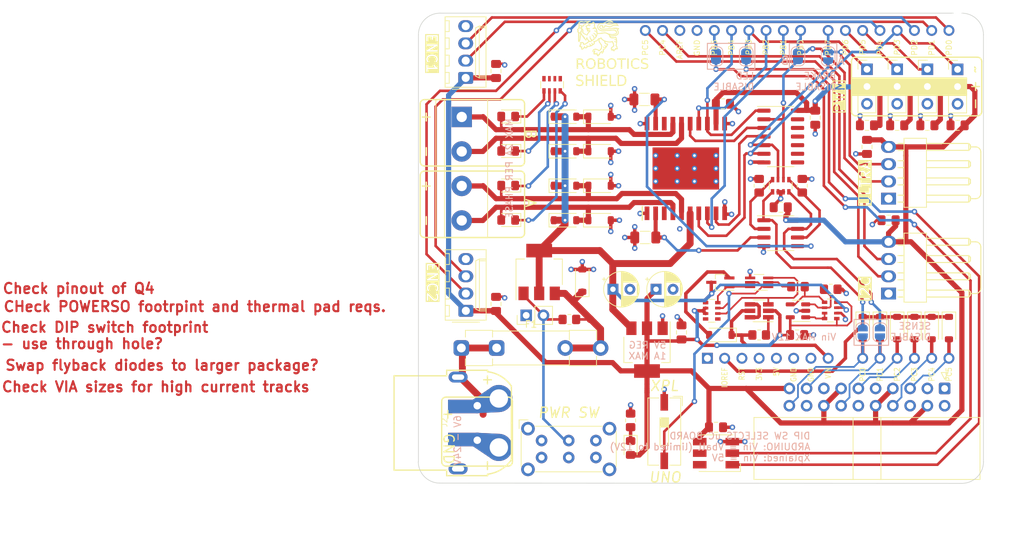
<source format=kicad_pcb>
(kicad_pcb (version 20221018) (generator pcbnew)
  (layers (0 "F.Cu" signal) (31 "B.Cu" signal) (34 "B.Paste" user) (35 "F.Paste" user) (36 "B.SilkS" user "B.Silkscreen") (37 "F.SilkS" user "F.Silkscreen") (38 "B.Mask" user) (39 "F.Mask" user) (44 "Edge.Cuts" user))
  (net 0 "")
  (net 2 "/SDA")
  (net 4 "/SCL")
  (net 5 "+5V")
  (net 6 "GND")
  (net 7 "/SCK")
  (net 8 "/DIRB")
  (net 9 "/MOSI")
  (net 10 "/MTRB")
  (net 11 "/MTRA")
  (net 12 "/BRKB")
  (net 13 "/BRKA")
  (net 14 "/SERVO2")
  (net 15 "/SERVO1")
  (net 16 "/ENC2B")
  (net 17 "/DIRA")
  (net 18 "/ENC2A")
  (net 19 "/ENC1A")
  (net 20 "/ENC1B")
  (net 21 "/AIN5")
  (net 22 "/AIN4")
  (net 23 "/AIN3")
  (net 24 "/AIN2")
  (net 26 "/AIN1")
  (net 27 "/AIN0")
  (net 28 "/Vin")
  (net 29 "/uC_5V")
  (net 30 "+BATT")
  (net 31 "/uC_3V3")
  (net 32 "/IOREF")
  (net 33 "Net-(D4-K)")
  (net 34 "Net-(D17-A)")
  (net 35 "Net-(D10-K)")
  (net 36 "Net-(D15-A)")
  (net 37 "Net-(D13-A)")
  (net 38 "Net-(D17-K)")
  (net 39 "Net-(D11-A)")
  (net 40 "Net-(D18-K)")
  (net 41 "Net-(D19-K)")
  (net 42 "Net-(D20-K)")
  (net 43 "Net-(D21-A)")
  (net 44 "Net-(D22-DI)")
  (net 45 "Net-(D22-CI)")
  (net 48 "Net-(J3-Pin_2)")
  (net 49 "Net-(JP1-B)")
  (net 50 "Net-(JP2-B)")
  (net 51 "Net-(JP5-A)")
  (net 52 "Net-(JP6-A)")
  (net 53 "Net-(Q2A-S)")
  (net 54 "Net-(Q2B-D)")
  (net 55 "Net-(Q4A-G)")
  (net 56 "Net-(Q4A-D)")
  (net 57 "/SENA")
  (net 58 "/SENB")
  (net 59 "Net-(RN2C-R3.2)")
  (net 60 "Net-(RN2D-R4.2)")
  (net 61 "Net-(RN1D-R4.1)")
  (net 62 "Net-(RN1A-R1.1)")
  (net 63 "Net-(RN2A-R1.2)")
  (net 64 "Net-(Q2A-D)")
  (net 65 "Net-(U3-IN4)")
  (net 66 "Net-(U3-IN2)")
  (net 68 "Net-(Q2A-G)")
  (net 70 "Net-(J2-Pin_2)")
  (footprint "Resistor_SMD:R_Array_Convex_4x0603" (layer "F.Cu") (at 153.405 74.873 180)
    (fp_text reference "RN2" hide)
    (fp_text value "10k")
  )
  (footprint "LED_SMD:LED_RGB_5050-6" (layer "F.Cu") (at 136.525 95.885 180)
    (fp_text reference "D22" hide)
    (fp_text value "APA102")
  )
  (footprint "Diode_SMD:D_SOD-123" (layer "F.Cu") (at 158.115 77.47 -90)
    (fp_text reference "D1" hide)
    (fp_text value "D")
  )
  (footprint "footprints:Molex_KK-254_1x04_P2.54mm_Horizontal" (layer "F.Cu") (at 161.925 72.39 90)
    (fp_text reference "J10" hide)
    (fp_text value "I2C")
  )
  (footprint "Package_TO_SOT_SMD:SOT-323_SC-70_Handsoldering" (layer "F.Cu") (at 137.16 70.739 180)
    (fp_text reference "Q3" hide)
    (fp_text value "Q_PMOS_GDS")
  )
  (footprint "TerminalBlock:TerminalBlock_bornier-4_P5.08mm" (layer "F.Cu") (at 99.088406 46.390582 -90)
    (fp_text reference "J4" hide)
    (fp_text value "Screw_Terminal_01x04")
  )
  (footprint "Connector_PinHeader_2.54mm:PinHeader_1x03_P2.54mm_Vertical" (layer "F.Cu") (at 163.195 39.37)
    (fp_text reference "J8" hide)
    (fp_text value "SERVO2")
  )
  (footprint "Resistor_SMD:R_0805_2012Metric_Pad1.20x1.40mm_HandSolder" (layer "F.Cu") (at 153.416 71.755)
    (fp_text reference "R5" hide)
    (fp_text value "2K5")
  )
  (footprint "Package_TO_SOT_SMD:SOT-223-3_TabPin2" (layer "F.Cu") (at 110.49 69.215 90)
    (fp_text reference "Q1" hide)
    (fp_text value "Q_PMOS_GDS")
  )
  (footprint "Diode_SMD:D_SOD-123" (layer "F.Cu") (at 163.195 77.47 -90)
    (fp_text reference "D3" hide)
    (fp_text value "D")
  )
  (footprint "Ricks:Amass_XT60PW-M_Kombifootprint" (layer "F.Cu") (at 104.552105 91.44 90)
    (fp_text reference "J2")
    (fp_text value "BATT" hide)
  )
  (footprint "Capacitor_SMD:C_0805_2012Metric_Pad1.18x1.45mm_HandSolder" (layer "F.Cu") (at 172.085 47.625 180)
    (fp_text reference "C14" hide)
    (fp_text value "100n")
  )
  (footprint "Package_TO_SOT_SMD:SOT-23-5" (layer "F.Cu") (at 148.59 74.93 180)
    (fp_text reference "U4" hide)
    (fp_text value "LMV331")
  )
  (footprint "Diode_SMD:D_SOD-123" (layer "F.Cu") (at 160.655 77.47 -90)
    (fp_text reference "D2" hide)
    (fp_text value "D")
  )
  (footprint "Diode_SMD:D_SOD-123" (layer "F.Cu") (at 119.38 51.435)
    (fp_text reference "D14" hide)
    (fp_text value "D")
  )
  (footprint "Package_TO_SOT_SMD:SOT-363_SC-70-6_Handsoldering" (layer "F.Cu") (at 142.875 70.739 180)
    (fp_text reference "Q2" hide)
    (fp_text value "2N7002DWK")
  )
  (footprint "footprints:SOIC127P1420X360-21N" (layer "F.Cu") (at 132.08 53.975 90)
    (fp_text reference "U3" hide)
    (fp_text value "L298P" hide)
  )
  (footprint "Connector_Molex:Molex_KK-254_AE-6410-04A_1x04_P2.54mm_Vertical" (layer "F.Cu") (at 99.695 74.93 90)
    (fp_text reference "J9" hide)
    (fp_text value "ENC2")
  )
  (footprint "Diode_SMD:D_SOD-123" (layer "F.Cu") (at 114.3 51.435)
    (fp_text reference "D13" hide)
    (fp_text value "D")
  )
  (footprint "Capacitor_SMD:C_0805_2012Metric_Pad1.18x1.45mm_HandSolder" (layer "F.Cu") (at 163.195 47.625 180)
    (fp_text reference "C11" hide)
    (fp_text value "100n")
  )
  (footprint "Diode_SMD:D_SOD-123" (layer "F.Cu") (at 168.275 77.47 -90)
    (fp_text reference "D6" hide)
    (fp_text value "D")
  )
  (footprint "Connector_Molex:Molex_KK-254_AE-6410-04A_1x04_P2.54mm_Vertical" (layer "F.Cu") (at 99.675 40.64 90)
    (fp_text reference "J7" hide)
    (fp_text value "ENC1")
  )
  (footprint "Resistor_SMD:R_0805_2012Metric_Pad1.20x1.40mm_HandSolder" (layer "F.Cu") (at 149.225 56.515 -90)
    (fp_text reference "R9" hide)
    (fp_text value "1K")
  )
  (footprint "Connector_PinHeader_2.54mm:PinHeader_1x03_P2.54mm_Vertical" (layer "F.Cu") (at 167.64 39.37)
    (fp_text reference "J5" hide)
    (fp_text value "SERVO1")
  )
  (footprint "LED_SMD:LED_0805_2012Metric_Pad1.15x1.40mm_HandSolder" (layer "F.Cu") (at 105.926813 46.324201 180)
    (fp_text reference "D20" hide)
    (fp_text value "LED")
  )
  (footprint "Connector_PinHeader_2.54mm:PinHeader_1x03_P2.54mm_Vertical" (layer "F.Cu") (at 172.085 39.385)
    (fp_text reference "J12" hide)
    (fp_text value "SERVO4")
  )
  (footprint "Button_Switch_SMD:SW_DIP_SPSTx01_Slide_9.78x4.72mm_W8.61mm_P2.54mm" (layer "F.Cu") (at 128.905 92.71 -90)
    (fp_text reference "SW2" hide)
    (fp_text value "SW_DIP_x01")
  )
  (footprint "Diode_SMD:D_SOD-123" (layer "F.Cu") (at 165.735 77.47 -90)
    (fp_text reference "D5" hide)
    (fp_text value "D")
  )
  (footprint "Diode_SMD:D_SOD-123" (layer "F.Cu") (at 116.84 70.485 90)
    (fp_text reference "D4" hide)
    (fp_text value "D")
  )
  (footprint "Capacitor_SMD:C_0805_2012Metric_Pad1.18x1.45mm_HandSolder" (layer "F.Cu") (at 167.64 47.625 180)
    (fp_text reference "C9" hide)
    (fp_text value "100n")
  )
  (footprint "Diode_SMD:D_SOD-123" (layer "F.Cu") (at 170.815 77.47 -90)
    (fp_text reference "D7" hide)
    (fp_text value "D")
  )
  (footprint "LED_SMD:LED_0805_2012Metric_Pad1.15x1.40mm_HandSolder" (layer "F.Cu") (at 105.926813 56.484201 180)
    (fp_text reference "D18" hide)
    (fp_text value "LED")
  )
  (footprint "Package_TO_SOT_SMD:SOT-23-6_Handsoldering" (layer "F.Cu") (at 142.875 74.93 180)
    (fp_text reference "Q4" hide)
    (fp_text value "DualPMOS")
  )
  (footprint "Capacitor_THT:CP_Radial_D5.0mm_P2.50mm" (layer "F.Cu") (at 127.699888 71.755)
    (fp_text reference "C5" hide)
    (fp_text value "10u")
  )
  (footprint "Connector_IDC:IDC-Header_2x10_P2.54mm_Horizontal" (layer "F.Cu") (at 170.18 86.36 -90)
    (fp_text reference "J1" hide)
    (fp_text value "ADC")
  )
  (footprint "Package_TO_SOT_SMD:SOT-223-3_TabPin2" (layer "F.Cu") (at 126.365 80.645 -90)
    (fp_text reference "U2" hide)
    (fp_text value "NCP1117-5.0_SOT223")
  )
  (footprint "Diode_SMD:D_SOD-123" (layer "F.Cu") (at 119.38 61.595)
    (fp_text reference "D9" hide)
    (fp_text value "D")
  )
  (footprint "Capacitor_SMD:C_0805_2012Metric_Pad1.18x1.45mm_HandSolder" (layer "F.Cu") (at 104.14 73.914 90)
    (fp_text reference "C10" hide)
    (fp_text value "100n")
  )
  (footprint "Diode_SMD:D_SOD-123" (layer "F.Cu") (at 114.3 56.515)
    (fp_text reference "D11" hide)
    (fp_text value "D")
  )
  (footprint "Resistor_SMD:R_Array_Convex_4x0603" (layer "F.Cu") (at 112.395 41.656 -90)
    (fp_text reference "RN3" hide)
    (fp_text value "10K")
  )
  (footprint "Capacitor_SMD:C_0805_2012Metric_Pad1.18x1.45mm_HandSolder" (layer "F.Cu") (at 151.13 46.5035 90)
    (fp_text reference "C1" hide)
    (fp_text value "100n")
  )
  (footprint "Resistor_SMD:R_0805_2012Metric_Pad1.20x1.40mm_HandSolder" (layer "F.Cu") (at 142.875 78.486)
    (fp_text reference "R7" hide)
    (fp_text value "100R")
  )
  (footprint "Resistor_SMD:R_Array_Convex_4x0603" (layer "F.Cu") (at 146.05 56.515 -90)
    (fp_text reference "RN1" hide)
    (fp_text value "10K")
  )
  (footprint "footprints:Molex_KK-254_1x04_P2.54mm_Horizontal" (layer "F.Cu") (at 161.925 58.42 90)
    (fp_text reference "J6" hide)
    (fp_text value "ULTRA")
  )
  (footprint "Capacitor_THT:CP_Radial_D5.0mm_P2.50mm" (layer "F.Cu") (at 121.349888 71.755)
    (fp_text reference "C2" hide)
    (fp_text value "100u")
  )
  (footprint "Capacitor_SMD:C_0805_2012Metric_Pad1.18x1.45mm_HandSolder" (layer "F.Cu") (at 137.541 44.45 180)
    (fp_text reference "C3" hide)
    (fp_text value "100n")
  )
  (footprint "Diode_SMD:D_SOD-123" (layer "F.Cu") (at 114.3 46.355)
    (fp_text reference "D15" hide)
    (fp_text value "D")
  )
  (footprint "Resistor_SMD:R_1206_3216Metric_Pad1.30x1.75mm_HandSolder" (layer "F.Cu") (at 126.111 64.135 180)
    (fp_text reference "R2" hide)
    (fp_text value "0R15")
  )
  (footprint "Capacitor_SMD:C_0805_2012Metric_Pad1.18x1.45mm_HandSolder" (layer "F.Cu") (at 158.75 50.8 -90)
    (fp_text reference "C7" hide)
    (fp_text value "100n")
  )
  (footprint "Resistor_SMD:R_1206_3216Metric_Pad1.30x1.75mm_HandSolder" (layer "F.Cu") (at 125.984 43.815 180)
    (fp_text reference "R3" hide)
    (fp_text value "0R15")
  )
  (footprint "Diode_SMD:D_SOD-123" (layer "F.Cu") (at 137.16 78.486 180)
    (fp_text reference "D21" hide)
    (fp_text value "D")
  )
  (footprint "LED_SMD:LED_0805_2012Metric_Pad1.15x1.40mm_HandSolder" (layer "F.Cu") (at 123.952 95.123 -90)
    (fp_text reference "D10" hide)
    (fp_text value "5V")
  )
  (footprint "Package_SO:SOIC-14_3.9x8.7mm_P1.27mm" (layer "F.Cu") (at 146.05 49.276)
    (fp_text reference "U1" hide)
    (fp_text value "4077")
  )
  (footprint "Resistor_SMD:R_0805_2012Metric_Pad1.20x1.40mm_HandSolder" (layer "F.Cu") (at 142.875 56.515 -90)
    (fp_text reference "R8" hide)
    (fp_text value "1K")
  )
  (footprint "Package_SO:SOIC-8_3.9x4.9mm_P1.27mm" (layer "F.Cu") (at 146.05 63.5)
    (fp_text reference "U5" hide)
    (fp_text value "LMV358")
  )
  (footprint "Capacitor_SMD:C_0805_2012Metric_Pad1.18x1.45mm_HandSolder" (layer "F.Cu") (at 146.05 59.69)
    (fp_text reference "C16" hide)
    (fp_text value "100n")
  )
  (footprint "LED_SMD:LED_0805_2012Metric_Pad1.15x1.40mm_HandSolder" (layer "F.Cu") (at 105.926813 61.564201 180)
    (fp_text reference "D17" hide)
    (fp_text value "LED")
  )
  (footprint "Resistor_SMD:R_0805_2012Metric_Pad1.20x1.40mm_HandSolder" (layer "F.Cu") (at 148.59 71.374 180)
    (fp_text reference "R6" hide)
    (fp_text value "100R")
  )
  (footprint "LED_SMD:LED_0805_2012Metric_Pad1.15x1.40mm_HandSolder" (layer "F.Cu") (at 105.926813 51.404201 180)
    (fp_text reference "D19" hide)
    (fp_text value "LED")
  )
  (footprint "Resistor_SMD:R_0805_2012Metric_Pad1.20x1.40mm_HandSolder" (layer "F.Cu") (at 123.952 91.059 90)
    (fp_text reference "R4" hide)
    (fp_text value "150R")
  )
  (footprint "Button_Switch_THT:SW_E-Switch_EG2219_DPDT_Angled" (layer "F.Cu") (at 110.842096 94.026688)
    (fp_text reference "SW1" hide)
    (fp_text value "PWR SW")
  )
  (footprint "Capacitor_SMD:C_0805_2012Metric_Pad1.18x1.45mm_HandSolder" (layer "F.Cu") (at 104.14 39.624 90)
    (fp_text reference "C8" hide)
    (fp_text value "100n")
  )
  (footprint "Capacitor_SMD:C_0805_2012Metric_Pad1.18x1.45mm_HandSolder" (layer "F.Cu") (at 136.525 92.075 180)
    (fp_text reference "C15" hide)
    (fp_text value "100n")
  )
  (footprint "Resistor_SMD:R_0805_2012Metric_Pad1.20x1.40mm_HandSolder" (layer "F.Cu") (at 114.935 76.2 180)
    (fp_text reference "R1" hide)
    (fp_text value "10k")
  )
  (footprint "Connector_PinHeader_2.54mm:PinHeader_1x03_P2.54mm_Vertical" (layer "F.Cu") (at 158.75 39.37)
    (fp_text reference "J11" hide)
    (fp_text value "SERVO3")
  )
  (footprint "Capacitor_SMD:C_0805_2012Metric_Pad1.18x1.45mm_HandSolder" (layer "F.Cu") (at 131.445 78.105 -90)
    (fp_text reference "C4" hide)
    (fp_text value "C")
  )
  (footprint "Capacitor_SMD:C_0805_2012Metric_Pad1.18x1.45mm_HandSolder" (layer "F.Cu") (at 161.925 61.595 180)
    (fp_text reference "C12" hide)
    (fp_text value "100n")
  )
  (footprint "Capacitor_SMD:C_0805_2012Metric_Pad1.18x1.45mm_HandSolder" (layer "F.Cu") (at 148.463 78.486 180)
    (fp_text reference "C6" hide)
    (fp_text value "100n")
  )
  (footprint "Resistor_SMD:R_Array_Convex_4x0603" (layer "F.Cu") (at 135.89 74.93 180)
    (fp_text reference "RN4" hide)
    (fp_text value "10k")
  )
  (footprint "Connector_PinHeader_2.54mm:PinHeader_1x02_P2.54mm_Vertical" (layer "F.Cu") (at 108.583327 75.597237 90)
    (fp_text reference "J3" hide)
    (fp_text value "PWR SW")
  )
  (footprint "Diode_SMD:D_SOD-123" (layer "F.Cu") (at 119.38 46.355)
    (fp_text reference "D16" hide)
    (fp_text value "D")
  )
  (footprint "Diode_SMD:D_SOD-123" (layer "F.Cu") (at 119.38 56.515)
    (fp_text reference "D12" hide)
    (fp_text value "D")
  )
  (footprint "Capacitor_SMD:C_0805_2012Metric_Pad1.18x1.45mm_HandSolder" (layer "F.Cu") (at 158.75 47.625 180)
    (fp_text reference "C13" hide)
    (fp_text value "100n")
  )
  (footprint "Diode_SMD:D_SOD-123" (layer "F.Cu") (at 114.3 61.595)
    (fp_text reference "D8" hide)
    (fp_text value "D")
  )
  (footprint "Fuse:Fuseholder_Clip-5x20mm_Littelfuse_445-030_Inline_P20.50x5.20mm_D1.30mm_Horizontal" (layer "F.Cu") (at 99.031231 80.403077)
    (fp_text reference "F1")
    (fp_text value "Fuse")
  )
  (footprint "Jumper:SolderJumper-2_P1.3mm_Open_RoundedPad1.0x1.5mm" (layer "B.Cu") (at 160.655 78.105 -90)
    (fp_text reference "JP6" hide)
    (fp_text value "SolderJumper_2_Open")
  )
  (footprint "Jumper:SolderJumper-2_P1.3mm_Open_RoundedPad1.0x1.5mm" (layer "B.Cu") (at 136.525 37.465 -90)
    (fp_text reference "JP4" hide)
    (fp_text value "SolderJumper_2_Open")
  )
  (footprint "Jumper:SolderJumper-2_P1.3mm_Open_RoundedPad1.0x1.5mm" (layer "B.Cu") (at 140.97 37.465 -90)
    (fp_text reference "JP3" hide)
    (fp_text value "SolderJumper_2_Open")
  )
  (footprint "Jumper:SolderJumper-2_P1.3mm_Open_RoundedPad1.0x1.5mm" (layer "B.Cu") (at 153.035 37.465 -90)
    (fp_text reference "JP1" hide)
    (fp_text value "SolderJumper_2_Open")
  )
  (footprint "Jumper:SolderJumper-2_P1.3mm_Open_RoundedPad1.0x1.5mm" (layer "B.Cu") (at 148.59 37.465 -90)
    (fp_text reference "JP2" hide)
    (fp_text value "SolderJumper_2_Open")
  )
  (footprint "Jumper:SolderJumper-2_P1.3mm_Open_RoundedPad1.0x1.5mm" (layer "B.Cu") (at 158.115 78.105 -90)
    (fp_text reference "JP5" hide)
    (fp_text value "SolderJumper_2_Open")
  )
  (footprint "Module:Arduino_UNO_R3" (layer "B.Cu") (at 135.255 81.915)
    (fp_text reference "A1" hide)
    (fp_text value "Arduino_UNO_R3")
  )
  (gr_rect (start 135.255 35.56) (end 142.24 39.37) (stroke (width 0.15)) (fill none) (layer "B.SilkS"))
  (gr_rect (start 147.32 35.56) (end 154.305 39.37) (stroke (width 0.15)) (fill none) (layer "B.SilkS"))
  (gr_rect (start 156.845 76.2) (end 161.925 80.01) (stroke (width 0.15)) (fill none) (layer "B.SilkS"))
  (gr_arc (start 93.608947 64.135) (mid 93.159934 63.949013) (end 92.973947 63.5) (stroke (width 0.2)) (layer "F.SilkS"))
  (gr_arc (start 105.918 87.63) (mid 106.367013 87.815987) (end 106.553 88.265) (stroke (width 0.2)) (layer "F.SilkS"))
  (gr_arc (start 108.340947 63.5) (mid 108.15496 63.949013) (end 107.705947 64.135) (stroke (width 0.2)) (layer "F.SilkS"))
  (gr_line (start 93.608947 53.61268) (end 107.705947 53.61268) (stroke (width 0.2)) (layer "F.SilkS"))
  (gr_line (start 157.098998 46.228) (end 175.006 46.228) (stroke (width 0.2)) (layer "F.SilkS"))
  (gr_line (start 105.918 87.63) (end 96.774 87.63) (stroke (width 0.2)) (layer "F.SilkS"))
  (gr_arc (start 157.098998 46.228) (mid 156.649985 46.042013) (end 156.463998 45.593) (stroke (width 0.2)) (layer "F.SilkS"))
  (gr_line (start 93.608947 64.135) (end 107.705947 64.135) (stroke (width 0.2)) (layer "F.SilkS"))
  (gr_arc (start 107.705947 43.83368) (mid 108.15496 44.019667) (end 108.340947 44.46868) (stroke (width 0.2)) (layer "F.SilkS"))
  (gr_arc (start 106.553 97.155) (mid 106.367013 97.604013) (end 105.918 97.79) (stroke (width 0.2)) (layer "F.SilkS"))
  (gr_arc (start 175.006002 37.592) (mid 175.455015 37.777987) (end 175.641002 38.227) (stroke (width 0.2)) (layer "F.SilkS"))
  (gr_line (start 96.774 97.79) (end 105.918 97.79) (stroke (width 0.2)) (layer "F.SilkS"))
  (gr_line (start 92.973947 44.46868) (end 92.973947 52.97768) (stroke (width 0.2)) (layer "F.SilkS"))
  (gr_arc (start 108.340947 52.97768) (mid 108.15496 53.426693) (end 107.705947 53.61268) (stroke (width 0.2)) (layer "F.SilkS"))
  (gr_line (start 175.006002 37.592) (end 157.099 37.592002) (stroke (width 0.2)) (layer "F.SilkS"))
  (gr_line (start 107.705947 43.83368) (end 93.608947 43.83368) (stroke (width 0.2)) (layer "F.SilkS"))
  (gr_poly (pts (xy 117.788577 32.85331) (xy 117.789566 32.853413) (xy 117.790552 32.853577) (xy 117.791531 32.8538) (xy 117.792501 32.854084) (xy 117.796873 32.855898) (xy 117.801283 32.8576) (xy 117.80573 32.859192) (xy 117.810212 32.860672) (xy 117.814726 32.862039) (xy 117.81927 32.863295) (xy 117.823843 32.864437) (xy 117.828442 32.865466) (xy 117.833065 32.866381) (xy 117.83771 32.867182) (xy 117.842375 32.867868) (xy 117.847057 32.868439) (xy 117.851755 32.868894) (xy 117.856467 32.869234) (xy 117.86119 32.869456) (xy 117.865922 32.869562) (xy 117.881888 32.869078) (xy 117.89929 32.868297) (xy 117.935821 32.866288) (xy 117.970343 32.864428) (xy 117.985235 32.863832) (xy 117.997685 32.863609) (xy 117.997685 32.865197) (xy 118.002396 32.865124) (xy 118.007786 32.865214) (xy 118.013686 32.865477) (xy 118.019928 32.865928) (xy 118.026345 32.866579) (xy 118.032769 32.867443) (xy 118.03903 32.868532) (xy 118.044962 32.86986) (xy 118.050397 32.871439) (xy 118.052875 32.872326) (xy 118.055166 32.873281) (xy 118.057248 32.874306) (xy 118.059101 32.875401) (xy 118.060703 32.876568) (xy 118.062034 32.87781) (xy 118.063073 32.879127) (xy 118.063798 32.880521) (xy 118.064189 32.881994) (xy 118.064224 32.883547) (xy 118.063883 32.885183) (xy 118.063145 32.886902) (xy 118.061988 32.888706) (xy 118.060392 32.890597) (xy 118.050242 32.900936) (xy 118.040254 32.91068) (xy 118.030426 32.919843) (xy 118.020755 32.928441) (xy 118.011237 32.936487) (xy 118.00187 32.943995) (xy 117.992651 32.950981) (xy 117.983578 32.957458) (xy 117.974647 32.96344) (xy 117.965855 32.968944) (xy 117.9572 32.973981) (xy 117.94868 32.978568) (xy 117.94029 32.982718) (xy 117.932029 32.986446) (xy 117.923893 32.989766) (xy 117.915879 32.992693) (xy 117.907985 32.99524) (xy 117.900209 32.997423) (xy 117.892546 32.999256) (xy 117.884995 33.000753) (xy 117.870214 33.002796) (xy 117.855845 33.003669) (xy 117.841864 33.003486) (xy 117.828249 33.002362) (xy 117.814977 33.000413) (xy 117.802025 32.997753) (xy 117.800246 32.997368) (xy 117.798498 32.99691) (xy 117.796783 32.996381) (xy 117.795102 32.995783) (xy 117.793458 32.995117) (xy 117.791852 32.994384) (xy 117.790284 32.993588) (xy 117.788758 32.992729) (xy 117.787273 32.99181) (xy 117.785833 32.990832) (xy 117.784438 32.989797) (xy 117.783089 32.988706) (xy 117.780539 32.986367) (xy 117.778194 32.983829) (xy 117.776067 32.981105) (xy 117.774169 32.978211) (xy 117.77331 32.976705) (xy 117.772514 32.975161) (xy 117.77178 32.973582) (xy 117.771112 32.971969) (xy 117.770511 32.970324) (xy 117.769977 32.968649) (xy 117.769514 32.966945) (xy 117.769121 32.965215) (xy 117.768801 32.96346) (xy 117.768555 32.961683) (xy 117.768385 32.959884) (xy 117.768293 32.958065) (xy 117.770673 32.870356) (xy 117.770678 32.869345) (xy 117.770743 32.868343) (xy 117.770868 32.867351) (xy 117.771052 32.866374) (xy 117.771292 32.865412) (xy 117.771588 32.864469) (xy 117.771939 32.863546) (xy 117.772344 32.862646) (xy 117.772801 32.861772) (xy 117.773309 32.860926) (xy 117.773868 32.86011) (xy 117.774476 32.859327) (xy 117.775131 32.858579) (xy 117.775833 32.857868) (xy 117.776581 32.857197) (xy 117.777372 32.856569) (xy 117.778201 32.855989) (xy 117.779058 32.855464) (xy 117.77994 32.854994) (xy 117.780844 32.85458) (xy 117.781769 32.854221) (xy 117.78271 32.853919) (xy 117.783666 32.853673) (xy 117.784635 32.853484) (xy 117.785613 32.853353) (xy 117.786597 32.85328) (xy 117.787586 32.853266)) (stroke (width 0.03)) (fill solid) (layer "F.SilkS"))
  (gr_arc (start 175.641 45.593) (mid 175.455013 46.042013) (end 175.006 46.228) (stroke (width 0.2)) (layer "F.SilkS"))
  (gr_arc (start 96.139 88.265) (mid 96.324987 87.815987) (end 96.774 87.63) (stroke (width 0.2)) (layer "F.SilkS"))
  (gr_rect (start 156.464 40.64) (end 173.415 43.225) (stroke (width 0.15)) (fill solid) (layer "F.SilkS"))
  (gr_line (start 96.139 88.265) (end 96.139 97.155) (stroke (width 0.2)) (layer "F.SilkS"))
  (gr_poly (pts (xy 120.945768 32.214579) (xy 120.972525 32.216791) (xy 120.998562 32.22016) (xy 121.023875 32.224612) (xy 121.04846 32.230071) (xy 121.072311 32.236464) (xy 121.095426 32.243715) (xy 121.1178 32.25175) (xy 121.139428 32.260494) (xy 121.160307 32.269872) (xy 121.180431 32.279809) (xy 121.199797 32.290231) (xy 121.2184 32.301064) (xy 121.236236 32.312232) (xy 121.253302 32.323661) (xy 121.285101 32.347001) (xy 121.313764 32.370489) (xy 121.339256 32.393525) (xy 121.361543 32.415512) (xy 121.380591 32.435853) (xy 121.396365 32.45395) (xy 121.417955 32.481022) (xy 121.418179 32.481363) (xy 121.418375 32.481717) (xy 121.418543 32.482081) (xy 121.418684 32.482454) (xy 121.418798 32.482834) (xy 121.418884 32.48322) (xy 121.418942 32.48361) (xy 121.418972 32.484003) (xy 121.418974 32.484397) (xy 121.418949 32.484791) (xy 121.418895 32.485183) (xy 121.418814 32.485571) (xy 121.418704 32.485954) (xy 121.418566 32.486331) (xy 121.4184 32.4867) (xy 121.418205 32.487058) (xy 121.417984 32.487402) (xy 121.417742 32.487726) (xy 121.417478 32.488028) (xy 121.417195 32.48831) (xy 121.416895 32.488568) (xy 121.416577 32.488804) (xy 121.416245 32.489017) (xy 121.415898 32.489205) (xy 121.415539 32.489368) (xy 121.415169 32.489506) (xy 121.41479 32.489617) (xy 121.414402 32.489701) (xy 121.414007 32.489757) (xy 121.413607 32.489785) (xy 121.413203 32.489784) (xy 121.412796 32.489753) (xy 121.374775 32.48395) (xy 121.337018 32.479589) (xy 121.299573 32.476594) (xy 121.262488 32.474892) (xy 121.225811 32.474407) (xy 121.189589 32.475064) (xy 121.153871 32.47679) (xy 121.118705 32.479508) (xy 121.084138 32.483146) (xy 121.050218 32.487627) (xy 120.984512 32.498822) (xy 120.92197 32.512496) (xy 120.862975 32.528051) (xy 120.80791 32.54489) (xy 120.757157 32.562415) (xy 120.711101 32.580028) (xy 120.670125 32.597132) (xy 120.634611 32.613129) (xy 120.604942 32.627422) (xy 120.564675 32.648503) (xy 120.564298 32.648702) (xy 120.56394 32.648925) (xy 120.563601 32.649171) (xy 120.563283 32.649439) (xy 120.562985 32.649727) (xy 120.562708 32.650033) (xy 120.562455 32.650358) (xy 120.562224 32.650699) (xy 120.562018 32.651055) (xy 120.561836 32.651425) (xy 120.56168 32.651807) (xy 120.561551 32.652201) (xy 120.561449 32.652604) (xy 120.561375 32.653016) (xy 120.56133 32.653435) (xy 120.561315 32.653861) (xy 120.561319 32.654074) (xy 120.56133 32.654286) (xy 120.561349 32.654496) (xy 120.561375 32.654705) (xy 120.561408 32.654912) (xy 120.561449 32.655117) (xy 120.561496 32.65532) (xy 120.561551 32.655521) (xy 120.561612 32.655719) (xy 120.56168 32.655914) (xy 120.561755 32.656107) (xy 120.561836 32.656296) (xy 120.561923 32.656483) (xy 120.562017 32.656666) (xy 120.562117 32.656846) (xy 120.562223 32.657022) (xy 120.562336 32.657195) (xy 120.562454 32.657363) (xy 120.562578 32.657528) (xy 120.562707 32.657688) (xy 120.562843 32.657843) (xy 120.562983 32.657995) (xy 120.563129 32.658141) (xy 120.563281 32.658283) (xy 120.563437 32.658419) (xy 120.563599 32.65855) (xy 120.563766 32.658676) (xy 120.563937 32.658796) (xy 120.564114 32.658911) (xy 120.564295 32.659019) (xy 120.56448 32.659122) (xy 120.56467 32.659218) (xy 120.601328 32.668404) (xy 120.638171 32.676607) (xy 120.675179 32.683827) (xy 120.712332 32.690063) (xy 120.749611 32.695314) (xy 120.786996 32.699578) (xy 120.824467 32.702857) (xy 120.862006 32.705147) (xy 120.899592 32.706448) (xy 120.937205 32.70676) (xy 120.974826 32.706081) (xy 121.012436 32.70441) (xy 121.050015 32.701747) (xy 121.087543 32.698091) (xy 121.125 32.69344) (xy 121.162368 32.687793) (xy 121.182181 32.683851) (xy 121.200155 32.67962) (xy 121.2166 32.675108) (xy 121.231827 32.670325) (xy 121.246143 32.665279) (xy 121.259861 32.659979) (xy 121.286737 32.648652) (xy 121.314935 32.636413) (xy 121.346932 32.623332) (xy 121.36513 32.616498) (xy 121.385208 32.60948) (xy 121.407476 32.602286) (xy 121.432242 32.594925) (xy 121.483056 32.584604) (xy 121.531645 32.577559) (xy 121.578054 32.573614) (xy 121.622329 32.57259) (xy 121.664514 32.574312) (xy 121.704654 32.578601) (xy 121.742794 32.585281) (xy 121.77898 32.594174) (xy 121.813256 32.605104) (xy 121.845667 32.617894) (xy 121.876258 32.632365) (xy 121.905075 32.648342) (xy 121.932162 32.665647) (xy 121.957564 32.684103) (xy 121.981326 32.703533) (xy 122.003493 32.72376) (xy 122.02411 32.744607) (xy 122.043223 32.765896) (xy 122.060875 32.787451) (xy 122.077112 32.809094) (xy 122.105522 32.851937) (xy 122.128812 32.893009) (xy 122.147342 32.930892) (xy 122.161472 32.964171) (xy 122.177969 33.011247) (xy 122.178061 33.011434) (xy 122.178144 33.011623) (xy 122.178218 33.011815) (xy 122.178283 33.012009) (xy 122.17834 33.012204) (xy 122.178388 33.0124) (xy 122.178427 33.012597) (xy 122.178458 33.012795) (xy 122.178481 33.012994) (xy 122.178495 33.013193) (xy 122.178501 33.013392) (xy 122.178498 33.01359) (xy 122.178487 33.013788) (xy 122.178468 33.013985) (xy 122.178441 33.014181) (xy 122.178406 33.014376) (xy 122.178363 33.014569) (xy 122.178312 33.01476) (xy 122.178252 33.014949) (xy 122.178185 33.015136) (xy 122.178111 33.015319) (xy 122.178028 33.0155) (xy 122.177938 33.015678) (xy 122.17784 33.015852) (xy 122.177734 33.016023) (xy 122.177621 33.016189) (xy 122.177501 33.016351) (xy 122.177373 33.016509) (xy 122.177238 33.016662) (xy 122.177095 33.01681) (xy 122.176945 33.016952) (xy 122.176788 33.017089) (xy 122.176625 33.017219) (xy 122.176458 33.017341) (xy 122.176286 33.017455) (xy 122.176111 33.01756) (xy 122.175933 33.017658) (xy 122.175752 33.017747) (xy 122.175567 33.017828) (xy 122.175381 33.017901) (xy 122.175 33.018023) (xy 122.174613 33.018112) (xy 122.174221 33.018169) (xy 122.173826 33.018192) (xy 122.17343 33.018183) (xy 122.173036 33.018141) (xy 122.172646 33.018067) (xy 122.172261 33.017959) (xy 122.172072 33.017893) (xy 122.171885 33.017819) (xy 122.1717 33.017736) (xy 122.171519 33.017645) (xy 122.17134 33.017546) (xy 122.171165 33.017439) (xy 122.170993 33.017323) (xy 122.170826 33.0172) (xy 122.146627 33.004652) (xy 122.120577 32.993579) (xy 122.092842 32.983871) (xy 122.063589 32.975422) (xy 122.032985 32.968125) (xy 122.001196 32.96187) (xy 121.968391 32.956552) (xy 121.934735 32.952063) (xy 121.865538 32.945138) (xy 121.794941 32.940237) (xy 121.654887 32.933062) (xy 121.635462 32.932411) (xy 121.616185 32.932447) (xy 121.597062 32.93314) (xy 121.578097 32.934463) (xy 121.54067 32.938878) (xy 121.50395 32.945458) (xy 121.467983 32.953971) (xy 121.432816 32.964184) (xy 121.398495 32.975862) (xy 121.365068 32.988773) (xy 121.33258 33.002685) (xy 121.301078 33.017363) (xy 121.270609 33.032575) (xy 121.241218 33.048088) (xy 121.185861 33.079082) (xy 121.135378 33.108481) (xy 121.110758 33.121564) (xy 121.084942 33.132886) (xy 121.05811 33.142531) (xy 121.030442 33.150581) (xy 121.002118 33.157116) (xy 120.973319 33.16222) (xy 120.944224 33.165973) (xy 120.915014 33.168459) (xy 120.885869 33.169758) (xy 120.85697 33.169954) (xy 120.828496 33.169128) (xy 120.800628 33.167361) (xy 120.773546 33.164737) (xy 120.74743 33.161336) (xy 120.722461 33.157242) (xy 120.698818 33.152535) (xy 120.641014 33.136849) (xy 120.58345 33.120339) (xy 120.526134 33.103005) (xy 120.469076 33.084853) (xy 120.412285 33.065883) (xy 120.355769 33.0461) (xy 120.299536 33.025505) (xy 120.243597 33.004103) (xy 120.243349 33.004018) (xy 120.243097 33.003946) (xy 120.242844 33.003889) (xy 120.242588 33.003847) (xy 120.242332 33.003818) (xy 120.242074 33.003803) (xy 120.241817 33.003802) (xy 120.24156 33.003815) (xy 120.241304 33.003841) (xy 120.24105 33.003882) (xy 120.240798 33.003936) (xy 120.240549 33.004004) (xy 120.240303 33.004086) (xy 120.240061 33.004181) (xy 120.239824 33.00429) (xy 120.239592 33.004412) (xy 120.239367 33.004547) (xy 120.239151 33.004694) (xy 120.238944 33.004851) (xy 120.238747 33.005018) (xy 120.238559 33.005196) (xy 120.238382 33.005383) (xy 120.238215 33.005579) (xy 120.238059 33.005784) (xy 120.237915 33.005997) (xy 120.237782 33.006218) (xy 120.237661 33.006445) (xy 120.237552 33.00668) (xy 120.237456 33.00692) (xy 120.237373 33.007167) (xy 120.237304 33.007418) (xy 120.237248 33.007675) (xy 120.231499 33.028051) (xy 120.225562 33.047307) (xy 120.219435 33.065475) (xy 120.213115 33.082589) (xy 120.206601 33.098682) (xy 120.19989 33.113786) (xy 120.192981 33.127935) (xy 120.18587 33.141161) (xy 120.178557 33.153498) (xy 120.171039 33.164978) (xy 120.163314 33.175635) (xy 120.15538 33.185501) (xy 120.147234 33.19461) (xy 120.138875 33.202994) (xy 120.130301 33.210687) (xy 120.121508 33.217721) (xy 120.112496 33.224129) (xy 120.103263 33.229945) (xy 120.093805 33.235202) (xy 120.084121 33.239932) (xy 120.074209 33.244168) (xy 120.064066 33.247944) (xy 120.043082 33.254246) (xy 120.021152 33.259101) (xy 119.998258 33.262774) (xy 119.974385 33.265528) (xy 119.949514 33.267628) (xy 119.938617 33.268153) (xy 119.927814 33.268185) (xy 119.917114 33.267749) (xy 119.906531 33.266873) (xy 119.896074 33.265583) (xy 119.885756 33.263908) (xy 119.875587 33.261872) (xy 119.86558 33.259504) (xy 119.855746 33.25683) (xy 119.846095 33.253878) (xy 119.83664 33.250673) (xy 119.827392 33.247243) (xy 119.809562 33.239815) (xy 119.792697 33.23181) (xy 119.776887 33.223442) (xy 119.762225 33.214926) (xy 119.748801 33.206477) (xy 119.736706 33.198311) (xy 119.726032 33.190643) (xy 119.716871 33.183687) (xy 119.70345 33.172775) (xy 119.703177 33.172572) (xy 119.702918 33.172355) (xy 119.702674 33.172124) (xy 119.702446 33.17188) (xy 119.702234 33.171623) (xy 119.702038 33.171354) (xy 119.701858 33.171075) (xy 119.701696 33.170786) (xy 119.701551 33.170488) (xy 119.701424 33.170181) (xy 119.701315 33.169867) (xy 119.701225 33.169546) (xy 119.701155 33.169219) (xy 119.701104 33.168887) (xy 119.701073 33.168551) (xy 119.701062 33.168211) (xy 119.701073 33.167871) (xy 119.701104 33.167534) (xy 119.701155 33.167202) (xy 119.701225 33.166875) (xy 119.701315 33.166554) (xy 119.701424 33.16624) (xy 119.701551 33.165934) (xy 119.701696 33.165635) (xy 119.701858 33.165346) (xy 119.702038 33.165067) (xy 119.702234 33.164799) (xy 119.702446 33.164542) (xy 119.702674 33.164297) (xy 119.702918 33.164066) (xy 119.703177 33.163849) (xy 119.70345 33.163647) (xy 119.721058 33.154737) (xy 119.729691 33.150125) (xy 119.738126 33.145353) (xy 119.746301 33.140382) (xy 119.754153 33.135169) (xy 119.761619 33.129676) (xy 119.768636 33.12386) (xy 119.771957 33.120819) (xy 119.775142 33.117681) (xy 119.778183 33.114443) (xy 119.781073 33.111099) (xy 119.783803 33.107644) (xy 119.786367 33.104073) (xy 119.788755 33.100381) (xy 119.790961 33.096562) (xy 119.792976 33.092612) (xy 119.794792 33.088526) (xy 119.796402 33.084298) (xy 119.797798 33.079923) (xy 119.798971 33.075397) (xy 119.799915 33.070713) (xy 119.800621 33.065868) (xy 119.801082 33.060856) (xy 119.801387 33.053462) (xy 119.801202 33.046526) (xy 119.800546 33.040033) (xy 119.799439 33.033968) (xy 119.797902 33.028318) (xy 119.795955 33.023068) (xy 119.793618 33.018203) (xy 119.790912 33.013708) (xy 119.787858 33.009571) (xy 119.784475 33.005775) (xy 119.780784 33.002306) (xy 119.776805 32.99915) (xy 119.772558 32.996293) (xy 119.768065 32.99372) (xy 119.763345 32.991417) (xy 119.758418 32.989369) (xy 119.748027 32.98598) (xy 119.737055 32.983438) (xy 119.725664 32.981628) (xy 119.714017 32.980433) (xy 119.702277 32.979738) (xy 119.690608 32.979428) (xy 119.668129 32.979497) (xy 119.641354 32.980388) (xy 119.624817 32.981717) (xy 119.606844 32.984023) (xy 119.587934 32.9876) (xy 119.568586 32.992738) (xy 119.558902 32.995983) (xy 119.549296 32.999729) (xy 119.539829 33.004011) (xy 119.530564 33.008865) (xy 119.521562 33.014329) (xy 119.512887 33.020439) (xy 119.504601 33.027231) (xy 119.496765 33.034741) (xy 119.489442 33.043007) (xy 119.482695 33.052064) (xy 119.476585 33.06195) (xy 119.471175 33.0727) (xy 119.466527 33.084352) (xy 119.462704 33.09694) (xy 119.459767 33.110503) (xy 119.45778 33.125077) (xy 119.456803 33.140697) (xy 119.4569 33.157401) (xy 119.458134 33.175226) (xy 119.460565 33.194206) (xy 119.463016 33.207386) (xy 119.466271 33.220174) (xy 119.47044 33.232624) (xy 119.475628 33.244789) (xy 119.481945 33.256724) (xy 119.489496 33.268483) (xy 119.498391 33.28012) (xy 119.508736 33.291688) (xy 119.520639 33.303243) (xy 119.534208 33.314838) (xy 119.54955 33.326527) (xy 119.566772 33.338365) (xy 119.585983 33.350404) (xy 119.60729 33.3627) (xy 119.6308 33.375307) (xy 119.65662 33.388278) (xy 119.681401 33.398726) (xy 119.708067 33.407531) (xy 119.736316 33.414817) (xy 119.765848 33.42071) (xy 119.796361 33.425333) (xy 119.827555 33.42881) (xy 119.859127 33.431267) (xy 119.890777 33.432827) (xy 119.953107 33.433756) (xy 120.012134 33.432591) (xy 120.110646 33.427965) (xy 120.224661 33.417399) (xy 120.409295 33.395819) (xy 120.931781 33.333906) (xy 121.24894 33.300655) (xy 121.445064 33.2857) (xy 121.546629 33.280475) (xy 121.648289 33.277451) (xy 121.748363 33.277152) (xy 121.845171 33.280103) (xy 121.937031 33.286828) (xy 122.022263 33.297852) (xy 122.099186 33.313699) (xy 122.134007 33.323595) (xy 122.16612 33.334894) (xy 122.195316 33.34766) (xy 122.221384 33.36196) (xy 122.244114 33.377858) (xy 122.263296 33.395422) (xy 122.263502 33.395643) (xy 122.263695 33.395871) (xy 122.263874 33.396107) (xy 122.26404 33.396349) (xy 122.264193 33.396598) (xy 122.264333 33.396852) (xy 122.264459 33.397111) (xy 122.264572 33.397375) (xy 122.264672 33.397643) (xy 122.264758 33.397914) (xy 122.264831 33.398189) (xy 122.264891 33.398466) (xy 122.264938 33.398745) (xy 122.264971 33.399025) (xy 122.264991 33.399307) (xy 122.264997 33.399589) (xy 122.264991 33.399871) (xy 122.264971 33.400152) (xy 122.264938 33.400433) (xy 122.264891 33.400712) (xy 122.264831 33.400989) (xy 122.264758 33.401263) (xy 122.264672 33.401535) (xy 122.264572 33.401803) (xy 122.264459 33.402066) (xy 122.264333 33.402326) (xy 122.264193 33.40258) (xy 122.26404 33.402828) (xy 122.263874 33.403071) (xy 122.263695 33.403306) (xy 122.263502 33.403535) (xy 122.263296 33.403756) (xy 122.061683 33.582747) (xy 122.061493 33.582934) (xy 122.061313 33.58313) (xy 122.061145 33.583335) (xy 122.060987 33.583546) (xy 122.060841 33.583766) (xy 122.060706 33.583992) (xy 122.060583 33.584224) (xy 122.060473 33.584462) (xy 122.060374 33.584705) (xy 122.060288 33.584953) (xy 122.060214 33.585206) (xy 122.060154 33.585462) (xy 122.060106 33.585722) (xy 122.060072 33.585985) (xy 122.060051 33.58625) (xy 122.060045 33.586517) (xy 122.060051 33.586784) (xy 122.060072 33.587049) (xy 122.060106 33.587312) (xy 122.060154 33.587572) (xy 122.060214 33.587828) (xy 122.060288 33.588081) (xy 122.060374 33.588329) (xy 122.060473 33.588572) (xy 122.060584 33.58881) (xy 122.060707 33.589043) (xy 122.060841 33.589268) (xy 122.060988 33.589488) (xy 122.061146 33.5897) (xy 122.061315 33.589904) (xy 122.061495 33.5901) (xy 122.061686 33.590287) (xy 122.081969 33.620208) (xy 122.100387 33.651064) (xy 122.116924 33.682768) (xy 122.131567 33.715235) (xy 122.144299 33.74838) (xy 122.155108 33.782117) (xy 122.163978 33.81636) (xy 122.170894 33.851024) (xy 122.175842 33.886023) (xy 122.178808 33.921272) (xy 122.179777 33.956685) (xy 122.178735 33.992176) (xy 122.175666 34.02766) (xy 122.170556 34.063051) (xy 122.163391 34.098264) (xy 122.154156 34.133212) (xy 122.147851 34.148866) (xy 122.141143 34.163917) (xy 122.134041 34.17838) (xy 122.126551 34.192274) (xy 122.110438 34.218419) (xy 122.092863 34.242489) (xy 122.073883 34.26462) (xy 122.053556 34.284947) (xy 122.031942 34.303607) (xy 122.009097 34.320736) (xy 121.98508 34.336469) (xy 121.95995 34.350943) (xy 121.933764 34.364294) (xy 121.90658 34.376658) (xy 121.878457 34.388171) (xy 121.849453 34.398968) (xy 121.819625 34.409187) (xy 121.789032 34.418962) (xy 121.734491 34.433551) (xy 121.679638 34.446815) (xy 121.624497 34.45875) (xy 121.569093 34.469351) (xy 121.513449 34.478615) (xy 121.45759 34.486537) (xy 121.40154 34.493112) (xy 121.345322 34.498337) (xy 121.296019 34.50183) (xy 121.246668 34.503755) (xy 121.197305 34.504114) (xy 121.147968 34.502907) (xy 121.098694 34.500138) (xy 121.049521 34.495806) (xy 121.000485 34.489914) (xy 120.951625 34.482462) (xy 120.951286 34.482465) (xy 120.950951 34.482487) (xy 120.950618 34.482527) (xy 120.95029 34.482586) (xy 120.949967 34.482662) (xy 120.949649 34.482757) (xy 120.949338 34.482869) (xy 120.949033 34.482997) (xy 120.948736 34.483143) (xy 120.948447 34.483305) (xy 120.948168 34.483483) (xy 120.947898 34.483677) (xy 120.947639 34.483886) (xy 120.94739 34.48411) (xy 120.947154 34.484349) (xy 120.94693 34.484603) (xy 120.946721 34.484868) (xy 120.946529 34.485144) (xy 120.946353 34.485429) (xy 120.946194 34.485722) (xy 120.946052 34.486022) (xy 120.945927 34.486329) (xy 120.94582 34.486642) (xy 120.94573 34.486961) (xy 120.945658 34.487284) (xy 120.945604 34.48761) (xy 120.945568 34.48794) (xy 120.945551 34.488272) (xy 120.945552 34.488605) (xy 120.945572 34.488939) (xy 120.945611 34.489273) (xy 120.945669 34.489606) (xy 120.952123 34.512448) (xy 120.960846 34.533601) (xy 120.971732 34.553108) (xy 120.984672 34.571013) (xy 120.99956 34.587359) (xy 121.016288 34.602189) (xy 121.034748 34.615547) (xy 121.054835 34.627477) (xy 121.07644 34.638021) (xy 121.099457 34.647223) (xy 121.123777 34.655126) (xy 121.149295 34.661775) (xy 121.20349 34.671479) (xy 121.261185 34.676683) (xy 121.321522 34.677734) (xy 121.383643 34.674979) (xy 121.446689 34.668764) (xy 121.509802 34.659438) (xy 121.572125 34.647346) (xy 121.632799 34.632837) (xy 121.690967 34.616257) (xy 121.745769 34.597953) (xy 121.748127 34.597203) (xy 121.750496 34.596567) (xy 121.752874 34.596045) (xy 121.755256 34.595634) (xy 121.75764 34.595335) (xy 121.760022 34.595144) (xy 121.762399 34.595062) (xy 121.764767 34.595086) (xy 121.767124 34.595215) (xy 121.769465 34.595448) (xy 121.771788 34.595784) (xy 121.77409 34.596221) (xy 121.776366 34.596757) (xy 121.778614 34.597393) (xy 121.780831 34.598125) (xy 121.783012 34.598953) (xy 121.785156 34.599876) (xy 121.787257 34.600892) (xy 121.789314 34.602) (xy 121.791323 34.603198) (xy 121.79328 34.604486) (xy 121.795182 34.605861) (xy 121.797026 34.607323) (xy 121.798809 34.608869) (xy 121.800527 34.6105) (xy 121.802176 34.612213) (xy 121.803755 34.614007) (xy 121.805259 34.615881) (xy 121.806684 34.617833) (xy 121.808029 34.619862) (xy 121.809289 34.621967) (xy 121.81046 34.624147) (xy 121.839742 34.68239) (xy 121.865786 34.744964) (xy 121.888534 34.81151) (xy 121.90793 34.881669) (xy 121.923918 34.955084) (xy 121.936439 35.031396) (xy 121.945437 35.110248) (xy 121.950855 35.191281) (xy 121.952636 35.274137) (xy 121.950723 35.358458) (xy 121.945059 35.443886) (xy 121.935588 35.530063) (xy 121.922251 35.616631) (xy 121.904992 35.703231) (xy 121.883755 35.789506) (xy 121.858482 35.875096) (xy 121.858283 35.87547) (xy 121.85811 35.875853) (xy 121.857964 35.876244) (xy 121.857845 35.876641) (xy 121.857752 35.877044) (xy 121.857685 35.877451) (xy 121.857646 35.877861) (xy 121.857632 35.878272) (xy 121.857646 35.878683) (xy 121.857685 35.879092) (xy 121.857752 35.879499) (xy 121.857845 35.879902) (xy 121.857964 35.880299) (xy 121.85811 35.88069) (xy 121.858283 35.881073) (xy 121.858482 35.881447) (xy 121.878522 35.900003) (xy 121.896793 35.918448) (xy 121.913365 35.936758) (xy 121.928311 35.954906) (xy 121.941699 35.972868) (xy 121.953601 35.990619) (xy 121.964087 36.008134) (xy 121.973229 36.025388) (xy 121.981096 36.042356) (xy 121.987759 36.059013) (xy 121.99329 36.075334) (xy 121.997758 36.091294) (xy 122.001234 36.106868) (xy 122.003789 36.122031) (xy 122.005493 36.136758) (xy 122.006418 36.151024) (xy 122.006633 36.164804) (xy 122.006209 36.178073) (xy 122.005218 36.190806) (xy 122.003729 36.202977) (xy 122.001814 36.214563) (xy 121.999542 36.225538) (xy 121.994214 36.245555) (xy 121.988308 36.262827) (xy 121.982392 36.277156) (xy 121.977028 36.28834) (xy 121.972783 36.296181) (xy 121.972604 36.296421) (xy 121.97244 36.296669) (xy 121.972292 36.296925) (xy 121.972158 36.297189) (xy 121.972041 36.297458) (xy 121.971939 36.297733) (xy 121.971853 36.298013) (xy 121.971783 36.298297) (xy 121.97173 36.298585) (xy 121.971693 36.298876) (xy 121.971672 36.299168) (xy 121.971668 36.299463) (xy 121.971681 36.299757) (xy 121.971711 36.300052) (xy 121.971758 36.300346) (xy 121.971822 36.300638) (xy 121.971903 36.300927) (xy 121.971999 36.301208) (xy 121.972111 36.301482) (xy 121.972239 36.301748) (xy 121.97238 36.302006) (xy 121.972536 36.302254) (xy 121.972705 36.302493) (xy 121.972888 36.302722) (xy 121.973083 36.30294) (xy 121.973291 36.303146) (xy 121.97351 36.303341) (xy 121.973741 36.303524) (xy 121.973983 36.303693) (xy 121.974234 36.303849) (xy 121.974496 36.303991) (xy 121.974768 36.304118) (xy 121.98196 36.305193) (xy 121.98917 36.30606) (xy 121.996393 36.30672) (xy 122.003625 36.307172) (xy 122.01086 36.307419) (xy 122.018096 36.307459) (xy 122.025326 36.307293) (xy 122.032548 36.306921) (xy 122.039756 36.306344) (xy 122.046947 36.305562) (xy 122.054115 36.304575) (xy 122.061256 36.303384) (xy 122.068366 36.301988) (xy 122.07544 36.300388) (xy 122.082475 36.298584) (xy 122.089465 36.296577) (xy 122.089837 36.296537) (xy 122.090208 36.296511) (xy 122.090578 36.296499) (xy 122.090946 36.296501) (xy 122.091312 36.296516) (xy 122.091677 36.296545) (xy 122.092039 36.296587) (xy 122.092398 36.296642) (xy 122.092754 36.29671) (xy 122.093106 36.296791) (xy 122.093455 36.296885) (xy 122.0938 36.296991) (xy 122.09414 36.297109) (xy 122.094475 36.297239) (xy 122.094806 36.297382) (xy 122.09513 36.297536) (xy 122.095449 36.297702) (xy 122.095762 36.297879) (xy 122.096069 36.298068) (xy 122.096369 36.298267) (xy 122.096661 36.298478) (xy 122.096946 36.2987) (xy 122.097224 36.298932) (xy 122.097493 36.299175) (xy 122.097754 36.299428) (xy 122.098006 36.299691) (xy 122.098249 36.299964) (xy 122.098483 36.300247) (xy 122.098706 36.30054) (xy 122.09892 36.300843) (xy 122.099123 36.301154) (xy 122.099316 36.301475) (xy 122.099664 36.302135) (xy 122.099958 36.302813) (xy 122.100199 36.303504) (xy 122.100387 36.304207) (xy 122.100523 36.304919) (xy 122.100606 36.305636) (xy 122.100637 36.306355) (xy 122.100615 36.307074) (xy 122.100542 36.307789) (xy 122.100417 36.308498) (xy 122.100241 36.309197) (xy 122.100013 36.309885) (xy 122.099734 36.310557) (xy 122.099404 36.311211) (xy 122.099024 36.311844) (xy 122.098593 36.312453) (xy 122.087211 36.326439) (xy 122.07542 36.339187) (xy 122.063262 36.350746) (xy 122.050783 36.361165) (xy 122.038025 36.370495) (xy 122.025032 36.378784) (xy 122.011848 36.386083) (xy 121.998517 36.392442) (xy 121.985083 36.397909) (xy 121.971589 36.402534) (xy 121.958078 36.406367) (xy 121.944596 36.409458) (xy 121.931185 36.411857) (xy 121.917889 36.413612) (xy 121.904753 36.414774) (xy 121.891819 36.415392) (xy 121.866734 36.415195) (xy 121.842986 36.413419) (xy 121.820923 36.410461) (xy 121.800897 36.406717) (xy 121.783256 36.402584) (xy 121.768351 36.39846) (xy 121.74815 36.391827) (xy 121.74789 36.391742) (xy 121.747628 36.391672) (xy 121.747364 36.391618) (xy 121.747098 36.391579) (xy 121.746831 36.391555) (xy 121.746564 36.391546) (xy 121.746297 36.391552) (xy 121.746031 36.391573) (xy 121.745767 36.391608) (xy 121.745504 36.391659) (xy 121.745245 36.391724) (xy 121.744989 36.391804) (xy 121.744737 36.391899) (xy 121.744491 36.392008) (xy 121.744249 36.392132) (xy 121.744014 36.39227) (xy 121.743786 36.392421) (xy 121.74357 36.392584) (xy 121.743363 36.392758) (xy 121.743168 36.392943) (xy 121.742983 36.393138) (xy 121.742811 36.393343) (xy 121.74265 36.393557) (xy 121.742502 36.393779) (xy 121.742366 36.394009) (xy 121.742244 36.394246) (xy 121.742134 36.394491) (xy 121.742039 36.394741) (xy 121.741957 36.394998) (xy 121.74189 36.39526) (xy 121.741838 36.395526) (xy 121.7418 36.395796) (xy 121.738386 36.413356) (xy 121.734348 36.429818) (xy 121.729724 36.445219) (xy 121.724557 36.459593) (xy 121.718886 36.472977) (xy 121.712752 36.485405) (xy 121.706195 36.496912) (xy 121.699254 36.507535) (xy 121.691972 36.517309) (xy 121.684387 36.526269) (xy 121.676541 36.53445) (xy 121.668473 36.541887) (xy 121.660224 36.548617) (xy 121.651834 36.554675) (xy 121.643344 36.560096) (xy 121.634794 36.564915) (xy 121.626223 36.569167) (xy 121.617674 36.572889) (xy 121.609185 36.576116) (xy 121.600798 36.578882) (xy 121.584488 36.583176) (xy 121.569068 36.586055) (xy 121.554858 36.5878) (xy 121.542183 36.588697) (xy 121.522726 36.589074) (xy 121.522429 36.589056) (xy 121.522134 36.589055) (xy 121.52184 36.589071) (xy 121.521549 36.589104) (xy 121.521261 36.589152) (xy 121.520976 36.589217) (xy 121.520697 36.589298) (xy 121.520422 36.589394) (xy 121.520153 36.589505) (xy 121.519891 36.589632) (xy 121.519636 36.589773) (xy 121.519388 36.589929) (xy 121.51915 36.590099) (xy 121.51892 36.590283) (xy 121.518701 36.590481) (xy 121.518492 36.590693) (xy 121.518295 36.590916) (xy 121.518113 36.591149) (xy 121.517945 36.59139) (xy 121.517792 36.59164) (xy 121.517654 36.591897) (xy 121.51753 36.592161) (xy 121.517422 36.592432) (xy 121.517329 36.592707) (xy 121.517252 36.592988) (xy 121.517191 36.593272) (xy 121.517146 36.59356) (xy 121.517117 36.593851) (xy 121.517104 36.594144) (xy 121.517109 36.594438) (xy 121.51713 36.594733) (xy 121.517169 36.595028) (xy 121.520875 36.611709) (xy 121.524944 36.628298) (xy 121.529373 36.644791) (xy 121.53416 36.661181) (xy 121.539304 36.677463) (xy 121.544802 36.693631) (xy 121.550654 36.709678) (xy 121.556857 36.7256) (xy 121.557156 36.726436) (xy 121.55739 36.727283) (xy 121.55756 36.728139) (xy 121.557666 36.728999) (xy 121.557709 36.72986) (xy 121.557689 36.730719) (xy 121.557608 36.731572) (xy 121.557467 36.732417) (xy 121.557265 36.733249) (xy 121.557003 36.734066) (xy 121.556683 36.734863) (xy 121.556304 36.735638) (xy 121.555868 36.736386) (xy 121.555376 36.737106) (xy 121.554827 36.737793) (xy 121.554223 36.738444) (xy 121.553572 36.739048) (xy 121.552885 36.739597) (xy 121.552165 36.740089) (xy 121.551416 36.740525) (xy 121.550642 36.740904) (xy 121.549844 36.741224) (xy 121.549028 36.741486) (xy 121.548196 36.741688) (xy 121.547351 36.74183) (xy 121.546498 36.741911) (xy 121.545639 36.74193) (xy 121.544777 36.741887) (xy 121.543917 36.741781) (xy 121.543062 36.741611) (xy 121.542214 36.741377) (xy 121.541378 36.741078) (xy 121.524856 36.733031) (xy 121.509209 36.724759) (xy 121.494411 36.716287) (xy 121.48044 36.707639) (xy 121.467272 36.698843) (xy 121.454884 36.689922) (xy 121.44325 36.680903) (xy 121.432349 36.671811) (xy 121.422155 36.662671) (xy 121.412646 36.653509) (xy 121.403798 36.64435) (xy 121.395587 36.635219) (xy 121.387989 36.626143) (xy 121.38098 36.617146) (xy 121.374538 36.608254) (xy 121.368638 36.599493) (xy 121.363256 36.590887) (xy 121.35837 36.582463) (xy 121.349986 36.566259) (xy 121.343298 36.551086) (xy 121.338116 36.537146) (xy 121.334249 36.524644) (xy 121.33151 36.513782) (xy 121.329707 36.504764) (xy 121.328653 36.497794) (xy 121.32862 36.497485) (xy 121.328569 36.497182) (xy 121.328501 36.496883) (xy 121.328415 36.496591) (xy 121.328313 36.496305) (xy 121.328194 36.496026) (xy 121.328059 36.495755) (xy 121.327909 36.495492) (xy 121.327744 36.495239) (xy 121.327564 36.494995) (xy 121.32737 36.494763) (xy 121.327161 36.494541) (xy 121.32694 36.494332) (xy 121.326705 36.494135) (xy 121.326458 36.493952) (xy 121.326199 36.493782) (xy 121.32593 36.493629) (xy 121.325654 36.493492) (xy 121.325372 36.493373) (xy 121.325084 36.493272) (xy 121.324792 36.493187) (xy 121.324497 36.493121) (xy 121.324198 36.493071) (xy 121.323897 36.49304) (xy 121.323595 36.493026) (xy 121.323292 36.49303) (xy 121.32299 36.493051) (xy 121.322688 36.493091) (xy 121.322389 36.493148) (xy 121.322092 36.493223) (xy 121.321798 36.493316) (xy 121.321509 36.493428) (xy 121.316972 36.495942) (xy 121.312343 36.498243) (xy 121.30763 36.500329) (xy 121.30284 36.502199) (xy 121.297982 36.503852) (xy 121.293062 36.505287) (xy 121.288089 36.506501) (xy 121.283069 36.507494) (xy 121.27801 36.508265) (xy 121.272919 36.508812) (xy 121.267805 36.509133) (xy 121.262675 36.509229) (xy 121.257535 36.509096) (xy 121.252394 36.508734) (xy 121.247259 36.508142) (xy 121.242138 36.507318) (xy 121.241844 36.507258) (xy 121.241549 36.507214) (xy 121.241254 36.507188) (xy 121.240959 36.507179) (xy 121.240665 36.507186) (xy 121.240373 36.507211) (xy 121.240083 36.507251) (xy 121.239796 36.507308) (xy 121.239513 36.507382) (xy 121.239234 36.507471) (xy 121.23896 36.507576) (xy 121.238692 36.507697) (xy 121.238431 36.507833) (xy 121.238176 36.507985) (xy 121.23793 36.508152) (xy 121.237693 36.508334) (xy 121.237466 36.50853) (xy 121.237252 36.508736) (xy 121.237052 36.508954) (xy 121.236865 36.509182) (xy 121.236691 36.50942) (xy 121.236532 36.509667) (xy 121.236388 36.509922) (xy 121.236258 36.510184) (xy 121.236143 36.510453) (xy 121.236043 36.510729) (xy 121.235959 36.51101) (xy 121.235891 36.511297) (xy 121.235839 36.511587) (xy 121.235804 36.511881) (xy 121.235785 36.512178) (xy 121.235784 36.512478) (xy 121.238343 36.530857) (xy 121.241294 36.549171) (xy 121.244635 36.567413) (xy 121.248363 36.585578) (xy 121.25248 36.603659) (xy 121.256982 36.62165) (xy 121.261868 36.639545) (xy 121.267138 36.657337) (xy 121.267322 36.657996) (xy 121.267476 36.658658) (xy 121.267603 36.659322) (xy 121.267701 36.659986) (xy 121.267771 36.66065) (xy 121.267813 36.661314) (xy 121.267829 36.661976) (xy 121.267817 36.662636) (xy 121.267779 36.663294) (xy 121.267714 36.663947) (xy 121.267623 36.664596) (xy 121.267507 36.665239) (xy 121.267364 36.665877) (xy 121.267197 36.666507) (xy 121.267005 36.66713) (xy 121.266788 36.667745) (xy 121.266546 36.66835) (xy 121.266281 36.668946) (xy 121.265991 36.669531) (xy 121.265679 36.670104) (xy 121.265343 36.670665) (xy 121.264984 36.671213) (xy 121.264602 36.671748) (xy 121.264198 36.672267) (xy 121.263773 36.672772) (xy 121.263325 36.67326) (xy 121.262856 36.673732) (xy 121.262366 36.674185) (xy 121.261854 36.674621) (xy 121.261323 36.675037) (xy 121.260771 36.675433) (xy 121.260199 36.675809) (xy 121.259611 36.67616) (xy 121.259014 36.676484) (xy 121.258408 36.676782) (xy 121.257793 36.677052) (xy 121.257171 36.677296) (xy 121.256542 36.677512) (xy 121.255907 36.677703) (xy 121.255268 36.677866) (xy 121.253977 36.678114) (xy 121.252676 36.678256) (xy 121.251371 36.678293) (xy 121.250069 36.678226) (xy 121.248777 36.678055) (xy 121.247501 36.677781) (xy 121.246247 36.677404) (xy 121.245023 36.676926) (xy 121.244424 36.676649) (xy 121.243834 36.676346) (xy 121.243256 36.676019) (xy 121.242688 36.675666) (xy 121.242133 36.675288) (xy 121.241591 36.674886) (xy 121.241063 36.674458) (xy 121.240549 36.674006) (xy 121.21892 36.651364) (xy 121.198542 36.628905) (xy 121.179428 36.606632) (xy 121.161592 36.584548) (xy 121.145047 36.562654) (xy 121.129807 36.540954) (xy 121.115886 36.519448) (xy 121.103298 36.498141) (xy 121.092055 36.477033) (xy 121.082172 36.456128) (xy 121.073661 36.435427) (xy 121.066538 36.414933) (xy 121.060814 36.394649) (xy 121.056504 36.374576) (xy 121.053622 36.354717) (xy 121.052181 36.335075) (xy 121.052194 36.315651) (xy 121.053675 36.296448) (xy 121.056639 36.277468) (xy 121.061097 36.258713) (xy 121.067064 36.240187) (xy 121.074554 36.221891) (xy 121.08358 36.203827) (xy 121.094156 36.185999) (xy 121.106295 36.168407) (xy 121.120011 36.151055) (xy 121.135318 36.133945) (xy 121.152228 36.117079) (xy 121.170756 36.100459) (xy 121.190915 36.084088) (xy 121.21272 36.067969) (xy 121.236182 36.052103) (xy 121.271971 36.02881) (xy 121.302305 36.008633) (xy 121.315593 35.99957) (xy 121.327718 35.991116) (xy 121.338747 35.983213) (xy 121.348746 35.975804) (xy 121.357782 35.968832) (xy 121.365923 35.96224) (xy 121.373234 35.955972) (xy 121.379783 35.94997) (xy 121.385637 35.944177) (xy 121.390862 35.938536) (xy 121.395526 35.932991) (xy 121.399695 35.927484) (xy 121.401315 35.922951) (xy 121.404092 35.912651) (xy 121.407139 35.896621) (xy 121.408486 35.886469) (xy 121.409568 35.874898) (xy 121.410273 35.861913) (xy 121.41049 35.84752) (xy 121.410108 35.831721) (xy 121.409016 35.814523) (xy 121.407104 35.79593) (xy 121.404259 35.775945) (xy 121.400372 35.754575) (xy 121.39533 35.731824) (xy 121.380779 35.6877) (xy 121.365211 35.643944) (xy 121.348633 35.600574) (xy 121.331054 35.557607) (xy 121.312481 35.51506) (xy 121.29292 35.472951) (xy 121.27238 35.431297) (xy 121.250867 35.390115) (xy 121.249895 35.388152) (xy 121.248844 35.386249) (xy 121.247719 35.384408) (xy 121.246521 35.382629) (xy 121.245254 35.380915) (xy 121.24392 35.379266) (xy 121.241061 35.37617) (xy 121.237967 35.373352) (xy 121.234658 35.37082) (xy 121.231157 35.368585) (xy 121.227484 35.366658) (xy 121.223661 35.365049) (xy 121.21971 35.363767) (xy 121.215653 35.362823) (xy 121.211509 35.362227) (xy 121.207302 35.361989) (xy 121.205181 35.362007) (xy 121.203053 35.362119) (xy 121.200919 35.362325) (xy 121.198782 35.362628) (xy 121.196646 35.363027) (xy 121.194512 35.363525) (xy 121.159888 35.372594) (xy 121.124334 35.380276) (xy 121.08797 35.38664) (xy 121.050919 35.391754) (xy 120.975238 35.398509) (xy 120.898258 35.401091) (xy 120.820947 35.400051) (xy 120.744275 35.395937) (xy 120.66921 35.3893) (xy 120.59672 35.380689) (xy 120.527774 35.370656) (xy 120.46334 35.35975) (xy 120.351885 35.337517) (xy 120.270103 35.318391) (xy 120.225742 35.306771) (xy 120.225448 35.306711) (xy 120.225154 35.306667) (xy 120.224858 35.306641) (xy 120.224563 35.306632) (xy 120.224269 35.306639) (xy 120.223977 35.306664) (xy 120.223687 35.306704) (xy 120.223399 35.306762) (xy 120.223116 35.306835) (xy 120.222837 35.306924) (xy 120.222563 35.307029) (xy 120.222295 35.30715) (xy 120.222034 35.307286) (xy 120.22178 35.307438) (xy 120.221534 35.307605) (xy 120.221297 35.307787) (xy 120.22107 35.307983) (xy 120.220857 35.30819) (xy 120.220656 35.308407) (xy 120.220469 35.308636) (xy 120.220296 35.308873) (xy 120.220137 35.30912) (xy 120.219992 35.309375) (xy 120.219863 35.309637) (xy 120.219748 35.309907) (xy 120.219649 35.310182) (xy 120.219565 35.310463) (xy 120.219497 35.31075) (xy 120.219446 35.31104) (xy 120.219411 35.311334) (xy 120.219393 35.311632) (xy 120.219393 35.311931) (xy 120.21815 35.332057) (xy 120.217766 35.351296) (xy 120.218233 35.369667) (xy 120.219547 35.387185) (xy 120.2217 35.40387) (xy 120.224685 35.419739) (xy 120.228497 35.43481) (xy 120.233128 35.449101) (xy 120.238573 35.462629) (xy 120.244825 35.475411) (xy 120.251877 35.487467) (xy 120.259723 35.498812) (xy 120.268356 35.509467) (xy 120.277771 35.519447) (xy 120.287959 35.52877) (xy 120.298916 35.537455) (xy 120.310635 35.545519) (xy 120.323109 35.55298) (xy 120.336331 35.559856) (xy 120.350295 35.566163) (xy 120.364995 35.571921) (xy 120.380425 35.577147) (xy 120.413446 35.586072) (xy 120.449306 35.593082) (xy 120.487953 35.598316) (xy 120.529337 35.601919) (xy 120.573404 35.604031) (xy 120.5762 35.604251) (xy 120.578965 35.604619) (xy 120.581695 35.605132) (xy 120.584385 35.605788) (xy 120.587028 35.606584) (xy 120.58962 35.607517) (xy 120.592156 35.608584) (xy 120.594631 35.609784) (xy 120.597038 35.611112) (xy 120.599374 35.612567) (xy 120.601632 35.614145) (xy 120.603808 35.615845) (xy 120.605896 35.617662) (xy 120.60789 35.619595) (xy 120.609787 35.621641) (xy 120.61158 35.623797) (xy 120.613254 35.626046) (xy 120.614797 35.628371) (xy 120.616208 35.630764) (xy 120.617484 35.63322) (xy 120.618624 35.635734) (xy 120.619628 35.6383) (xy 120.620493 35.640911) (xy 120.621218 35.643564) (xy 120.621802 35.64625) (xy 120.622244 35.648966) (xy 120.622542 35.651705) (xy 120.622694 35.654461) (xy 120.622699 35.657229) (xy 120.622557 35.660003) (xy 120.622265 35.662778) (xy 120.621822 35.665547) (xy 120.612485 35.708506) (xy 120.598662 35.754573) (xy 120.580423 35.803434) (xy 120.557838 35.854775) (xy 120.53098 35.908281) (xy 120.499918 35.963638) (xy 120.464724 36.02053) (xy 120.425468 36.078644) (xy 120.382222 36.137665) (xy 120.335057 36.197278) (xy 120.284042 36.257169) (xy 120.229251 36.317023) (xy 120.170752 36.376526) (xy 120.108618 36.435364) (xy 120.042918 36.493221) (xy 119.973725 36.549784) (xy 119.982824 36.571534) (xy 119.990012 36.593163) (xy 119.995372 36.614651) (xy 119.998988 36.635976) (xy 120.000943 36.657118) (xy 120.001322 36.678056) (xy 120.000208 36.698769) (xy 119.997685 36.719237) (xy 119.993836 36.739439) (xy 119.988746 36.759354) (xy 119.982497 36.778961) (xy 119.975174 36.798239) (xy 119.966861 36.817168) (xy 119.95764 36.835726) (xy 119.947596 36.853894) (xy 119.936813 36.87165) (xy 119.925374 36.888973) (xy 119.913363 36.905843) (xy 119.88796 36.93814) (xy 119.861273 36.968375) (xy 119.833973 36.99638) (xy 119.806728 37.02199) (xy 119.780208 37.045039) (xy 119.755084 37.06536) (xy 119.732026 37.082787) (xy 119.731385 37.083235) (xy 119.73073 37.083651) (xy 119.730063 37.084036) (xy 119.729383 37.08439) (xy 119.728693 37.084712) (xy 119.727994 37.085004) (xy 119.727285 37.085264) (xy 119.726569 37.085493) (xy 119.725846 37.085691) (xy 119.725118 37.085858) (xy 119.723648 37.0861) (xy 119.722167 37.086218) (xy 119.720684 37.086212) (xy 119.719206 37.086085) (xy 119.717741 37.085835) (xy 119.716299 37.085463) (xy 119.715588 37.085231) (xy 119.714886 37.084969) (xy 119.714193 37.084677) (xy 119.713511 37.084354) (xy 119.71284 37.084002) (xy 119.712182 37.083619) (xy 119.711537 37.083206) (xy 119.710907 37.082763) (xy 119.710292 37.08229) (xy 119.709694 37.081786) (xy 119.709118 37.081258) (xy 119.70857 37.080709) (xy 119.708049 37.080141) (xy 119.707557 37.079554) (xy 119.706657 37.078331) (xy 119.705871 37.077046) (xy 119.7052 37.075708) (xy 119.704645 37.074325) (xy 119.704209 37.072905) (xy 119.703893 37.071456) (xy 119.703697 37.069986) (xy 119.703624 37.068502) (xy 119.703674 37.067013) (xy 119.70385 37.065527) (xy 119.704152 37.064051) (xy 119.704582 37.062594) (xy 119.704846 37.061875) (xy 119.705142 37.061164) (xy 119.705471 37.060461) (xy 119.705832 37.059768) (xy 119.711673 37.044634) (xy 119.717264 37.02941) (xy 119.722605 37.014098) (xy 119.727694 36.998703) (xy 119.732532 36.983226) (xy 119.737116 36.967672) (xy 119.741446 36.952042) (xy 119.74552 36.93634) (xy 119.745581 36.936082) (xy 119.745627 36.935823) (xy 119.74566 36.935562) (xy 119.74568 36.935302) (xy 119.745686 36.935041) (xy 119.745679 36.93478) (xy 119.745659 36.934521) (xy 119.745626 36.934263) (xy 119.74558 36.934007) (xy 119.74552 36.933753) (xy 119.745449 36.933503) (xy 119.745364 36.933256) (xy 119.745267 36.933013) (xy 119.745157 36.932774) (xy 119.745035 36.932541) (xy 119.7449 36.932313) (xy 119.744754 36.932092) (xy 119.744598 36.931879) (xy 119.744431 36.931676) (xy 119.744256 36.931483) (xy 119.744071 36.931298) (xy 119.743877 36.931124) (xy 119.743675 36.93096) (xy 119.743466 36.930807) (xy 119.743248 36.930664) (xy 119.743024 36.930532) (xy 119.742793 36.930412) (xy 119.742556 36.930303) (xy 119.742313 36.930206) (xy 119.742065 36.930121) (xy 119.741812 36.930049) (xy 119.741554 36.92999) (xy 119.738771 36.928983) (xy 119.736076 36.927825) (xy 119.733467 36.926523) (xy 119.730941 36.925082) (xy 119.728495 36.923507) (xy 119.726126 36.921803) (xy 119.721611 36.918034) (xy 119.717376 36.913819) (xy 119.713398 36.909201) (xy 119.709658 36.904225) (xy 119.706134 36.898935) (xy 119.702805 36.893375) (xy 119.699651 36.88759) (xy 119.69665 36.881623) (xy 119.693781 36.875519) (xy 119.688358 36.863076) (xy 119.683214 36.850615) (xy 119.683113 36.850341) (xy 119.682998 36.850075) (xy 119.682868 36.849817) (xy 119.682724 36.849568) (xy 119.682568 36.849328) (xy 119.682398 36.849097) (xy 119.682217 36.848876) (xy 119.682023 36.848666) (xy 119.681819 36.848467) (xy 119.681603 36.848279) (xy 119.681377 36.848103) (xy 119.681141 36.84794) (xy 119.680896 36.84779) (xy 119.680642 36.847653) (xy 119.680379 36.84753) (xy 119.680108 36.847421) (xy 119.679832 36.847328) (xy 119.679552 36.847251) (xy 119.67927 36.847191) (xy 119.678986 36.847146) (xy 119.6787 36.847117) (xy 119.678414 36.847104) (xy 119.678128 36.847107) (xy 119.677843 36.847126) (xy 119.67756 36.84716) (xy 119.677278 36.847211) (xy 119.677 36.847276) (xy 119.676725 36.847358) (xy 119.676454 36.847454) (xy 119.676188 36.847567) (xy 119.675927 36.847694) (xy 119.675673 36.847837) (xy 119.498667 36.962534) (xy 119.498442 36.962664) (xy 119.498226 36.962805) (xy 119.498019 36.962956) (xy 119.497821 36.963119) (xy 119.497633 36.963291) (xy 119.497454 36.963472) (xy 119.497286 36.963663) (xy 119.497128 36.963862) (xy 119.496981 36.964069) (xy 119.496845 36.964284) (xy 119.49672 36.964506) (xy 119.496608 36.964735) (xy 119.496507 36.96497) (xy 119.496419 36.965211) (xy 119.496344 36.965458) (xy 119.496282 36.96571) (xy 119.490113 36.992442) (xy 119.48329 37.019001) (xy 119.475815 37.045376) (xy 119.467694 37.071555) (xy 119.458929 37.097526) (xy 119.449525 37.123276) (xy 119.439485 37.148794) (xy 119.428814 37.174068) (xy 119.419713 37.190901) (xy 119.409546 37.206912) (xy 119.39837 37.222065) (xy 119.386241 37.236325) (xy 119.373217 37.249657) (xy 119.359354 37.262025) (xy 119.34471 37.273394) (xy 119.329341 37.283727) (xy 119.313304 37.292991) (xy 119.296655 37.301148) (xy 119.279453 37.308164) (xy 119.261754 37.314003) (xy 119.243614 37.31863) (xy 119.22509 37.322008) (xy 119.20624 37.324104) (xy 119.18712 37.32488) (xy 119.18689 37.324865) (xy 119.186661 37.324863) (xy 119.186434 37.324872) (xy 119.186207 37.324893) (xy 119.185983 37.324925) (xy 119.185761 37.324969) (xy 119.185542 37.325025) (xy 119.185326 37.325091) (xy 119.185114 37.325169) (xy 119.184906 37.325258) (xy 119.184703 37.325357) (xy 119.184505 37.325467) (xy 119.184312 37.325587) (xy 119.184125 37.325718) (xy 119.183945 37.325859) (xy 119.183771 37.32601) (xy 119.183606 37.326169) (xy 119.183451 37.326337) (xy 119.183305 37.326511) (xy 119.183168 37.326693) (xy 119.183042 37.326881) (xy 119.182925 37.327074) (xy 119.182819 37.327274) (xy 119.182723 37.327478) (xy 119.182638 37.327687) (xy 119.182564 37.3279) (xy 119.182501 37.328118) (xy 119.182449 37.328338) (xy 119.182408 37.328562) (xy 119.182379 37.328788) (xy 119.182362 37.329016) (xy 119.182357 37.329246) (xy 119.182673 37.335899) (xy 119.183141 37.342536) (xy 119.183762 37.349156) (xy 119.184533 37.355755) (xy 119.185455 37.362332) (xy 119.186528 37.368883) (xy 119.187749 37.375406) (xy 119.18912 37.381899) (xy 119.190639 37.388358) (xy 119.192306 37.394782) (xy 119.194119 37.401168) (xy 119.19608 37.407513) (xy 119.198187 37.413815) (xy 119.200439 37.420071) (xy 119.202836 37.426278) (xy 119.205378 37.432435) (xy 119.205874 37.433468) (xy 119.206321 37.434514) (xy 119.206719 37.435572) (xy 119.207069 37.436638) (xy 119.207369 37.437713) (xy 119.207622 37.438795) (xy 119.207827 37.439882) (xy 119.207984 37.440972) (xy 119.208094 37.442064) (xy 119.208157 37.443158) (xy 119.208174 37.44425) (xy 119.208145 37.44534) (xy 119.20807 37.446426) (xy 119.207949 37.447507) (xy 119.207783 37.448581) (xy 119.207572 37.449647) (xy 119.207317 37.450703) (xy 119.207018 37.451747) (xy 119.206674 37.452779) (xy 119.206287 37.453797) (xy 119.205857 37.454799) (xy 119.205384 37.455784) (xy 119.204868 37.45675) (xy 119.204311 37.457695) (xy 119.203711 37.458619) (xy 119.20307 37.45952) (xy 119.202387 37.460396) (xy 119.201664 37.461246) (xy 119.200899 37.462069) (xy 119.200095 37.462862) (xy 119.199251 37.463625) (xy 119.198367 37.464355) (xy 119.197452 37.465046) (xy 119.196515 37.465691) (xy 119.195557 37.46629) (xy 119.19458 37.466843) (xy 119.193585 37.46735) (xy 119.192575 37.467811) (xy 119.19155 37.468226) (xy 119.190512 37.468596) (xy 119.189463 37.46892) (xy 119.188404 37.469198) (xy 119.187337 37.46943) (xy 119.186262 37.469617) (xy 119.184099 37.469853) (xy 119.181927 37.469906) (xy 119.179758 37.469777) (xy 119.177604 37.469466) (xy 119.176537 37.469242) (xy 119.175478 37.468973) (xy 119.17443 37.468658) (xy 119.173392 37.468298) (xy 119.172368 37.467893) (xy 119.171358 37.467442) (xy 119.170364 37.466946) (xy 119.169388 37.466405) (xy 119.168431 37.465818) (xy 119.167494 37.465186) (xy 119.16658 37.464509) (xy 119.16569 37.463787) (xy 119.147212 37.449736) (xy 119.129712 37.435796) (xy 119.113164 37.421983) (xy 119.097541 37.408313) (xy 119.082815 37.394803) (xy 119.068962 37.381467) (xy 119.055953 37.368322) (xy 119.043763 37.355384) (xy 119.032364 37.342669) (xy 119.021731 37.330192) (xy 119.011836 37.317969) (xy 119.002653 37.306017) (xy 118.994156 37.294352) (xy 118.986318 37.282988) (xy 118.979112 37.271943) (xy 118.972511 37.261232) (xy 118.96102 37.240875) (xy 118.951633 37.222046) (xy 118.944136 37.204871) (xy 118.938318 37.189478) (xy 118.933964 37.175994) (xy 118.930862 37.164547) (xy 118.928801 37.155263) (xy 118.927565 37.148271) (xy 118.927552 37.148125) (xy 118.927535 37.147981) (xy 118.927487 37.147695) (xy 118.927422 37.147414) (xy 118.927341 37.147139) (xy 118.927243 37.146871) (xy 118.92713 37.146609) (xy 118.927002 37.146355) (xy 118.926859 37.146109) (xy 118.926701 37.145872) (xy 118.92653 37.145645) (xy 118.926344 37.145428) (xy 118.926146 37.145222) (xy 118.925935 37.145028) (xy 118.925711 37.144846) (xy 118.925476 37.144677) (xy 118.925354 37.144597) (xy 118.925229 37.144521) (xy 118.924973 37.144381) (xy 118.924711 37.144258) (xy 118.924443 37.144151) (xy 118.924171 37.144061) (xy 118.923895 37.143988) (xy 118.923615 37.143931) (xy 118.923333 37.143892) (xy 118.92305 37.143869) (xy 118.922766 37.143864) (xy 118.922481 37.143875) (xy 118.922198 37.143903) (xy 118.921916 37.143949) (xy 118.921636 37.144011) (xy 118.921359 37.144091) (xy 118.921086 37.144188) (xy 118.920818 37.144302) (xy 118.909783 37.148874) (xy 118.898714 37.152992) (xy 118.887625 37.156661) (xy 118.876531 37.159887) (xy 118.865447 37.162673) (xy 118.854388 37.165025) (xy 118.843368 37.166947) (xy 118.832402 37.168443) (xy 118.821505 37.16952) (xy 118.81069 37.170181) (xy 118.799974 37.170431) (xy 118.789371 37.170275) (xy 118.778894 37.169718) (xy 118.76856 37.168764) (xy 118.758382 37.167417) (xy 118.748376 37.165684) (xy 118.738556 37.163568) (xy 118.728936 37.161074) (xy 118.719532 37.158207) (xy 118.710358 37.154972) (xy 118.701429 37.151373) (xy 118.692759 37.147416) (xy 118.684363 37.143104) (xy 118.676257 37.138442) (xy 118.668453 37.133436) (xy 118.660968 37.12809) (xy 118.653815 37.122408) (xy 118.647011 37.116396) (xy 118.640568 37.110058) (xy 118.634502 37.103399) (xy 118.628828 37.096424) (xy 118.62356 37.089137) (xy 118.6233 37.088815) (xy 118.62302 37.088517) (xy 118.622721 37.088242) (xy 118.622405 37.087991) (xy 118.622073 37.087765) (xy 118.621726 37.087565) (xy 118.621367 37.08739) (xy 118.620997 37.087241) (xy 118.620618 37.087119) (xy 118.62023 37.087025) (xy 118.619835 37.086958) (xy 118.619435 37.086921) (xy 118.619032 37.086912) (xy 118.618626 37.086933) (xy 118.61822 37.086983) (xy 118.617815 37.087065) (xy 118.617417 37.087176) (xy 118.617032 37.087315) (xy 118.616661 37.087481) (xy 118.616306 37.087672) (xy 118.615967 37.087887) (xy 118.615645 37.088125) (xy 118.615343 37.088385) (xy 118.61506 37.088666) (xy 118.614797 37.088966) (xy 118.614557 37.089285) (xy 118.61434 37.089621) (xy 118.614147 37.089973) (xy 118.613979 37.09034) (xy 118.613837 37.09072) (xy 118.613723 37.091113) (xy 118.613638 37.091518) (xy 118.612602 37.103355) (xy 118.611863 37.115209) (xy 118.611419 37.127074) (xy 118.611271 37.138944) (xy 118.611419 37.150815) (xy 118.611863 37.16268) (xy 118.612602 37.174534) (xy 118.613638 37.186371) (xy 118.613711 37.187229) (xy 118.613749 37.188083) (xy 118.613752 37.188933) (xy 118.613721 37.189778) (xy 118.613657 37.190617) (xy 118.61356 37.191449) (xy 118.613429 37.192274) (xy 118.613267 37.19309) (xy 118.613073 37.193897) (xy 118.612848 37.194693) (xy 118.612593 37.195478) (xy 118.612307 37.196252) (xy 118.611992 37.197012) (xy 118.611647 37.197759) (xy 118.611274 37.198492) (xy 118.610873 37.199209) (xy 118.610444 37.19991) (xy 118.609987 37.200594) (xy 118.609505 37.20126) (xy 118.608996 37.201907) (xy 118.608461 37.202535) (xy 118.607902 37.203143) (xy 118.607317 37.203729) (xy 118.606709 37.204292) (xy 118.606077 37.204833) (xy 118.605421 37.20535) (xy 118.604743 37.205843) (xy 118.604043 37.20631) (xy 118.603322 37.20675) (xy 118.602579 37.207163) (xy 118.601815 37.207548) (xy 118.601031 37.207904) (xy 118.600234 37.208228) (xy 118.599429 37.208518) (xy 118.598618 37.208773) (xy 118.597802 37.208994) (xy 118.596981 37.209181) (xy 118.596157 37.209335) (xy 118.595331 37.209455) (xy 118.594504 37.209541) (xy 118.593676 37.209595) (xy 118.592849 37.209616) (xy 118.592023 37.209605) (xy 118.591199 37.209561) (xy 118.590379 37.209486) (xy 118.589564 37.209378) (xy 118.588753 37.209239) (xy 118.587949 37.209068) (xy 118.587153 37.208866) (xy 118.586364 37.208633) (xy 118.585585 37.208369) (xy 118.584816 37.208075) (xy 118.584058 37.207751) (xy 118.583312 37.207396) (xy 118.582579 37.207012) (xy 118.58186 37.206598) (xy 118.581156 37.206154) (xy 118.580468 37.205682) (xy 118.579797 37.20518) (xy 118.579144 37.20465) (xy 118.578509 37.204091) (xy 118.577895 37.203504) (xy 118.577301 37.202889) (xy 118.576728 37.202246) (xy 118.563565 37.184972) (xy 118.551654 37.167833) (xy 118.540959 37.150836) (xy 118.531438 37.133986) (xy 118.523053 37.11729) (xy 118.515764 37.100755) (xy 118.509532 37.084388) (xy 118.504318 37.068195) (xy 118.500082 37.052183) (xy 118.496786 37.036358) (xy 118.494389 37.020728) (xy 118.492853 37.005298) (xy 118.492138 36.990075) (xy 118.492204 36.975066) (xy 118.493014 36.960277) (xy 118.494526 36.945716) (xy 118.496703 36.931388) (xy 118.499504 36.917301) (xy 118.50289 36.903461) (xy 118.506822 36.889874) (xy 118.516168 36.863487) (xy 118.527225 36.838194) (xy 118.53968 36.814047) (xy 118.553218 36.7911) (xy 118.567525 36.769405) (xy 118.582286 36.749015) (xy 118.582546 36.748769) (xy 118.582785 36.748508) (xy 118.583002 36.748232) (xy 118.583197 36.747942) (xy 118.583369 36.747641) (xy 118.583518 36.747329) (xy 118.583644 36.747008) (xy 118.583747 36.746678) (xy 118.583825 36.746343) (xy 118.583879 36.746002) (xy 118.583908 36.745657) (xy 118.583912 36.74531) (xy 118.58389 36.744961) (xy 118.583843 36.744613) (xy 118.583769 36.744267) (xy 118.583668 36.743924) (xy 118.583542 36.743589) (xy 118.583393 36.743267) (xy 118.583222 36.742961) (xy 118.58303 36.742669) (xy 118.582819 36.742394) (xy 118.582588 36.742135) (xy 118.582341 36.741895) (xy 118.582077 36.741673) (xy 118.581797 36.741471) (xy 118.581503 36.74129) (xy 118.581197 36.74113) (xy 118.580878 36.740992) (xy 118.580548 36.740877) (xy 118.580209 36.740786) (xy 118.579861 36.74072) (xy 118.579505 36.74068) (xy 118.567603 36.736675) (xy 118.555804 36.732392) (xy 118.544113 36.727834) (xy 118.532533 36.723003) (xy 118.521071 36.717902) (xy 118.509731 36.712532) (xy 118.498517 36.706895) (xy 118.487435 36.700993) (xy 118.487222 36.700894) (xy 118.487005 36.700807) (xy 118.486784 36.700734) (xy 118.48656 36.700674) (xy 118.486334 36.700628) (xy 118.486107 36.700595) (xy 118.485878 36.700575) (xy 118.485648 36.700568) (xy 118.485418 36.700575) (xy 118.485189 36.700595) (xy 118.484961 36.700628) (xy 118.484734 36.700674) (xy 118.48451 36.700734) (xy 118.484289 36.700807) (xy 118.484071 36.700894) (xy 118.483857 36.700993) (xy 118.476289 36.70587) (xy 118.46886 36.710939) (xy 118.461576 36.716197) (xy 118.454438 36.721639) (xy 118.44745 36.727264) (xy 118.440616 36.733067) (xy 118.433939 36.739045) (xy 118.427423 36.745196) (xy 118.42107 36.751516) (xy 118.414884 36.758001) (xy 118.408869 36.764649) (xy 118.403027 36.771456) (xy 118.397363 36.778419) (xy 118.391878 36.785535) (xy 118.386578 36.7928) (xy 118.381465 36.800211) (xy 118.380154 36.801806) (xy 118.378731 36.803264) (xy 118.377208 36.804585) (xy 118.375593 36.805764) (xy 118.373897 36.8068) (xy 118.37213 36.807689) (xy 118.370301 36.80843) (xy 118.368421 36.809018) (xy 118.366499 36.809453) (xy 118.364545 36.80973) (xy 118.36257 36.809847) (xy 118.360583 36.809802) (xy 118.358595 36.809592) (xy 118.356614 36.809214) (xy 118.354652 36.808666) (xy 118.352717 36.807945) (xy 118.351771 36.807522) (xy 118.350851 36.807062) (xy 118.34909 36.806039) (xy 118.347437 36.804884) (xy 118.3459 36.803606) (xy 118.344481 36.802214) (xy 118.343188 36.800717) (xy 118.342024 36.799124) (xy 118.340994 36.797444) (xy 118.340104 36.795687) (xy 118.339358 36.79386) (xy 118.338763 36.791973) (xy 118.338322 36.790036) (xy 118.33804 36.788056) (xy 118.337923 36.786044) (xy 118.337976 36.784007) (xy 118.338068 36.782983) (xy 118.338204 36.781955) (xy 118.341738 36.735497) (xy 118.34778 36.692552) (xy 118.356187 36.65299) (xy 118.366817 36.616683) (xy 118.379526 36.583503) (xy 118.382339 36.577703) (xy 118.544446 36.577703) (xy 118.544784 36.584001) (xy 118.546119 36.590046) (xy 118.548393 36.595841) (xy 118.551551 36.601391) (xy 118.555536 36.606701) (xy 118.560293 36.611775) (xy 118.565765 36.616618) (xy 118.571897 36.621235) (xy 118.578632 36.62563) (xy 118.593686 36.633773) (xy 118.61048 36.641083) (xy 118.628564 36.647598) (xy 118.647491 36.653353) (xy 118.66681 36.658385) (xy 118.686074 36.662732) (xy 118.704833 36.666429) (xy 118.739042 36.672022) (xy 118.740545 36.672359) (xy 118.74201 36.672793) (xy 118.743432 36.673322) (xy 118.744809 36.673941) (xy 118.746135 36.674648) (xy 118.747408 36.675439) (xy 118.748623 36.67631) (xy 118.749777 36.677259) (xy 118.750867 36.678282) (xy 118.751887 36.679375) (xy 118.752834 36.680536) (xy 118.753705 36.681761) (xy 118.754496 36.683046) (xy 118.755202 36.684389) (xy 118.755821 36.685786) (xy 118.756348 36.687233) (xy 118.756776 36.688713) (xy 118.7571 36.690206) (xy 118.757321 36.691707) (xy 118.757441 36.693212) (xy 118.75746 36.694715) (xy 118.757379 36.696211) (xy 118.7572 36.697696) (xy 118.756924 36.699164) (xy 118.756552 36.700611) (xy 118.756085 36.702031) (xy 118.755523 36.703421) (xy 118.754869 36.704774) (xy 118.754123 36.706086) (xy 118.753286 36.707351) (xy 118.75236 36.708566) (xy 118.751345 36.709725) (xy 118.729318 36.733882) (xy 118.717496 36.747763) (xy 118.705506 36.762633) (xy 118.693628 36.778331) (xy 118.68214 36.794697) (xy 118.671322 36.811569) (xy 118.661453 36.828788) (xy 118.652811 36.846192) (xy 118.645677 36.863623) (xy 118.642762 36.872297) (xy 118.640328 36.880918) (xy 118.638411 36.889465) (xy 118.637045 36.897918) (xy 118.636265 36.906258) (xy 118.636106 36.914463) (xy 118.636602 36.922514) (xy 118.637789 36.930391) (xy 118.639702 36.938074) (xy 118.642375 36.945542) (xy 118.645844 36.952776) (xy 118.650142 36.959756) (xy 118.660363 36.973502) (xy 118.670916 36.985825) (xy 118.681777 36.996776) (xy 118.69292 37.006403) (xy 118.704319 37.014756) (xy 118.71595 37.021886) (xy 118.727787 37.02784) (xy 118.739804 37.03267) (xy 118.751977 37.036424) (xy 118.764279 37.039152) (xy 118.776686 37.040903) (xy 118.789172 37.041728) (xy 118.801712 37.041675) (xy 118.81428 37.040795) (xy 118.826852 37.039137) (xy 118.839401 37.03675) (xy 118.851902 37.033684) (xy 118.864331 37.029989) (xy 118.876661 37.025713) (xy 118.888867 37.020907) (xy 118.912807 37.009903) (xy 118.935947 36.997372) (xy 118.958085 36.983712) (xy 118.979018 36.969317) (xy 118.998543 36.954585) (xy 119.016456 36.939913) (xy 119.017695 36.939024) (xy 119.018984 36.938243) (xy 119.020318 36.937569) (xy 119.021689 36.937004) (xy 119.023092 36.936548) (xy 119.024521 36.936201) (xy 119.025967 36.935962) (xy 119.027426 36.935834) (xy 119.02889 36.935815) (xy 119.030354 36.935906) (xy 119.031809 36.936108) (xy 119.033251 36.936421) (xy 119.034673 36.936846) (xy 119.036067 36.937381) (xy 119.037428 36.938029) (xy 119.038749 36.938788) (xy 119.040007 36.939649) (xy 119.041182 36.940594) (xy 119.04227 36.941618) (xy 119.043269 36.942714) (xy 119.044177 36.943877) (xy 119.044991 36.945101) (xy 119.045709 36.94638) (xy 119.046327 36.947707) (xy 119.046845 36.949077) (xy 119.047258 36.950484) (xy 119.047565 36.951921) (xy 119.047763 36.953383) (xy 119.04785 36.954864) (xy 119.047822 36.956358) (xy 119.047678 36.957858) (xy 119.047415 36.959359) (xy 119.045598 36.97217) (xy 119.044163 36.984775) (xy 119.043105 36.997161) (xy 119.042419 37.009318) (xy 119.042102 37.021233) (xy 119.042149 37.032895) (xy 119.042555 37.044293) (xy 119.043316 37.055416) (xy 119.044428 37.066251) (xy 119.045886 37.076787) (xy 119.047685 37.087014) (xy 119.049822 37.096918) (xy 119.052292 37.10649) (xy 119.05509 37.115717) (xy 119.058212 37.124588) (xy 119.061653 37.133091) (xy 119.06541 37.141216) (xy 119.069477 37.14895) (xy 119.07385 37.156281) (xy 119.078525 37.1632) (xy 119.083498 37.169693) (xy 119.088764 37.17575) (xy 119.094318 37.181359) (xy 119.100156 37.186508) (xy 119.106273 37.191187) (xy 119.112666 37.195383) (xy 119.11933 37.199086) (xy 119.12626 37.202283) (xy 119.133452 37.204963) (xy 119.140901 37.207115) (xy 119.148604 37.208727) (xy 119.156555 37.209787) (xy 119.166445 37.210283) (xy 119.17659 37.209926) (xy 119.186946 37.20874) (xy 119.197472 37.20675) (xy 119.208125 37.203978) (xy 119.218861 37.200449) (xy 119.229638 37.196187) (xy 119.240413 37.191215) (xy 119.251143 37.185558) (xy 119.261786 37.179239) (xy 119.272299 37.172283) (xy 119.282638 37.164713) (xy 119.292761 37.156554) (xy 119.302625 37.147828) (xy 119.312188 37.138561) (xy 119.321407 37.128775) (xy 119.330238 37.118496) (xy 119.338639 37.107746) (xy 119.346568 37.096549) (xy 119.353981 37.084931) (xy 119.360835 37.072913) (xy 119.367089 37.060522) (xy 119.372698 37.047779) (xy 119.37762 37.03471) (xy 119.381813 37.021337) (xy 119.385234 37.007686) (xy 119.387839 36.99378) (xy 119.389587 36.979642) (xy 119.390433 36.965298) (xy 119.390336 36.95077) (xy 119.389252 36.936082) (xy 119.38714 36.921259) (xy 119.387098 36.921055) (xy 119.387065 36.920852) (xy 119.38704 36.920648) (xy 119.387024 36.920444) (xy 119.387015 36.920241) (xy 119.387015 36.920038) (xy 119.387022 36.919836) (xy 119.387037 36.919636) (xy 119.38706 36.919437) (xy 119.387091 36.919239) (xy 119.387129 36.919043) (xy 119.387175 36.918849) (xy 119.387228 36.918657) (xy 119.387289 36.918467) (xy 119.387356 36.91828) (xy 119.387431 36.918096) (xy 119.387513 36.917915) (xy 119.387602 36.917737) (xy 119.387697 36.917562) (xy 119.387799 36.917391) (xy 119.387908 36.917224) (xy 119.388024 36.917061) (xy 119.388146 36.916903) (xy 119.388274 36.916749) (xy 119.388409 36.916599) (xy 119.38855 36.916455) (xy 119.388697 36.916315) (xy 119.38885 36.916181) (xy 119.389009 36.916053) (xy 119.389173 36.91593) (xy 119.389344 36.915814) (xy 119.38952 36.915703) (xy 119.53671 36.813806) (xy 119.629784 36.74883) (xy 119.664049 36.724523) (xy 119.683603 36.710122) (xy 119.688728 36.70614) (xy 119.693548 36.702563) (xy 119.698086 36.699441) (xy 119.702363 36.696826) (xy 119.70441 36.695725) (xy 119.7064 36.69477) (xy 119.708335 36.693967) (xy 119.710219 36.693323) (xy 119.712054 36.692844) (xy 119.713842 36.692536) (xy 119.715586 36.692406) (xy 119.717289 36.692461) (xy 119.718954 36.692706) (xy 119.720583 36.693148) (xy 119.72218 36.693794) (xy 119.723745 36.69465) (xy 119.725284 36.695722) (xy 119.726797 36.697016) (xy 119.728288 36.69854) (xy 119.72976 36.700299) (xy 119.731214 36.7023) (xy 119.732655 36.704549) (xy 119.734084 36.707053) (xy 119.735504 36.709818) (xy 119.736918 36.71285) (xy 119.738329 36.716156) (xy 119.739739 36.719743) (xy 119.741151 36.723616) (xy 119.74747 36.740213) (xy 119.754117 36.754629) (xy 119.761041 36.766932) (xy 119.768194 36.77719) (xy 119.775525 36.785469) (xy 119.782986 36.791838) (xy 119.790526 36.796364) (xy 119.798097 36.799115) (xy 119.805648 36.800158) (xy 119.813131 36.799562) (xy 119.820496 36.797393) (xy 119.827692 36.79372) (xy 119.834672 36.788611) (xy 119.841385 36.782132) (xy 119.847782 36.774351) (xy 119.853814 36.765337) (xy 119.85943 36.755156) (xy 119.864582 36.743877) (xy 119.86922 36.731567) (xy 119.873294 36.718294) (xy 119.876755 36.704125) (xy 119.879554 36.689128) (xy 119.88164 36.673371) (xy 119.882965 36.656922) (xy 119.883479 36.639847) (xy 119.883133 36.622215) (xy 119.881876 36.604094) (xy 119.879661 36.58555) (xy 119.876436 36.566652) (xy 119.872153 36.547468) (xy 119.866762 36.528064) (xy 119.860213 36.508509) (xy 119.859992 36.508168) (xy 119.8598 36.507814) (xy 119.859638 36.50745) (xy 119.859505 36.507077) (xy 119.859402 36.506697) (xy 119.859328 36.506312) (xy 119.859284 36.505923) (xy 119.859269 36.505533) (xy 119.859284 36.505142) (xy 119.859328 36.504754) (xy 119.859402 36.504368) (xy 119.859505 36.503988) (xy 119.859638 36.503615) (xy 119.8598 36.503251) (xy 119.859992 36.502898) (xy 119.860213 36.502556) (xy 119.902027 36.467823) (xy 119.923621 36.449431) (xy 119.945591 36.430374) (xy 119.967877 36.410666) (xy 119.990419 36.390321) (xy 120.013157 36.369353) (xy 120.036029 36.347775) (xy 120.036029 36.340234) (xy 120.036026 36.340234) (xy 120.036079 36.332362) (xy 120.03586 36.324499) (xy 120.03537 36.316654) (xy 120.034609 36.308832) (xy 120.03358 36.301042) (xy 120.032282 36.293289) (xy 120.030717 36.285581) (xy 120.028885 36.277924) (xy 120.026633 36.269593) (xy 120.024141 36.261335) (xy 120.021413 36.253157) (xy 120.018449 36.245063) (xy 120.015251 36.237058) (xy 120.011822 36.229148) (xy 120.008164 36.221337) (xy 120.004278 36.213631) (xy 119.999879 36.205639) (xy 119.995316 36.197743) (xy 119.990591 36.189945) (xy 119.985706 36.182247) (xy 119.980662 36.174653) (xy 119.97546 36.167163) (xy 119.970103 36.159782) (xy 119.964592 36.152512) (xy 119.958986 36.145329) (xy 119.953249 36.138253) (xy 119.947384 36.131286) (xy 119.94139 36.124429) (xy 119.935271 36.117684) (xy 119.929028 36.111053) (xy 119.922662 36.104538) (xy 119.916175 36.09814) (xy 119.916172 36.09814) (xy 119.915171 36.097127) (xy 119.914229 36.096078) (xy 119.913344 36.094994) (xy 119.912519 36.093877) (xy 119.911752 36.092731) (xy 119.911045 36.091556) (xy 119.910397 36.090356) (xy 119.909807 36.089132) (xy 119.909278 36.087887) (xy 119.908807 36.086623) (xy 119.908397 36.085342) (xy 119.908046 36.084046) (xy 119.907755 36.082738) (xy 119.907525 36.081419) (xy 119.907354 36.080093) (xy 119.907244 36.078761) (xy 119.907194 36.077425) (xy 119.907205 36.076087) (xy 119.907276 36.074751) (xy 119.907409 36.073417) (xy 119.907602 36.072089) (xy 119.907857 36.070768) (xy 119.908172 36.069457) (xy 119.908549 36.068157) (xy 119.908988 36.066872) (xy 119.909488 36.065602) (xy 119.91005 36.064352) (xy 119.910674 36.063122) (xy 119.91136 36.061915) (xy 119.912109 36.060733) (xy 119.912919 36.059578) (xy 119.913792 36.058453) (xy 119.914537 36.057548) (xy 119.915315 36.056685) (xy 119.916125 36.055864) (xy 119.916966 36.055084) (xy 119.917835 36.054348) (xy 119.918731 36.053654) (xy 119.920599 36.052396) (xy 119.922555 36.051312) (xy 119.924588 36.050407) (xy 119.926685 36.049682) (xy 119.928834 36.04914) (xy 119.93102 36.048783) (xy 119.933233 36.048615) (xy 119.935458 36.048638) (xy 119.937684 36.048854) (xy 119.939898 36.049266) (xy 119.940996 36.049547) (xy 119.942086 36.049877) (xy 119.943167 36.050258) (xy 119.944237 36.050689) (xy 119.945294 36.051172) (xy 119.946337 36.051706) (xy 119.955602 36.056825) (xy 119.964749 36.062144) (xy 119.973776 36.067661) (xy 119.982678 36.073373) (xy 119.991453 36.07928) (xy 120.000098 36.085378) (xy 120.008609 36.091665) (xy 120.016983 36.09814) (xy 120.025355 36.10495) (xy 120.033579 36.11193) (xy 120.041653 36.11908) (xy 120.049575 36.126395) (xy 120.057342 36.133875) (xy 120.064952 36.141517) (xy 120.072401 36.149317) (xy 120.079688 36.157274) (xy 120.087215 36.165913) (xy 120.094485 36.174761) (xy 120.101493 36.18381) (xy 120.108237 36.193056) (xy 120.11471 36.202492) (xy 120.120911 36.212114) (xy 120.126834 36.221914) (xy 120.132475 36.231887) (xy 120.133499 36.233708) (xy 120.134496 36.235589) (xy 120.135474 36.237517) (xy 120.136443 36.239477) (xy 120.13839 36.24344) (xy 120.139388 36.245414) (xy 120.140413 36.247365) (xy 120.168957 36.21626) (xy 120.183171 36.200372) (xy 120.197315 36.184262) (xy 120.211366 36.167928) (xy 120.225301 36.151371) (xy 120.239095 36.134591) (xy 120.252727 36.117587) (xy 120.252099 36.109704) (xy 120.251223 36.10185) (xy 120.2501 36.094032) (xy 120.248732 36.086255) (xy 120.247119 36.078524) (xy 120.245262 36.070847) (xy 120.243163 36.063229) (xy 120.240823 36.055675) (xy 120.237928 36.04754) (xy 120.234806 36.039495) (xy 120.231461 36.031544) (xy 120.227894 36.023692) (xy 120.224108 36.015943) (xy 120.220104 36.008303) (xy 120.215885 36.000775) (xy 120.211453 35.993365) (xy 120.20665 35.985631) (xy 120.201686 35.978004) (xy 120.19656 35.970486) (xy 120.191276 35.963081) (xy 120.185835 35.955789) (xy 120.180239 35.948615) (xy 120.174489 35.94156) (xy 120.168588 35.934627) (xy 120.162533 35.927888) (xy 120.156362 35.921257) (xy 120.150077 35.914735) (xy 120.14368 35.908326) (xy 120.137172 35.902028) (xy 120.130555 35.895845) (xy 120.12383 35.889778) (xy 120.116998 35.883828) (xy 120.115958 35.882858) (xy 120.114974 35.881851) (xy 120.114044 35.880807) (xy 120.11317 35.879729) (xy 120.112352 35.878619) (xy 120.111589 35.877478) (xy 120.110883 35.87631) (xy 120.110234 35.875116) (xy 120.109641 35.873899) (xy 120.109105 35.872659) (xy 120.108626 35.871401) (xy 120.108205 35.870124) (xy 120.107841 35.868833) (xy 120.107536 35.867528) (xy 120.107288 35.866211) (xy 120.107099 35.864886) (xy 120.106969 35.863553) (xy 120.106898 35.862216) (xy 120.106886 35.860876) (xy 120.106934 35.859535) (xy 120.107041 35.858195) (xy 120.107208 35.856859) (xy 120.107436 35.855528) (xy 120.107724 35.854204) (xy 120.108072 35.852891) (xy 120.108482 35.851589) (xy 120.108953 35.850301) (xy 120.109485 35.849028) (xy 120.11008 35.847774) (xy 120.110736 35.84654) (xy 120.111454 35.845328) (xy 120.112235 35.84414) (xy 120.112952 35.843177) (xy 120.113705 35.842255) (xy 120.114493 35.841375) (xy 120.115314 35.840537) (xy 120.116167 35.839741) (xy 120.11705 35.838988) (xy 120.1189 35.837613) (xy 120.12085 35.836413) (xy 120.122887 35.835394) (xy 120.124998 35.834557) (xy 120.12717 35.833907) (xy 120.129391 35.833446) (xy 120.131646 35.833178) (xy 120.133922 35.833106) (xy 120.136208 35.833234) (xy 120.138489 35.833564) (xy 120.139623 35.833807) (xy 120.140752 35.834101) (xy 120.141873 35.834448) (xy 120.142985 35.834847) (xy 120.144085 35.8353) (xy 120.145173 35.835806) (xy 120.154626 35.840634) (xy 120.163967 35.845659) (xy 120.173192 35.850878) (xy 120.182299 35.856289) (xy 120.191285 35.861889) (xy 120.200146 35.867678) (xy 120.208881 35.873652) (xy 120.217486 35.879809) (xy 120.225958 35.886148) (xy 120.234295 35.892667) (xy 120.242493 35.899362) (xy 120.25055 35.906232) (xy 120.258462 35.913276) (xy 120.266228 35.92049) (xy 120.273843 35.927872) (xy 120.281305 35.935421) (xy 120.289106 35.94362) (xy 120.296657 35.952038) (xy 120.303954 35.960672) (xy 120.310992 35.969515) (xy 120.317768 35.97856) (xy 120.324276 35.987804) (xy 120.330511 35.997239) (xy 120.33647 36.006859) (xy 120.336473 36.006859) (xy 120.359898 35.971803) (xy 120.382241 35.936082) (xy 120.403489 35.89972) (xy 120.423628 35.862744) (xy 120.442647 35.825179) (xy 120.46053 35.787051) (xy 120.477266 35.748383) (xy 120.49284 35.709203) (xy 120.49482 35.70444) (xy 120.455782 35.703288) (xy 120.419349 35.699923) (xy 120.385431 35.694484) (xy 120.35394 35.68711) (xy 120.324788 35.67794) (xy 120.297886 35.667111) (xy 120.273145 35.654762) (xy 120.250476 35.641033) (xy 120.229792 35.626062) (xy 120.211004 35.609986) (xy 120.194022 35.592946) (xy 120.178759 35.575078) (xy 120.165126 35.556523) (xy 120.153034 35.537418) (xy 120.142395 35.517903) (xy 120.133119 35.498115) (xy 120.125119 35.478193) (xy 120.118307 35.458276) (xy 120.112592 35.438503) (xy 120.107887 35.419012) (xy 120.101153 35.38143) (xy 120.097394 35.346639) (xy 120.095903 35.315748) (xy 120.09597 35.289865) (xy 120.097946 35.257559) (xy 120.097956 35.257331) (xy 120.097957 35.257105) (xy 120.097949 35.25688) (xy 120.097932 35.256656) (xy 120.097906 35.256435) (xy 120.097871 35.256216) (xy 120.097828 35.255999) (xy 120.097776 35.255785) (xy 120.097716 35.255574) (xy 120.097648 35.255365) (xy 120.097571 35.25516) (xy 120.097487 35.254959) (xy 120.097395 35.254761) (xy 120.097296 35.254567) (xy 120.097189 35.254377) (xy 120.097075 35.254192) (xy 120.096954 35.254011) (xy 120.096825 35.253836) (xy 120.09669 35.253665) (xy 120.096548 35.253499) (xy 120.096399 35.253339) (xy 120.096244 35.253184) (xy 120.096083 35.253036) (xy 120.095916 35.252894) (xy 120.095742 35.252758) (xy 120.095563 35.252628) (xy 120.095377 35.252506) (xy 120.095187 35.25239) (xy 120.094991 35.252282) (xy 120.094789 35.252181) (xy 120.094582 35.252088) (xy 120.094371 35.252002) (xy 120.060532 35.236523) (xy 120.027178 35.220138) (xy 119.994324 35.202862) (xy 119.961988 35.184706) (xy 119.930187 35.165682) (xy 119.898937 35.145804) (xy 119.868256 35.125083) (xy 119.83816 35.103533) (xy 119.808667 35.081165) (xy 119.779793 35.057993) (xy 119.751556 35.034028) (xy 119.723972 35.009283) (xy 119.697057 34.98377) (xy 119.67083 34.957503) (xy 119.645307 34.930493) (xy 119.620505 34.902753) (xy 119.620267 34.902651) (xy 119.620024 34.902563) (xy 119.619778 34.902489) (xy 119.61953 34.902428) (xy 119.619279 34.902381) (xy 119.619027 34.902347) (xy 119.618774 34.902327) (xy 119.61852 34.90232) (xy 119.618266 34.902327) (xy 119.618013 34.902347) (xy 119.617761 34.902381) (xy 119.61751 34.902428) (xy 119.617262 34.902489) (xy 119.617017 34.902563) (xy 119.616775 34.902651) (xy 119.616536 34.902753) (xy 119.513094 34.904669) (xy 119.444739 34.906176) (xy 119.404736 34.907162) (xy 119.38635 34.907515) (xy 119.38613 34.907546) (xy 119.385913 34.907586) (xy 119.385699 34.907634) (xy 119.385489 34.90769) (xy 119.385281 34.907754) (xy 119.385077 34.907826) (xy 119.384877 34.907905) (xy 119.38468 34.907992) (xy 119.384488 34.908086) (xy 119.3843 34.908187) (xy 119.384116 34.908296) (xy 119.383937 34.90841) (xy 119.383593 34.90866) (xy 119.383269 34.908935) (xy 119.382967 34.909233) (xy 119.382689 34.909554) (xy 119.382559 34.909723) (xy 119.382435 34.909897) (xy 119.382318 34.910076) (xy 119.382207 34.910259) (xy 119.382104 34.910447) (xy 119.382007 34.91064) (xy 119.381918 34.910837) (xy 119.381836 34.911038) (xy 119.381762 34.911243) (xy 119.381696 34.911452) (xy 119.381637 34.911665) (xy 119.381587 34.911881) (xy 119.369591 34.957417) (xy 119.360465 35.000265) (xy 119.356942 35.020749) (xy 119.354092 35.040644) (xy 119.351902 35.059979) (xy 119.350356 35.078779) (xy 119.349441 35.097074) (xy 119.349141 35.114891) (xy 119.349442 35.132257) (xy 119.35033 35.149201) (xy 119.35179 35.165751) (xy 119.353808 35.181933) (xy 119.356368 35.197776) (xy 119.359457 35.213308) (xy 119.367162 35.243548) (xy 119.376807 35.272875) (xy 119.388275 35.301511) (xy 119.401449 35.329679) (xy 119.416215 35.3576) (xy 119.432455 35.385497) (xy 119.450053 35.413592) (xy 119.468894 35.442106) (xy 119.646 35.68048) (xy 119.666296 35.712004) (xy 119.684974 35.744061) (xy 119.701671 35.776696) (xy 119.716023 35.809954) (xy 119.722207 35.82683) (xy 119.727669 35.843879) (xy 119.732363 35.861106) (xy 119.736245 35.878516) (xy 119.739269 35.896116) (xy 119.741389 35.913911) (xy 119.74256 35.931906) (xy 119.742737 35.950106) (xy 119.741688 35.987727) (xy 119.740047 36.023392) (xy 119.737838 36.057167) (xy 119.73509 36.089121) (xy 119.731827 36.119321) (xy 119.728075 36.147833) (xy 119.723861 36.174725) (xy 119.71921 36.200063) (xy 119.714149 36.223916) (xy 119.708704 36.24635) (xy 119.7029 36.267432) (xy 119.696764 36.28723) (xy 119.690321 36.30581) (xy 119.683598 36.323241) (xy 119.676621 36.339588) (xy 119.669416 36.354919) (xy 119.662008 36.369301) (xy 119.654423 36.382802) (xy 119.646689 36.395488) (xy 119.63883 36.407427) (xy 119.630873 36.418686) (xy 119.622844 36.429332) (xy 119.606673 36.449053) (xy 119.544304 36.516844) (xy 119.51539 36.543752) (xy 119.485725 36.569792) (xy 119.455329 36.594948) (xy 119.424222 36.619205) (xy 119.392424 36.642549) (xy 119.359954 36.664964) (xy 119.326833 36.686435) (xy 119.293081 36.706947) (xy 119.292908 36.707094) (xy 119.292731 36.707231) (xy 119.292549 36.707359) (xy 119.292363 36.707478) (xy 119.292172 36.707586) (xy 119.291978 36.707686) (xy 119.29178 36.707776) (xy 119.29158 36.707856) (xy 119.291376 36.707927) (xy 119.29117 36.707989) (xy 119.290963 36.708041) (xy 119.290753 36.708084) (xy 119.290542 36.708117) (xy 119.29033 36.70814) (xy 119.290118 36.708155) (xy 119.289905 36.708159) (xy 119.289692 36.708155) (xy 119.289479 36.70814) (xy 119.289267 36.708117) (xy 119.289056 36.708083) (xy 119.288846 36.708041) (xy 119.288639 36.707989) (xy 119.288433 36.707927) (xy 119.288229 36.707856) (xy 119.288028 36.707776) (xy 119.287831 36.707686) (xy 119.287636 36.707586) (xy 119.287445 36.707477) (xy 119.287259 36.707359) (xy 119.287077 36.707231) (xy 119.286899 36.707094) (xy 119.286727 36.706947) (xy 119.263809 36.682644) (xy 119.239824 36.659603) (xy 119.214824 36.63785) (xy 119.188865 36.617409) (xy 119.161999 36.598306) (xy 119.13428 36.580569) (xy 119.105761 36.564221) (xy 119.076498 36.54929) (xy 119.046542 36.5358) (xy 119.015948 36.523778) (xy 118.98477 36.513248) (xy 118.95306 36.504238) (xy 118.920874 36.496773) (xy 118.888263 36.490878) (xy 118.855283 36.48658) (xy 118.821987 36.483903) (xy 118.788593 36.481315) (xy 118.753372 36.479345) (xy 118.735388 36.478937) (xy 118.717323 36.479097) (xy 118.6993 36.479962) (xy 118.681445 36.481671) (xy 118.663883 36.484361) (xy 118.64674 36.48817) (xy 118.638363 36.490538) (xy 118.630139 36.493237) (xy 118.622081 36.496284) (xy 118.614206 36.499698) (xy 118.606529 36.503494) (xy 118.599066 36.507691) (xy 118.591832 36.512305) (xy 118.584844 36.517355) (xy 118.578116 36.522856) (xy 118.571665 36.528826) (xy 118.565506 36.535283) (xy 118.559654 36.542244) (xy 118.554172 36.54988) (xy 118.549966 36.55724) (xy 118.54698 36.564327) (xy 118.545159 36.571147) (xy 118.544446 36.577703) (xy 118.382339 36.577703) (xy 118.394171 36.553319) (xy 118.410609 36.526003) (xy 118.428698 36.501427) (xy 118.448294 36.479461) (xy 118.469255 36.459976) (xy 118.491437 36.442844) (xy 118.514698 36.427935) (xy 118.538895 36.415121) (xy 118.563884 36.404273) (xy 118.589523 36.395261) (xy 118.61567 36.387958) (xy 118.64218 36.382233) (xy 118.668911 36.377959) (xy 118.722464 36.373244) (xy 118.775186 36.372783) (xy 118.825933 36.375543) (xy 118.873561 36.380494) (xy 118.916928 36.386605) (xy 118.986301 36.398178) (xy 119.000175 36.400749) (xy 119.014027 36.403897) (xy 119.027831 36.407582) (xy 119.041567 36.411764) (xy 119.055209 36.416405) (xy 119.068736 36.421465) (xy 119.082123 36.426903) (xy 119.095349 36.432681) (xy 119.12122 36.445097) (xy 119.146164 36.458397) (xy 119.169995 36.472265) (xy 119.192528 36.486383) (xy 119.213577 36.500436) (xy 119.232957 36.514108) (xy 119.250483 36.527083) (xy 119.265968 36.539043) (xy 119.290078 36.558658) (xy 119.303801 36.570421) (xy 119.303955 36.570542) (xy 119.304112 36.570655) (xy 119.304273 36.570761) (xy 119.304437 36.570858) (xy 119.304605 36.570948) (xy 119.304775 36.57103) (xy 119.304948 36.571104) (xy 119.305124 36.57117) (xy 119.305301 36.571229) (xy 119.30548 36.571279) (xy 119.305661 36.571322) (xy 119.305843 36.571357) (xy 119.306211 36.571404) (xy 119.30658 36.57142) (xy 119.306949 36.571404) (xy 119.307317 36.571357) (xy 119.307499 36.571322) (xy 119.30768 36.571279) (xy 119.307859 36.571229) (xy 119.308036 36.57117) (xy 119.308212 36.571104) (xy 119.308385 36.57103) (xy 119.308555 36.570948) (xy 119.308723 36.570858) (xy 119.308887 36.570761) (xy 119.309048 36.570655) (xy 119.309205 36.570542) (xy 119.309359 36.570421) (xy 119.338002 36.552022) (xy 119.363116 36.53492) (xy 119.374862 36.526296) (xy 119.386341 36.517325) (xy 119.397759 36.507783) (xy 119.40932 36.497446) (xy 119.42123 36.486091) (xy 119.433694 36.473493) (xy 119.446918 36.459429) (xy 119.461106 36.443676) (xy 119.476464 36.426008) (xy 119.493196 36.406203) (xy 119.531607 36.359284) (xy 119.541819 36.345899) (xy 119.551402 36.331895) (xy 119.560371 36.317321) (xy 119.56874 36.302227) (xy 119.583735 36.270671) (xy 119.596497 36.237617) (xy 119.607138 36.203456) (xy 119.61577 36.168579) (xy 119.622504 36.133377) (xy 119.627452 36.09824) (xy 119.630726 36.063558) (xy 119.632438 36.029723) (xy 119.632698 35.997125) (xy 119.631619 35.966155) (xy 119.629313 35.937203) (xy 119.62589 35.91066) (xy 119.621463 35.886917) (xy 119.616143 35.866365) (xy 119.608407 35.845951) (xy 119.596953 35.822578) (xy 119.582218 35.796571) (xy 119.564642 35.768256) (xy 119.522723 35.706) (xy 119.474707 35.63841) (xy 119.424104 35.568085) (xy 119.374427 35.497625) (xy 119.329187 35.42963) (xy 119.309328 35.397369) (xy 119.291895 35.3667) (xy 119.281798 35.34556) (xy 119.273049 35.322508) (xy 119.265594 35.297817) (xy 119.259376 35.27176) (xy 119.254339 35.244609) (xy 119.250427 35.216639) (xy 119.247586 35.188122) (xy 119.245758 35.159332) (xy 119.244888 35.130543) (xy 119.244921 35.102026) (xy 119.2458 35.074056) (xy 119.24747 35.046905) (xy 119.249874 35.020848) (xy 119.252958 34.996156) (xy 119.256665 34.973105) (xy 119.260939 34.951965) (xy 119.261061 34.951553) (xy 119.261133 34.951136) (xy 119.261156 34.950716) (xy 119.261133 34.950296) (xy 119.261066 34.949879) (xy 119.260958 34.949465) (xy 119.260812 34.949058) (xy 119.260629 34.94866) (xy 119.260413 34.948273) (xy 119.260165 34.947899) (xy 119.259889 34.947541) (xy 119.259586 34.947201) (xy 119.259259 34.94688) (xy 119.258911 34.946582) (xy 119.258544 34.946309) (xy 119.258161 34.946062) (xy 119.257764 34.945844) (xy 119.257355 34.945658) (xy 119.256938 34.945505) (xy 119.256513 34.945388) (xy 119.256085 34.945309) (xy 119.255655 34.945271) (xy 119.255226 34.945275) (xy 119.254801 34.945324) (xy 119.254381 34.94542) (xy 119.253969 34.945565) (xy 119.253569 34.945762) (xy 119.253181 34.946013) (xy 119.252809 34.94632) (xy 119.252456 34.946685) (xy 119.252123 34.947111) (xy 119.251813 34.9476) (xy 119.224943 34.990023) (xy 119.195613 35.030322) (xy 119.163953 35.068421) (xy 119.130093 35.104244) (xy 119.094162 35.137715) (xy 119.056291 35.168758) (xy 119.016609 35.197298) (xy 118.975244 35.223258) (xy 118.932328 35.246564) (xy 118.88799 35.267138) (xy 118.842359 35.284907) (xy 118.795564 35.299792) (xy 118.747737 35.31172) (xy 118.699005 35.320614) (xy 118.649499 35.326398) (xy 118.599349 35.328997) (xy 118.606753 35.336955) (xy 118.613793 35.345193) (xy 118.620463 35.353696) (xy 118.626757 35.362452) (xy 118.632669 35.371449) (xy 118.638193 35.380673) (xy 118.643324 35.390111) (xy 118.648054 35.399752) (xy 118.652379 35.409581) (xy 118.656291 35.419585) (xy 118.659786 35.429753) (xy 118.662858 35.440071) (xy 118.665499 35.450526) (xy 118.667705 35.461106) (xy 118.669469 35.471797) (xy 118.670785 35.482587) (xy 118.672006 35.4943) (xy 118.672469 35.505859) (xy 118.67218 35.517277) (xy 118.671142 35.528567) (xy 118.669358 35.539743) (xy 118.666833 35.550817) (xy 118.66357 35.561804) (xy 118.659574 35.572715) (xy 118.654847 35.583565) (xy 118.649393 35.594366) (xy 118.636323 35.615877) (xy 118.620391 35.637352) (xy 118.60163 35.658899) (xy 118.580069 35.680622) (xy 118.555739 35.702628) (xy 118.528669 35.725022) (xy 118.498889 35.74791) (xy 118.466431 35.771399) (xy 118.431324 35.795593) (xy 118.353285 35.846521) (xy 118.308525 35.87437) (xy 118.264713 35.900295) (xy 118.221595 35.924262) (xy 118.178921 35.946236) (xy 118.136438 35.966183) (xy 118.093892 35.984066) (xy 118.051033 35.999853) (xy 118.007608 36.013507) (xy 117.963363 36.024993) (xy 117.918049 36.034277) (xy 117.87141 36.041325) (xy 117.823197 36.0461) (xy 117.773156 36.048568) (xy 117.721034 36.048695) (xy 117.666581 36.046445) (xy 117.609543 36.041784) (xy 117.609543 36.051706) (xy 117.609209 36.064356) (xy 117.60822 36.076632) (xy 117.606593 36.088533) (xy 117.604343 36.100056) (xy 117.601487 36.111199) (xy 117.598042 36.121962) (xy 117.594024 36.132341) (xy 117.589451 36.142336) (xy 117.584337 36.151944) (xy 117.578701 36.161164) (xy 117.572559 36.169993) (xy 117.565926 36.178431) (xy 117.558821 36.186474) (xy 117.551259 36.194122) (xy 117.543256 36.201373) (xy 117.534831 36.208224) (xy 117.525998 36.214674) (xy 117.516775 36.22072) (xy 117.507178 36.226363) (xy 117.497224 36.231598) (xy 117.47631 36.240842) (xy 117.454166 36.248438) (xy 117.430924 36.254372) (xy 117.406717 36.258628) (xy 117.381678 36.261192) (xy 117.355939 36.26205) (xy 117.325725 36.26173) (xy 117.310992 36.261223) (xy 117.296544 36.260388) (xy 117.282408 36.259153) (xy 117.268609 36.257445) (xy 117.255176 36.255194) (xy 117.242135 36.252326) (xy 117.229512 36.24877) (xy 117.217335 36.244454) (xy 117.211422 36.241988) (xy 117.20563 36.239305) (xy 117.199963 36.236396) (xy 117.194423 36.233252) (xy 117.189016 36.229863) (xy 117.183742 36.226221) (xy 117.178607 36.222317) (xy 117.173614 36.218142) (xy 117.168765 36.213687) (xy 117.164064 36.208943) (xy 117.159515 36.2039) (xy 117.155121 36.19855) (xy 117.154932 36.198307) (xy 117.15473 36.198077) (xy 117.154517 36.19786) (xy 117.154292 36.197658) (xy 117.154056 36.197469) (xy 117.15381 36.197295) (xy 117.153555 36.197136) (xy 117.153291 36.196992) (xy 117.153019 36.196864) (xy 117.15274 36.196752) (xy 117.152454 36.196656) (xy 117.152163 36.196576) (xy 117.151866 36.196514) (xy 117.151565 36.196469) (xy 117.15126 36.196442) (xy 117.150953 36.196433) (xy 117.150645 36.196442) (xy 117.150341 36.196469) (xy 117.15004 36.196514) (xy 117.149744 36.196576) (xy 117.149453 36.196656) (xy 117.149167 36.196752) (xy 117.148888 36.196864) (xy 117.148616 36.196992) (xy 117.148352 36.197136) (xy 117.148097 36.197295) (xy 117.147851 36.197469) (xy 117.147615 36.197658) (xy 117.147389 36.19786) (xy 117.147176 36.198077) (xy 117.146974 36.198307) (xy 117.146785 36.19855) (xy 117.137684 36.213632) (xy 117.128205 36.228453) (xy 117.118353 36.243008) (xy 117.108133 36.257289) (xy 117.097553 36.27129) (xy 117.086618 36.285004) (xy 117.075334 36.298425) (xy 117.063707 36.311546) (xy 117.051742 36.32436) (xy 117.039447 36.336862) (xy 117.026827 36.349043) (xy 117.013888 36.360899) (xy 117.000636 36.372421) (xy 116.987077 36.383604) (xy 116.973217 36.394441) (xy 116.959063 36.404925) (xy 116.951926 36.410172) (xy 116.944484 36.414793) (xy 116.936775 36.418785) (xy 116.928838 36.422146) (xy 116.920711 36.424875) (xy 116.912431 36.426968) (xy 116.904038 36.428423) (xy 116.895569 36.429239) (xy 116.887063 36.429412) (xy 116.878557 36.428942) (xy 116.870091 36.427825) (xy 116.861702 36.426059) (xy 116.853428 36.423643) (xy 116.845308 36.420573) (xy 116.83738 36.416848) (xy 116.829683 36.412465) (xy 116.82939 36.412291) (xy 116.82909 36.412137) (xy 116.828782 36.412004) (xy 116.828468 36.411892) (xy 116.828148 36.411801) (xy 116.827824 36.41173) (xy 116.827497 36.411681) (xy 116.827168 36.411652) (xy 116.826838 36.411645) (xy 116.826507 36.411659) (xy 116.826178 36.411694) (xy 116.825851 36.41175) (xy 116.825527 36.411828) (xy 116.825207 36.411927) (xy 116.824892 36.412047) (xy 116.824583 36.412189) (xy 116.824284 36.412351) (xy 116.823999 36.412531) (xy 116.823727 36.412728) (xy 116.82347 36.412941) (xy 116.823229 36.413169) (xy 116.823003 36.413411) (xy 116.822794 36.413667) (xy 116.822602 36.413936) (xy 116.822427 36.414216) (xy 116.82227 36.414507) (xy 116.822132 36.414809) (xy 116.822013 36.415119) (xy 116.821914 36.415437) (xy 116.821836 36.415763) (xy 116.821779 36.416096) (xy 116.821743 36.416434) (xy 116.821089 36.424112) (xy 116.820623 36.431799) (xy 116.820343 36.439494) (xy 116.820249 36.447192) (xy 116.820343 36.45489) (xy 116.820623 36.462584) (xy 116.821089 36.470272) (xy 116.821743 36.47795) (xy 116.821845 36.478943) (xy 116.821906 36.479934) (xy 116.821926 36.48092) (xy 116.821907 36.481901) (xy 116.821848 36.482875) (xy 116.82175 36.483842) (xy 116.821614 36.4848) (xy 116.82144 36.485749) (xy 116.821229 36.486688) (xy 116.820982 36.487615) (xy 116.820698 36.48853) (xy 116.82038 36.489432) (xy 116.820026 36.490319) (xy 116.819638 36.49119) (xy 116.819216 36.492045) (xy 116.818762 36.492883) (xy 116.818275 36.493702) (xy 116.817755 36.494501) (xy 116.817205 36.49528) (xy 116.816623 36.496038) (xy 116.816012 36.496773) (xy 116.815371 36.497484) (xy 116.8147 36.498171) (xy 116.814002 36.498832) (xy 116.813275 36.499467) (xy 116.812521 36.500074) (xy 116.81174 36.500652) (xy 116.810933 36.501201) (xy 116.8101 36.50172) (xy 116.809242 36.502206) (xy 116.80836 36.50266) (xy 116.807454 36.503081) (xy 116.806531 36.503464) (xy 116.8056 36.503806) (xy 116.804661 36.504109) (xy 116.803716 36.504371) (xy 116.802766 36.504594) (xy 116.801811 36.504778) (xy 116.800854 36.504923) (xy 116.799895 36.505028) (xy 116.798935 36.505096) (xy 116.797976 36.505125) (xy 116.797018 36.505116) (xy 116.796063 36.505069) (xy 116.795112 36.504984) (xy 116.794166 36.504863) (xy 116.793226 36.504704) (xy 116.792293 36.504509) (xy 116.791369 36.504277) (xy 116.790454 36.504009) (xy 116.789549 36.503706) (xy 116.788657 36.503366) (xy 116.787777 36.502991) (xy 116.786912 36.502581) (xy 116.786062 36.502136) (xy 116.785228 36.501656) (xy 116.784411 36.501142) (xy 116.783613 36.500594) (xy 116.782835 36.500012) (xy 116.782077 36.499396) (xy 116.781342 36.498747) (xy 116.780629 36.498065) (xy 116.779941 36.497351) (xy 116.779278 36.496603) (xy 116.764879 36.477913) (xy 116.751467 36.458623) (xy 116.739056 36.438773) (xy 116.727656 36.418404) (xy 116.717279 36.397553) (xy 116.707939 36.376261) (xy 116.699645 36.354567) (xy 116.692412 36.332511) (xy 116.686249 36.310132) (xy 116.681169 36.287469) (xy 116.677185 36.264562) (xy 116.674307 36.241451) (xy 116.672549 36.218175) (xy 116.671921 36.194773) (xy 116.672436 36.171285) (xy 116.674105 36.14775) (xy 116.674144 36.147495) (xy 116.674171 36.14724) (xy 116.674185 36.146987) (xy 116.674187 36.146735) (xy 116.674176 36.146486) (xy 116.674153 36.146238) (xy 116.674119 36.145994) (xy 116.674073 36.145752) (xy 116.674016 36.145514) (xy 116.673948 36.14528) (xy 116.673869 36.14505) (xy 116.673779 36.144824) (xy 116.673679 36.144603) (xy 116.673569 36.144388) (xy 116.67345 36.144178) (xy 116.67332 36.143974) (xy 116.673181 36.143776) (xy 116.673034 36.143584) (xy 116.672877 36.1434) (xy 116.672711 36.143223) (xy 116.672537 36.143053) (xy 116.672355 36.142892) (xy 116.672165 36.142739) (xy 116.671968 36.142595) (xy 116.671762 36.142459) (xy 116.67155 36.142333) (xy 116.67133 36.142217) (xy 116.671104 36.142112) (xy 116.670871 36.142016) (xy 116.670632 36.141932) (xy 116.670387 36.141858) (xy 116.670136 36.141797) (xy 116.66079 36.140125) (xy 116.651657 36.137959) (xy 116.642738 36.135329) (xy 116.634037 36.132266) (xy 116.625557 36.128801) (xy 116.617299 36.124965) (xy 116.609267 36.120789) (xy 116.601464 36.116304) (xy 116.593892 36.11154) (xy 116.586555 36.106528) (xy 116.579454 36.1013) (xy 116.572593 36.095886) (xy 116.559601 36.084623) (xy 116.547601 36.072989) (xy 116.536614 36.061228) (xy 116.526664 36.049589) (xy 116.517771 36.038319) (xy 116.509959 36.027665) (xy 116.503249 36.017873) (xy 116.497663 36.009191) (xy 116.489953 35.996145) (xy 116.485809 36.005886) (xy 116.4818 36.015681) (xy 116.477925 36.02553) (xy 116.474185 36.03543) (xy 116.470581 36.045381) (xy 116.467113 36.05538) (xy 116.463782 36.065426) (xy 116.460588 36.075519) (xy 116.460333 36.076275) (xy 116.460047 36.077013) (xy 116.459731 36.077732) (xy 116.459385 36.078431) (xy 116.45901 36.07911) (xy 116.458608 36.079769) (xy 116.458178 36.080405) (xy 116.457723 36.08102) (xy 116.457243 36.081613) (xy 116.456739 36.082182) (xy 116.455663 36.083248) (xy 116.454503 36.084214) (xy 116.453266 36.085076) (xy 116.451959 36.085828) (xy 116.45059 36.086465) (xy 116.449167 36.086984) (xy 116.448438 36.087197) (xy 116.447697 36.087379) (xy 116.446947 36.087528) (xy 116.446188 36.087645) (xy 116.445421 36.087728) (xy 116.444647 36.087778) (xy 116.443867 36.087792) (xy 116.443082 36.087772) (xy 116.442293 36.087716) (xy 116.4415 36.087624) (xy 116.440713 36.087495) (xy 116.439938 36.087333) (xy 116.439177 36.087138) (xy 116.438431 36.08691) (xy 116.4377 36.086651) (xy 116.436986 36.086361) (xy 116.436287 36.086041) (xy 116.435607 36.085692) (xy 116.434945 36.085314) (xy 116.434301 36.08491) (xy 116.433678 36.084478) (xy 116.433075 36.084021) (xy 116.432493 36.083539) (xy 116.431933 36.083033) (xy 116.431396 36.082504) (xy 116.430882 36.081952) (xy 116.430392 36.081379) (xy 116.429928 36.080785) (xy 116.429489 36.080171) (xy 116.429076 36.079538) (xy 116.428691 36.078886) (xy 116.428333 36.078218) (xy 116.428004 36.077532) (xy 116.427705 36.076831) (xy 116.427436 36.076115) (xy 116.427197 36.075385) (xy 116.426991 36.074642) (xy 116.426816 36.073886) (xy 116.426675 36.073119) (xy 116.426567 36.072341) (xy 116.426494 36.071553) (xy 116.426457 36.070756) (xy 116.424002 36.044328) (xy 116.422696 36.018765) (xy 116.422475 35.994063) (xy 116.423275 35.970216) (xy 116.425029 35.947216) (xy 116.427675 35.92506) (xy 116.431146 35.90374) (xy 116.43538 35.883251) (xy 116.439545 35.866638) (xy 116.576194 35.866638) (xy 116.576265 35.87332) (xy 116.576667 35.880073) (xy 116.577401 35.886881) (xy 116.578467 35.893731) (xy 116.579865 35.900606) (xy 116.581594 35.907491) (xy 116.583655 35.914372) (xy 116.586048 35.921233) (xy 116.588771 35.928059) (xy 116.591826 35.934835) (xy 116.595212 35.941546) (xy 116.59893 35.948177) (xy 116.602978 35.954712) (xy 116.607358 35.961137) (xy 116.612068 35.967437) (xy 116.617109 35.973596) (xy 116.622481 35.979599) (xy 116.628184 35.985431) (xy 116.634217 35.991076) (xy 116.640581 35.996521) (xy 116.647276 36.00175) (xy 116.654301 36.006747) (xy 116.661656 36.011498) (xy 116.669342 36.015987) (xy 116.677257 36.019479) (xy 116.68531 36.022505) (xy 116.693481 36.025066) (xy 116.701751 36.027161) (xy 116.7101 36.02879) (xy 116.718507 36.029954) (xy 116.726954 36.030653) (xy 116.735421 36.030886) (xy 116.743888 36.030653) (xy 116.752335 36.029954) (xy 116.760742 36.02879) (xy 116.769091 36.027161) (xy 116.777361 36.025066) (xy 116.785532 36.022505) (xy 116.793585 36.019479) (xy 116.8015 36.015987) (xy 116.802511 36.015659) (xy 116.803528 36.015373) (xy 116.804549 36.015128) (xy 116.805574 36.014926) (xy 116.806602 36.014764) (xy 116.807631 36.014644) (xy 116.808659 36.014564) (xy 116.809688 36.014524) (xy 116.810713 36.014524) (xy 116.811736 36.014563) (xy 116.812755 36.014642) (xy 116.813768 36.014759) (xy 116.814775 36.014915) (xy 116.815774 36.015109) (xy 116.816764 36.015341) (xy 116.817744 36.015611) (xy 116.818714 36.015917) (xy 116.819671 36.016261) (xy 116.820615 36.016641) (xy 116.821545 36.017057) (xy 116.822459 36.01751) (xy 116.823357 36.017997) (xy 116.824237 36.01852) (xy 116.825098 36.019078) (xy 116.825939 36.019671) (xy 116.826759 36.020297) (xy 116.827557 36.020958) (xy 116.828332 36.021652) (xy 116.829082 36.022379) (xy 116.829807 36.023139) (xy 116.830505 36.023932) (xy 116.831175 36.024757) (xy 116.832411 36.026478) (xy 116.833494 36.02827) (xy 116.834425 36.030125) (xy 116.835203 36.032034) (xy 116.835827 36.033985) (xy 116.836298 36.035972) (xy 116.836614 36.037983) (xy 116.836776 36.04001) (xy 116.836783 36.042043) (xy 116.836634 36.044074) (xy 116.836329 36.046092) (xy 116.835869 36.048089) (xy 116.835251 36.050055) (xy 116.834477 36.051981) (xy 116.833546 36.053857) (xy 116.832457 36.055674) (xy 116.823366 36.071) (xy 116.814665 36.086827) (xy 116.80653 36.103024) (xy 116.799138 36.11946) (xy 116.792664 36.136002) (xy 116.787285 36.15252) (xy 116.785061 36.160728) (xy 116.783177 36.168882) (xy 116.781654 36.176963) (xy 116.780515 36.184956) (xy 116.779782 36.192845) (xy 116.779477 36.200613) (xy 116.779622 36.208243) (xy 116.780238 36.215719) (xy 116.781349 36.223025) (xy 116.782975 36.230144) (xy 116.785139 36.23706) (xy 116.787864 36.243756) (xy 116.79117 36.250216) (xy 116.79508 36.256424) (xy 116.799616 36.262363) (xy 116.8048 36.268016) (xy 116.810654 36.273368) (xy 116.8172 36.278402) (xy 116.82446 36.283101) (xy 116.832457 36.287449) (xy 116.845132 36.292587) (xy 116.857768 36.295728) (xy 116.870342 36.296989) (xy 116.88283 36.296491) (xy 116.895209 36.29435) (xy 116.907457 36.290686) (xy 116.919549 36.285618) (xy 116.931464 36.279264) (xy 116.943177 36.271742) (xy 116.954667 36.263172) (xy 116.965908 36.253671) (xy 116.97688 36.243359) (xy 116.987558 36.232354) (xy 116.997919 36.220774) (xy 117.017598 36.196367) (xy 117.035734 36.171084) (xy 117.052141 36.145877) (xy 117.066633 36.121692) (xy 117.079027 36.09948) (xy 117.09678 36.064765) (xy 117.10392 36.049324) (xy 117.129319 36.004874) (xy 117.130963 36.002106) (xy 117.132744 35.999444) (xy 117.134656 35.996891) (xy 117.136694 35.994452) (xy 117.138853 35.992131) (xy 117.141127 35.989931) (xy 117.14351 35.987857) (xy 117.145998 35.985913) (xy 117.148585 35.984102) (xy 117.151265 35.982429) (xy 117.154033 35.980898) (xy 117.156884 35.979512) (xy 117.159812 35.978276) (xy 117.162812 35.977194) (xy 117.165879 35.976269) (xy 117.169007 35.975505) (xy 117.170827 35.975285) (xy 117.172647 35.975168) (xy 117.174462 35.975152) (xy 117.176268 35.975238) (xy 117.178062 35.975423) (xy 117.179838 35.975706) (xy 117.181594 35.976087) (xy 117.183324 35.976563) (xy 117.185026 35.977134) (xy 117.186696 35.977799) (xy 117.188328 35.978555) (xy 117.189919 35.979403) (xy 117.191465 35.98034) (xy 117.192963 35.981366) (xy 117.194407 35.98248) (xy 117.195795 35.983679) (xy 117.197113 35.984955) (xy 117.19835 35.986295) (xy 117.199504 35.987695) (xy 117.200575 35.989152) (xy 117.201561 35.990662) (xy 117.202459 35.99222) (xy 117.203269 35.993824) (xy 117.203989 35.995469) (xy 117.204617 35.99715) (xy 117.205152 35.998866) (xy 117.205592 36.00061) (xy 117.205935 36.00238) (xy 117.20618 36.004171) (xy 117.206326 36.005981) (xy 117.206371 36.007804) (xy 117.206312 36.009637) (xy 117.206312 36.049324) (xy 117.2065 36.056354) (xy 117.207059 36.063084) (xy 117.207979 36.069519) (xy 117.209252 36.075665) (xy 117.21087 36.081526) (xy 117.212824 36.087107) (xy 117.215105 36.092414) (xy 117.217704 36.097452) (xy 117.220613 36.102225) (xy 117.223824 36.106738) (xy 117.227327 36.110997) (xy 117.231114 36.115006) (xy 117.235176 36.118771) (xy 117.239505 36.122297) (xy 117.244092 36.125588) (xy 117.248928 36.12865) (xy 117.254005 36.131487) (xy 117.259314 36.134105) (xy 117.270593 36.138703) (xy 117.282697 36.142483) (xy 117.295555 36.145486) (xy 117.3091 36.147752) (xy 117.323262 36.149321) (xy 117.337971 36.150233) (xy 117.353158 36.150528) (xy 117.36839 36.150233) (xy 117.383224 36.149321) (xy 117.397581 36.147752) (xy 117.411379 36.145486) (xy 117.418044 36.144079) (xy 117.424538 36.142483) (xy 117.430853 36.140693) (xy 117.436977 36.138703) (xy 117.442901 36.136509) (xy 117.448614 36.134105) (xy 117.454107 36.131487) (xy 117.45937 36.12865) (xy 117.464392 36.125588) (xy 117.469163 36.122297) (xy 117.473673 36.118771) (xy 117.477912 36.115006) (xy 117.48187 36.110997) (xy 117.485537 36.106738) (xy 117.488903 36.102225) (xy 117.491957 36.097452) (xy 117.49469 36.092414) (xy 117.497091 36.087107) (xy 117.49915 36.081526) (xy 117.500858 36.075665) (xy 117.502204 36.069519) (xy 117.503177 36.063084) (xy 117.503769 36.056354) (xy 117.503968 36.049324) (xy 117.503856 36.044814) (xy 117.503591 36.040318) (xy 117.503175 36.035842) (xy 117.50261 36.031388) (xy 117.501896 36.026961) (xy 117.501034 36.022564) (xy 117.500025 36.018201) (xy 117.498871 36.013876) (xy 117.497572 36.009591) (xy 117.49613 36.005352) (xy 117.494545 36.001161) (xy 117.492819 35.997022) (xy 117.490953 35.992939) (xy 117.488947 35.988916) (xy 117.486804 35.984955) (xy 117.484523 35.981062) (xy 117.480728 35.974781) (xy 117.476854 35.96855) (xy 117.472902 35.96237) (xy 117.468872 35.95624) (xy 117.464764 35.950162) (xy 117.460578 35.944136) (xy 117.456316 35.938164) (xy 117.451978 35.932246) (xy 117.450017 35.929192) (xy 117.448318 35.92603) (xy 117.446879 35.922776) (xy 117.445703 35.919444) (xy 117.444788 35.916051) (xy 117.444134 35.912612) (xy 117.443742 35.909141) (xy 117.443611 35.905655) (xy 117.443742 35.90217) (xy 117.444134 35.898699) (xy 117.444788 35.89526) (xy 117.445703 35.891867) (xy 117.446879 35.888535) (xy 117.448318 35.885281) (xy 117.450017 35.882119) (xy 117.451978 35.879065) (xy 117.45306 35.877378) (xy 117.454212 35.875764) (xy 117.455432 35.874223) (xy 117.456716 35.872756) (xy 117.458061 35.871364) (xy 117.459463 35.870048) (xy 117.46092 35.868808) (xy 117.462428 35.867646) (xy 117.463984 35.866562) (xy 117.465585 35.865558) (xy 117.467227 35.864633) (xy 117.468907 35.863789) (xy 117.470623 35.863027) (xy 117.47237 35.862347) (xy 117.474145 35.861751) (xy 117.475946 35.861238) (xy 117.477769 35.860811) (xy 117.479611 35.86047) (xy 117.481468 35.860215) (xy 117.483338 35.860048) (xy 117.485217 35.859969) (xy 117.487101 35.85998) (xy 117.488988 35.86008) (xy 117.490875 35.860271) (xy 117.492758 35.860554) (xy 117.494633 35.86093) (xy 117.496499 35.861399) (xy 117.49835 35.861962) (xy 117.500185 35.862621) (xy 117.502 35.863375) (xy 117.503792 35.864226) (xy 117.505557 35.865175) (xy 117.51218 35.869022) (xy 117.518728 35.872991) (xy 117.5252 35.87708) (xy 117.531594 35.88129) (xy 117.537908 35.885619) (xy 117.544141 35.890065) (xy 117.550292 35.894627) (xy 117.556357 35.899306) (xy 117.570725 35.907307) (xy 117.586616 35.914981) (xy 117.604065 35.922171) (xy 117.623107 35.928718) (xy 117.643777 35.934462) (xy 117.666109 35.939245) (xy 117.690139 35.942908) (xy 117.715901 35.945293) (xy 117.743431 35.946241) (xy 117.772763 35.945593) (xy 117.803932 35.943191) (xy 117.836973 35.938875) (xy 117.871921 35.932487) (xy 117.908811 35.923869) (xy 117.947677 35.912861) (xy 117.988555 35.899305) (xy 117.989334 35.892229) (xy 117.98989 35.885138) (xy 117.990224 35.878036) (xy 117.990335 35.870929) (xy 117.990224 35.863822) (xy 117.989891 35.85672) (xy 117.989335 35.849628) (xy 117.988557 35.842552) (xy 117.987247 35.834218) (xy 117.985654 35.825941) (xy 117.983782 35.817728) (xy 117.981633 35.809585) (xy 117.979207 35.80152) (xy 117.976508 35.79354) (xy 117.973538 35.785651) (xy 117.970297 35.777862) (xy 117.966798 35.769768) (xy 117.963075 35.76178) (xy 117.95913 35.753904) (xy 117.954965 35.746143) (xy 117.950584 35.738502) (xy 117.945989 35.730986) (xy 117.941182 35.723599) (xy 117.936166 35.716346) (xy 117.930948 35.709206) (xy 117.925557 35.702201) (xy 117.919996 35.695333) (xy 117.914267 35.688606) (xy 117.908374 35.682022) (xy 117.902318 35.675586) (xy 117.896104 35.669299) (xy 117.889733 35.663165) (xy 117.887352 35.663165) (xy 117.886399 35.662132) (xy 117.885501 35.661066) (xy 117.884658 35.659969) (xy 117.883872 35.658842) (xy 117.883141 35.657688) (xy 117.882466 35.656509) (xy 117.881848 35.655306) (xy 117.881285 35.654082) (xy 117.880779 35.652839) (xy 117.88033 35.651578) (xy 117.879937 35.650302) (xy 117.879601 35.649013) (xy 117.879321 35.647712) (xy 117.879099 35.646402) (xy 117.878825 35.643762) (xy 117.878781 35.641107) (xy 117.878845 35.63978) (xy 117.878967 35.638455) (xy 117.879147 35.637135) (xy 117.879384 35.635821) (xy 117.87968 35.634516) (xy 117.880034 35.633221) (xy 117.880446 35.631939) (xy 117.880916 35.630671) (xy 117.881445 35.629419) (xy 117.882033 35.628186) (xy 117.882679 35.626974) (xy 117.883384 35.625783) (xy 117.884149 35.624617) (xy 117.884972 35.623478) (xy 117.885732 35.622599) (xy 117.886523 35.62176) (xy 117.888194 35.620204) (xy 117.889972 35.618812) (xy 117.891845 35.617586) (xy 117.893803 35.616528) (xy 117.895833 35.615642) (xy 117.897923 35.61493) (xy 117.900062 35.614393) (xy 117.902237 35.614035) (xy 117.904438 35.613858) (xy 117.906653 35.613865) (xy 117.908869 35.614057) (xy 117.911075 35.614437) (xy 117.91326 35.615008) (xy 117.915411 35.615772) (xy 117.91647 35.616227) (xy 117.917517 35.616731) (xy 117.92693 35.622008) (xy 117.936188 35.627542) (xy 117.945283 35.633329) (xy 117.954212 35.639366) (xy 117.962969 35.64565) (xy 117.971549 35.652177) (xy 117.979948 35.658942) (xy 117.988159 35.665944) (xy 117.996593 35.673412) (xy 118.00481 35.681109) (xy 118.012804 35.68903) (xy 118.020573 35.69717) (xy 118.028111 35.705525) (xy 118.035413 35.714088) (xy 118.042475 35.722857) (xy 118.049293 35.731824) (xy 118.055997 35.741091) (xy 118.062395 35.75056) (xy 118.068484 35.760224) (xy 118.07426 35.770075) (xy 118.079717 35.780106) (xy 118.084852 35.790309) (xy 118.089661 35.800676) (xy 118.094138 35.8112) (xy 118.096147 35.816365) (xy 118.098079 35.821558) (xy 118.099934 35.826779) (xy 118.10171 35.832027) (xy 118.103409 35.837301) (xy 118.105028 35.842599) (xy 118.106569 35.847922) (xy 118.108031 35.853268) (xy 118.131184 35.841933) (xy 118.154165 35.830261) (xy 118.176968 35.818254) (xy 118.199591 35.805913) (xy 118.222031 35.793241) (xy 118.244282 35.780239) (xy 118.266343 35.76691) (xy 118.288209 35.753256) (xy 118.288174 35.746545) (xy 118.287936 35.739843) (xy 118.287494 35.733155) (xy 118.28685 35.726484) (xy 118.286004 35.719836) (xy 118.284956 35.713216) (xy 118.283707 35.706627) (xy 118.282258 35.700075) (xy 118.280315 35.691872) (xy 118.2781 35.683747) (xy 118.275615 35.675704) (xy 118.272863 35.667751) (xy 118.269847 35.659895) (xy 118.266569 35.652142) (xy 118.263031 35.644498) (xy 118.259235 35.636971) (xy 118.25498 35.62922) (xy 118.250517 35.621591) (xy 118.24585 35.61409) (xy 118.240982 35.60672) (xy 118.235915 35.599485) (xy 118.230652 35.592389) (xy 118.225195 35.585436) (xy 118.219549 35.578631) (xy 118.213775 35.571959) (xy 118.207845 35.565431) (xy 118.201762 35.559048) (xy 118.195528 35.552814) (xy 118.189147 35.546732) (xy 118.182621 35.540803) (xy 118.175953 35.535031) (xy 118.169145 35.529419) (xy 118.166762 35.529419) (xy 118.165685 35.528479) (xy 118.164663 35.527499) (xy 118.163695 35.526481) (xy 118.162782 35.525426) (xy 118.161925 35.524337) (xy 118.161123 35.523216) (xy 118.160376 35.522065) (xy 118.159686 35.520887) (xy 118.159053 35.519682) (xy 118.158476 35.518454) (xy 118.157957 35.517205) (xy 118.157495 35.515936) (xy 118.15709 35.51465) (xy 118.156744 35.513348) (xy 118.156227 35.510709) (xy 118.155947 35.508033) (xy 118.155896 35.506688) (xy 118.155905 35.505339) (xy 118.155974 35.503991) (xy 118.156104 35.502644) (xy 118.156295 35.501301) (xy 118.156548 35.499963) (xy 118.156861 35.498634) (xy 118.157237 35.497315) (xy 118.157675 35.496008) (xy 118.158175 35.494715) (xy 118.158739 35.493439) (xy 118.159365 35.492182) (xy 118.160055 35.490945) (xy 118.160809 35.489731) (xy 118.161494 35.488776) (xy 118.162214 35.48786) (xy 118.162969 35.486982) (xy 118.163755 35.486143) (xy 118.165421 35.484582) (xy 118.167198 35.483183) (xy 118.169075 35.481948) (xy 118.171041 35.480881) (xy 118.173084 35.479985) (xy 118.175191 35.479263) (xy 118.177351 35.47872) (xy 118.179553 35.478359) (xy 118.181783 35.478183) (xy 118.18403 35.478196) (xy 118.186283 35.478401) (xy 118.18853 35.478802) (xy 118.189647 35.479077) (xy 118.190758 35.479403) (xy 118.191861 35.479779) (xy 118.192955 35.480206) (xy 118.202757 35.484607) (xy 118.212421 35.489289) (xy 118.22194 35.494247) (xy 118.23131 35.499478) (xy 118.240524 35.50498) (xy 118.249576 35.510747) (xy 118.25846 35.516778) (xy 118.26717 35.523069) (xy 118.275839 35.529748) (xy 118.284322 35.536653) (xy 118.292614 35.54378) (xy 118.300712 35.551125) (xy 118.30861 35.558683) (xy 118.316305 35.566451) (xy 118.323792 35.574425) (xy 118.331067 35.5826) (xy 118.338532 35.591478) (xy 118.345703 35.600585) (xy 118.352574 35.609912) (xy 118.35914 35.619452) (xy 118.365397 35.629197) (xy 118.37134 35.639141) (xy 118.376964 35.649276) (xy 118.382264 35.659594) (xy 118.383865 35.662869) (xy 118.385401 35.666149) (xy 118.386881 35.669437) (xy 118.388315 35.67274) (xy 118.39108 35.679406) (xy 118.393772 35.686184) (xy 118.420577 35.667425) (xy 118.444673 35.649945) (xy 118.466186 35.633676) (xy 118.485245 35.618548) (xy 118.493893 35.61139) (xy 118.501975 35.604492) (xy 118.509508 35.597845) (xy 118.516506 35.591439) (xy 118.522985 35.585267) (xy 118.528963 35.57932) (xy 118.534454 35.573588) (xy 118.539474 35.568065) (xy 118.54404 35.56274) (xy 118.548167 35.557605) (xy 118.551871 35.552652) (xy 118.555168 35.547871) (xy 118.558075 35.543255) (xy 118.560606 35.538795) (xy 118.562778 35.534481) (xy 118.564607 35.530306) (xy 118.566109 35.52626) (xy 118.567299 35.522335) (xy 118.568194 35.518523) (xy 118.56881 35.514814) (xy 118.569161 35.511201) (xy 118.569265 35.507674) (xy 118.569137 35.504224) (xy 118.568793 35.500844) (xy 118.567261 35.489138) (xy 118.56524 35.477545) (xy 118.562737 35.466079) (xy 118.559759 35.454753) (xy 118.556313 35.443582) (xy 118.552405 35.43258) (xy 118.548042 35.421761) (xy 118.543231 35.411139) (xy 118.537979 35.400728) (xy 118.532291 35.390542) (xy 118.526176 35.380596) (xy 118.51964 35.370904) (xy 118.512689 35.361479) (xy 118.50533 35.352335) (xy 118.497571 35.343488) (xy 118.489417 35.33495) (xy 118.486736 35.332697) (xy 118.484206 35.330335) (xy 118.481835 35.327873) (xy 118.479633 35.325321) (xy 118.477609 35.322688) (xy 118.47577 35.319984) (xy 118.474126 35.317218) (xy 118.472687 35.314399) (xy 118.47146 35.311538) (xy 118.470455 35.308643) (xy 118.46968 35.305723) (xy 118.469145 35.302789) (xy 118.468858 35.29985) (xy 118.468828 35.296915) (xy 118.469064 35.293994) (xy 118.469574 35.291095) (xy 118.470369 35.28823) (xy 118.471456 35.285406) (xy 118.472844 35.282634) (xy 118.474543 35.279922) (xy 118.476561 35.277281) (xy 118.478907 35.27472) (xy 118.48159 35.272248) (xy 118.484619 35.269875) (xy 118.488002 35.26761) (xy 118.491749 35.265462) (xy 118.495868 35.263442) (xy 118.500369 35.261558) (xy 118.505259 35.25982) (xy 118.510549 35.258237) (xy 118.516246 35.256819) (xy 118.52236 35.255575) (xy 118.56652 35.247131) (xy 118.608281 35.23832) (xy 118.647742 35.229142) (xy 118.685001 35.219596) (xy 118.720157 35.209683) (xy 118.753307 35.199402) (xy 118.784552 35.188754) (xy 118.813989 35.177738) (xy 118.841716 35.166355) (xy 118.867833 35.154604) (xy 118.892438 35.142487) (xy 118.915629 35.130001) (xy 118.937505 35.117149) (xy 118.958164 35.103928) (xy 118.977706 35.090341) (xy 118.996228 35.076386) (xy 119.013829 35.062064) (xy 119.030608 35.047374) (xy 119.062093 35.016892) (xy 119.091472 34.98494) (xy 119.119531 34.951519) (xy 119.234352 34.803138) (xy 119.234544 34.80291) (xy 119.234746 34.802693) (xy 119.234956 34.802484) (xy 119.235175 34.802286) (xy 119.235402 34.802098) (xy 119.235636 34.80192) (xy 119.235877 34.801753) (xy 119.236126 34.801596) (xy 119.236381 34.801451) (xy 119.236642 34.801316) (xy 119.236909 34.801193) (xy 119.237182 34.801082) (xy 119.23746 34.800982) (xy 119.237742 34.800894) (xy 119.238029 34.800819) (xy 119.238321 34.800756) (xy 119.28153 34.799631) (xy 119.323618 34.799715) (xy 119.404264 34.801054) (xy 119.442738 34.801082) (xy 119.461495 34.800667) (xy 119.479924 34.799863) (xy 119.498021 34.798595) (xy 119.51578 34.796785) (xy 119.533196 34.794356) (xy 119.550264 34.791231) (xy 119.550522 34.791172) (xy 119.550776 34.7911) (xy 119.551024 34.791015) (xy 119.551267 34.790919) (xy 119.551505 34.79081) (xy 119.551736 34.790689) (xy 119.55196 34.790558) (xy 119.552177 34.790415) (xy 119.552387 34.790261) (xy 119.552589 34.790097) (xy 119.552783 34.789923) (xy 119.552968 34.789739) (xy 119.553143 34.789545) (xy 119.55331 34.789342) (xy 119.553466 34.78913) (xy 119.553612 34.788909) (xy 119.553747 34.788681) (xy 119.553869 34.788447) (xy 119.553979 34.788209) (xy 119.554076 34.787966) (xy 119.55416 34.787719) (xy 119.554232 34.787468) (xy 119.554291 34.787215) (xy 119.554337 34.786959) (xy 119.55437 34.786701) (xy 119.55439 34.786441) (xy 119.554397 34.786181) (xy 119.554391 34.78592) (xy 119.554371 34.785659) (xy 119.554338 34.785399) (xy 119.554292 34.785139) (xy 119.554232 34.784881) (xy 119.548249 34.745901) (xy 119.544864 34.720601) (xy 119.543551 34.707602) (xy 119.542674 34.69479) (xy 119.542368 34.682481) (xy 119.542772 34.670989) (xy 119.543282 34.665648) (xy 119.544021 34.660629) (xy 119.545005 34.655972) (xy 119.546251 34.651717) (xy 119.547777 34.647902) (xy 119.5496 34.644568) (xy 119.551737 34.641752) (xy 119.554205 34.639496) (xy 119.55702 34.637838) (xy 119.560201 34.636817) (xy 119.563763 34.636474) (xy 119.567725 34.636847) (xy 119.569093 34.637171) (xy 119.570437 34.637562) (xy 119.571756 34.638018) (xy 119.573046 34.638536) (xy 119.574306 34.639116) (xy 119.575535 34.639756) (xy 119.576728 34.640455) (xy 119.577886 34.641211) (xy 119.579005 34.642023) (xy 119.580084 34.64289) (xy 119.58112 34.643809) (xy 119.582111 34.64478) (xy 119.583055 34.645801) (xy 119.583951 34.64687) (xy 119.584795 34.647987) (xy 119.585587 34.64915) (xy 119.594485 34.662222) (xy 119.603712 34.676187) (xy 119.623735 34.707094) (xy 119.64681 34.742465) (xy 119.659851 34.762011) (xy 119.674089 34.782897) (xy 119.677514 34.788183) (xy 119.680948 34.79334) (xy 119.684401 34.798384) (xy 119.687882 34.803336) (xy 119.6914 34.808213) (xy 119.694965 34.813035) (xy 119.698585 34.817819) (xy 119.702271 34.822584) (xy 119.702406 34.822813) (xy 119.702547 34.823039) (xy 119.702693 34.823261) (xy 119.702845 34.823479) (xy 119.703001 34.823693) (xy 119.703163 34.823903) (xy 119.70333 34.824108) (xy 119.703502 34.82431) (xy 119.703678 34.824507) (xy 119.70386 34.8247) (xy 119.704046 34.824888) (xy 119.704237 34.825072) (xy 119.704432 34.825251) (xy 119.704632 34.825425) (xy 119.704836 34.825595) (xy 119.705045 34.825759) (xy 119.734246 34.861251) (xy 119.765845 34.896085) (xy 119.799999 34.930183) (xy 119.836863 34.963463) (xy 119.876595 34.995845) (xy 119.919351 35.02725) (xy 119.965286 35.057596) (xy 120.014558 35.086804) (xy 120.067323 35.114794) (xy 120.123737 35.141484) (xy 120.183956 35.166796) (xy 120.248138 35.190649) (xy 120.316438 35.212962) (xy 120.389012 35.233655) (xy 120.466018 35.252649) (xy 120.547612 35.269862) (xy 120.591814 35.277699) (xy 120.636159 35.284247) (xy 120.680619 35.289508) (xy 120.725166 35.293484) (xy 120.769773 35.296174) (xy 120.814411 35.297581) (xy 120.859053 35.297705) (xy 120.903672 35.296547) (xy 120.948238 35.294109) (xy 120.992726 35.290392) (xy 121.037106 35.285397) (xy 121.081352 35.279125) (xy 121.125434 35.271576) (xy 121.169327 35.262753) (xy 121.213001 35.252657) (xy 121.256429 35.241287) (xy 121.258836 35.240651) (xy 121.261249 35.240131) (xy 121.263664 35.239726) (xy 121.266079 35.239434) (xy 121.268489 35.239255) (xy 121.270891 35.239185) (xy 121.273283 35.239225) (xy 121.275661 35.239371) (xy 121.278021 35.239624) (xy 121.28036 35.23998) (xy 121.282676 35.24044) (xy 121.284964 35.241) (xy 121.287222 35.24166) (xy 121.289446 35.242417) (xy 121.291633 35.243272) (xy 121.293779 35.244221) (xy 121.295881 35.245263) (xy 121.297937 35.246397) (xy 121.299942 35.247622) (xy 121.301893 35.248935) (xy 121.303788 35.250336) (xy 121.305622 35.251822) (xy 121.307393 35.253392) (xy 121.309097 35.255045) (xy 121.310731 35.256779) (xy 121.312291 35.258592) (xy 121.313775 35.260483) (xy 121.315178 35.26245) (xy 121.316499 35.264493) (xy 121.317733 35.266608) (xy 121.318877 35.268796) (xy 121.319928 35.271053) (xy 121.362795 35.363094) (xy 121.406136 35.460958) (xy 121.426947 35.511114) (xy 121.446631 35.561575) (xy 121.464774 35.611957) (xy 121.480959 35.661876) (xy 121.494773 35.710948) (xy 121.5058 35.758791) (xy 121.513624 35.805019) (xy 121.517831 35.84925) (xy 121.518449 35.870497) (xy 121.518006 35.8911) (xy 121.516452 35.911012) (xy 121.513734 35.930185) (xy 121.5098 35.948571) (xy 121.504599 35.966121) (xy 121.498078 35.982789) (xy 121.490186 35.998525) (xy 121.482873 36.00754) (xy 121.474951 36.016295) (xy 121.466465 36.024814) (xy 121.457456 36.033121) (xy 121.438045 36.049194) (xy 121.417062 36.064704) (xy 121.394851 36.079842) (xy 121.371756 36.094798) (xy 121.324293 36.12493) (xy 121.300612 36.140486) (xy 121.277425 36.156624) (xy 121.255074 36.173534) (xy 121.233905 36.191406) (xy 121.223871 36.200763) (xy 121.214261 36.210432) (xy 121.205119 36.220437) (xy 121.196487 36.230802) (xy 121.188409 36.241551) (xy 121.180927 36.252707) (xy 121.174085 36.264295) (xy 121.167925 36.276337) (xy 121.165851 36.281229) (xy 121.164025 36.286167) (xy 121.162442 36.291145) (xy 121.161102 36.296155) (xy 121.160002 36.301189) (xy 121.15914 36.30624) (xy 121.158512 36.311301) (xy 121.158118 36.316364) (xy 121.157954 36.321421) (xy 121.158018 36.326465) (xy 121.158308 36.331488) (xy 121.158821 36.336482) (xy 121.159555 36.341441) (xy 121.160508 36.346357) (xy 121.161677 36.351221) (xy 121.16306 36.356028) (xy 121.164655 36.360768) (xy 121.166459 36.365434) (xy 121.16847 36.370019) (xy 121.170686 36.374516) (xy 121.173104 36.378917) (xy 121.175722 36.383213) (xy 121.178537 36.387399) (xy 121.181547 36.391466) (xy 121.18475 36.395406) (xy 121.188144 36.399212) (xy 121.191726 36.402877) (xy 121.195493 36.406393) (xy 121.199444 36.409752) (xy 121.203576 36.412948) (xy 121.207887 36.415971) (xy 121.212374 36.418816) (xy 121.216491 36.421412) (xy 121.220655 36.423698) (xy 121.224865 36.425674) (xy 121.229119 36.427343) (xy 121.233416 36.428708) (xy 121.237754 36.429771) (xy 121.242132 36.430534) (xy 121.246547 36.431001) (xy 121.251 36.431172) (xy 121.255488 36.431052) (xy 121.260009 36.430641) (xy 121.264562 36.429943) (xy 121.269146 36.428959) (xy 121.273759 36.427693) (xy 121.278399 36.426147) (xy 121.283066 36.424322) (xy 121.287756 36.422222) (xy 121.29247 36.419849) (xy 121.297205 36.417205) (xy 121.30196 36.414293) (xy 121.311523 36.407672) (xy 121.321147 36.400007) (xy 121.33082 36.391317) (xy 121.340529 36.38162) (xy 121.350263 36.370936) (xy 121.360009 36.359284) (xy 121.361062 36.358069) (xy 121.362196 36.356955) (xy 121.363404 36.355945) (xy 121.364678 36.35504) (xy 121.366011 36.354243) (xy 121.367398 36.353556) (xy 121.368829 36.35298) (xy 121.3703 36.352517) (xy 121.371801 36.35217) (xy 121.373327 36.351939) (xy 121.374871 36.351828) (xy 121.376424 36.351838) (xy 121.377981 36.35197) (xy 121.379534 36.352228) (xy 121.381076 36.352612) (xy 121.3826 36.353125) (xy 121.384078 36.353759) (xy 121.385484 36.3545) (xy 121.386814 36.355344) (xy 121.388062 36.356283) (xy 121.389227 36.357312) (xy 121.390303 36.358424) (xy 121.391287 36.359613) (xy 121.392175 36.360873) (xy 121.392962 36.362199) (xy 121.393645 36.363583) (xy 121.39422 36.365019) (xy 121.394683 36.366502) (xy 121.395029 36.368026) (xy 121.395256 36.369584) (xy 121.395358 36.37117) (xy 121.395333 36.372778) (xy 121.395927 36.38463) (xy 121.397148 36.396455) (xy 121.399048 36.408151) (xy 121.401676 36.419616) (xy 121.405083 36.430748) (xy 121.407094 36.436158) (xy 121.409319 36.441446) (xy 121.411764 36.4466) (xy 121.414436 36.451608) (xy 121.41734 36.456456) (xy 121.420483 36.461132) (xy 121.423872 36.465624) (xy 121.427512 36.469917) (xy 121.431411 36.474) (xy 121.435573 36.477861) (xy 121.440006 36.481485) (xy 121.444717 36.484861) (xy 121.44971 36.487976) (xy 121.454993 36.490817) (xy 121.460572 36.493372) (xy 121.466453 36.495627) (xy 121.472643 36.49757) (xy 121.479148 36.499188) (xy 121.485973 36.500469) (xy 121.493127 36.501399) (xy 121.500614 36.501967) (xy 121.508442 36.502159) (xy 121.517926 36.501741) (xy 121.52711 36.500514) (xy 121.535994 36.498518) (xy 121.544584 36.495791) (xy 121.55288 36.492373) (xy 121.560888 36.488304) (xy 121.568609 36.483624) (xy 121.576047 36.478371) (xy 121.583205 36.472587) (xy 121.590085 36.466309) (xy 121.596691 36.459577) (xy 121.603027 36.452432) (xy 121.614896 36.437058) (xy 121.625718 36.420502) (xy 121.635517 36.403082) (xy 121.644317 36.385112) (xy 121.652142 36.36691) (xy 121.659017 36.348792) (xy 121.664967 36.331073) (xy 121.670016 36.314071) (xy 121.674188 36.298102) (xy 121.677507 36.283481) (xy 121.677725 36.282374) (xy 121.678015 36.281292) (xy 121.678374 36.28024) (xy 121.678799 36.279219) (xy 121.67929 36.278233) (xy 121.679843 36.277285) (xy 121.680456 36.276376) (xy 121.681127 36.27551) (xy 121.681853 36.274691) (xy 121.682631 36.27392) (xy 121.683461 36.2732) (xy 121.684339 36.272535) (xy 121.685262 36.271926) (xy 121.68623 36.271378) (xy 121.687238 36.270892) (xy 121.688285 36.270472) (xy 121.689359 36.270124) (xy 121.690444 36.269851) (xy 121.691538 36.269652) (xy 121.692637 36.269528) (xy 121.693737 36.269477) (xy 121.694835 36.269498) (xy 121.695927 36.269591) (xy 121.69701 36.269756) (xy 121.698079 36.269991) (xy 121.699132 36.270297) (xy 121.700165 36.270671) (xy 121.701173 36.271114) (xy 121.702155 36.271625) (xy 121.703105 36.272203) (xy 121.70402 36.272848) (xy 121.704898 36.273559) (xy 121.711347 36.277778) (xy 121.717971 36.28165) (xy 121.724755 36.285171) (xy 121.731685 36.28834) (xy 121.738748 36.291152) (xy 121.745929 36.293606) (xy 121.753214 36.295698) (xy 121.76059 36.297425) (xy 121.768042 36.298785) (xy 121.775557 36.299775) (xy 121.78312 36.300391) (xy 121.790718 36.30063) (xy 121.798337 36.300491) (xy 121.805963 36.299969) (xy 121.813581 36.299063) (xy 121.821179 36.297769) (xy 121.834099 36.294611) (xy 121.845928 36.290171) (xy 121.856673 36.28452) (xy 121.866344 36.277729) (xy 121.874947 36.26987) (xy 121.882492 36.261014) (xy 121.888987 36.251231) (xy 121.89444 36.240594) (xy 121.898859 36.229173) (xy 121.902253 36.217039) (xy 121.904629 36.204264) (xy 121.905997 36.190919) (xy 121.906365 36.177076) (xy 121.90574 36.162804) (xy 121.904131 36.148177) (xy 121.901546 36.133264) (xy 121.897995 36.118137) (xy 121.893484 36.102868) (xy 121.888022 36.087527) (xy 121.881617 36.072186) (xy 121.874279 36.056915) (xy 121.866014 36.041787) (xy 121.856832 36.026872) (xy 121.84674 36.012242) (xy 121.835748 35.997967) (xy 121.823862 35.98412) (xy 121.811092 35.970771) (xy 121.797446 35.957991) (xy 121.782931 35.945852) (xy 121.767557 35.934424) (xy 121.751332 35.92378) (xy 121.734263 35.91399) (xy 121.749344 35.878669) (xy 121.749342 35.878669) (xy 121.765607 35.829191) (xy 121.78054 35.779324) (xy 121.794135 35.729095) (xy 121.806385 35.67853) (xy 121.817284 35.627657) (xy 121.826827 35.576503) (xy 121.835007 35.525095) (xy 121.841817 35.473459) (xy 121.833892 35.466771) (xy 121.825898 35.459841) (xy 121.809719 35.44548) (xy 121.793317 35.43082) (xy 121.785043 35.423518) (xy 121.776728 35.416309) (xy 121.767962 35.409036) (xy 121.75909 35.401897) (xy 121.750113 35.394893) (xy 121.741032 35.388025) (xy 121.731849 35.381295) (xy 121.722565 35.374702) (xy 121.713183 35.36825) (xy 121.703703 35.361937) (xy 121.684461 35.349408) (xy 121.664792 35.337604) (xy 121.644719 35.326535) (xy 121.624261 35.316211) (xy 121.603439 35.306641) (xy 121.582275 35.297837) (xy 121.560788 35.289807) (xy 121.539 35.282562) (xy 121.538127 35.282211) (xy 121.537281 35.281823) (xy 121.53646 35.281398) (xy 121.535667 35.280938) (xy 121.534902 35.280445) (xy 121.534164 35.279919) (xy 121.533456 35.279362) (xy 121.532778 35.278776) (xy 121.532129 35.278161) (xy 121.531512 35.277519) (xy 121.530926 35.276851) (xy 121.530373 35.276158) (xy 121.529852 35.275442) (xy 121.529365 35.274705) (xy 121.528912 35.273946) (xy 121.528495 35.273169) (xy 121.528112 35.272373) (xy 121.527766 35.27156) (xy 121.527457 35.270732) (xy 121.527185 35.26989) (xy 121.526952 35.269035) (xy 121.526757 35.268168) (xy 121.526602 35.267291) (xy 121.526487 35.266405) (xy 121.526413 35.265511) (xy 121.52638 35.26461) (xy 121.526389 35.263705) (xy 121.526441 35.262796) (xy 121.526537 35.261884) (xy 121.526677 35.260971) (xy 121.526861 35.260058) (xy 121.527091 35.259147) (xy 121.527301 35.258398) (xy 121.527541 35.257666) (xy 121.527812 35.256949) (xy 121.528111 35.25625) (xy 121.528439 35.255568) (xy 121.528795 35.254905) (xy 121.529177 35.25426) (xy 121.529585 35.253634) (xy 121.530018 35.253029) (xy 121.530476 35.252444) (xy 121.531459 35.25134) (xy 121.532529 35.250325) (xy 121.53368 35.249405) (xy 121.534903 35.248585) (xy 121.536193 35.247869) (xy 121.537542 35.247263) (xy 121.538237 35.247003) (xy 121.538945 35.246772) (xy 121.539664 35.246571) (xy 121.540394 35.2464) (xy 121.541134 35.24626) (xy 121.541883 35.246152) (xy 121.54264 35.246077) (xy 121.543405 35.246034) (xy 121.544176 35.246025) (xy 121.544953 35.24605) (xy 121.557317 35.246552) (xy 121.569661 35.247351) (xy 121.581978 35.248447) (xy 121.594263 35.249839) (xy 121.606511 35.251526) (xy 121.618717 35.253508) (xy 121.630875 35.255784) (xy 121.642981 35.258353) (xy 121.655133 35.261243) (xy 121.667222 35.264373) (xy 121.679244 35.267741) (xy 121.691195 35.271346) (xy 121.703073 35.275188) (xy 121.714873 35.279264) (xy 121.726593 35.283575) (xy 121.738228 35.288118) (xy 121.749886 35.292992) (xy 121.761464 35.298048) (xy 121.772959 35.303287) (xy 121.784369 35.308706) (xy 121.795691 35.314305) (xy 121.806924 35.320083) (xy 121.818066 35.326039) (xy 121.829114 35.332172) (xy 121.832108 35.333941) (xy 121.835129 35.335688) (xy 121.841219 35.339167) (xy 121.844268 35.340927) (xy 121.847308 35.34272) (xy 121.850329 35.34456) (xy 121.853323 35.34646) (xy 121.853941 35.324222) (xy 121.85424 35.301981) (xy 121.854221 35.27974) (xy 121.853885 35.257503) (xy 121.85323 35.235273) (xy 121.852257 35.213053) (xy 121.850966 35.190847) (xy 121.849357 35.168659) (xy 121.845329 35.165667) (xy 121.841282 35.162506) (xy 121.837217 35.159194) (xy 121.833134 35.155748) (xy 121.824911 35.148525) (xy 121.816614 35.140977) (xy 121.799796 35.125461) (xy 121.791276 35.117774) (xy 121.782681 35.110318) (xy 121.773944 35.102439) (xy 121.765077 35.09471) (xy 121.756082 35.087133) (xy 121.746961 35.079709) (xy 121.737716 35.072441) (xy 121.728349 35.065329) (xy 121.718862 35.058375) (xy 121.709258 35.05158) (xy 121.699765 35.045243) (xy 121.690142 35.03911) (xy 121.680394 35.033185) (xy 121.670523 35.027469) (xy 121.660534 35.021964) (xy 121.650428 35.016672) (xy 121.640209 35.011594) (xy 121.629882 35.006734) (xy 121.619542 35.00181) (xy 121.609102 34.997113) (xy 121.598565 34.992646) (xy 121.587934 34.988409) (xy 121.577213 34.984404) (xy 121.566407 34.980631) (xy 121.555519 34.977094) (xy 121.544552 34.973793) (xy 121.54455 34.973793) (xy 121.543678 34.973442) (xy 121.542832 34.973053) (xy 121.542011 34.972628) (xy 121.541218 34.972169) (xy 121.540453 34.971675) (xy 121.539716 34.97115) (xy 121.539008 34.970593) (xy 121.538329 34.970006) (xy 121.537681 34.969391) (xy 121.537064 34.968749) (xy 121.536478 34.968081) (xy 121.535925 34.967389) (xy 121.535405 34.966673) (xy 121.534918 34.965935) (xy 121.534465 34.965177) (xy 121.534047 34.964399) (xy 121.533665 34.963603) (xy 121.533319 34.962791) (xy 121.53301 34.961963) (xy 121.532739 34.96112) (xy 121.532506 34.960265) (xy 121.532311 34.959398) (xy 121.532156 34.958521) (xy 121.532041 34.957635) (xy 121.531967 34.956741) (xy 121.531935 34.955841) (xy 121.531945 34.954936) (xy 121.531997 34.954027) (xy 121.532093 34.953115) (xy 121.532233 34.952202) (xy 121.532418 34.951289) (xy 121.532648 34.950378) (xy 121.532867 34.94963) (xy 121.533115 34.948898) (xy 121.533393 34.948182) (xy 121.533698 34.947483) (xy 121.53403 34.9468) (xy 121.534389 34.946134) (xy 121.535184 34.944859) (xy 121.536075 34.94366) (xy 121.537057 34.942543) (xy 121.538123 34.941512) (xy 121.539267 34.940572) (xy 121.540484 34.939728) (xy 121.541767 34.938984) (xy 121.54311 34.938345) (xy 121.544506 34.937815) (xy 121.545951 34.937399) (xy 121.546689 34.937236) (xy 121.547436 34.937102) (xy 121.548193 34.937) (xy 121.548957 34.936929) (xy 121.549729 34.93689) (xy 121.550508 34.936883) (xy 121.56287 34.9375) (xy 121.57521 34.938395) (xy 121.587524 34.939568) (xy 121.599807 34.941019) (xy 121.612054 34.942747) (xy 121.624261 34.94475) (xy 121.636422 34.94703) (xy 121.648533 34.949584) (xy 121.660703 34.952414) (xy 121.672805 34.955501) (xy 121.684836 34.958844) (xy 121.696792 34.962442) (xy 121.708669 34.966292) (xy 121.720463 34.970394) (xy 121.73217 34.974747) (xy 121.743785 34.979349) (xy 121.755118 34.98397) (xy 121.766366 34.98879) (xy 121.777524 34.993807) (xy 121.788591 34.999021) (xy 121.799564 35.00443) (xy 121.81044 35.010032) (xy 121.821216 35.015828) (xy 121.831891 35.021815) (xy 121.824499 34.983884) (xy 121.816002 34.946212) (xy 121.806406 34.908822) (xy 121.795718 34.871737) (xy 121.783946 34.834983) (xy 121.771097 34.798582) (xy 121.757178 34.762559) (xy 121.742196 34.726937) (xy 121.74209 34.726714) (xy 121.741974 34.726498) (xy 121.741848 34.726289) (xy 121.741715 34.726088) (xy 121.741573 34.725895) (xy 121.741422 34.725709) (xy 121.741265 34.725532) (xy 121.7411 34.725363) (xy 121.740928 34.725202) (xy 121.740749 34.72505) (xy 121.740564 34.724906) (xy 121.740373 34.724771) (xy 121.739976 34.724529) (xy 121.739558 34.724323) (xy 121.739124 34.724156) (xy 121.738676 34.724029) (xy 121.738447 34.72398) (xy 121.738216 34.723941) (xy 121.737983 34.723914) (xy 121.737748 34.723896) (xy 121.737512 34.72389) (xy 121.737275 34.723894) (xy 121.737037 34.72391) (xy 121.736798 34.723937) (xy 121.73656 34.723975) (xy 121.736321 34.724024) (xy 121.736084 34.724086) (xy 121.735847 34.724159) (xy 121.680057 34.740152) (xy 121.624167 34.754301) (xy 121.568412 34.766542) (xy 121.513027 34.776807) (xy 121.458246 34.78503) (xy 121.404305 34.791146) (xy 121.351438 34.795087) (xy 121.29988 34.796787) (xy 121.249866 34.796181) (xy 121.201632 34.793201) (xy 121.155411 34.787782) (xy 121.111439 34.779858) (xy 121.06995 34.769361) (xy 121.03118 34.756227) (xy 120.995363 34.740388) (xy 120.978636 34.731433) (xy 120.962735 34.721778) (xy 120.95718 34.724555) (xy 120.946155 34.716801) (xy 120.935824 34.708302) (xy 120.926142 34.699101) (xy 120.917064 34.689241) (xy 120.908547 34.678766) (xy 120.900545 34.667717) (xy 120.885915 34.644077) (xy 120.87282 34.618664) (xy 120.860906 34.591824) (xy 120.849819 34.563903) (xy 120.839207 34.535246) (xy 120.817993 34.477105) (xy 120.806684 34.448312) (xy 120.794435 34.420165) (xy 120.780893 34.393008) (xy 120.765705 34.367186) (xy 120.757383 34.354885) (xy 120.748517 34.343047) (xy 120.739062 34.331715) (xy 120.728975 34.320933) (xy 120.698366 34.292077) (xy 120.664367 34.263859) (xy 120.627328 34.236518) (xy 120.587601 34.210292) (xy 120.545534 34.185419) (xy 120.501477 34.162138) (xy 120.455782 34.140688) (xy 120.408796 34.121305) (xy 120.360871 34.10423) (xy 120.312357 34.089699) (xy 120.263603 34.077953) (xy 120.21496 34.069228) (xy 120.166777 34.063763) (xy 120.119404 34.061797) (xy 120.073191 34.063568) (xy 120.028489 34.069315) (xy 119.845474 34.102782) (xy 119.768615 34.115937) (xy 119.685937 34.127209) (xy 119.585754 34.136973) (xy 119.456376 34.145608) (xy 119.286118 34.153489) (xy 119.06329 34.160993) (xy 119.059152 34.197644) (xy 119.053787 34.234104) (xy 119.047201 34.270342) (xy 119.039403 34.306328) (xy 119.030398 34.342031) (xy 119.020194 34.377421) (xy 119.008799 34.412467) (xy 118.996219 34.44714) (xy 118.971542 34.503259) (xy 118.939336 34.563181) (xy 118.900054 34.626108) (xy 118.854148 34.691236) (xy 118.802071 34.757768) (xy 118.744274 34.8249) (xy 118.68121 34.891834) (xy 118.613332 34.957769) (xy 118.541091 35.021904) (xy 118.464939 35.083438) (xy 118.38533 35.141571) (xy 118.302715 35.195503) (xy 118.217547 35.244433) (xy 118.130278 35.28756) (xy 118.041359 35.324085) (xy 117.996423 35.33962) (xy 117.951245 35.353205) (xy 117.92664 35.360349) (xy 117.874251 35.31709) (xy 117.85679 35.302406) (xy 117.702666 35.432636) (xy 117.617823 35.501447) (xy 117.573257 35.535606) (xy 117.527186 35.569155) (xy 117.479551 35.60176) (xy 117.430297 35.633087) (xy 117.379366 35.662801) (xy 117.326702 35.690568) (xy 117.272247 35.716053) (xy 117.215944 35.738924) (xy 117.157737 35.758844) (xy 117.097568 35.77548) (xy 117.093867 35.776204) (xy 117.090151 35.776742) (xy 117.086427 35.777094) (xy 117.082701 35.777261) (xy 117.078979 35.777245) (xy 117.07527 35.777047) (xy 117.071579 35.776668) (xy 117.067913 35.776109) (xy 117.064278 35.775372) (xy 117.060682 35.774457) (xy 117.057131 35.773366) (xy 117.053632 35.7721) (xy 117.050191 35.770661) (xy 117.046815 35.769048) (xy 117.043511 35.767264) (xy 117.040286 35.76531) (xy 117.037161 35.763198) (xy 117.034158 35.760944) (xy 117.031281 35.758552) (xy 117.028534 35.756029) (xy 117.02592 35.753381) (xy 117.023443 35.750612) (xy 117.021107 35.747728) (xy 117.018917 35.744736) (xy 117.016875 35.74164) (xy 117.014987 35.738445) (xy 117.013255 35.735159) (xy 117.011684 35.731786) (xy 117.010277 35.728331) (xy 117.009038 35.724801) (xy 117.007972 35.721201) (xy 117.007082 35.717536) (xy 117.001366 35.696013) (xy 116.995065 35.67483) (xy 116.988153 35.654103) (xy 116.980602 35.633951) (xy 116.972386 35.614489) (xy 116.963479 35.595835) (xy 116.953853 35.578105) (xy 116.948762 35.569623) (xy 116.943482 35.561416) (xy 116.938008 35.553498) (xy 116.932339 35.545885) (xy 116.926469 35.53859) (xy 116.920397 35.531629) (xy 116.914118 35.525016) (xy 116.907629 35.518765) (xy 116.900927 35.512892) (xy 116.894009 35.50741) (xy 116.886871 35.502334) (xy 116.87951 35.49768) (xy 116.871923 35.493461) (xy 116.864106 35.489692) (xy 116.856055 35.486388) (xy 116.847769 35.483564) (xy 116.839242 35.481233) (xy 116.830472 35.479412) (xy 116.822702 35.478057) (xy 116.815166 35.476894) (xy 116.807861 35.475921) (xy 116.800784 35.475138) (xy 116.79393 35.474543) (xy 116.787299 35.474135) (xy 116.780885 35.473912) (xy 116.774686 35.473874) (xy 116.768698 35.474019) (xy 116.762919 35.474345) (xy 116.757346 35.474853) (xy 116.751974 35.47554) (xy 116.746801 35.476405) (xy 116.741824 35.477447) (xy 116.737039 35.478664) (xy 116.732443 35.480057) (xy 116.728034 35.481622) (xy 116.723807 35.483359) (xy 116.71976 35.485268) (xy 116.715889 35.487345) (xy 116.712192 35.489591) (xy 116.708665 35.492004) (xy 116.705304 35.494583) (xy 116.702107 35.497327) (xy 116.699071 35.500234) (xy 116.696192 35.503303) (xy 116.693467 35.506533) (xy 116.690892 35.509922) (xy 116.688466 35.51347) (xy 116.686184 35.517175) (xy 116.684043 35.521036) (xy 116.68204 35.525052) (xy 116.680572 35.528335) (xy 116.679292 35.531563) (xy 116.678195 35.534737) (xy 116.677279 35.537862) (xy 116.67654 35.54094) (xy 116.675974 35.543974) (xy 116.675578 35.546966) (xy 116.67535 35.549919) (xy 116.675284 35.552836) (xy 116.675379 35.55572) (xy 116.67563 35.558573) (xy 116.676034 35.561399) (xy 116.676588 35.5642) (xy 116.677288 35.566978) (xy 116.678131 35.569737) (xy 116.679114 35.572479) (xy 116.680232 35.575207) (xy 116.681483 35.577924) (xy 116.682863 35.580633) (xy 116.68437 35.583336) (xy 116.687746 35.588735) (xy 116.691584 35.594146) (xy 116.695857 35.599589) (xy 116.700537 35.605086) (xy 116.705598 35.61066) (xy 116.711012 35.616333) (xy 116.71207 35.617397) (xy 116.713067 35.618508) (xy 116.714003 35.619663) (xy 116.714877 35.620861) (xy 116.715687 35.622098) (xy 116.716433 35.623372) (xy 116.717113 35.62468) (xy 116.717726 35.62602) (xy 116.718271 35.627389) (xy 116.718746 35.628785) (xy 116.719152 35.630204) (xy 116.719487 35.631644) (xy 116.719749 35.633103) (xy 116.719937 35.634579) (xy 116.720051 35.636067) (xy 116.720089 35.637566) (xy 116.720051 35.639066) (xy 116.719937 35.640554) (xy 116.719749 35.642029) (xy 116.719487 35.643488) (xy 116.719152 35.644929) (xy 116.718746 35.646348) (xy 116.718271 35.647743) (xy 116.717726 35.649112) (xy 116.717113 35.650452) (xy 116.716433 35.651761) (xy 116.715687 35.653035) (xy 116.714877 35.654272) (xy 116.714003 35.655469) (xy 116.713067 35.656625) (xy 116.71207 35.657736) (xy 116.711012 35.658799) (xy 116.701416 35.667114) (xy 116.692053 35.675668) (xy 116.682926 35.684454) (xy 116.674039 35.693468) (xy 116.665396 35.702705) (xy 116.657002 35.71216) (xy 116.64886 35.721827) (xy 116.640974 35.731701) (xy 116.633348 35.741778) (xy 116.625986 35.752052) (xy 116.618892 35.762518) (xy 116.612071 35.773171) (xy 116.605525 35.784006) (xy 116.59926 35.795017) (xy 116.593279 35.8062) (xy 116.587585 35.817549) (xy 116.584998 35.82312) (xy 116.582744 35.828882) (xy 116.580821 35.834821) (xy 116.579232 35.840921) (xy 116.577974 35.847169) (xy 116.577049 35.853547) (xy 116.576455 35.860042) (xy 116.576194 35.866638) (xy 116.439545 35.866638) (xy 116.44031 35.863587) (xy 116.445873 35.844742) (xy 116.452004 35.82671) (xy 116.458638 35.809486) (xy 116.465711 35.793063) (xy 116.473157 35.777435) (xy 116.480913 35.762597) (xy 116.488914 35.748543) (xy 116.497096 35.735267) (xy 116.505392 35.722762) (xy 116.51374 35.711024) (xy 116.522074 35.700046) (xy 116.538444 35.680347) (xy 116.553983 35.663618) (xy 116.568177 35.649812) (xy 116.580507 35.638882) (xy 116.597509 35.625462) (xy 116.597667 35.625266) (xy 116.597814 35.625064) (xy 116.597951 35.624858) (xy 116.598078 35.624647) (xy 116.598195 35.624432) (xy 116.598301 35.624213) (xy 116.598398 35.62399) (xy 116.598484 35.623765) (xy 116.59856 35.623537) (xy 116.598626 35.623306) (xy 116.598682 35.623073) (xy 116.598728 35.622839) (xy 116.598763 35.622603) (xy 116.598789 35.622366) (xy 116.598804 35.622128) (xy 116.598809 35.62189) (xy 116.598804 35.621652) (xy 116.598789 35.621415) (xy 116.598763 35.621178) (xy 116.598728 35.620942) (xy 116.598682 35.620707) (xy 116.598626 35.620475) (xy 116.59856 35.620244) (xy 116.598484 35.620016) (xy 116.598398 35.61979) (xy 116.598301 35.619568) (xy 116.598195 35.619349) (xy 116.598078 35.619134) (xy 116.597951 35.618923) (xy 116.597814 35.618716) (xy 116.597667 35.618515) (xy 116.597509 35.618319) (xy 116.594114 35.612219) (xy 116.590994 35.606) (xy 116.588152 35.59967) (xy 116.585589 35.593239) (xy 116.583308 35.586716) (xy 116.581309 35.58011) (xy 116.579594 35.57343) (xy 116.578167 35.566687) (xy 116.577027 35.559889) (xy 116.576177 35.553046) (xy 116.575619 35.546167) (xy 116.575355 35.539261) (xy 116.575386 35.532338) (xy 116.575713 35.525407) (xy 116.57634 35.518478) (xy 116.577267 35.511559) (xy 116.577311 35.511335) (xy 116.577344 35.51111) (xy 116.577366 35.510887) (xy 116.577378 35.510664) (xy 116.577379 35.510443) (xy 116.57737 35.510223) (xy 116.577351 35.510004) (xy 116.577322 35.509788) (xy 116.577283 35.509574) (xy 116.577234 35.509363) (xy 116.577177 35.509155) (xy 116.577109 35.508949) (xy 116.577033 35.508748) (xy 116.576948 35.50855) (xy 116.576854 35.508357) (xy 116.576752 35.508168) (xy 116.576641 35.507984) (xy 116.576523 35.507805) (xy 116.576396 35.507631) (xy 116.576261 35.507463) (xy 116.576118 35.507302) (xy 116.575969 35.507146) (xy 116.575811 35.506997) (xy 116.575647 35.506855) (xy 116.575475 35.50672) (xy 116.575297 35.506592) (xy 116.575112 35.506473) (xy 116.574921 35.506361) (xy 116.574724 35.506258) (xy 116.57452 35.506164) (xy 116.57431 35.506079) (xy 116.574095 35.506003) (xy 116.565153 35.504317) (xy 116.55618 35.502829) (xy 116.547179 35.501538) (xy 116.538153 35.500446) (xy 116.529105 35.499552) (xy 116.520038 35.498857) (xy 116.510956 35.498362) (xy 116.501862 35.498065) (xy 116.500527 35.497888) (xy 116.49921 35.497656) (xy 116.497911 35.497372) (xy 116.496633 35.497036) (xy 116.495376 35.49665) (xy 116.494141 35.496215) (xy 116.49293 35.495732) (xy 116.491743 35.495202) (xy 116.490583 35.494626) (xy 116.489449 35.494005) (xy 116.488344 35.493341) (xy 116.487268 35.492634) (xy 116.486222 35.491885) (xy 116.485209 35.491097) (xy 116.484228 35.490269) (xy 116.483281 35.489403) (xy 116.482369 35.488499) (xy 116.481494 35.487561) (xy 116.480657 35.486587) (xy 116.479858 35.485579) (xy 116.479099 35.48454) (xy 116.478381 35.483468) (xy 116.477705 35.482366) (xy 116.477072 35.481236) (xy 116.476484 35.480077) (xy 116.475942 35.478891) (xy 116.475447 35.477679) (xy 116.475 35.476442) (xy 116.474601 35.475182) (xy 116.474254 35.473899) (xy 116.473958 35.472595) (xy 116.473714 35.47127) (xy 116.473526 35.469936) (xy 116.473394 35.468605) (xy 116.473319 35.467278) (xy 116.473297 35.465957) (xy 116.473331 35.464642) (xy 116.473417 35.463336) (xy 116.473556 35.462039) (xy 116.473748 35.460754) (xy 116.47399 35.459481) (xy 116.474282 35.458222) (xy 116.474625 35.456979) (xy 116.475016 35.455752) (xy 116.475455 35.454544) (xy 116.475942 35.453355) (xy 116.476475 35.452187) (xy 116.477054 35.451042) (xy 116.477678 35.449921) (xy 116.478347 35.448825) (xy 116.479059 35.447757) (xy 116.479814 35.446716) (xy 116.480611 35.445705) (xy 116.481449 35.444725) (xy 116.482328 35.443777) (xy 116.483247 35.442864) (xy 116.484205 35.441985) (xy 116.485201 35.441144) (xy 116.486235 35.440341) (xy 116.487305 35.439577) (xy 116.488412 35.438854) (xy 116.489554 35.438174) (xy 116.49073 35.437538) (xy 116.49194 35.436947) (xy 116.509256 35.429852) (xy 116.526711 35.423123) (xy 116.544297 35.41676) (xy 116.562011 35.410766) (xy 116.579846 35.405142) (xy 116.597797 35.399891) (xy 116.615857 35.395013) (xy 116.634021 35.390512) (xy 116.65715 35.385903) (xy 116.679162 35.381958) (xy 116.700094 35.378655) (xy 116.719983 35.375972) (xy 116.738869 35.373888) (xy 116.756789 35.372379) (xy 116.773781 35.371425) (xy 116.789882 35.371003) (xy 116.805131 35.371092) (xy 116.819566 35.371669) (xy 116.833224 35.372713) (xy 116.846144 35.374202) (xy 116.858363 35.376113) (xy 116.86992 35.378424) (xy 116.880852 35.381115) (xy 116.891197 35.384162) (xy 116.900993 35.387544) (xy 116.910279 35.39124) (xy 116.919091 35.395226) (xy 116.927469 35.399481) (xy 116.93545 35.403983) (xy 116.943071 35.40871) (xy 116.950371 35.413641) (xy 116.957388 35.418752) (xy 116.970724 35.429432) (xy 116.983382 35.440573) (xy 117.007879 35.463537) (xy 117.016861 35.473683) (xy 117.025619 35.484009) (xy 117.034151 35.49451) (xy 117.042455 35.505184) (xy 117.050527 35.516026) (xy 117.058366 35.527033) (xy 117.065968 35.5382) (xy 117.073332 35.549524) (xy 117.080456 35.561001) (xy 117.087336 35.572628) (xy 117.09397 35.5844) (xy 117.100356 35.596313) (xy 117.106491 35.608364) (xy 117.112373 35.620549) (xy 117.117999 35.632864) (xy 117.123368 35.645306) (xy 117.123459 35.645524) (xy 117.123561 35.645736) (xy 117.123671 35.64594) (xy 117.12379 35.646137) (xy 117.123918 35.646327) (xy 117.124054 35.64651) (xy 117.124198 35.646685) (xy 117.124349 35.646852) (xy 117.124508 35.64701) (xy 117.124673 35.647161) (xy 117.124845 35.647304) (xy 117.125023 35.647438) (xy 117.125206 35.647563) (xy 117.125395 35.64768) (xy 117.125589 35.647787) (xy 117.125788 35.647885) (xy 117.125991 35.647975) (xy 117.126198 35.648054) (xy 117.126409 35.648124) (xy 117.126623 35.648184) (xy 117.12684 35.648235) (xy 117.12706 35.648275) (xy 117.127281 35.648305) (xy 117.127505 35.648324) (xy 117.12773 35.648333) (xy 117.127957 35.648331) (xy 117.128184 35.648318) (xy 117.128412 35.648294) (xy 117.12864 35.648259) (xy 117.128867 35.648212) (xy 117.129095 35.648154) (xy 117.129321 35.648084) (xy 117.154893 35.639875) (xy 117.180393 35.630833) (xy 117.231066 35.610461) (xy 117.281118 35.587383) (xy 117.330327 35.562012) (xy 117.378471 35.534761) (xy 117.425327 35.506046) (xy 117.470675 35.47628) (xy 117.514291 35.445876) (xy 117.555954 35.415249) (xy 117.595441 35.384813) (xy 117.632531 35.354982) (xy 117.667001 35.326169) (xy 117.727194 35.273254) (xy 117.774244 35.229381) (xy 117.774244 35.22938) (xy 117.749732 35.206579) (xy 117.725809 35.183181) (xy 117.702487 35.1592) (xy 117.679776 35.134646) (xy 117.657686 35.109532) (xy 117.636228 35.083869) (xy 117.615413 35.057668) (xy 117.595251 35.030942) (xy 117.581682 35.010911) (xy 117.568538 34.990608) (xy 117.555822 34.97004) (xy 117.543539 34.949213) (xy 117.531693 34.928135) (xy 117.520287 34.906813) (xy 117.509325 34.885253) (xy 117.498812 34.863462) (xy 117.492414 34.874829) (xy 117.48484 34.889879) (xy 117.476103 34.909506) (xy 117.466218 34.934602) (xy 117.455198 34.96606) (xy 117.443057 35.004774) (xy 117.429809 35.051637) (xy 117.415469 35.10754) (xy 117.414945 35.109715) (xy 117.414284 35.111833) (xy 117.413491 35.11389) (xy 117.41257 35.115881) (xy 117.411525 35.1178) (xy 117.410363 35.119642) (xy 117.409086 35.121402) (xy 117.4077 35.123075) (xy 117.40621 35.124655) (xy 117.40462 35.126137) (xy 117.402934 35.127517) (xy 117.401157 35.128788) (xy 117.399295 35.129946) (xy 117.39735 35.130985) (xy 117.395329 35.1319) (xy 117.393235 35.132686) (xy 117.391094 35.133332) (xy 117.388932 35.133831) (xy 117.386756 35.134186) (xy 117.384572 35.134396) (xy 117.382388 35.134464) (xy 117.380211 35.134391) (xy 117.378047 35.134178) (xy 117.375903 35.133826) (xy 117.373787 35.133338) (xy 117.371704 35.132714) (xy 117.369662 35.131955) (xy 117.367667 35.131063) (xy 117.365727 35.13004) (xy 117.363848 35.128886) (xy 117.362037 35.127604) (xy 117.360302 35.126193) (xy 117.295661 35.065193) (xy 117.233625 35.002451) (xy 117.174232 34.938417) (xy 117.11752 34.873545) (xy 117.063526 34.808287) (xy 117.012288 34.743096) (xy 116.963845 34.678423) (xy 116.918233 34.614721) (xy 116.875491 34.552442) (xy 116.835656 34.492038) (xy 116.76486 34.378667) (xy 116.706146 34.278225) (xy 116.659818 34.194331) (xy 116.627671 34.417375) (xy 116.597047 34.622731) (xy 116.568859 34.804117) (xy 116.555115 34.885492) (xy 116.541304 34.960481) (xy 116.5272 35.028952) (xy 116.512577 35.090772) (xy 116.49721 35.145812) (xy 116.489177 35.170748) (xy 116.480874 35.19394) (xy 116.472271 35.21537) (xy 116.463342 35.235023) (xy 116.454057 35.252883) (xy 116.444389 35.268932) (xy 116.434309 35.283155) (xy 116.42379 35.295534) (xy 116.412802 35.306054) (xy 116.401319 35.314698) (xy 116.389311 35.32145) (xy 116.37675 35.326293) (xy 116.363609 35.329211) (xy 116.349858 35.330187) (xy 116.34803 35.330443) (xy 116.346196 35.330625) (xy 116.344357 35.330735) (xy 116.342516 35.330771) (xy 116.340675 35.330735) (xy 116.338837 35.330625) (xy 116.337002 35.330443) (xy 116.335174 35.330187) (xy 116.312521 35.322332) (xy 116.292839 35.312498) (xy 116.275994 35.298955) (xy 116.261852 35.279976) (xy 116.250277 35.253833) (xy 116.241134 35.218796) (xy 116.234289 35.173138) (xy 116.229606 35.115131) (xy 116.226967 34.991542) (xy 116.346423 34.991542) (xy 116.346437 35.054656) (xy 116.34698 35.081626) (xy 116.347922 35.10538) (xy 116.349295 35.125803) (xy 116.351131 35.142775) (xy 116.353463 35.15618) (xy 116.354825 35.161508) (xy 116.356322 35.165901) (xy 116.35796 35.169342) (xy 116.359741 35.171819) (xy 116.361669 35.173316) (xy 116.36375 35.173818) (xy 116.363749 35.173421) (xy 116.365632 35.172886) (xy 116.36763 35.171154) (xy 116.371952 35.164254) (xy 116.376674 35.153017) (xy 116.381751 35.13774) (xy 116.392806 35.096249) (xy 116.404776 35.042155) (xy 116.417324 34.977828) (xy 116.430108 34.905642) (xy 116.44279 34.827968) (xy 116.45503 34.747177) (xy 116.508609 34.38999) (xy 116.532521 34.223749) (xy 116.543101 34.152739) (xy 116.548274 34.120702) (xy 116.553457 34.091143) (xy 116.551824 34.091324) (xy 116.550187 34.091454) (xy 116.548548 34.091531) (xy 116.546907 34.091557) (xy 116.545267 34.091531) (xy 116.543628 34.091454) (xy 116.541992 34.091324) (xy 116.54036 34.091143) (xy 116.531896 34.091239) (xy 116.52344 34.091051) (xy 116.515 34.090579) (xy 116.506584 34.089825) (xy 116.498197 34.08879) (xy 116.489848 34.087473) (xy 116.481542 34.085876) (xy 116.473288 34.083999) (xy 116.461831 34.080954) (xy 116.450425 34.077728) (xy 116.439074 34.074323) (xy 116.427778 34.07074) (xy 116.41654 34.066978) (xy 116.405363 34.063039) (xy 116.394248 34.058923) (xy 116.383197 34.054631) (xy 116.370448 34.315725) (xy 116.360929 34.520816) (xy 116.352638 34.737256) (xy 116.349779 34.831903) (xy 116.347622 34.916978) (xy 116.346423 34.991542) (xy 116.226967 34.991542) (xy 116.22619 34.955152) (xy 116.229805 34.725033) (xy 116.253816 33.999068) (xy 116.246595 33.994574) (xy 116.239462 33.989944) (xy 116.232421 33.985179) (xy 116.225473 33.98028) (xy 116.21862 33.97525) (xy 116.211864 33.970089) (xy 116.205206 33.964799) (xy 116.19865 33.959381) (xy 116.194908 33.956447) (xy 116.191233 33.953435) (xy 116.187626 33.950347) (xy 116.184089 33.947185) (xy 116.180622 33.943948) (xy 116.177227 33.940639) (xy 116.173904 33.937258) (xy 116.170656 33.933807) (xy 116.167482 33.930287) (xy 116.164384 33.9267) (xy 116.161363 33.923045) (xy 116.15842 33.919326) (xy 116.155557 33.915542) (xy 116.152774 33.911696) (xy 116.150073 33.907787) (xy 116.147455 33.903818) (xy 116.144382 33.898561) (xy 116.141517 33.893206) (xy 116.13886 33.887758) (xy 116.136414 33.882224) (xy 116.13418 33.87661) (xy 116.132159 33.870923) (xy 116.130354 33.865167) (xy 116.128765 33.859351) (xy 116.127394 33.853479) (xy 116.126243 33.847558) (xy 116.125313 33.841594) (xy 116.124606 33.835593) (xy 116.124124 33.829562) (xy 116.123867 33.823506) (xy 116.123838 33.817433) (xy 116.124039 33.811347) (xy 116.124599 33.805709) (xy 116.125331 33.800101) (xy 116.126235 33.794526) (xy 116.12731 33.788988) (xy 116.128553 33.783491) (xy 116.129965 33.778039) (xy 116.131542 33.772635) (xy 116.133285 33.767283) (xy 116.135191 33.761988) (xy 116.13726 33.756753) (xy 116.13949 33.751581) (xy 116.141879 33.746477) (xy 116.144428 33.741444) (xy 116.147133 33.736487) (xy 116.149995 33.731608) (xy 116.153011 33.726812) (xy 116.155482 33.72297) (xy 116.158059 33.719201) (xy 116.160739 33.715508) (xy 116.163521 33.711891) (xy 116.166403 33.708353) (xy 116.169383 33.704897) (xy 116.17246 33.701524) (xy 116.175632 33.698237) (xy 116.171653 33.695059) (xy 116.167747 33.6918) (xy 116.163913 33.68846) (xy 116.160154 33.685041) (xy 116.15647 33.681544) (xy 116.152862 33.677971) (xy 116.149333 33.674322) (xy 116.145882 33.6706) (xy 116.142512 33.666804) (xy 116.139223 33.662937) (xy 116.136016 33.659) (xy 116.132893 33.654995) (xy 116.129855 33.650921) (xy 116.126902 33.646782) (xy 116.124037 33.642577) (xy 116.12126 33.638309) (xy 116.117559 33.631922) (xy 116.114115 33.625402) (xy 116.110932 33.618757) (xy 116.108012 33.611996) (xy 116.10536 33.605125) (xy 116.102977 33.598153) (xy 116.100868 33.591088) (xy 116.099036 33.583937) (xy 116.098269 33.579903) (xy 116.097605 33.575855) (xy 116.097042 33.571796) (xy 116.096582 33.567727) (xy 116.096225 33.56365) (xy 116.095969 33.559568) (xy 116.095816 33.555482) (xy 116.095765 33.551394) (xy 116.095816 33.547305) (xy 116.095969 33.543219) (xy 116.096224 33.539137) (xy 116.096336 33.53786) (xy 116.201733 33.53786) (xy 116.201888 33.54446) (xy 116.202615 33.551047) (xy 116.203885 33.557611) (xy 116.205666 33.564146) (xy 116.207928 33.570642) (xy 116.210641 33.577091) (xy 116.213776 33.583486) (xy 116.217301 33.589818) (xy 116.221186 33.596079) (xy 116.225402 33.602261) (xy 116.229917 33.608356) (xy 116.239727 33.620251) (xy 116.250375 33.6317) (xy 116.261618 33.642637) (xy 116.273214 33.652998) (xy 116.284922 33.662717) (xy 116.296499 33.671728) (xy 116.307705 33.679968) (xy 116.328032 33.693871) (xy 116.328852 33.694468) (xy 116.329622 33.695114) (xy 116.330342 33.695807) (xy 116.331008 33.696542) (xy 116.331622 33.697318) (xy 116.332179 33.698131) (xy 116.332681 33.698977) (xy 116.333124 33.699854) (xy 116.333507 33.700759) (xy 116.333829 33.701688) (xy 116.334089 33.702639) (xy 116.334285 33.703608) (xy 116.334416 33.704592) (xy 116.33448 33.705589) (xy 116.334476 33.706594) (xy 116.334402 33.707606) (xy 116.334339 33.70811) (xy 116.334258 33.708609) (xy 116.334162 33.709104) (xy 116.334048 33.709593) (xy 116.333774 33.710553) (xy 116.333436 33.711486) (xy 116.333038 33.712392) (xy 116.332582 33.713265) (xy 116.332069 33.714104) (xy 116.331502 33.714907) (xy 116.330882 33.71567) (xy 116.330212 33.71639) (xy 116.329494 33.717065) (xy 116.32873 33.717692) (xy 116.327922 33.718269) (xy 116.327072 33.718792) (xy 116.326631 33.719033) (xy 116.326181 33.71926) (xy 116.325722 33.719471) (xy 116.325253 33.719668) (xy 116.318993 33.722036) (xy 116.312467 33.724677) (xy 116.305757 33.727595) (xy 116.298942 33.730793) (xy 116.292101 33.734275) (xy 116.285314 33.738044) (xy 116.278661 33.742104) (xy 116.272221 33.746457) (xy 116.266074 33.751109) (xy 116.263135 33.753547) (xy 116.2603 33.756061) (xy 116.257577 33.758652) (xy 116.254978 33.761319) (xy 116.252511 33.764063) (xy 116.250188 33.766884) (xy 116.248017 33.769783) (xy 116.24601 33.772761) (xy 116.244175 33.775817) (xy 116.242523 33.778953) (xy 116.241063 33.782168) (xy 116.239806 33.785464) (xy 116.238762 33.78884) (xy 116.237941 33.792296) (xy 116.237121 33.797714) (xy 116.236808 33.8031) (xy 116.236983 33.808451) (xy 116.237627 33.813762) (xy 116.23872 33.819031) (xy 116.240244 33.824254) (xy 116.242179 33.829426) (xy 116.244508 33.834545) (xy 116.24721 33.839606) (xy 116.250267 33.844606) (xy 116.25366 33.84954) (xy 116.25737 33.854406) (xy 116.265664 33.863918) (xy 116.274999 33.87311) (xy 116.285221 33.881953) (xy 116.296181 33.890418) (xy 116.307725 33.898475) (xy 116.319703 33.906094) (xy 116.331962 33.913246) (xy 116.34435 33.9199) (xy 116.356717 33.926028) (xy 116.368909 33.931599) (xy 116.395425 33.943201) (xy 116.410139 33.949414) (xy 116.425513 33.955579) (xy 116.441315 33.961454) (xy 116.457312 33.966795) (xy 116.473272 33.971361) (xy 116.488963 33.974909) (xy 116.496634 33.976225) (xy 116.504151 33.977196) (xy 116.511484 33.977791) (xy 116.518604 33.97798) (xy 116.525483 33.977733) (xy 116.53209 33.97702) (xy 116.538398 33.975809) (xy 116.544376 33.974071) (xy 116.549997 33.971776) (xy 116.55523 33.968893) (xy 116.560047 33.965392) (xy 116.564419 33.961242) (xy 116.568316 33.956413) (xy 116.57171 33.950876) (xy 116.574571 33.944599) (xy 116.576871 33.937553) (xy 116.578068 33.932718) (xy 116.578987 33.927889) (xy 116.579639 33.923069) (xy 116.580034 33.918264) (xy 116.580182 33.913476) (xy 116.580094 33.908709) (xy 116.57978 33.903967) (xy 116.579252 33.899254) (xy 116.578519 33.894574) (xy 116.577592 33.88993) (xy 116.576481 33.885326) (xy 116.575988 33.883578) (xy 116.659422 33.883578) (xy 116.659925 33.884645) (xy 116.660412 33.88572) (xy 116.660882 33.886802) (xy 116.661337 33.88789) (xy 116.661776 33.888985) (xy 116.662198 33.890087) (xy 116.662605 33.891195) (xy 116.662995 33.892309) (xy 116.664708 33.897536) (xy 116.66622 33.90281) (xy 116.667531 33.908126) (xy 116.668641 33.913478) (xy 116.669549 33.91886) (xy 116.670255 33.924267) (xy 116.670759 33.929692) (xy 116.671061 33.935131) (xy 116.67116 33.940577) (xy 116.671057 33.946025) (xy 116.670751 33.95147) (xy 116.670241 33.956904) (xy 116.669529 33.962323) (xy 116.668613 33.967721) (xy 116.667493 33.973092) (xy 116.666169 33.978431) (xy 116.660216 33.997481) (xy 116.70474 34.075975) (xy 116.777989 34.200383) (xy 116.823338 34.274898) (xy 116.873413 34.355003) (xy 116.927394 34.438736) (xy 116.984464 34.524134) (xy 116.988034 34.517783) (xy 116.994995 34.507274) (xy 117.002183 34.496926) (xy 117.009597 34.486741) (xy 117.017233 34.476725) (xy 117.025089 34.466879) (xy 117.033162 34.457209) (xy 117.041449 34.447718) (xy 117.049947 34.438409) (xy 117.05057 34.437751) (xy 117.051224 34.43713) (xy 117.051907 34.436547) (xy 117.052616 34.436002) (xy 117.053352 34.435497) (xy 117.054111 34.435031) (xy 117.054893 34.434606) (xy 117.055695 34.434223) (xy 117.056516 34.433882) (xy 117.057354 34.433584) (xy 117.058207 34.43333) (xy 117.059074 34.43312) (xy 117.059954 34.432956) (xy 117.060844 34.432838) (xy 117.061742 34.432766) (xy 117.062648 34.432742) (xy 117.063553 34.432766) (xy 117.064452 34.432838) (xy 117.065342 34.432956) (xy 117.066221 34.43312) (xy 117.067089 34.43333) (xy 117.067942 34.433584) (xy 117.06878 34.433882) (xy 117.069601 34.434223) (xy 117.070404 34.434606) (xy 117.071185 34.435031) (xy 117.071944 34.435497) (xy 117.07268 34.436002) (xy 117.07339 34.436547) (xy 117.074072 34.43713) (xy 117.074726 34.437751) (xy 117.075348 34.438409) (xy 117.076194 34.439397) (xy 117.076967 34.44043) (xy 117.077667 34.441505) (xy 117.078293 34.442617) (xy 117.078844 34.443762) (xy 117.079319 34.444936) (xy 117.079718 34.446137) (xy 117.08004 34.447359) (xy 117.080282 34.448599) (xy 117.080446 34.449854) (xy 117.08053 34.451118) (xy 117.080532 34.452389) (xy 117.080452 34.453663) (xy 117.08029 34.454935) (xy 117.080044 34.456201) (xy 117.079713 34.457459) (xy 117.073338 34.480533) (xy 117.06741 34.503348) (xy 117.06466 34.514669) (xy 117.062078 34.525938) (xy 117.059681 34.537162) (xy 117.057489 34.548343) (xy 117.053073 34.570419) (xy 117.052144 34.575973) (xy 117.051405 34.58155) (xy 117.051126 34.584349) (xy 117.050917 34.587156) (xy 117.050786 34.58997) (xy 117.050741 34.592793) (xy 117.050322 34.594058) (xy 117.049956 34.595323) (xy 117.049638 34.596588) (xy 117.049365 34.597853) (xy 117.049134 34.599118) (xy 117.048942 34.600383) (xy 117.048785 34.601648) (xy 117.048658 34.602913) (xy 117.048486 34.605444) (xy 117.048398 34.607974) (xy 117.048366 34.610504) (xy 117.048361 34.613034) (xy 117.069562 34.642043) (xy 117.090875 34.67068) (xy 117.112263 34.69887) (xy 117.133688 34.72654) (xy 117.139691 34.715675) (xy 117.141226 34.712971) (xy 117.142785 34.710299) (xy 117.144371 34.707674) (xy 117.14599 34.705109) (xy 117.15332 34.693942) (xy 117.160886 34.682939) (xy 117.168685 34.672104) (xy 117.176715 34.661441) (xy 117.184972 34.650952) (xy 117.193454 34.640642) (xy 117.202157 34.630515) (xy 117.21108 34.620574) (xy 117.211723 34.619956) (xy 117.212393 34.619372) (xy 117.213088 34.618825) (xy 117.213808 34.618314) (xy 117.21455 34.617841) (xy 117.215314 34.617405) (xy 117.216097 34.617008) (xy 117.216898 34.61665) (xy 117.217715 34.616332) (xy 117.218548 34.616055) (xy 117.219395 34.615818) (xy 117.220253 34.615623) (xy 117.221122 34.61547) (xy 117.222001 34.61536) (xy 117.222886 34.615294) (xy 117.223778 34.615271) (xy 117.22467 34.615294) (xy 117.225557 34.61536) (xy 117.226435 34.61547) (xy 117.227304 34.615623) (xy 117.228163 34.615818) (xy 117.22901 34.616055) (xy 117.229843 34.616332) (xy 117.230661 34.61665) (xy 117.231462 34.617008) (xy 117.232245 34.617405) (xy 117.233009 34.617841) (xy 117.233751 34.618314) (xy 117.234471 34.618825) (xy 117.235166 34.619372) (xy 117.235836 34.619956) (xy 117.236479 34.620574) (xy 117.23739 34.621589) (xy 117.23822 34.622656) (xy 117.238969 34.62377) (xy 117.239636 34.624926) (xy 117.240219 34.62612) (xy 117.240718 34.627346) (xy 117.241132 34.628602) (xy 117.241459 34.629881) (xy 117.241699 34.631179) (xy 117.24185 34.632492) (xy 117.241912 34.633815) (xy 117.241884 34.635144) (xy 117.241763 34.636473) (xy 117.241551 34.637798) (xy 117.241244 34.639114) (xy 117.240844 34.640418) (xy 117.237106 34.652369) (xy 117.233528 34.664367) (xy 117.230111 34.676411) (xy 117.226854 34.688498) (xy 117.223759 34.700628) (xy 117.220825 34.712799) (xy 117.218054 34.725008) (xy 117.215445 34.737256) (xy 117.214141 34.743226) (xy 117.212908 34.749224) (xy 117.210632 34.761266) (xy 117.208579 34.773309) (xy 117.206713 34.785277) (xy 117.205484 34.79182) (xy 117.204884 34.795079) (xy 117.204331 34.798325) (xy 117.203852 34.801552) (xy 117.203476 34.804755) (xy 117.203335 34.806347) (xy 117.20323 34.807931) (xy 117.203164 34.809508) (xy 117.203142 34.811075) (xy 117.220978 34.832027) (xy 117.239275 34.852565) (xy 117.258025 34.872679) (xy 117.277221 34.892363) (xy 117.296856 34.91161) (xy 117.316922 34.930411) (xy 117.337413 34.94876) (xy 117.35832 34.966649) (xy 117.364398 34.944684) (xy 117.371132 34.922928) (xy 117.378516 34.901395) (xy 117.386545 34.880099) (xy 117.395213 34.859055) (xy 117.404514 34.838278) (xy 117.414442 34.817781) (xy 117.424993 34.79758) (xy 117.425379 34.796562) (xy 117.425783 34.795551) (xy 117.426204 34.794547) (xy 117.426642 34.79355) (xy 117.427097 34.792561) (xy 117.42757 34.79158) (xy 117.428059 34.790607) (xy 117.428566 34.789643) (xy 117.433016 34.781179) (xy 117.437639 34.772816) (xy 117.442433 34.764557) (xy 117.447396 34.756405) (xy 117.452526 34.748362) (xy 117.457821 34.740431) (xy 117.46328 34.732613) (xy 117.4689 34.724912) (xy 117.47468 34.71733) (xy 117.480617 34.70987) (xy 117.486711 34.702534) (xy 117.492958 34.695324) (xy 117.499358 34.688244) (xy 117.505908 34.681295) (xy 117.512606 34.67448) (xy 117.51945 34.667802) (xy 117.52023 34.667108) (xy 117.521049 34.666474) (xy 117.521902 34.665899) (xy 117.522786 34.665384) (xy 117.523699 34.664932) (xy 117.524637 34.664541) (xy 117.525597 34.664213) (xy 117.526575 34.663949) (xy 117.527569 34.663749) (xy 117.528574 34.663615) (xy 117.529588 34.663547) (xy 117.530607 34.663545) (xy 117.531628 34.663611) (xy 117.532648 34.663745) (xy 117.533663 34.663949) (xy 117.534671 34.664222) (xy 117.535658 34.664563) (xy 117.536612 34.664965) (xy 117.537531 34.665428) (xy 117.538412 34.665947) (xy 117.539254 34.666521) (xy 117.540054 34.667148) (xy 117.54081 34.667824) (xy 117.541519 34.668547) (xy 117.54218 34.669316) (xy 117.54279 34.670126) (xy 117.543346 34.670977) (xy 117.543846 34.671864) (xy 117.544289 34.672787) (xy 117.544672 34.673742) (xy 117.544992 34.674727) (xy 117.545247 34.67574) (xy 117.551566 34.700203) (xy 117.558294 34.724704) (xy 117.561661 34.736376) (xy 117.564948 34.747345) (xy 117.568096 34.757374) (xy 117.571045 34.766227) (xy 117.580633 34.791119) (xy 117.591061 34.815644) (xy 117.602318 34.839783) (xy 117.614394 34.863515) (xy 117.627277 34.886818) (xy 117.640956 34.909672) (xy 117.65542 34.932056) (xy 117.670659 34.953949) (xy 117.668676 34.955141) (xy 117.688667 34.982055) (xy 117.709378 35.008395) (xy 117.730798 35.034146) (xy 117.752912 35.059294) (xy 117.775708 35.083826) (xy 117.799175 35.107726) (xy 117.823298 35.130982) (xy 117.848065 35.153578) (xy 117.859005 35.163663) (xy 117.870104 35.173682) (xy 117.881369 35.183646) (xy 117.892812 35.193563) (xy 117.904441 35.203443) (xy 117.916265 35.213295) (xy 117.928294 35.223129) (xy 117.940538 35.232953) (xy 117.953236 35.243272) (xy 117.986299 35.232255) (xy 118.019035 35.22036) (xy 118.051428 35.207593) (xy 118.08346 35.193962) (xy 118.115113 35.179476) (xy 118.146372 35.164141) (xy 118.177218 35.147965) (xy 118.207634 35.130956) (xy 118.199702 35.124501) (xy 118.191808 35.118008) (xy 118.187793 35.114643) (xy 118.18369 35.111143) (xy 118.179466 35.107467) (xy 118.175089 35.103572) (xy 118.157278 35.087597) (xy 118.15286 35.083557) (xy 118.148466 35.079461) (xy 118.144099 35.075291) (xy 118.139766 35.071027) (xy 118.122229 35.053646) (xy 118.105284 35.035715) (xy 118.088943 35.017248) (xy 118.073218 34.998263) (xy 118.058123 34.978773) (xy 118.043669 34.958796) (xy 118.029868 34.938345) (xy 118.016732 34.917437) (xy 118.010275 34.906457) (xy 118.004078 34.895341) (xy 117.998143 34.884094) (xy 117.992473 34.872721) (xy 117.987069 34.861227) (xy 117.981933 34.849616) (xy 117.977067 34.837893) (xy 117.972472 34.826062) (xy 117.96815 34.81413) (xy 117.964103 34.802099) (xy 117.960333 34.789976) (xy 117.956842 34.777764) (xy 117.953631 34.765468) (xy 117.950701 34.753094) (xy 117.948056 34.740645) (xy 117.945697 34.728128) (xy 117.943765 34.715782) (xy 117.942111 34.703407) (xy 117.940734 34.691007) (xy 117.939635 34.678587) (xy 117.938814 34.666152) (xy 117.93827 34.653707) (xy 117.938003 34.641255) (xy 117.938014 34.628802) (xy 117.938302 34.616353) (xy 117.938867 34.603911) (xy 117.939709 34.591483) (xy 117.940829 34.579071) (xy 117.942225 34.566681) (xy 117.943899 34.554318) (xy 117.94585 34.541986) (xy 117.948077 34.52969) (xy 117.948346 34.528252) (xy 117.948687 34.526837) (xy 117.949098 34.525446) (xy 117.949577 34.524082) (xy 117.950123 34.522747) (xy 117.950734 34.521444) (xy 117.951409 34.520175) (xy 117.952147 34.518942) (xy 117.952946 34.517748) (xy 117.953805 34.516594) (xy 117.954722 34.515484) (xy 117.955695 34.51442) (xy 117.956723 34.513404) (xy 117.957805 34.512438) (xy 117.958939 34.511525) (xy 117.960123 34.510667) (xy 117.96135 34.509871) (xy 117.962611 34.509141) (xy 117.963901 34.50848) (xy 117.96522 34.507886) (xy 117.966563 34.507361) (xy 117.967929 34.506905) (xy 117.969314 34.506519) (xy 117.970716 34.506204) (xy 117.972132 34.505959) (xy 117.973559 34.505786) (xy 117.974995 34.505684) (xy 117.976437 34.505655) (xy 117.977881 34.505699) (xy 117.979327 34.505816) (xy 117.98077 34.506008) (xy 117.982208 34.506274) (xy 117.983465 34.506609) (xy 117.984697 34.506995) (xy 117.985904 34.507429) (xy 117.987084 34.507912) (xy 117.988237 34.508441) (xy 117.989361 34.509016) (xy 117.990455 34.509634) (xy 117.991519 34.510296) (xy 117.99355 34.511742) (xy 117.995447 34.513343) (xy 117.997201 34.51509) (xy 117.998804 34.516971) (xy 118.000249 34.518978) (xy 118.001526 34.521098) (xy 118.002628 34.523323) (xy 118.003547 34.525641) (xy 118.003935 34.526832) (xy 118.004274 34.528042) (xy 118.004563 34.529271) (xy 118.004802 34.530517) (xy 118.004988 34.531778) (xy 118.005122 34.533054) (xy 118.005202 34.534343) (xy 118.005227 34.535643) (xy 118.005345 34.557264) (xy 118.006316 34.578838) (xy 118.008135 34.60034) (xy 118.010799 34.621746) (xy 118.014305 34.64303) (xy 118.018648 34.664167) (xy 118.023825 34.685133) (xy 118.029834 34.705903) (xy 118.033102 34.715749) (xy 118.036574 34.725517) (xy 118.040247 34.735204) (xy 118.04412 34.744806) (xy 118.048192 34.754321) (xy 118.052461 34.763745) (xy 118.056925 34.773076) (xy 118.061583 34.782311) (xy 118.066433 34.791446) (xy 118.071474 34.800478) (xy 118.076704 34.809405) (xy 118.082121 34.818223) (xy 118.087724 34.82693) (xy 118.093512 34.835522) (xy 118.099483 34.843996) (xy 118.105635 34.85235) (xy 118.118313 34.868758) (xy 118.131486 34.884752) (xy 118.145143 34.900321) (xy 118.159275 34.915454) (xy 118.17387 34.93014) (xy 118.188918 34.94437) (xy 118.204409 34.95813) (xy 118.220332 34.971412) (xy 118.224238 34.9748) (xy 118.228209 34.978128) (xy 118.232235 34.981409) (xy 118.236308 34.984658) (xy 118.252877 34.997606) (xy 118.261279 35.004136) (xy 118.265525 35.007366) (xy 118.269794 35.010554) (xy 118.274081 35.013686) (xy 118.278382 35.016749) (xy 118.282693 35.019728) (xy 118.287008 35.022609) (xy 118.291308 35.025487) (xy 118.29559 35.028444) (xy 118.304172 35.034465) (xy 118.30851 35.037464) (xy 118.312904 35.040412) (xy 118.317372 35.043276) (xy 118.321933 35.046024) (xy 118.323092 35.046939) (xy 118.324276 35.04782) (xy 118.325483 35.048667) (xy 118.326714 35.049479) (xy 118.327968 35.050257) (xy 118.329243 35.050999) (xy 118.330538 35.051705) (xy 118.331855 35.052375) (xy 118.358322 35.033684) (xy 118.384467 35.014557) (xy 118.410284 34.994996) (xy 118.435767 34.975007) (xy 118.460911 34.954593) (xy 118.485712 34.933759) (xy 118.510163 34.912509) (xy 118.534259 34.890847) (xy 118.533761 34.889846) (xy 118.533289 34.888834) (xy 118.532843 34.887811) (xy 118.532424 34.886778) (xy 118.532031 34.885736) (xy 118.531664 34.884684) (xy 118.531325 34.883624) (xy 118.531012 34.882556) (xy 118.530727 34.88148) (xy 118.530468 34.880397) (xy 118.530237 34.879308) (xy 118.530034 34.878212) (xy 118.529858 34.877111) (xy 118.52971 34.876005) (xy 118.529591 34.874895) (xy 118.529499 34.873781) (xy 118.529149 34.868291) (xy 118.528711 34.86283) (xy 118.527664 34.851953) (xy 118.526541 34.841076) (xy 118.52553 34.830125) (xy 118.525029 34.824619) (xy 118.524431 34.819118) (xy 118.52375 34.813626) (xy 118.522998 34.808148) (xy 118.521342 34.797252) (xy 118.519574 34.786469) (xy 118.518885 34.781069) (xy 118.518123 34.77568) (xy 118.517289 34.770302) (xy 118.516382 34.764936) (xy 118.515404 34.759582) (xy 118.514353 34.754243) (xy 118.51323 34.748917) (xy 118.512035 34.743606) (xy 118.507798 34.722754) (xy 118.502949 34.70205) (xy 118.497492 34.681507) (xy 118.491431 34.661139) (xy 118.484771 34.640959) (xy 118.477515 34.620981) (xy 118.469668 34.601217) (xy 118.461235 34.581681) (xy 118.456859 34.572276) (xy 118.452302 34.562966) (xy 118.447564 34.553752) (xy 118.442649 34.544639) (xy 118.437556 34.535627) (xy 118.432289 34.52672) (xy 118.426848 34.517921) (xy 118.421235 34.509231) (xy 118.415453 34.500653) (xy 118.409502 34.492191) (xy 118.403384 34.483845) (xy 118.397101 34.475619) (xy 118.390655 34.467516) (xy 118.384047 34.459538) (xy 118.377279 34.451687) (xy 118.370353 34.443965) (xy 118.355632 34.42887) (xy 118.34041 34.414307) (xy 118.324702 34.40029) (xy 118.308523 34.386829) (xy 118.291886 34.373937) (xy 118.274807 34.361626) (xy 118.257301 34.349907) (xy 118.239382 34.338793) (xy 118.238219 34.337933) (xy 118.237105 34.337029) (xy 118.236041 34.336082) (xy 118.235027 34.335096) (xy 118.234063 34.334071) (xy 118.233151 34.33301) (xy 118.231482 34.330788) (xy 118.230024 34.328444) (xy 118.228781 34.325994) (xy 118.227757 34.323454) (xy 118.226956 34.320839) (xy 118.226382 34.318165) (xy 118.22604 34.315448) (xy 118.225932 34.312703) (xy 118.226064 34.309946) (xy 118.226439 34.307192) (xy 118.226719 34.305821) (xy 118.227061 34.304457) (xy 118.227466 34.303101) (xy 118.227935 34.301756) (xy 118.228467 34.300424) (xy 118.229064 34.299106) (xy 118.229694 34.297969) (xy 118.230368 34.296871) (xy 118.231086 34.295812) (xy 118.231846 34.294793) (xy 118.232645 34.293815) (xy 118.233483 34.292878) (xy 118.235265 34.29113) (xy 118.237181 34.289555) (xy 118.239216 34.288159) (xy 118.241357 34.286947) (xy 118.243591 34.285924) (xy 118.245904 34.285096) (xy 118.248283 34.284469) (xy 118.250715 34.284047) (xy 118.253186 34.283837) (xy 118.255683 34.283843) (xy 118.256937 34.283929) (xy 118.258192 34.284071) (xy 118.259447 34.28427) (xy 118.2607 34.284527) (xy 118.26195 34.284842) (xy 118.263195 34.285215) (xy 118.274322 34.28937) (xy 118.285341 34.293776) (xy 118.296247 34.29843) (xy 118.307036 34.30333) (xy 118.317704 34.308474) (xy 118.328247 34.313859) (xy 118.338661 34.319483) (xy 118.348942 34.325344) (xy 118.359086 34.331439) (xy 118.369088 34.337766) (xy 118.378946 34.344323) (xy 118.388654 34.351107) (xy 118.398209 34.358115) (xy 118.407606 34.365346) (xy 118.416843 34.372797) (xy 118.425914 34.380466) (xy 118.435161 34.388733) (xy 118.444209 34.397203) (xy 118.453053 34.405871) (xy 118.461691 34.414733) (xy 118.470119 34.423786) (xy 118.478335 34.433025) (xy 118.486335 34.442447) (xy 118.494117 34.452049) (xy 118.501678 34.461825) (xy 118.509014 34.471773) (xy 118.516123 34.481889) (xy 118.523001 34.492169) (xy 118.529646 34.502608) (xy 118.536055 34.513204) (xy 118.542224 34.523953) (xy 118.54815 34.53485) (xy 118.559352 34.557046) (xy 118.569791 34.579589) (xy 118.579461 34.602456) (xy 118.588355 34.62563) (xy 118.596464 34.649089) (xy 118.603782 34.672814) (xy 118.610302 34.696786) (xy 118.616016 34.720984) (xy 118.618614 34.733126) (xy 118.621026 34.745193) (xy 118.623216 34.757261) (xy 118.624215 34.763318) (xy 118.625144 34.769403) (xy 118.629907 34.799962) (xy 118.656393 34.772191) (xy 118.68222 34.743826) (xy 118.707377 34.714879) (xy 118.731856 34.685363) (xy 118.755646 34.655288) (xy 118.778737 34.624668) (xy 118.80112 34.593514) (xy 118.822786 34.561837) (xy 118.822233 34.560995) (xy 118.8217 34.56014) (xy 118.821187 34.559275) (xy 118.820695 34.558398) (xy 118.820223 34.557511) (xy 118.819772 34.556613) (xy 118.819342 34.555705) (xy 118.818933 34.554788) (xy 118.818545 34.553862) (xy 118.818179 34.552927) (xy 118.817834 34.551984) (xy 118.81751 34.551032) (xy 118.817209 34.550073) (xy 118.816929 34.549106) (xy 118.816672 34.548133) (xy 118.816436 34.547153) (xy 118.815491 34.54198) (xy 118.814453 34.536877) (xy 118.81334 34.53184) (xy 118.812172 34.526863) (xy 118.807313 34.507465) (xy 118.805026 34.497851) (xy 118.802598 34.488274) (xy 118.800029 34.478735) (xy 118.79732 34.469235) (xy 118.79447 34.459777) (xy 118.791481 34.45036) (xy 118.788352 34.440988) (xy 118.785084 34.431662) (xy 118.778857 34.413484) (xy 118.772088 34.395515) (xy 118.764782 34.377766) (xy 118.756945 34.360251) (xy 118.748582 34.34298) (xy 118.739699 34.325966) (xy 118.730302 34.309221) (xy 118.720395 34.292756) (xy 118.715387 34.284873) (xy 118.710224 34.277098) (xy 118.704908 34.269434) (xy 118.699442 34.261883) (xy 118.693826 34.254446) (xy 118.688064 34.247127) (xy 118.682156 34.239926) (xy 118.676105 34.232847) (xy 118.669913 34.225892) (xy 118.663581 34.219061) (xy 118.657111 34.212359) (xy 118.650506 34.205786) (xy 118.643766 34.199346) (xy 118.636895 34.193039) (xy 118.629893 34.186869) (xy 118.622763 34.180837) (xy 118.607821 34.16894) (xy 118.592483 34.157589) (xy 118.576764 34.146793) (xy 118.560679 34.136561) (xy 118.544243 34.126903) (xy 118.527472 34.117827) (xy 118.51038 34.109344) (xy 118.492983 34.101462) (xy 118.491639 34.10075) (xy 118.490342 34.099982) (xy 118.489093 34.099161) (xy 118.487893 34.098289) (xy 118.486742 34.097367) (xy 118.485642 34.096398) (xy 118.484593 34.095385) (xy 118.483597 34.094328) (xy 118.482653 34.093232) (xy 118.481763 34.092096) (xy 118.480928 34.090925) (xy 118.480148 34.089719) (xy 118.478758 34.087215) (xy 118.477601 34.0846) (xy 118.476682 34.081891) (xy 118.476009 34.079107) (xy 118.475766 34.077692) (xy 118.475588 34.076265) (xy 118.475474 34.074827) (xy 118.475425 34.07338) (xy 118.475444 34.071928) (xy 118.475529 34.070472) (xy 118.475683 34.069014) (xy 118.475905 34.067557) (xy 118.476197 34.066102) (xy 118.47656 34.064652) (xy 118.476995 34.063209) (xy 118.477501 34.061775) (xy 118.477986 34.060585) (xy 118.478518 34.059427) (xy 118.479096 34.058302) (xy 118.479718 34.057209) (xy 118.480384 34.056151) (xy 118.481091 34.055127) (xy 118.482625 34.053188) (xy 118.484307 34.051398) (xy 118.486126 34.049764) (xy 118.48807 34.048294) (xy 118.490127 34.046993) (xy 118.492286 34.04587) (xy 118.494535 34.044929) (xy 118.496862 34.044179) (xy 118.499255 34.043626) (xy 118.501703 34.043276) (xy 118.502943 34.04318) (xy 118.504193 34.043137) (xy 118.50545 34.043149) (xy 118.506714 34.043216) (xy 118.507982 34.043339) (xy 118.509254 34.043518) (xy 118.519801 34.045719) (xy 118.530283 34.048164) (xy 118.540697 34.050849) (xy 118.551038 34.053775) (xy 118.561303 34.05694) (xy 118.571487 34.060341) (xy 118.581587 34.063977) (xy 118.591598 34.067847) (xy 118.601516 34.071949) (xy 118.611338 34.076281) (xy 118.621058 34.080842) (xy 118.630674 34.085629) (xy 118.64018 34.090643) (xy 118.649573 34.09588) (xy 118.658849 34.101339) (xy 118.668004 34.107018) (xy 118.67745 34.113258) (xy 118.68674 34.119709) (xy 118.69587 34.126368) (xy 118.704838 34.133231) (xy 118.71364 34.140297) (xy 118.722273 34.147561) (xy 118.730733 34.155021) (xy 118.739018 34.162673) (xy 118.747123 34.170515) (xy 118.755047 34.178543) (xy 118.762785 34.186754) (xy 118.770334 34.195145) (xy 118.77769 34.203713) (xy 118.784852 34.212454) (xy 118.791814 34.221367) (xy 118.798574 34.230446) (xy 118.811478 34.248969) (xy 118.823732 34.267903) (xy 118.835327 34.287232) (xy 118.846255 34.306939) (xy 118.856507 34.327006) (xy 118.866073 34.347416) (xy 118.874943 34.368152) (xy 118.88311 34.389197) (xy 118.886309 34.397897) (xy 118.88936 34.406709) (xy 118.892262 34.415595) (xy 118.895016 34.424519) (xy 118.895559 34.423332) (xy 118.896138 34.422155) (xy 118.897366 34.419824) (xy 118.898623 34.417521) (xy 118.899828 34.415242) (xy 118.900386 34.41411) (xy 118.900902 34.412981) (xy 118.901366 34.411857) (xy 118.901767 34.410735) (xy 118.902097 34.409616) (xy 118.902344 34.408498) (xy 118.902434 34.40794) (xy 118.902499 34.407382) (xy 118.90254 34.406824) (xy 118.902553 34.406266) (xy 118.910494 34.384643) (xy 118.91791 34.362857) (xy 118.924799 34.34092) (xy 118.93116 34.318841) (xy 118.93699 34.296629) (xy 118.942289 34.274295) (xy 118.947055 34.251847) (xy 118.951285 34.229295) (xy 118.954978 34.206649) (xy 118.958133 34.183918) (xy 118.960748 34.161113) (xy 118.962821 34.138242) (xy 118.964351 34.115315) (xy 118.965335 34.092342) (xy 118.965772 34.069333) (xy 118.965661 34.046297) (xy 118.965661 34.043915) (xy 118.951374 34.01534) (xy 118.947408 34.008519) (xy 118.943341 34.001759) (xy 118.939172 33.995062) (xy 118.934904 33.988429) (xy 118.930536 33.98186) (xy 118.92607 33.975358) (xy 118.921506 33.968923) (xy 118.916845 33.962556) (xy 118.907612 33.950019) (xy 118.898028 33.937762) (xy 118.888099 33.925791) (xy 118.877832 33.914113) (xy 118.867232 33.902736) (xy 118.856306 33.891667) (xy 118.845062 33.880913) (xy 118.833504 33.870481) (xy 118.82116 33.85982) (xy 118.80856 33.849475) (xy 118.79571 33.839449) (xy 118.782616 33.829749) (xy 118.769284 33.820377) (xy 118.75572 33.811339) (xy 118.741931 33.802639) (xy 118.727923 33.794281) (xy 118.713904 33.786187) (xy 118.69976 33.778319) (xy 118.685495 33.770678) (xy 118.67111 33.763267) (xy 118.656609 33.756086) (xy 118.641995 33.749137) (xy 118.62727 33.742422) (xy 118.612436 33.73594) (xy 118.611078 33.73524) (xy 118.609768 33.734483) (xy 118.608507 33.733671) (xy 118.607294 33.732806) (xy 118.606133 33.73189) (xy 118.605022 33.730927) (xy 118.603963 33.729917) (xy 118.602958 33.728864) (xy 118.602006 33.727769) (xy 118.601108 33.726635) (xy 118.600267 33.725463) (xy 118.599481 33.724257) (xy 118.598753 33.723019) (xy 118.598083 33.721749) (xy 118.597472 33.720452) (xy 118.596921 33.719129) (xy 118.596431 33.717782) (xy 118.596002 33.716414) (xy 118.595636 33.715026) (xy 118.595333 33.713621) (xy 118.595095 33.712202) (xy 118.594921 33.71077) (xy 118.594813 33.709328) (xy 118.594773 33.707878) (xy 118.5948 33.706422) (xy 118.594895 33.704962) (xy 118.59506 33.703501) (xy 118.595295 33.702041) (xy 118.595602 33.700583) (xy 118.59598 33.699132) (xy 118.596432 33.697687) (xy 118.596957 33.696253) (xy 118.59742 33.695099) (xy 118.597928 33.693975) (xy 118.59848 33.69288) (xy 118.599075 33.691817) (xy 118.600388 33.689788) (xy 118.601855 33.687893) (xy 118.603465 33.686138) (xy 118.605208 33.684531) (xy 118.607072 33.683078) (xy 118.609047 33.681785) (xy 118.611121 33.680658) (xy 118.613285 33.679706) (xy 118.615526 33.678933) (xy 118.617834 33.678346) (xy 118.620198 33.677953) (xy 118.622607 33.677759) (xy 118.623826 33.677739) (xy 118.625051 33.677772) (xy 118.626282 33.677857) (xy 118.627517 33.677996) (xy 118.644914 33.680734) (xy 118.662211 33.683985) (xy 118.679395 33.687746) (xy 118.696457 33.692016) (xy 118.713385 33.69679) (xy 118.730167 33.702066) (xy 118.746793 33.707841) (xy 118.763251 33.714112) (xy 118.780056 33.721173) (xy 118.796618 33.728753) (xy 118.812927 33.736845) (xy 118.828971 33.745442) (xy 118.844736 33.754538) (xy 118.860213 33.764127) (xy 118.875388 33.774202) (xy 118.890251 33.784756) (xy 118.897229 33.790013) (xy 118.904116 33.795386) (xy 118.910909 33.800875) (xy 118.917608 33.806477) (xy 118.924212 33.812192) (xy 118.930718 33.818018) (xy 118.937125 33.823954) (xy 118.943432 33.829999) (xy 118.928902 33.765015) (xy 118.911925 33.700702) (xy 118.892526 33.637128) (xy 118.87073 33.57436) (xy 118.846562 33.512467) (xy 118.820046 33.451517) (xy 118.791209 33.391577) (xy 118.760074 33.332715) (xy 118.741461 33.343436) (xy 118.722519 33.353462) (xy 118.703268 33.362789) (xy 118.683729 33.371411) (xy 118.663919 33.379323) (xy 118.64386 33.38652) (xy 118.623571 33.392997) (xy 118.603071 33.398749) (xy 118.582381 33.403771) (xy 118.561518 33.408057) (xy 118.540504 33.411603) (xy 118.519358 33.414403) (xy 118.498099 33.416452) (xy 118.476748 33.417745) (xy 118.455323 33.418277) (xy 118.433844 33.418043) (xy 118.428889 33.418401) (xy 118.423929 33.418656) (xy 118.418965 33.41881) (xy 118.414 33.418861) (xy 118.409035 33.41881) (xy 118.404072 33.418656) (xy 118.399112 33.418401) (xy 118.394156 33.418043) (xy 118.392328 33.417752) (xy 118.390526 33.417389) (xy 118.38875 33.416955) (xy 118.387004 33.416452) (xy 118.385287 33.415881) (xy 118.383602 33.415244) (xy 118.381951 33.414543) (xy 118.380334 33.413779) (xy 118.378754 33.412953) (xy 118.377212 33.412067) (xy 118.375709 33.411123) (xy 118.374247 33.410121) (xy 118.371452 33.407954) (xy 118.36884 33.405576) (xy 118.366422 33.403001) (xy 118.364211 33.40024) (xy 118.363188 33.398794) (xy 118.36222 33.397306) (xy 118.36131 33.395777) (xy 118.36046 33.39421) (xy 118.359671 33.392606) (xy 118.358944 33.390965) (xy 118.358281 33.38929) (xy 118.357684 33.387583) (xy 118.357154 33.385844) (xy 118.356692 33.384075) (xy 118.356301 33.382279) (xy 118.355981 33.380455) (xy 118.355736 33.37862) (xy 118.355568 33.376789) (xy 118.355475 33.374963) (xy 118.355457 33.373145) (xy 118.355512 33.371337) (xy 118.355639 33.369541) (xy 118.355838 33.367758) (xy 118.356107 33.36599) (xy 118.356446 33.364239) (xy 118.356853 33.362508) (xy 118.357327 33.360797) (xy 118.357868 33.35911) (xy 118.358474 33.357447) (xy 118.359144 33.355811) (xy 118.359878 33.354204) (xy 118.360674 33.352627) (xy 118.361531 33.351083) (xy 118.362449 33.349573) (xy 118.363425 33.3481) (xy 118.36446 33.346664) (xy 118.365553 33.345269) (xy 118.366701 33.343916) (xy 118.367905 33.342607) (xy 118.369163 33.341343) (xy 118.370475 33.340127) (xy 118.371838 33.338961) (xy 118.373253 33.337846) (xy 118.374718 33.336785) (xy 118.376232 33.335779) (xy 118.377795 33.33483) (xy 118.379404 33.333941) (xy 118.38106 33.333112) (xy 118.403582 33.323934) (xy 118.42075 33.31684) (xy 118.4333 33.313088) (xy 118.445607 33.30876) (xy 118.457655 33.303869) (xy 118.469424 33.298428) (xy 118.480899 33.29245) (xy 118.492061 33.285948) (xy 118.502894 33.278935) (xy 118.513379 33.271425) (xy 118.5235 33.26343) (xy 118.533239 33.254964) (xy 118.542578 33.246039) (xy 118.5515 33.23667) (xy 118.559988 33.226868) (xy 118.568025 33.216647) (xy 118.575592 33.206019) (xy 118.582673 33.195) (xy 118.588131 33.181885) (xy 118.592957 33.168581) (xy 118.597147 33.155112) (xy 118.600703 33.1415) (xy 118.603621 33.127767) (xy 118.605902 33.113935) (xy 118.607543 33.100027) (xy 118.608545 33.086065) (xy 118.608906 33.072072) (xy 118.608624 33.05807) (xy 118.607699 33.044082) (xy 118.60613 33.03013) (xy 118.603916 33.016237) (xy 118.601055 33.002424) (xy 118.597546 32.988715) (xy 118.593389 32.975131) (xy 118.592003 32.96883) (xy 118.590275 32.962652) (xy 118.588214 32.95661) (xy 118.585827 32.950713) (xy 118.583125 32.944976) (xy 118.580115 32.93941) (xy 118.576807 32.934025) (xy 118.573209 32.928836) (xy 118.56933 32.923853) (xy 118.56518 32.919088) (xy 118.560765 32.914554) (xy 118.556097 32.910262) (xy 118.551182 32.906225) (xy 118.54603 32.902453) (xy 118.540651 32.898959) (xy 118.535051 32.895756) (xy 118.534574 32.895474) (xy 118.534115 32.895167) (xy 118.533676 32.894837) (xy 118.533257 32.894484) (xy 118.53286 32.89411) (xy 118.532484 32.893716) (xy 118.532132 32.893302) (xy 118.531802 32.89287) (xy 118.531497 32.89242) (xy 118.531217 32.891954) (xy 118.530962 32.891473) (xy 118.530734 32.890977) (xy 118.530533 32.890469) (xy 118.530359 32.889947) (xy 118.530214 32.889415) (xy 118.530098 32.888872) (xy 118.530013 32.888324) (xy 118.529959 32.887774) (xy 118.529935 32.887226) (xy 118.529942 32.886678) (xy 118.529978 32.886134) (xy 118.530045 32.885593) (xy 118.53014 32.885058) (xy 118.530265 32.884529) (xy 118.530418 32.884008) (xy 118.5306 32.883496) (xy 118.53081 32.882993) (xy 118.531047 32.882502) (xy 118.531312 32.882024) (xy 118.531604 32.881559) (xy 118.531923 32.881109) (xy 118.532268 32.880675) (xy 118.537221 32.874953) (xy 118.542092 32.869163) (xy 118.546881 32.863307) (xy 118.551588 32.857384) (xy 118.556212 32.851396) (xy 118.560752 32.845344) (xy 118.565208 32.839228) (xy 118.569578 32.83305) (xy 118.577717 32.820546) (xy 118.585143 32.806222) (xy 118.591602 32.790259) (xy 118.596839 32.772836) (xy 118.600596 32.754135) (xy 118.602618 32.734335) (xy 118.602899 32.724079) (xy 118.60265 32.713616) (xy 118.601839 32.702969) (xy 118.600435 32.692159) (xy 118.598406 32.68121) (xy 118.595718 32.670144) (xy 118.592342 32.658983) (xy 118.588244 32.647751) (xy 118.583392 32.636469) (xy 118.577755 32.62516) (xy 118.571301 32.613847) (xy 118.563997 32.602552) (xy 118.555812 32.591298) (xy 118.546714 32.580107) (xy 118.536671 32.569001) (xy 118.52565 32.558004) (xy 118.51362 32.547138) (xy 118.500548 32.536425) (xy 118.486404 32.525888) (xy 118.471154 32.51555) (xy 118.470532 32.515207) (xy 118.469896 32.514899) (xy 118.469247 32.514626) (xy 118.468586 32.514388) (xy 118.467917 32.514185) (xy 118.467238 32.514018) (xy 118.466553 32.513885) (xy 118.465863 32.513789) (xy 118.465168 32.513728) (xy 118.464471 32.513703) (xy 118.463772 32.513714) (xy 118.463074 32.513761) (xy 118.462377 32.513845) (xy 118.461683 32.513965) (xy 118.460994 32.514122) (xy 118.46031 32.514316) (xy 118.459638 32.514546) (xy 118.458982 32.514809) (xy 118.458344 32.515105) (xy 118.457724 32.515433) (xy 118.457123 32.515792) (xy 118.456543 32.51618) (xy 118.455984 32.516598) (xy 118.455449 32.517043) (xy 118.454936 32.517516) (xy 118.454449 32.518014) (xy 118.453987 32.518538) (xy 118.453553 32.519086) (xy 118.453146 32.519658) (xy 118.452768 32.520252) (xy 118.452421 32.520867) (xy 118.452105 32.521503) (xy 118.43998 32.547007) (xy 118.433531 32.560237) (xy 118.426624 32.57358) (xy 118.41911 32.586882) (xy 118.410839 32.599986) (xy 118.401663 32.61274) (xy 118.391432 32.624988) (xy 118.385874 32.630874) (xy 118.379996 32.636575) (xy 118.37378 32.642073) (xy 118.367206 32.647348) (xy 118.360257 32.65238) (xy 118.352913 32.657151) (xy 118.345156 32.66164) (xy 118.336967 32.665829) (xy 118.328328 32.669698) (xy 118.319219 32.673228) (xy 118.309622 32.6764) (xy 118.299519 32.679194) (xy 118.28889 32.681591) (xy 118.277718 32.683571) (xy 118.265983 32.685116) (xy 118.253666 32.686206) (xy 118.19807 32.690348) (xy 118.139659 32.695601) (xy 118.080271 32.70237) (xy 118.050785 32.70645) (xy 118.021743 32.71106) (xy 117.993376 32.716252) (xy 117.965913 32.722076) (xy 117.939584 32.728582) (xy 117.914618 32.735822) (xy 117.891244 32.743845) (xy 117.869694 32.752702) (xy 117.850196 32.762444) (xy 117.832979 32.773122) (xy 117.642877 32.978703) (xy 117.631762 32.985253) (xy 117.620427 32.991337) (xy 117.608886 32.996951) (xy 117.597153 33.00209) (xy 117.585244 33.006753) (xy 117.573173 33.010935) (xy 117.560955 33.014632) (xy 117.548605 33.017842) (xy 117.536138 33.02056) (xy 117.523568 33.022784) (xy 117.51091 33.024509) (xy 117.498179 33.025732) (xy 117.48539 33.026449) (xy 117.472558 33.026658) (xy 117.459696 33.026354) (xy 117.446821 33.025534) (xy 117.450009 33.037525) (xy 117.459819 33.069296) (xy 117.467324 33.090629) (xy 117.476624 33.114545) (xy 117.487765 33.140255) (xy 117.500796 33.16697) (xy 117.515761 33.193905) (xy 117.532707 33.22027) (xy 117.541937 33.232993) (xy 117.551681 33.245279) (xy 117.561943 33.257028) (xy 117.572729 33.268143) (xy 117.584046 33.278524) (xy 117.595898 33.288074) (xy 117.608293 33.296694) (xy 117.621235 33.304285) (xy 117.63473 33.31075) (xy 117.648785 33.315989) (xy 117.663405 33.319904) (xy 117.678596 33.322397) (xy 117.689257 33.323499) (xy 117.69966 33.324363) (xy 117.719695 33.325459) (xy 117.738705 33.325847) (xy 117.756692 33.325689) (xy 117.773662 33.325148) (xy 117.789616 33.324385) (xy 117.818493 33.322843) (xy 117.831423 33.322389) (xy 117.843352 33.322362) (xy 117.854283 33.322924) (xy 117.859376 33.323477) (xy 117.864221 33.324238) (xy 117.868817 33.325228) (xy 117.873167 33.326467) (xy 117.87727 33.327974) (xy 117.881126 33.329771) (xy 117.884737 33.331877) (xy 117.888102 33.334313) (xy 117.891222 33.337099) (xy 117.894098 33.340256) (xy 117.901704 33.350855) (xy 117.909084 33.361608) (xy 117.916235 33.372512) (xy 117.923154 33.383562) (xy 117.92984 33.394755) (xy 117.936289 33.406088) (xy 117.9425 33.417556) (xy 117.948471 33.429156) (xy 117.949437 33.430588) (xy 117.950296 33.43207) (xy 117.951046 33.433597) (xy 117.951687 33.435163) (xy 117.952219 33.436761) (xy 117.95264 33.438387) (xy 117.952951 33.440034) (xy 117.953151 33.441696) (xy 117.953239 33.443368) (xy 117.953215 33.445044) (xy 117.953079 33.446718) (xy 117.95283 33.448384) (xy 117.952467 33.450036) (xy 117.951991 33.451669) (xy 117.951399 33.453277) (xy 117.950693 33.454854) (xy 117.94988 33.456379) (xy 117.948972 33.457831) (xy 117.947974 33.459209) (xy 117.94689 33.460508) (xy 117.945727 33.461726) (xy 117.944487 33.462859) (xy 117.943177 33.463905) (xy 117.941802 33.464859) (xy 117.940366 33.46572) (xy 117.938874 33.466483) (xy 117.937331 33.467146) (xy 117.935742 33.467705) (xy 117.934111 33.468158) (xy 117.932445 33.4685) (xy 117.930747 33.46873) (xy 117.929023 33.468844) (xy 117.884176 33.471225) (xy 117.818048 33.475739) (xy 117.776295 33.477866) (xy 117.755672 33.478523) (xy 117.736142 33.478765) (xy 117.71876 33.495122) (xy 117.709076 33.504507) (xy 117.699114 33.51459) (xy 117.689164 33.525288) (xy 117.679515 33.536522) (xy 117.670455 33.548211) (xy 117.662273 33.560274) (xy 117.658602 33.56642) (xy 117.655259 33.572629) (xy 117.65228 33.578891) (xy 117.649701 33.585197) (xy 117.647559 33.591535) (xy 117.645889 33.597896) (xy 117.644727 33.60427) (xy 117.64411 33.610646) (xy 117.644074 33.617014) (xy 117.644655 33.623365) (xy 117.645889 33.629688) (xy 117.647812 33.635974) (xy 117.65046 33.642211) (xy 117.653869 33.64839) (xy 117.658076 33.654501) (xy 117.663117 33.660534) (xy 117.685358 33.651995) (xy 117.707842 33.644172) (xy 117.730552 33.637069) (xy 117.753469 33.63069) (xy 117.776577 33.625041) (xy 117.799858 33.620125) (xy 117.823295 33.615947) (xy 117.84687 33.612512) (xy 117.857927 33.613231) (xy 117.868874 33.61453) (xy 117.879693 33.616398) (xy 117.890361 33.618825) (xy 117.900859 33.621802) (xy 117.911167 33.625318) (xy 117.921263 33.629363) (xy 117.931128 33.633928) (xy 117.940742 33.639001) (xy 117.950083 33.644573) (xy 117.959131 33.650634) (xy 117.967867 33.657174) (xy 117.976269 33.664183) (xy 117.984317 33.67165) (xy 117.991991 33.679565) (xy 117.999271 33.687919) (xy 118.038959 33.727606) (xy 118.009589 33.763722) (xy 118.000758 33.77425) (xy 117.99155 33.784992) (xy 117.972135 33.80708) (xy 117.951603 33.829913) (xy 117.930215 33.853415) (xy 117.880717 33.907498) (xy 117.828683 33.965799) (xy 117.775934 34.028221) (xy 117.749859 34.060947) (xy 117.724286 34.094666) (xy 117.699444 34.129366) (xy 117.67556 34.165036) (xy 117.65286 34.201662) (xy 117.631572 34.239234) (xy 117.611924 34.277737) (xy 117.594143 34.317161) (xy 117.578455 34.357494) (xy 117.565089 34.398722) (xy 117.523021 34.380465) (xy 117.469792 34.357657) (xy 117.416505 34.333763) (xy 117.363582 34.30906) (xy 117.311449 34.28382) (xy 117.26053 34.258317) (xy 117.211249 34.232825) (xy 117.164031 34.207619) (xy 117.1193 34.18297) (xy 117.07748 34.159155) (xy 117.038996 34.136445) (xy 117.004273 34.115116) (xy 116.973733 34.095441) (xy 116.947803 34.077693) (xy 116.926907 34.062147) (xy 116.911468 34.049077) (xy 116.901911 34.038756) (xy 116.895254 34.029464) (xy 116.889019 34.019928) (xy 116.883213 34.010161) (xy 116.877838 34.000179) (xy 116.872901 33.989995) (xy 116.868405 33.979625) (xy 116.864355 33.969084) (xy 116.860755 33.958385) (xy 116.857611 33.947544) (xy 116.854926 33.936574) (xy 116.852706 33.925492) (xy 116.850954 33.914311) (xy 116.849677 33.903046) (xy 116.848877 33.891712) (xy 116.84856 33.880323) (xy 116.84873 33.868894) (xy 116.872196 33.747152) (xy 116.87467 33.728214) (xy 116.876423 33.709112) (xy 116.877271 33.690046) (xy 116.877027 33.671212) (xy 116.875507 33.652812) (xy 116.872524 33.635043) (xy 116.870427 33.626457) (xy 116.867894 33.618103) (xy 116.864903 33.610007) (xy 116.861431 33.602193) (xy 116.859228 33.597741) (xy 116.8569 33.593362) (xy 116.854448 33.589058) (xy 116.851874 33.584832) (xy 116.849181 33.580686) (xy 116.84637 33.576622) (xy 116.843443 33.572644) (xy 116.840403 33.568753) (xy 116.83725 33.564953) (xy 116.833988 33.561244) (xy 116.830618 33.557631) (xy 116.827143 33.554115) (xy 116.823563 33.550699) (xy 116.819882 33.547385) (xy 116.8161 33.544176) (xy 116.812221 33.541075) (xy 116.811822 33.542475) (xy 116.811378 33.543848) (xy 116.810897 33.545196) (xy 116.810391 33.546519) (xy 116.8083 33.551592) (xy 116.807356 33.554012) (xy 116.806943 33.555197) (xy 116.806583 33.556367) (xy 116.806286 33.557523) (xy 116.806061 33.558666) (xy 116.805919 33.559797) (xy 116.80587 33.560918) (xy 116.804993 33.563369) (xy 116.804069 33.565801) (xy 116.803097 33.568214) (xy 116.802078 33.570607) (xy 116.801012 33.57298) (xy 116.799899 33.575332) (xy 116.798741 33.577661) (xy 116.797536 33.579968) (xy 116.795431 33.584322) (xy 116.793181 33.588591) (xy 116.790786 33.59277) (xy 116.788252 33.596858) (xy 116.78558 33.60085) (xy 116.782773 33.604743) (xy 116.779834 33.608534) (xy 116.776767 33.61222) (xy 116.773573 33.615797) (xy 116.770256 33.619262) (xy 116.766819 33.622612) (xy 116.763264 33.625843) (xy 116.759594 33.628953) (xy 116.755813 33.631936) (xy 116.751923 33.634792) (xy 116.747926 33.637515) (xy 116.750351 33.640637) (xy 116.752683 33.643822) (xy 116.75492 33.647069) (xy 116.757062 33.650375) (xy 116.759107 33.653738) (xy 116.761053 33.657156) (xy 116.762901 33.660626) (xy 116.76465 33.664147) (xy 116.766297 33.667716) (xy 116.767842 33.671331) (xy 116.769284 33.674991) (xy 116.770622 33.678692) (xy 116.771855 33.682433) (xy 116.772982 33.686211) (xy 116.774002 33.690025) (xy 116.774913 33.693871) (xy 116.775965 33.69853) (xy 116.776876 33.70321) (xy 116.777647 33.707908) (xy 116.778278 33.712623) (xy 116.778768 33.71735) (xy 116.779119 33.722086) (xy 116.779329 33.726829) (xy 116.779399 33.731574) (xy 116.779329 33.73632) (xy 116.779119 33.741063) (xy 116.778768 33.745799) (xy 116.778278 33.750526) (xy 116.777647 33.75524) (xy 116.776876 33.759939) (xy 116.775965 33.764619) (xy 116.774913 33.769277) (xy 116.7739 33.773649) (xy 116.772773 33.777986) (xy 116.771532 33.782288) (xy 116.77018 33.786552) (xy 116.768715 33.790775) (xy 116.767141 33.794956) (xy 116.765457 33.799093) (xy 116.763665 33.803183) (xy 116.761766 33.807224) (xy 116.75976 33.811214) (xy 116.757649 33.815152) (xy 116.755433 33.819034) (xy 116.753114 33.822859) (xy 116.750692 33.826624) (xy 116.748169 33.830328) (xy 116.745546 33.833968) (xy 116.742634 33.837681) (xy 116.739597 33.841279) (xy 116.736439 33.844758) (xy 116.733164 33.848117) (xy 116.729774 33.851352) (xy 116.726274 33.854461) (xy 116.722668 33.857442) (xy 116.718959 33.86029) (xy 116.71515 33.863005) (xy 116.711246 33.865582) (xy 116.70725 33.86802) (xy 116.703165 33.870316) (xy 116.698996 33.872466) (xy 116.694745 33.874469) (xy 116.690418 33.876322) (xy 116.686016 33.878021) (xy 116.682776 33.879076) (xy 116.679507 33.880029) (xy 116.676212 33.88088) (xy 116.672892 33.881627) (xy 116.669551 33.882271) (xy 116.666191 33.882811) (xy 116.662814 33.883247) (xy 116.659422 33.883578) (xy 116.575988 33.883578) (xy 116.575196 33.880765) (xy 116.57215 33.871792) (xy 116.568536 33.863039) (xy 116.564439 33.854538) (xy 116.559941 33.846318) (xy 116.555128 33.83841) (xy 116.550081 33.830843) (xy 116.544886 33.823649) (xy 116.539626 33.816856) (xy 116.534385 33.810497) (xy 116.529245 33.8046) (xy 116.528526 33.803755) (xy 116.527878 33.802868) (xy 116.527303 33.801943) (xy 116.526802 33.800984) (xy 116.526374 33.799996) (xy 116.526022 33.798982) (xy 116.525744 33.797949) (xy 116.525543 33.796898) (xy 116.525419 33.795837) (xy 116.525372 33.794767) (xy 116.525403 33.793695) (xy 116.525513 33.792624) (xy 116.525702 33.791558) (xy 116.525972 33.790503) (xy 116.526323 33.789462) (xy 116.526755 33.788439) (xy 116.527263 33.787453) (xy 116.527837 33.786516) (xy 116.528474 33.785633) (xy 116.52917 33.784804) (xy 116.529922 33.784033) (xy 116.530725 33.783322) (xy 116.531576 33.782673) (xy 116.532471 33.782087) (xy 116.533406 33.781569) (xy 116.534377 33.781119) (xy 116.535381 33.78074) (xy 116.536413 33.780435) (xy 116.537471 33.780205) (xy 116.53855 33.780054) (xy 116.539646 33.779982) (xy 116.540756 33.779993) (xy 116.559212 33.781283) (xy 116.569148 33.781772) (xy 116.579389 33.782052) (xy 116.589812 33.782044) (xy 116.600292 33.781668) (xy 116.610704 33.780845) (xy 116.620924 33.779497) (xy 116.630829 33.777545) (xy 116.635623 33.776317) (xy 116.640292 33.774908) (xy 116.64482 33.773309) (xy 116.649191 33.771509) (xy 116.653389 33.769499) (xy 116.657399 33.767269) (xy 116.661207 33.764808) (xy 116.664795 33.762107) (xy 116.668148 33.759156) (xy 116.671251 33.755945) (xy 116.674089 33.752465) (xy 116.676645 33.748705) (xy 116.678905 33.744655) (xy 116.680852 33.740306) (xy 116.682454 33.735777) (xy 116.683699 33.731199) (xy 116.684601 33.726578) (xy 116.685175 33.72192) (xy 116.685435 33.717233) (xy 116.685396 33.712522) (xy 116.685073 33.707794) (xy 116.68448 33.703055) (xy 116.683631 33.698313) (xy 116.682542 33.693573) (xy 116.681227 33.688842) (xy 116.679701 33.684126) (xy 116.677977 33.679431) (xy 116.676072 33.674766) (xy 116.671773 33.665545) (xy 116.666921 33.656514) (xy 116.661632 33.647726) (xy 116.656023 33.639233) (xy 116.650211 33.631085) (xy 116.644314 33.623334) (xy 116.638447 33.616034) (xy 116.627273 33.602987) (xy 116.626641 33.602236) (xy 116.626064 33.601451) (xy 116.625544 33.600635) (xy 116.625081 33.59979) (xy 116.624676 33.598921) (xy 116.62433 33.59803) (xy 116.624043 33.59712) (xy 116.623816 33.596194) (xy 116.623649 33.595255) (xy 116.623543 33.594307) (xy 116.623499 33.593352) (xy 116.623518 33.592393) (xy 116.6236 33.591434) (xy 116.623745 33.590477) (xy 116.623955 33.589526) (xy 116.624229 33.588583) (xy 116.624566 33.587661) (xy 116.624961 33.58677) (xy 116.62541 33.585913) (xy 116.625913 33.585091) (xy 116.626466 33.584308) (xy 116.627067 33.583564) (xy 116.627713 33.582863) (xy 116.628403 33.582205) (xy 116.629135 33.581593) (xy 116.629905 33.58103) (xy 116.630711 33.580517) (xy 116.631552 33.580056) (xy 116.632425 33.57965) (xy 116.633327 33.5793) (xy 116.634257 33.579008) (xy 116.635211 33.578778) (xy 116.638518 33.578527) (xy 116.641798 33.578158) (xy 116.645046 33.577673) (xy 116.648261 33.577073) (xy 116.65144 33.576361) (xy 116.65458 33.575539) (xy 116.65768 33.574608) (xy 116.660736 33.573569) (xy 116.663746 33.572426) (xy 116.666708 33.571179) (xy 116.669619 33.56983) (xy 116.672477 33.568381) (xy 116.675279 33.566835) (xy 116.678022 33.565192) (xy 116.680705 33.563455) (xy 116.683324 33.561625) (xy 116.685878 33.559705) (xy 116.688363 33.557695) (xy 116.690777 33.555598) (xy 116.693118 33.553416) (xy 116.695384 33.551151) (xy 116.697571 33.548803) (xy 116.699677 33.546376) (xy 116.7017 33.543871) (xy 116.703637 33.541289) (xy 116.705486 33.538633) (xy 116.707244 33.535904) (xy 116.708909 33.533104) (xy 116.710479 33.530235) (xy 116.71195 33.527298) (xy 116.71332 33.524296) (xy 116.714587 33.521231) (xy 116.716634 33.514961) (xy 116.717888 33.508732) (xy 116.718387 33.502549) (xy 116.71817 33.496417) (xy 116.717272 33.490342) (xy 116.715733 33.48433) (xy 116.713589 33.478385) (xy 116.710878 33.472515) (xy 116.707639 33.466723) (xy 116.703908 33.461016) (xy 116.699723 33.455399) (xy 116.695123 33.449877) (xy 116.684823 33.439143) (xy 116.673311 33.428858) (xy 116.660888 33.419066) (xy 116.647854 33.409811) (xy 116.634511 33.401138) (xy 116.62116 33.39309) (xy 116.608101 33.385712) (xy 116.595637 33.379047) (xy 116.573697 33.368037) (xy 116.551871 33.357337) (xy 116.526116 33.345167) (xy 116.512245 33.339083) (xy 116.497969 33.333295) (xy 116.483481 33.328023) (xy 116.468972 33.323488) (xy 116.454635 33.319911) (xy 116.447591 33.318551) (xy 116.440662 33.317513) (xy 116.433873 33.316825) (xy 116.427247 33.316515) (xy 116.420808 33.31661) (xy 116.414581 33.317138) (xy 116.408589 33.318126) (xy 116.402857 33.319603) (xy 116.397408 33.321595) (xy 116.392267 33.32413) (xy 116.387457 33.327236) (xy 116.383003 33.330941) (xy 116.37893 33.335271) (xy 116.375259 33.340256) (xy 116.372433 33.347384) (xy 116.370048 33.354621) (xy 116.368104 33.361948) (xy 116.366599 33.369345) (xy 116.365533 33.376794) (xy 116.364904 33.384274) (xy 116.364711 33.391766) (xy 116.364954 33.399251) (xy 116.365629 33.406709) (xy 116.366738 33.414121) (xy 116.368277 33.421468) (xy 116.370247 33.42873) (xy 116.372645 33.435887) (xy 116.375472 33.442921) (xy 116.378725 33.449812) (xy 116.382403 33.45654) (xy 116.382855 33.457445) (xy 116.383237 33.458372) (xy 116.383548 33.459316) (xy 116.38379 33.460274) (xy 116.383963 33.461243) (xy 116.384066 33.462217) (xy 116.3841 33.463195) (xy 116.384065 33.464171) (xy 116.383962 33.465143) (xy 116.383791 33.466106) (xy 116.383552 33.467057) (xy 116.383245 33.467991) (xy 116.382871 33.468906) (xy 116.38243 33.469797) (xy 116.381922 33.470661) (xy 116.381348 33.471493) (xy 116.380714 33.472282) (xy 116.380032 33.473016) (xy 116.379305 33.473693) (xy 116.378535 33.474314) (xy 116.377727 33.474875) (xy 116.376885 33.475376) (xy 116.376011 33.475815) (xy 116.375109 33.476192) (xy 116.374183 33.476504) (xy 116.373237 33.476751) (xy 116.372273 33.476931) (xy 116.371296 33.477042) (xy 116.370308 33.477085) (xy 116.369314 33.477056) (xy 116.368317 33.476955) (xy 116.367321 33.476781) (xy 116.346638 33.471845) (xy 116.335306 33.46947) (xy 116.323522 33.467355) (xy 116.311443 33.46565) (xy 116.299226 33.464503) (xy 116.287025 33.464062) (xy 116.28098 33.464154) (xy 116.274998 33.464478) (xy 116.269099 33.465053) (xy 116.263302 33.465898) (xy 116.257627 33.467031) (xy 116.252092 33.468471) (xy 116.246719 33.470237) (xy 116.241525 33.472347) (xy 116.236532 33.47482) (xy 116.231758 33.477674) (xy 116.227223 33.480928) (xy 116.222946 33.484601) (xy 116.218947 33.48871) (xy 116.215246 33.493276) (xy 116.211862 33.498316) (xy 116.208815 33.503849) (xy 116.206124 33.509894) (xy 116.203809 33.516468) (xy 116.205001 33.518056) (xy 116.203259 33.524649) (xy 116.202179 33.531253) (xy 116.201733 33.53786) (xy 116.096336 33.53786) (xy 116.096582 33.53506) (xy 116.097042 33.530991) (xy 116.097604 33.526932) (xy 116.098268 33.522884) (xy 116.099035 33.51885) (xy 116.099826 33.515063) (xy 116.10069 33.511293) (xy 116.101626 33.507541) (xy 116.102632 33.503808) (xy 116.10371 33.500094) (xy 116.10486 33.496402) (xy 116.106079 33.492732) (xy 116.107369 33.489084) (xy 116.118483 33.464478) (xy 116.120046 33.461373) (xy 116.121673 33.458302) (xy 116.123366 33.455267) (xy 116.125121 33.452269) (xy 116.12694 33.449309) (xy 116.128822 33.446388) (xy 116.130765 33.443506) (xy 116.132769 33.440665) (xy 116.141103 33.429156) (xy 116.151025 33.419234) (xy 116.155755 33.414572) (xy 116.160667 33.410135) (xy 116.165753 33.405928) (xy 116.171004 33.401955) (xy 116.176413 33.398219) (xy 116.18197 33.394726) (xy 116.187668 33.391479) (xy 116.193498 33.388481) (xy 116.199452 33.385738) (xy 116.205521 33.383252) (xy 116.211697 33.38103) (xy 116.217972 33.379073) (xy 116.224338 33.377387) (xy 116.230786 33.375975) (xy 116.237307 33.374841) (xy 116.243894 33.37399) (xy 116.259768 33.37399) (xy 116.259288 33.368515) (xy 116.259031 33.363031) (xy 116.258996 33.357545) (xy 116.259184 33.352065) (xy 116.259593 33.346598) (xy 116.260224 33.341149) (xy 116.261077 33.335725) (xy 116.262149 33.330334) (xy 116.263108 33.325089) (xy 116.264187 33.319872) (xy 116.265386 33.314685) (xy 116.266703 33.309532) (xy 116.268139 33.304413) (xy 116.269692 33.29933) (xy 116.271362 33.294286) (xy 116.273148 33.289283) (xy 116.275048 33.284322) (xy 116.277064 33.279406) (xy 116.279193 33.274537) (xy 116.281435 33.269716) (xy 116.283789 33.264946) (xy 116.286255 33.260228) (xy 116.288832 33.255565) (xy 116.291518 33.250959) (xy 116.293724 33.195) (xy 116.418915 33.195) (xy 116.423902 33.19499) (xy 116.428885 33.195096) (xy 116.433863 33.195319) (xy 116.438834 33.195658) (xy 116.443795 33.196114) (xy 116.448745 33.196685) (xy 116.453682 33.197372) (xy 116.458603 33.198175) (xy 116.466737 33.199786) (xy 116.474823 33.201606) (xy 116.482856 33.203633) (xy 116.490834 33.205865) (xy 116.498751 33.208302) (xy 116.506605 33.210942) (xy 116.51439 33.213784) (xy 116.522104 33.216828) (xy 116.535908 33.222444) (xy 116.549628 33.228258) (xy 116.563261 33.234268) (xy 116.576805 33.240473) (xy 116.590259 33.246873) (xy 116.60362 33.253467) (xy 116.616886 33.260253) (xy 116.630054 33.267231) (xy 116.650046 33.277847) (xy 116.654986 33.280548) (xy 116.659912 33.283304) (xy 116.664829 33.286135) (xy 116.66974 33.289059) (xy 116.670865 33.286572) (xy 116.672546 33.278726) (xy 116.677226 33.250004) (xy 116.689436 33.161761) (xy 116.705858 33.032678) (xy 116.687709 33.029319) (xy 116.66966 33.025546) (xy 116.651717 33.021361) (xy 116.633886 33.016768) (xy 116.616175 33.011768) (xy 116.598591 33.006365) (xy 116.58114 33.00056) (xy 116.56383 32.994357) (xy 116.546667 32.987757) (xy 116.529657 32.980764) (xy 116.512809 32.97338) (xy 116.496128 32.965607) (xy 116.479622 32.957448) (xy 116.463297 32.948906) (xy 116.44716 32.939982) (xy 116.431219 32.930681) (xy 116.418915 33.195) (xy 116.293724 33.195) (xy 116.299109 33.058375) (xy 116.309378 32.823525) (xy 116.304382 32.816261) (xy 116.299561 32.808883) (xy 116.29492 32.801394) (xy 116.290458 32.793798) (xy 116.286179 32.786098) (xy 116.282084 32.778297) (xy 116.278174 32.770399) (xy 116.274453 32.762406) (xy 116.269632 32.749646) (xy 116.265455 32.736722) (xy 116.26192 32.723657) (xy 116.259027 32.710474) (xy 116.256778 32.697196) (xy 116.255171 32.683849) (xy 116.254207 32.670454) (xy 116.253911 32.658087) (xy 116.384576 32.658087) (xy 116.384656 32.66657) (xy 116.385115 32.675003) (xy 116.38595 32.683378) (xy 116.38716 32.691688) (xy 116.388742 32.699926) (xy 116.390694 32.708084) (xy 116.393013 32.716155) (xy 116.395698 32.724131) (xy 116.398745 32.732007) (xy 116.402152 32.739773) (xy 116.405918 32.747424) (xy 116.410039 32.754951) (xy 116.414514 32.762348) (xy 116.41934 32.769607) (xy 116.424515 32.776721) (xy 116.430036 32.783683) (xy 116.435902 32.790485) (xy 116.442109 32.797121) (xy 116.448656 32.803582) (xy 116.45554 32.809862) (xy 116.462759 32.815953) (xy 116.47031 32.821848) (xy 116.478192 32.82754) (xy 116.486402 32.833022) (xy 116.494937 32.838285) (xy 116.503795 32.843324) (xy 116.512974 32.848131) (xy 116.530849 32.857796) (xy 116.548951 32.866974) (xy 116.56727 32.875662) (xy 116.585796 32.883856) (xy 116.604518 32.891554) (xy 116.623427 32.898753) (xy 116.642512 32.905449) (xy 116.661764 32.91164) (xy 116.681171 32.917321) (xy 116.700725 32.922491) (xy 116.720415 32.927146) (xy 116.740231 32.931283) (xy 116.760163 32.934898) (xy 116.780201 32.93799) (xy 116.800334 32.940554) (xy 116.820552 32.942587) (xy 116.8305 32.94373) (xy 116.840106 32.944629) (xy 116.849375 32.945289) (xy 116.858311 32.945714) (xy 116.866918 32.945907) (xy 116.875202 32.945871) (xy 116.883167 32.945611) (xy 116.890818 32.94513) (xy 116.898159 32.944431) (xy 116.905194 32.943518) (xy 116.911929 32.942396) (xy 116.918367 32.941066) (xy 116.924515 32.939534) (xy 116.930375 32.937803) (xy 116.935952 32.935876) (xy 116.941252 32.933757) (xy 116.946279 32.931449) (xy 116.951037 32.928957) (xy 116.955531 32.926284) (xy 116.959765 32.923433) (xy 116.963745 32.920409) (xy 116.967474 32.917214) (xy 116.970957 32.913853) (xy 116.974199 32.910329) (xy 116.977205 32.906645) (xy 116.979978 32.902806) (xy 116.982524 32.898815) (xy 116.984848 32.894675) (xy 116.986953 32.890391) (xy 116.988844 32.885966) (xy 116.990526 32.881403) (xy 116.992003 32.876706) (xy 117.003922 32.828548) (xy 117.00812 32.814494) (xy 117.013254 32.800176) (xy 117.019548 32.785865) (xy 117.0232 32.778797) (xy 117.027227 32.771832) (xy 117.031656 32.765004) (xy 117.036515 32.758347) (xy 117.041832 32.751896) (xy 117.047637 32.745683) (xy 117.053955 32.739743) (xy 117.060816 32.734109) (xy 117.068248 32.728816) (xy 117.076278 32.723897) (xy 117.084935 32.719386) (xy 117.094247 32.715317) (xy 117.104242 32.711724) (xy 117.114947 32.70864) (xy 117.126392 32.7061) (xy 117.138603 32.704138) (xy 117.151609 32.702787) (xy 117.165439 32.702081) (xy 117.176044 32.701702) (xy 117.186284 32.701162) (xy 117.196167 32.700462) (xy 117.205699 32.699603) (xy 117.214889 32.698587) (xy 117.223743 32.697415) (xy 117.232268 32.696088) (xy 117.240472 32.694609) (xy 117.248362 32.692977) (xy 117.255946 32.691195) (xy 117.26323 32.689265) (xy 117.270222 32.687187) (xy 117.276929 32.684962) (xy 117.283359 32.682593) (xy 117.289518 32.68008) (xy 117.295414 32.677425) (xy 117.301054 32.67463) (xy 117.306446 32.671695) (xy 117.311597 32.668622) (xy 117.316513 32.665413) (xy 117.321203 32.662068) (xy 117.325673 32.65859) (xy 117.329932 32.654979) (xy 117.333985 32.651238) (xy 117.33784 32.647366) (xy 117.341506 32.643367) (xy 117.344988 32.63924) (xy 117.348294 32.634988) (xy 117.351432 32.630612) (xy 117.354408 32.626113) (xy 117.35723 32.621493) (xy 117.359906 32.616753) (xy 117.365577 32.606623) (xy 117.372162 32.595581) (xy 117.379645 32.583847) (xy 117.388009 32.571646) (xy 117.397239 32.559197) (xy 117.407317 32.546725) (xy 117.418227 32.53445) (xy 117.429954 32.522594) (xy 117.442481 32.511381) (xy 117.455791 32.501031) (xy 117.462735 32.49625) (xy 117.469869 32.491768) (xy 117.477191 32.487613) (xy 117.484698 32.483812) (xy 117.492389 32.480394) (xy 117.500262 32.477387) (xy 117.508315 32.474817) (xy 117.516545 32.472714) (xy 117.52495 32.471104) (xy 117.53353 32.470015) (xy 117.54228 32.469475) (xy 117.551201 32.469512) (xy 117.557138 32.469285) (xy 117.563251 32.468621) (xy 117.569517 32.46755) (xy 117.575911 32.466102) (xy 117.58241 32.464304) (xy 117.588988 32.462187) (xy 117.595624 32.459779) (xy 117.602292 32.45711) (xy 117.61563 32.451103) (xy 117.628812 32.444397) (xy 117.641646 32.437227) (xy 117.653941 32.429825) (xy 117.665506 32.422422) (xy 117.67615 32.415252) (xy 117.693908 32.40254) (xy 117.709951 32.390137) (xy 117.69112 32.395406) (xy 117.672162 32.400151) (xy 117.653088 32.404371) (xy 117.633909 32.408063) (xy 117.614636 32.411227) (xy 117.595279 32.413859) (xy 117.575849 32.415958) (xy 117.556357 32.417522) (xy 117.547957 32.417427) (xy 117.539569 32.417148) (xy 117.531194 32.416684) (xy 117.522837 32.416036) (xy 117.5145 32.415205) (xy 117.506187 32.414191) (xy 117.4979 32.412994) (xy 117.489642 32.411616) (xy 117.481416 32.410056) (xy 117.473226 32.408315) (xy 117.465074 32.406395) (xy 117.456964 32.404294) (xy 117.448898 32.402015) (xy 117.440879 32.399556) (xy 117.43291 32.39692) (xy 117.424995 32.394106) (xy 117.41709 32.391711) (xy 117.408709 32.390017) (xy 117.399861 32.388998) (xy 117.390554 32.38863) (xy 117.380795 32.388888) (xy 117.370593 32.389746) (xy 117.359957 32.391179) (xy 117.348894 32.393163) (xy 117.337412 32.395673) (xy 117.32552 32.398683) (xy 117.313225 32.402169) (xy 117.300536 32.406105) (xy 117.274009 32.41523) (xy 117.246003 32.425856) (xy 117.230843 32.431442) (xy 117.21421 32.436837) (xy 117.196286 32.441959) (xy 117.177251 32.446729) (xy 117.157288 32.451067) (xy 117.13658 32.454891) (xy 117.115307 32.458123) (xy 117.093653 32.460682) (xy 117.071798 32.462487) (xy 117.049926 32.463458) (xy 117.028217 32.463516) (xy 117.006855 32.462579) (xy 116.98602 32.460568) (xy 116.965895 32.457403) (xy 116.946662 32.453003) (xy 116.928502 32.447287) (xy 116.909282 32.440451) (xy 116.889862 32.434385) (xy 116.870265 32.429091) (xy 116.850514 32.42457) (xy 116.830632 32.420823) (xy 116.810642 32.417851) (xy 116.790567 32.415655) (xy 116.770429 32.414236) (xy 116.750251 32.413596) (xy 116.730057 32.413736) (xy 116.709868 32.414657) (xy 116.689708 32.41636) (xy 116.6696 32.418846) (xy 116.649566 32.422116) (xy 116.629629 32.426172) (xy 116.609812 32.431015) (xy 116.587182 32.43722) (xy 116.573593 32.44136) (xy 116.558851 32.446351) (xy 116.54323 32.452311) (xy 116.527003 32.45936) (xy 116.510444 32.467617) (xy 116.493825 32.477202) (xy 116.485579 32.482529) (xy 116.477421 32.488232) (xy 116.469384 32.494328) (xy 116.461503 32.500829) (xy 116.453813 32.507751) (xy 116.446346 32.51511) (xy 116.439138 32.52292) (xy 116.432223 32.531195) (xy 116.425634 32.539952) (xy 116.419407 32.549204) (xy 116.413574 32.558966) (xy 116.40817 32.569254) (xy 116.40323 32.580083) (xy 116.398787 32.591466) (xy 116.394876 32.60342) (xy 116.391531 32.615959) (xy 116.389943 32.615165) (xy 116.388093 32.623793) (xy 116.386634 32.632406) (xy 116.385562 32.640997) (xy 116.384877 32.64956) (xy 116.384576 32.658087) (xy 116.253911 32.658087) (xy 116.253885 32.657036) (xy 116.254207 32.643617) (xy 116.255171 32.630223) (xy 116.256778 32.616875) (xy 116.259027 32.603598) (xy 116.26192 32.590415) (xy 116.265455 32.577349) (xy 116.269632 32.564425) (xy 116.274453 32.551665) (xy 116.283455 32.530398) (xy 116.293638 32.510057) (xy 116.30499 32.490649) (xy 116.317501 32.472179) (xy 116.331161 32.454653) (xy 116.345959 32.438077) (xy 116.361886 32.422457) (xy 116.378929 32.407798) (xy 116.39708 32.394107) (xy 116.416327 32.381389) (xy 116.43666 32.36965) (xy 116.458068 32.358896) (xy 116.480542 32.349132) (xy 116.50407 32.340365) (xy 116.528642 32.3326) (xy 116.554248 32.325843) (xy 116.578158 32.319916) (xy 116.602216 32.31495) (xy 116.626395 32.310946) (xy 116.650666 32.307902) (xy 116.675001 32.305815) (xy 116.699372 32.304686) (xy 116.72375 32.304511) (xy 116.748108 32.305291) (xy 116.772416 32.307022) (xy 116.796647 32.309705) (xy 116.820772 32.313337) (xy 116.844763 32.317917) (xy 116.868592 32.323443) (xy 116.89223 32.329915) (xy 116.915649 32.33733) (xy 116.93882 32.345687) (xy 116.955541 32.350338) (xy 116.973576 32.353908) (xy 116.992733 32.356451) (xy 117.01282 32.358021) (xy 117.033643 32.358673) (xy 117.055012 32.358461) (xy 117.076733 32.357438) (xy 117.098613 32.355659) (xy 117.120461 32.353177) (xy 117.142084 32.350047) (xy 117.16329 32.346324) (xy 117.183885 32.34206) (xy 117.203679 32.33731) (xy 117.222477 32.332128) (xy 117.240089 32.326568) (xy 117.256321 32.320684) (xy 117.274621 32.313911) (xy 117.2922 32.307875) (xy 117.309108 32.302568) (xy 117.325396 32.297982) (xy 117.341114 32.29411) (xy 117.356313 32.290944) (xy 117.371043 32.288477) (xy 117.385355 32.286702) (xy 117.3993 32.28561) (xy 117.412928 32.285194) (xy 117.42629 32.285447) (xy 117.439436 32.286361) (xy 117.452417 32.287928) (xy 117.465283 32.290141) (xy 117.478085 32.292993) (xy 117.490874 32.296475) (xy 117.499117 32.299241) (xy 117.507391 32.302386) (xy 117.52441 32.309237) (xy 117.533347 32.312657) (xy 117.542695 32.315883) (xy 117.55255 32.318772) (xy 117.563007 32.32118) (xy 117.574162 32.322966) (xy 117.58611 32.323985) (xy 117.598946 32.324095) (xy 117.612766 32.323152) (xy 117.627665 32.321015) (xy 117.643738 32.317539) (xy 117.661081 32.312581) (xy 117.679789 32.306) (xy 117.700678 32.29902) (xy 117.721746 32.29275) (xy 117.742975 32.287191) (xy 117.764347 32.282344) (xy 117.785845 32.27821) (xy 117.807451 32.274791) (xy 117.829145 32.272088) (xy 117.850912 32.270102) (xy 117.872732 32.268835) (xy 117.894588 32.268288) (xy 117.916461 32.268463) (xy 117.938334 32.26936) (xy 117.960189 32.270981) (xy 117.982008 32.273328) (xy 118.003773 32.276401) (xy 118.025467 32.280203) (xy 118.034036 32.28219) (xy 118.041896 32.284345) (xy 118.049065 32.286654) (xy 118.055564 32.289101) (xy 118.061409 32.291671) (xy 118.066621 32.294348) (xy 118.071218 32.297118) (xy 118.075219 32.299966) (xy 118.078643 32.302876) (xy 118.081508 32.305833) (xy 118.083834 32.308821) (xy 118.085638 32.311827) (xy 118.086941 32.314833) (xy 118.08776 32.317826) (xy 118.088116 32.32079) (xy 118.088025 32.32371) (xy 118.087508 32.326571) (xy 118.086583 32.329357) (xy 118.085269 32.332054) (xy 118.083584 32.334645) (xy 118.081548 32.337117) (xy 118.07918 32.339453) (xy 118.076498 32.341639) (xy 118.07352 32.343659) (xy 118.070267 32.345499) (xy 118.066756 32.347143) (xy 118.063007 32.348575) (xy 118.059038 32.349781) (xy 118.054868 32.350745) (xy 118.050516 32.351453) (xy 118.046001 32.351889) (xy 118.041342 32.352037) (xy 118.024502 32.352025) (xy 118.008137 32.352708) (xy 117.99224 32.354047) (xy 117.976806 32.356006) (xy 117.96183 32.358546) (xy 117.947307 32.36163) (xy 117.933232 32.365219) (xy 117.9196 32.369277) (xy 117.906404 32.373764) (xy 117.893641 32.378644) (xy 117.881304 32.383879) (xy 117.869389 32.38943) (xy 117.85789 32.395261) (xy 117.846802 32.401333) (xy 117.83612 32.407608) (xy 117.825838 32.414049) (xy 117.806456 32.427277) (xy 117.788613 32.440714) (xy 117.772267 32.454058) (xy 117.757378 32.467007) (xy 117.711539 32.508803) (xy 117.702878 32.516031) (xy 117.693963 32.522895) (xy 117.684807 32.529389) (xy 117.675422 32.535507) (xy 117.665819 32.541246) (xy 117.656011 32.5466) (xy 117.646009 32.551564) (xy 117.635824 32.556133) (xy 117.62547 32.560302) (xy 117.614957 32.564066) (xy 117.604298 32.567419) (xy 117.593503 32.570358) (xy 117.582586 32.572876) (xy 117.571558 32.574969) (xy 117.560431 32.576632) (xy 117.549216 32.577859) (xy 117.544033 32.578823) (xy 117.538898 32.580216) (xy 117.533807 32.582017) (xy 117.528754 32.58421) (xy 117.523735 32.586775) (xy 117.518744 32.589694) (xy 117.508828 32.596518) (xy 117.498964 32.604536) (xy 117.489115 32.613599) (xy 117.479238 32.623558) (xy 117.469295 32.634265) (xy 117.428051 32.681611) (xy 117.417172 32.693835) (xy 117.405985 32.705919) (xy 117.394451 32.717713) (xy 117.382528 32.729068) (xy 117.373802 32.73646) (xy 117.36478 32.743418) (xy 117.355478 32.749935) (xy 117.345914 32.756006) (xy 117.336103 32.761625) (xy 117.326062 32.766784) (xy 117.315807 32.771479) (xy 117.305356 32.775702) (xy 117.294724 32.779448) (xy 117.283928 32.78271) (xy 117.272985 32.785482) (xy 117.26191 32.787758) (xy 117.250721 32.789532) (xy 117.239435 32.790796) (xy 117.228066 32.791546) (xy 117.216633 32.791775) (xy 117.177243 32.791923) (xy 117.171992 32.792415) (xy 117.166838 32.793228) (xy 117.164313 32.793774) (xy 117.161833 32.794425) (xy 117.159402 32.795188) (xy 117.157027 32.796072) (xy 117.154716 32.797084) (xy 117.152473 32.798233) (xy 117.150306 32.799526) (xy 117.148221 32.800972) (xy 117.146225 32.802578) (xy 117.144323 32.804354) (xy 117.142522 32.806306) (xy 117.140829 32.808443) (xy 117.137627 32.813797) (xy 117.134538 32.820804) (xy 117.13152 32.829275) (xy 117.128527 32.839021) (xy 117.115926 32.886975) (xy 117.10863 32.913689) (xy 117.104579 32.927069) (xy 117.1002 32.940212) (xy 117.095449 32.95293) (xy 117.090281 32.965033) (xy 117.084653 32.976333) (xy 117.078521 32.98664) (xy 117.071328 32.996097) (xy 117.062612 33.004957) (xy 117.05247 33.013201) (xy 117.040998 33.020809) (xy 117.02829 33.027761) (xy 117.014444 33.034037) (xy 116.999554 33.039618) (xy 116.983718 33.044485) (xy 116.96703 33.048616) (xy 116.949587 33.051993) (xy 116.931485 33.054595) (xy 116.91282 33.056403) (xy 116.893687 33.057398) (xy 116.874183 33.057558) (xy 116.854403 33.056865) (xy 116.834443 33.055299) (xy 116.825767 33.107947) (xy 116.813558 33.187161) (xy 116.786422 33.370815) (xy 116.807065 33.387211) (xy 116.829138 33.406059) (xy 116.855726 33.430545) (xy 116.869936 33.444558) (xy 116.884342 33.459569) (xy 116.898633 33.475441) (xy 116.912497 33.492036) (xy 116.925625 33.509216) (xy 116.937704 33.526846) (xy 116.948424 33.544787) (xy 116.953178 33.553832) (xy 116.957474 33.562903) (xy 116.96405 33.576766) (xy 116.96986 33.590887) (xy 116.974901 33.605234) (xy 116.979172 33.619775) (xy 116.982672 33.634481) (xy 116.985398 33.64932) (xy 116.987349 33.664261) (xy 116.988524 33.679274) (xy 116.988921 33.694328) (xy 116.988538 33.709391) (xy 116.987374 33.724434) (xy 116.985428 33.739424) (xy 116.982696 33.754332) (xy 116.979179 33.769126) (xy 116.974873 33.783775) (xy 116.969779 33.798249) (xy 116.966769 33.811961) (xy 116.964582 33.825741) (xy 116.963212 33.839554) (xy 116.962651 33.853366) (xy 116.96289 33.867144) (xy 116.963923 33.880852) (xy 116.965742 33.894457) (xy 116.968339 33.907924) (xy 116.971706 33.92122) (xy 116.975837 33.934309) (xy 116.980722 33.947159) (xy 116.986355 33.959734) (xy 116.992728 33.972001) (xy 116.999834 33.983925) (xy 117.007665 33.995473) (xy 117.016212 34.006609) (xy 117.040386 34.028364) (xy 117.067377 34.04968) (xy 117.096758 34.07049) (xy 117.1281 34.090728) (xy 117.160974 34.110326) (xy 117.194952 34.129218) (xy 117.229606 34.147336) (xy 117.264507 34.164615) (xy 117.333336 34.196384) (xy 117.398011 34.223991) (xy 117.455106 34.2469) (xy 117.501192 34.264578) (xy 117.518092 34.227694) (xy 117.536394 34.191747) (xy 117.555948 34.156725) (xy 117.576604 34.122614) (xy 117.598212 34.089404) (xy 117.62062 34.057081) (xy 117.643677 34.025634) (xy 117.667235 33.99505) (xy 117.691141 33.965317) (xy 117.715245 33.936423) (xy 117.763446 33.881103) (xy 117.855602 33.779993) (xy 117.888941 33.743481) (xy 117.883352 33.739943) (xy 117.877319 33.736978) (xy 117.87087 33.734566) (xy 117.864035 33.732685) (xy 117.85684 33.731314) (xy 117.849315 33.730431) (xy 117.841487 33.730014) (xy 117.833384 33.730043) (xy 117.816471 33.73135) (xy 117.7988 33.734181) (xy 117.780597 33.738365) (xy 117.762089 33.743729) (xy 117.743502 33.750102) (xy 117.725063 33.757313) (xy 117.706996 33.765191) (xy 117.689529 33.773563) (xy 117.672888 33.782258) (xy 117.657298 33.791105) (xy 117.642986 33.799932) (xy 117.630179 33.808568) (xy 117.623076 33.803373) (xy 117.616173 33.797946) (xy 117.609475 33.792293) (xy 117.602986 33.786419) (xy 117.596711 33.780332) (xy 117.590656 33.774038) (xy 117.584826 33.767541) (xy 117.579224 33.76085) (xy 117.573857 33.753969) (xy 117.568729 33.746905) (xy 117.563846 33.739663) (xy 117.559211 33.732251) (xy 117.554831 33.724674) (xy 117.550709 33.716938) (xy 117.546852 33.70905) (xy 117.543263 33.701015) (xy 117.540585 33.695539) (xy 117.538142 33.689996) (xy 117.535934 33.684392) (xy 117.53396 33.678735) (xy 117.530708 33.667286) (xy 117.528377 33.655703) (xy 117.526962 33.644038) (xy 117.526452 33.632346) (xy 117.526841 33.620678) (xy 117.52812 33.609089) (xy 117.530282 33.597632) (xy 117.533318 33.58636) (xy 117.537221 33.575327) (xy 117.541983 33.564584) (xy 117.547595 33.554187) (xy 117.55405 33.544188) (xy 117.557591 33.539354) (xy 117.56134 33.53464) (xy 117.565295 33.530052) (xy 117.569456 33.525597) (xy 117.575899 33.517175) (xy 117.58409 33.506745) (xy 117.593398 33.495124) (xy 117.603191 33.483131) (xy 117.514286 33.479559) (xy 117.503573 33.479559) (xy 117.493485 33.479465) (xy 117.483827 33.479185) (xy 117.474586 33.478727) (xy 117.465751 33.478096) (xy 117.457308 33.477297) (xy 117.449245 33.476336) (xy 117.441551 33.47522) (xy 117.434212 33.473953) (xy 117.427217 33.472543) (xy 117.420554 33.470994) (xy 117.414209 33.469312) (xy 117.408171 33.467504) (xy 117.402428 33.465575) (xy 117.396967 33.463531) (xy 117.391775 33.461377) (xy 117.386842 33.45912) (xy 117.382153 33.456765) (xy 117.377698 33.454319) (xy 117.373463 33.451786) (xy 117.369437 33.449173) (xy 117.365608 33.446486) (xy 117.361962 33.44373) (xy 117.358488 33.440912) (xy 117.355173 33.438036) (xy 117.348972 33.432137) (xy 117.343262 33.42608) (xy 117.337943 33.419912) (xy 117.332918 33.413678) (xy 117.331652 33.4118) (xy 117.330526 33.409857) (xy 117.329539 33.407856) (xy 117.328692 33.405805) (xy 117.327987 33.403711) (xy 117.327424 33.401581) (xy 117.327003 33.399423) (xy 117.326725 33.397244) (xy 117.326592 33.395052) (xy 117.326602 33.392853) (xy 117.326759 33.390655) (xy 117.327061 33.388466) (xy 117.32751 33.386293) (xy 117.328106 33.384144) (xy 117.32885 33.382024) (xy 117.329744 33.379943) (xy 117.330788 33.378005) (xy 117.331966 33.376172) (xy 117.333268 33.374449) (xy 117.334687 33.37284) (xy 117.336214 33.37135) (xy 117.337843 33.369983) (xy 117.339564 33.368743) (xy 117.34137 33.367636) (xy 117.343253 33.366665) (xy 117.345205 33.365835) (xy 117.347217 33.365151) (xy 117.349283 33.364616) (xy 117.351395 33.364237) (xy 117.353543 33.364016) (xy 117.35572 33.363958) (xy 117.357919 33.364069) (xy 117.389868 33.366847) (xy 117.416967 33.368757) (xy 117.429814 33.369386) (xy 117.440866 33.369625) (xy 117.534529 33.369625) (xy 117.52702 33.363566) (xy 117.519674 33.357327) (xy 117.512496 33.35091) (xy 117.505487 33.344319) (xy 117.498651 33.337558) (xy 117.491991 33.33063) (xy 117.48551 33.323538) (xy 117.47921 33.316287) (xy 117.473094 33.308879) (xy 117.467167 33.301319) (xy 117.461429 33.293609) (xy 117.455886 33.285753) (xy 117.450538 33.277755) (xy 117.44539 33.269619) (xy 117.440445 33.261346) (xy 117.435704 33.252942) (xy 117.42167 33.22736) (xy 117.408206 33.201484) (xy 117.395318 33.175326) (xy 117.38301 33.148893) (xy 117.371287 33.122196) (xy 117.360151 33.095244) (xy 117.349609 33.068047) (xy 117.339663 33.040615) (xy 117.338365 33.034623) (xy 117.337494 33.028608) (xy 117.337043 33.02259) (xy 117.337008 33.016589) (xy 117.33738 33.010627) (xy 117.338155 33.004722) (xy 117.339326 32.998895) (xy 117.340886 32.993167) (xy 117.34283 32.987557) (xy 117.345151 32.982085) (xy 117.347843 32.976773) (xy 117.3509 32.97164) (xy 117.354315 32.966706) (xy 117.358082 32.961992) (xy 117.362196 32.957517) (xy 117.366649 32.953303) (xy 117.370694 32.949613) (xy 117.374977 32.946664) (xy 117.379546 32.94436) (xy 117.384453 32.942606) (xy 117.389749 32.941305) (xy 117.395483 32.940362) (xy 117.401707 32.93968) (xy 117.408471 32.939164) (xy 117.423822 32.938246) (xy 117.44194 32.936839) (xy 117.452163 32.935712) (xy 117.463229 32.934176) (xy 117.47519 32.932134) (xy 117.488096 32.92949) (xy 117.500997 32.926767) (xy 117.51367 32.923375) (xy 117.526092 32.919329) (xy 117.538239 32.914646) (xy 117.550089 32.909341) (xy 117.56162 32.903429) (xy 117.572808 32.896926) (xy 117.583633 32.889849) (xy 117.594069 32.882211) (xy 117.604096 32.87403) (xy 117.613691 32.865321) (xy 117.62283 32.856098) (xy 117.631492 32.846379) (xy 117.639653 32.836179) (xy 117.647292 32.825513) (xy 117.654385 32.814397) (xy 117.664387 32.801609) (xy 117.674747 32.789143) (xy 117.685457 32.777004) (xy 117.696509 32.7652) (xy 117.707894 32.753736) (xy 117.719605 32.742621) (xy 117.731634 32.731861) (xy 117.743971 32.721461) (xy 117.75661 32.71143) (xy 117.769541 32.701773) (xy 117.782757 32.692497) (xy 117.79625 32.68361) (xy 117.81001 32.675117) (xy 117.824031 32.667026) (xy 117.838304 32.659343) (xy 117.852821 32.652075) (xy 117.868403 32.644824) (xy 117.888273 32.637137) (xy 117.911857 32.629125) (xy 117.938576 32.620901) (xy 117.999121 32.604266) (xy 118.065297 32.588128) (xy 118.132497 32.573386) (xy 118.196111 32.560936) (xy 118.251531 32.551677) (xy 118.294146 32.546506) (xy 118.298133 32.545945) (xy 118.302126 32.544874) (xy 118.306121 32.543318) (xy 118.310114 32.541301) (xy 118.314099 32.538848) (xy 118.318073 32.535985) (xy 118.325965 32.529124) (xy 118.333752 32.520917) (xy 118.341397 32.511562) (xy 118.348862 32.501256) (xy 118.356109 32.490199) (xy 118.3631 32.478589) (xy 118.369797 32.466623) (xy 118.376162 32.454501) (xy 118.382159 32.442419) (xy 118.392894 32.419173) (xy 118.401698 32.398472) (xy 118.402308 32.396985) (xy 118.402994 32.395541) (xy 118.403755 32.394143) (xy 118.404587 32.392792) (xy 118.405489 32.391493) (xy 118.406457 32.390246) (xy 118.407489 32.389055) (xy 118.408583 32.387921) (xy 118.409736 32.386848) (xy 118.410946 32.385837) (xy 118.41221 32.384891) (xy 118.413526 32.384013) (xy 118.414891 32.383205) (xy 118.416302 32.38247) (xy 118.417758 32.381809) (xy 118.419255 32.381225) (xy 118.420783 32.380725) (xy 118.422326 32.38031) (xy 118.423883 32.379981) (xy 118.42545 32.379738) (xy 118.427024 32.379581) (xy 118.4286 32.379508) (xy 118.430176 32.37952) (xy 118.431748 32.379616) (xy 118.433313 32.379797) (xy 118.434867 32.380061) (xy 118.436406 32.380409) (xy 118.437928 32.38084) (xy 118.439428 32.381354) (xy 118.440904 32.381951) (xy 118.442352 32.38263) (xy 118.443769 32.38339) (xy 118.466112 32.395885) (xy 118.487178 32.408364) (xy 118.507003 32.420822) (xy 118.525624 32.433255) (xy 118.543078 32.445657) (xy 118.559401 32.458026) (xy 118.57463 32.470355) (xy 118.588801 32.48264) (xy 118.601952 32.494877) (xy 118.614118 32.507062) (xy 118.625337 32.519189) (xy 118.635645 32.531253) (xy 118.645079 32.543252) (xy 118.653674 32.555179) (xy 118.661469 32.567031) (xy 118.668499 32.578802) (xy 118.674802 32.590488) (xy 118.680413 32.602085) (xy 118.685369 32.613588) (xy 118.689708 32.624992) (xy 118.693465 32.636293) (xy 118.696677 32.647486) (xy 118.701614 32.669531) (xy 118.704812 32.69109) (xy 118.706563 32.712126) (xy 118.707161 32.732603) (xy 118.706898 32.752484) (xy 118.705841 32.761923) (xy 118.70445 32.771297) (xy 118.702727 32.780598) (xy 118.700677 32.789816) (xy 118.698303 32.798944) (xy 118.695607 32.807974) (xy 118.692594 32.816896) (xy 118.689267 32.825703) (xy 118.685628 32.834386) (xy 118.681682 32.842936) (xy 118.677431 32.851346) (xy 118.67288 32.859607) (xy 118.668031 32.867711) (xy 118.662887 32.875649) (xy 118.657453 32.883412) (xy 118.651731 32.890993) (xy 118.65141 32.891356) (xy 118.65111 32.89173) (xy 118.650831 32.892115) (xy 118.650573 32.89251) (xy 118.650335 32.892914) (xy 118.650118 32.893326) (xy 118.649921 32.893746) (xy 118.649746 32.894172) (xy 118.64959 32.894605) (xy 118.649456 32.895043) (xy 118.649342 32.895486) (xy 118.649249 32.895932) (xy 118.649177 32.896381) (xy 118.649125 32.896833) (xy 118.649094 32.897286) (xy 118.649084 32.89774) (xy 118.649094 32.898194) (xy 118.649125 32.898648) (xy 118.649177 32.899099) (xy 118.649249 32.899549) (xy 118.649342 32.899995) (xy 118.649456 32.900438) (xy 118.64959 32.900876) (xy 118.649746 32.901308) (xy 118.649921 32.901735) (xy 118.650118 32.902155) (xy 118.650335 32.902567) (xy 118.650573 32.902971) (xy 118.650831 32.903366) (xy 118.65111 32.90375) (xy 118.65141 32.904124) (xy 118.651731 32.904487) (xy 118.662569 32.917597) (xy 118.672279 32.932834) (xy 118.680814 32.949996) (xy 118.688126 32.968886) (xy 118.694165 32.989304) (xy 118.698884 33.01105) (xy 118.702235 33.033926) (xy 118.704169 33.057731) (xy 118.704638 33.082266) (xy 118.703593 33.107331) (xy 118.700987 33.132729) (xy 118.696771 33.158258) (xy 118.690897 33.183719) (xy 118.683317 33.208914) (xy 118.673983 33.233643) (xy 118.662845 33.257706) (xy 118.683467 33.247512) (xy 118.701535 33.238662) (xy 118.729769 33.225013) (xy 118.752935 33.21405) (xy 118.755077 33.212546) (xy 118.757283 33.211165) (xy 118.75955 33.209908) (xy 118.761872 33.208775) (xy 118.764244 33.207769) (xy 118.766661 33.206889) (xy 118.769117 33.206138) (xy 118.771607 33.205517) (xy 118.774126 33.205026) (xy 118.776669 33.204666) (xy 118.77923 33.20444) (xy 118.781805 33.204348) (xy 118.784388 33.204391) (xy 118.786974 33.20457) (xy 118.789558 33.204887) (xy 118.792134 33.205343) (xy 118.794682 33.205935) (xy 118.797183 33.206657) (xy 118.799632 33.207507) (xy 118.802024 33.208481) (xy 118.804357 33.209576) (xy 118.806624 33.21079) (xy 118.808822 33.212118) (xy 118.810946 33.213559) (xy 118.812993 33.215108) (xy 118.814957 33.216762) (xy 118.816834 33.218519) (xy 118.818621 33.220376) (xy 118.820312 33.222329) (xy 118.821903 33.224375) (xy 118.823391 33.226511) (xy 118.82477 33.228734) (xy 118.868842 33.304085) (xy 118.90947 33.382471) (xy 118.931972 33.430489) (xy 118.954995 33.483875) (xy 118.977837 33.542242) (xy 118.999795 33.605203) (xy 119.020166 33.672373) (xy 119.038246 33.743363) (xy 119.053334 33.817788) (xy 119.064727 33.895262) (xy 119.07172 33.975396) (xy 119.073613 34.057806) (xy 119.264857 34.046644) (xy 119.367567 34.041677) (xy 119.453421 34.038756) (xy 119.482306 34.037693) (xy 119.517368 34.034701) (xy 119.602745 34.024103) (xy 119.8116 33.992669) (xy 119.921981 33.976531) (xy 120.027599 33.963244) (xy 120.076576 33.958404) (xy 120.121906 33.955157) (xy 120.162772 33.953797) (xy 120.198354 33.954618) (xy 120.219864 33.956391) (xy 120.24171 33.958993) (xy 120.263828 33.962366) (xy 120.286152 33.966453) (xy 120.331155 33.976541) (xy 120.376197 33.988799) (xy 120.420752 34.002769) (xy 120.464297 34.017991) (xy 120.506309 34.034009) (xy 120.546264 34.050364) (xy 120.583637 34.066599) (xy 120.617905 34.082254) (xy 120.675031 34.109995) (xy 120.728975 34.138371) (xy 120.782859 34.149773) (xy 120.836948 34.159845) (xy 120.891219 34.168589) (xy 120.945646 34.176002) (xy 121.000205 34.182085) (xy 121.054872 34.186836) (xy 121.109623 34.190256) (xy 121.164432 34.192343) (xy 121.219276 34.193097) (xy 121.27413 34.192517) (xy 121.32897 34.190603) (xy 121.383771 34.187354) (xy 121.438509 34.182769) (xy 121.49316 34.176847) (xy 121.547698 34.169589) (xy 121.6021 34.160993) (xy 121.617591 34.157385) (xy 121.632446 34.15349) (xy 121.646675 34.149326) (xy 121.660287 34.144908) (xy 121.673293 34.140254) (xy 121.685703 34.135379) (xy 121.697526 34.1303) (xy 121.708773 34.125033) (xy 121.719453 34.119594) (xy 121.729578 34.114001) (xy 121.739156 34.108268) (xy 121.748198 34.102413) (xy 121.756714 34.096452) (xy 121.764714 34.090401) (xy 121.772208 34.084277) (xy 121.779205 34.078096) (xy 121.785717 34.071874) (xy 121.791753 34.065628) (xy 121.797323 34.059374) (xy 121.802436 34.053128) (xy 121.807104 34.046907) (xy 121.811336 34.040727) (xy 121.815143 34.034604) (xy 121.818533 34.028555) (xy 121.821518 34.022596) (xy 121.824107 34.016744) (xy 121.82631 34.011014) (xy 121.828137 34.005424) (xy 121.829599 33.999989) (xy 121.830705 33.994726) (xy 121.831466 33.989651) (xy 121.831891 33.984781) (xy 121.83213 33.974574) (xy 121.831883 33.964277) (xy 121.831156 33.953906) (xy 121.829953 33.943476) (xy 121.82828 33.933003) (xy 121.826141 33.922502) (xy 121.823542 33.911987) (xy 121.820487 33.901474) (xy 121.816981 33.890979) (xy 121.81303 33.880517) (xy 121.803811 33.859751) (xy 121.79287 33.8393) (xy 121.780247 33.819284) (xy 121.765983 33.799826) (xy 121.750117 33.781049) (xy 121.732689 33.763074) (xy 121.723402 33.754426) (xy 121.71374 33.746023) (xy 121.703707 33.737883) (xy 121.693309 33.730019) (xy 121.682551 33.722448) (xy 121.671437 33.715183) (xy 121.659973 33.708242) (xy 121.648164 33.701638) (xy 121.636015 33.695388) (xy 121.62353 33.689506) (xy 121.593321 33.678084) (xy 121.557907 33.668811) (xy 121.472802 33.656197) (xy 121.370892 33.65064) (xy 121.254854 33.651115) (xy 121.127362 33.656596) (xy 120.991094 33.666059) (xy 120.702931 33.69283) (xy 120.139028 33.749056) (xy 120.01625 33.757693) (xy 119.906104 33.762112) (xy 119.811264 33.761288) (xy 119.734408 33.754197) (xy 119.662449 33.740813) (xy 119.590131 33.723106) (xy 119.518482 33.700808) (xy 119.448528 33.673649) (xy 119.381298 33.641364) (xy 119.349024 33.623214) (xy 119.317817 33.603682) (xy 119.287805 33.582735) (xy 119.259115 33.560338) (xy 119.231876 33.536457) (xy 119.206217 33.511061) (xy 119.182266 33.484115) (xy 119.160151 33.455585) (xy 119.140001 33.425438) (xy 119.121945 33.393641) (xy 119.10611 33.36016) (xy 119.092625 33.324962) (xy 119.081619 33.288012) (xy 119.07322 33.249279) (xy 119.067556 33.208727) (xy 119.064755 33.166324) (xy 119.064881 33.137293) (xy 119.157452 33.137293) (xy 119.159337 33.176247) (xy 119.164236 33.214893) (xy 119.172185 33.252968) (xy 119.177314 33.271708) (xy 119.18322 33.290205) (xy 119.189905 33.308427) (xy 119.197376 33.32634) (xy 119.205636 33.343911) (xy 119.214691 33.361108) (xy 119.224543 33.377896) (xy 119.235199 33.394243) (xy 119.246662 33.410115) (xy 119.258937 33.42548) (xy 119.272029 33.440305) (xy 119.285942 33.454555) (xy 119.330699 33.491961) (xy 119.374938 33.524754) (xy 119.418669 33.553234) (xy 119.461906 33.577698) (xy 119.504659 33.598447) (xy 119.546939 33.615778) (xy 119.58876 33.629991) (xy 119.630131 33.641384) (xy 119.671065 33.650257) (xy 119.711574 33.656907) (xy 119.751669 33.661635) (xy 119.791362 33.664738) (xy 119.830664 33.666515) (xy 119.869586 33.667266) (xy 119.946341 33.666883) (xy 120.052855 33.663316) (xy 120.164406 33.656109) (xy 120.398581 33.633893) (xy 120.882967 33.580067) (xy 121.11703 33.560921) (xy 121.228497 33.556016) (xy 121.334908 33.555262) (xy 121.435255 33.559438) (xy 121.528528 33.569323) (xy 121.613717 33.585697) (xy 121.652965 33.596559) (xy 121.689814 33.609337) (xy 121.713576 33.619451) (xy 121.736186 33.63091) (xy 121.757632 33.643629) (xy 121.777901 33.657524) (xy 121.796983 33.672507) (xy 121.814864 33.688496) (xy 121.831532 33.705404) (xy 121.846976 33.723147) (xy 121.861182 33.741639) (xy 121.874139 33.760795) (xy 121.885834 33.78053) (xy 121.896256 33.80076) (xy 121.905392 33.821398) (xy 121.913229 33.842361) (xy 121.919756 33.863562) (xy 121.924961 33.884917) (xy 121.928831 33.90634) (xy 121.931354 33.927747) (xy 121.932517 33.949053) (xy 121.932309 33.970171) (xy 121.930718 33.991018) (xy 121.92773 34.011508) (xy 121.923335 34.031556) (xy 121.917519 34.051077) (xy 121.910271 34.069986) (xy 121.901579 34.088197) (xy 121.891429 34.105627) (xy 121.87981 34.122188) (xy 121.86671 34.137797) (xy 121.852117 34.152369) (xy 121.836017 34.165818) (xy 121.8184 34.178059) (xy 121.787058 34.195194) (xy 121.748579 34.211263) (xy 121.703688 34.226166) (xy 121.653108 34.239804) (xy 121.597564 34.252076) (xy 121.537778 34.262883) (xy 121.474476 34.272127) (xy 121.40838 34.279708) (xy 121.340214 34.285526) (xy 121.270702 34.289482) (xy 121.200569 34.291476) (xy 121.130537 34.29141) (xy 121.06133 34.289183) (xy 120.993673 34.284696) (xy 120.928289 34.27785) (xy 120.865902 34.268546) (xy 120.865721 34.268504) (xy 120.86554 34.268469) (xy 120.865177 34.268417) (xy 120.864813 34.268392) (xy 120.864452 34.268393) (xy 120.864093 34.268419) (xy 120.863737 34.268469) (xy 120.863387 34.268544) (xy 120.863044 34.268643) (xy 120.862708 34.268765) (xy 120.862381 34.268911) (xy 120.862064 34.269079) (xy 120.861759 34.269269) (xy 120.861466 34.269482) (xy 120.861188 34.269716) (xy 120.860925 34.26997) (xy 120.8608 34.270106) (xy 120.860679 34.270246) (xy 120.860452 34.270538) (xy 120.860249 34.270843) (xy 120.860069 34.271159) (xy 120.859912 34.271485) (xy 120.85978 34.27182) (xy 120.859671 34.272162) (xy 120.859587 34.27251) (xy 120.859527 34.272862) (xy 120.859492 34.273218) (xy 120.859481 34.273576) (xy 120.859495 34.273934) (xy 120.859534 34.274292) (xy 120.859599 34.274648) (xy 120.859689 34.275) (xy 120.859805 34.275348) (xy 120.859946 34.27569) (xy 120.8644 34.288198) (xy 120.870426 34.304172) (xy 120.877735 34.322089) (xy 120.881781 34.331302) (xy 120.88604 34.34043) (xy 120.890476 34.349284) (xy 120.895052 34.357673) (xy 120.899733 34.365408) (xy 120.904482 34.372298) (xy 120.906871 34.375367) (xy 120.909264 34.378153) (xy 120.911656 34.380633) (xy 120.914043 34.382783) (xy 120.916419 34.38458) (xy 120.918782 34.385998) (xy 120.921125 34.387016) (xy 120.923445 34.387608) (xy 120.990351 34.397366) (xy 121.056688 34.404035) (xy 121.122249 34.407868) (xy 121.186828 34.409114) (xy 121.250219 34.408026) (xy 121.312215 34.404854) (xy 121.37261 34.399849) (xy 121.431198 34.393264) (xy 121.487772 34.385348) (xy 121.542125 34.376353) (xy 121.594052 34.366531) (xy 121.643346 34.356131) (xy 121.73321 34.334607) (xy 121.810064 34.31379) (xy 121.843772 34.303145) (xy 121.875125 34.291013) (xy 121.904168 34.277404) (xy 121.917836 34.270048) (xy 121.930944 34.262326) (xy 121.943497 34.25424) (xy 121.9555 34.24579) (xy 121.96696 34.236979) (xy 121.97788 34.227806) (xy 121.988268 34.218275) (xy 121.998129 34.208384) (xy 122.007468 34.198137) (xy 122.016291 34.187534) (xy 122.024603 34.176576) (xy 122.032411 34.165265) (xy 122.03972 34.153601) (xy 122.046535 34.141587) (xy 122.052861 34.129223) (xy 122.058706 34.11651) (xy 122.068969 34.090045) (xy 122.07737 34.062201) (xy 122.083954 34.032987) (xy 122.088764 34.002415) (xy 122.091845 33.970493) (xy 122.091848 33.972477) (xy 122.092759 33.949984) (xy 122.092423 33.928053) (xy 122.090924 33.906689) (xy 122.088344 33.885902) (xy 122.084767 33.865698) (xy 122.080276 33.846085) (xy 122.074954 33.82707) (xy 122.068884 33.808661) (xy 122.06215 33.790865) (xy 122.054834 33.77369) (xy 122.04702 33.757144) (xy 122.038792 33.741233) (xy 122.030232 33.725966) (xy 122.021423 33.711349) (xy 122.012449 33.697391) (xy 122.003393 33.684098) (xy 121.985368 33.65954) (xy 121.968014 33.637734) (xy 121.937977 33.602621) (xy 121.926628 33.589433) (xy 121.918611 33.579237) (xy 121.91606 33.57528) (xy 121.914592 33.572093) (xy 121.91429 33.569685) (xy 121.915238 33.568062) (xy 122.080337 33.429552) (xy 122.070973 33.424103) (xy 122.061459 33.418956) (xy 122.051805 33.414114) (xy 122.042016 33.40958) (xy 122.032102 33.405354) (xy 122.022068 33.401441) (xy 122.011922 33.397841) (xy 122.001673 33.394557) (xy 121.991327 33.391592) (xy 121.980892 33.388948) (xy 121.970375 33.386627) (xy 121.959784 33.38463) (xy 121.949125 33.382962) (xy 121.938408 33.381623) (xy 121.927638 33.380615) (xy 121.916824 33.379943) (xy 121.914895 33.38212) (xy 121.912922 33.384255) (xy 121.910905 33.386347) (xy 121.908847 33.388394) (xy 121.906746 33.390397) (xy 121.904605 33.392355) (xy 121.902424 33.394267) (xy 121.900203 33.396133) (xy 121.897943 33.397951) (xy 121.895646 33.399722) (xy 121.893311 33.401444) (xy 121.89094 33.403118) (xy 121.888533 33.404742) (xy 121.886091 33.406316) (xy 121.883615 33.407839) (xy 121.881105 33.409311) (xy 121.841417 33.435505) (xy 121.831632 33.441637) (xy 121.821922 33.448094) (xy 121.812285 33.45483) (xy 121.802723 33.461798) (xy 121.793235 33.468953) (xy 121.783821 33.476247) (xy 121.765217 33.491068) (xy 121.764498 33.491626) (xy 121.763753 33.492143) (xy 121.762987 33.492618) (xy 121.762199 33.493053) (xy 121.761391 33.493445) (xy 121.760567 33.493794) (xy 121.759726 33.494101) (xy 121.758872 33.494363) (xy 121.758005 33.494582) (xy 121.757127 33.494756) (xy 121.756241 33.494885) (xy 121.755347 33.494969) (xy 121.754448 33.495007) (xy 121.753545 33.494998) (xy 121.752641 33.494942) (xy 121.751736 33.494839) (xy 121.750838 33.494688) (xy 121.749953 33.494492) (xy 121.749083 33.494252) (xy 121.74823 33.493968) (xy 121.747394 33.493641) (xy 121.746578 33.493273) (xy 121.745783 33.492863) (xy 121.74501 33.492414) (xy 121.744261 33.491926) (xy 121.743538 33.491399) (xy 121.742841 33.490836) (xy 121.742174 33.490236) (xy 121.741536 33.489602) (xy 121.74093 33.488933) (xy 121.740357 33.48823) (xy 121.739818 33.487496) (xy 121.739115 33.486379) (xy 121.738487 33.485228) (xy 121.737935 33.484048) (xy 121.737459 33.482841) (xy 121.73706 33.481611) (xy 121.736737 33.480363) (xy 121.736493 33.479099) (xy 121.736326 33.477824) (xy 121.736237 33.476541) (xy 121.736226 33.475254) (xy 121.736294 33.473967) (xy 121.736442 33.472682) (xy 121.736669 33.471405) (xy 121.736976 33.470138) (xy 121.737363 33.468886) (xy 121.737832 33.467652) (xy 121.743408 33.455892) (xy 121.749224 33.444254) (xy 121.755277 33.43274) (xy 121.761566 33.421354) (xy 121.768087 33.4101) (xy 121.77484 33.398981) (xy 121.781822 33.388002) (xy 121.78903 33.377165) (xy 121.794189 33.370021) (xy 121.761905 33.368874) (xy 121.728803 33.368284) (xy 121.694957 33.368067) (xy 121.660442 33.368036) (xy 121.660442 33.370418) (xy 121.658892 33.372542) (xy 121.657285 33.37462) (xy 121.655622 33.376649) (xy 121.653906 33.37863) (xy 121.652136 33.38056) (xy 121.650314 33.38244) (xy 121.648441 33.384267) (xy 121.646519 33.386041) (xy 121.644548 33.387761) (xy 121.64253 33.389426) (xy 121.640465 33.391034) (xy 121.638355 33.392586) (xy 121.636201 33.394079) (xy 121.634004 33.395513) (xy 121.631765 33.396887) (xy 121.629486 33.398199) (xy 121.594957 33.422805) (xy 121.577314 33.434705) (xy 121.559486 33.446568) (xy 121.541434 33.458357) (xy 121.523122 33.470033) (xy 121.522345 33.47051) (xy 121.521548 33.470942) (xy 121.520733 33.47133) (xy 121.519901 33.471673) (xy 121.519054 33.47197) (xy 121.518194 33.472223) (xy 121.517324 33.47243) (xy 121.516444 33.47259) (xy 121.515557 33.472705) (xy 121.514665 33.472773) (xy 121.51377 33.472794) (xy 121.512872 33.472768) (xy 121.511975 33.472694) (xy 121.51108 33.472573) (xy 121.51019 33.472404) (xy 121.509304 33.472186) (xy 121.508432 33.471922) (xy 121.507579 33.471613) (xy 121.506747 33.471261) (xy 121.505938 33.470866) (xy 121.505153 33.470431) (xy 121.504393 33.469956) (xy 121.503661 33.469443) (xy 121.502956 33.468892) (xy 121.502282 33.468305) (xy 121.501639 33.467684) (xy 121.501028 33.467028) (xy 121.500452 33.46634) (xy 121.499911 33.465621) (xy 121.499408 33.464871) (xy 121.498942 33.464093) (xy 121.498517 33.463286) (xy 121.497959 33.462183) (xy 121.497475 33.461055) (xy 121.497065 33.459905) (xy 121.49673 33.458737) (xy 121.49647 33.457555) (xy 121.496284 33.456363) (xy 121.496172 33.455163) (xy 121.496135 33.45396) (xy 121.496172 33.452757) (xy 121.496284 33.451557) (xy 121.49647 33.450364) (xy 121.49673 33.449183) (xy 121.497065 33.448015) (xy 121.497475 33.446865) (xy 121.497959 33.445737) (xy 121.498517 33.444633) (xy 121.502941 33.435144) (xy 121.507564 33.42572) (xy 121.512365 33.416351) (xy 121.517319 33.40703) (xy 121.522404 33.397745) (xy 121.527595 33.388488) (xy 121.538205 33.370021) (xy 121.45142 33.373897) (xy 121.365266 33.379075) (xy 121.281197 33.385257) (xy 121.200663 33.392147) (xy 121.125114 33.399446) (xy 121.056002 33.406856) (xy 120.942893 33.420821) (xy 120.663145 33.458226) (xy 120.545186 33.472948) (xy 120.436678 33.485512) (xy 120.333751 33.496289) (xy 120.232535 33.505653) (xy 120.129161 33.513975) (xy 120.01976 33.521627) (xy 119.966099 33.524286) (xy 119.914486 33.525332) (xy 119.864897 33.524645) (xy 119.817305 33.522099) (xy 119.771685 33.517571) (xy 119.728012 33.51094) (xy 119.686259 33.50208) (xy 119.666095 33.496776) (xy 119.646401 33.490869) (xy 119.627175 33.484344) (xy 119.608413 33.477185) (xy 119.590112 33.469376) (xy 119.572269 33.460902) (xy 119.554881 33.451748) (xy 119.537944 33.441899) (xy 119.521455 33.431339) (xy 119.505411 33.420052) (xy 119.489809 33.408023) (xy 119.474646 33.395238) (xy 119.459918 33.381679) (xy 119.445623 33.367333) (xy 119.431756 33.352183) (xy 119.418316 33.336214) (xy 119.405298 33.319411) (xy 119.392699 33.301758) (xy 119.384863 33.28952) (xy 119.377868 33.276866) (xy 119.371703 33.26384) (xy 119.366358 33.250482) (xy 119.361823 33.236833) (xy 119.358088 33.222936) (xy 119.355142 33.20883) (xy 119.352975 33.194559) (xy 119.351576 33.180162) (xy 119.350935 33.165682) (xy 119.351043 33.15116) (xy 119.351888 33.136636) (xy 119.35346 33.122153) (xy 119.355749 33.107752) (xy 119.358745 33.093473) (xy 119.362437 33.07936) (xy 119.366816 33.065452) (xy 119.37187 33.051791) (xy 119.377589 33.038419) (xy 119.383963 33.025376) (xy 119.390982 33.012705) (xy 119.398636 33.000446) (xy 119.406913 32.988641) (xy 119.415804 32.977332) (xy 119.425299 32.966559) (xy 119.435387 32.956364) (xy 119.446058 32.946788) (xy 119.457301 32.937873) (xy 119.469106 32.92966) (xy 119.481464 32.92219) (xy 119.494362 32.915505) (xy 119.507792 32.909646) (xy 119.524503 32.903511) (xy 119.541395 32.898056) (xy 119.55845 32.893283) (xy 119.575647 32.889192) (xy 119.592965 32.885785) (xy 119.610383 32.883063) (xy 119.627882 32.881027) (xy 119.64544 32.879678) (xy 119.663038 32.879018) (xy 119.680655 32.879047) (xy 119.69827 32.879767) (xy 119.715863 32.881179) (xy 119.733413 32.883285) (xy 119.750901 32.886084) (xy 119.768304 32.889579) (xy 119.785605 32.893771) (xy 119.79782 32.897799) (xy 119.809461 32.902351) (xy 119.82052 32.9074) (xy 119.830991 32.912923) (xy 119.84087 32.918892) (xy 119.85015 32.925284) (xy 119.858825 32.932072) (xy 119.86689 32.939232) (xy 119.874339 32.946737) (xy 119.881165 32.954563) (xy 119.887364 32.962685) (xy 119.892929 32.971076) (xy 119.897854 32.979711) (xy 119.902135 32.988566) (xy 119.905764 32.997614) (xy 119.908736 33.006831) (xy 119.911045 33.016191) (xy 119.912686 33.025668) (xy 119.913652 33.035238) (xy 119.913939 33.044874) (xy 119.913539 33.054552) (xy 119.912447 33.064247) (xy 119.910658 33.073932) (xy 119.908165 33.083583) (xy 119.904963 33.093174) (xy 119.901046 33.102679) (xy 119.896408 33.112074) (xy 119.891044 33.121333) (xy 119.884947 33.130431) (xy 119.878111 33.139342) (xy 119.870532 33.148041) (xy 119.862202 33.156502) (xy 119.861859 33.156691) (xy 119.861533 33.156901) (xy 119.861225 33.157131) (xy 119.860935 33.157381) (xy 119.860664 33.157649) (xy 119.860413 33.157934) (xy 119.860182 33.158235) (xy 119.859972 33.15855) (xy 119.859785 33.158879) (xy 119.85962 33.159221) (xy 119.859478 33.159573) (xy 119.859361 33.159936) (xy 119.859268 33.160307) (xy 119.859201 33.160687) (xy 119.85916 33.161072) (xy 119.859147 33.161463) (xy 119.85915 33.161659) (xy 119.85916 33.161854) (xy 119.859177 33.162048) (xy 119.859201 33.16224) (xy 119.859231 33.16243) (xy 119.859268 33.162619) (xy 119.859311 33.162806) (xy 119.859361 33.16299) (xy 119.859416 33.163173) (xy 119.859478 33.163353) (xy 119.859546 33.163531) (xy 119.85962 33.163706) (xy 119.859699 33.163878) (xy 119.859785 33.164047) (xy 119.859876 33.164213) (xy 119.859972 33.164376) (xy 119.860074 33.164536) (xy 119.860182 33.164692) (xy 119.860295 33.164844) (xy 119.860413 33.164992) (xy 119.860536 33.165137) (xy 119.860664 33.165277) (xy 119.860797 33.165414) (xy 119.860935 33.165545) (xy 119.861078 33.165673) (xy 119.861225 33.165795) (xy 119.861377 33.165913) (xy 119.861533 33.166026) (xy 119.861694 33.166133) (xy 119.861859 33.166236) (xy 119.862029 33.166333) (xy 119.862202 33.166424) (xy 119.884371 33.17151) (xy 119.905359 33.174567) (xy 119.925196 33.17571) (xy 119.943916 33.175052) (xy 119.961551 33.17271) (xy 119.978133 33.168797) (xy 119.993693 33.163429) (xy 120.008264 33.156719) (xy 120.021879 33.148784) (xy 120.034568 33.139737) (xy 120.046365 33.129694) (xy 120.057302 33.118769) (xy 120.06741 33.107077) (xy 120.076721 33.094732) (xy 120.085269 33.08185) (xy 120.093084 33.068545) (xy 120.100199 33.054932) (xy 120.106647 33.041125) (xy 120.117667 33.013391) (xy 120.126401 32.98626) (xy 120.133107 32.960651) (xy 120.13804 32.937481) (xy 120.141458 32.917668) (xy 120.144777 32.891787) (xy 120.144794 32.891553) (xy 120.144819 32.891321) (xy 120.144855 32.891092) (xy 120.144899 32.890867) (xy 120.144953 32.890644) (xy 120.145015 32.890425) (xy 120.145086 32.890209) (xy 120.145165 32.889997) (xy 120.145253 32.88979) (xy 120.145349 32.889586) (xy 120.145453 32.889387) (xy 120.145565 32.889193) (xy 120.145684 32.889004) (xy 120.145811 32.888819) (xy 120.145944 32.88864) (xy 120.146085 32.888467) (xy 120.146233 32.888299) (xy 120.146387 32.888138) (xy 120.146548 32.887983) (xy 120.146715 32.887834) (xy 120.146888 32.887691) (xy 120.147067 32.887556) (xy 120.147252 32.887428) (xy 120.147442 32.887307) (xy 120.147638 32.887193) (xy 120.147839 32.887087) (xy 120.148044 32.886989) (xy 120.148255 32.8869) (xy 120.14847 32.886819) (xy 120.14869 32.886746) (xy 120.148914 32.886682) (xy 120.149142 32.886627) (xy 120.159803 32.885808) (xy 120.171946 32.886271) (xy 120.200396 32.890695) (xy 120.233935 32.899213) (xy 120.272006 32.911134) (xy 120.458457 32.979099) (xy 120.564377 33.015612) (xy 120.618559 33.032091) (xy 120.672813 33.046469) (xy 120.726581 33.058056) (xy 120.779305 33.066164) (xy 120.830428 33.070104) (xy 120.855214 33.070297) (xy 120.879392 33.06919) (xy 120.917302 33.065398) (xy 120.952543 33.059931) (xy 120.985365 33.052943) (xy 121.016015 33.044588) (xy 121.071801 33.024397) (xy 121.121896 33.000592) (xy 121.305239 32.893969) (xy 121.356787 32.870642) (xy 121.384789 32.860327) (xy 121.414608 32.851118) (xy 121.446493 32.843168) (xy 121.480695 32.836633) (xy 121.517462 32.831666) (xy 121.557044 32.828423) (xy 121.599689 32.827058) (xy 121.645647 32.827724) (xy 121.695168 32.830578) (xy 121.7485 32.835773) (xy 121.805893 32.843464) (xy 121.867596 32.853805) (xy 121.933859 32.86695) (xy 122.00493 32.883055) (xy 122.005134 32.883098) (xy 122.005339 32.883132) (xy 122.005544 32.883158) (xy 122.005749 32.883177) (xy 122.005953 32.883188) (xy 122.006157 32.883192) (xy 122.006361 32.883188) (xy 122.006563 32.883177) (xy 122.006765 32.883158) (xy 122.006965 32.883132) (xy 122.007164 32.883099) (xy 122.007362 32.883059) (xy 122.007557 32.883011) (xy 122.007751 32.882957) (xy 122.007942 32.882895) (xy 122.008131 32.882827) (xy 122.008317 32.882752) (xy 122.008501 32.882671) (xy 122.008681 32.882583) (xy 122.008859 32.882488) (xy 122.009033 32.882386) (xy 122.009203 32.882279) (xy 122.00937 32.882165) (xy 122.009533 32.882044) (xy 122.009692 32.881918) (xy 122.009846 32.881785) (xy 122.009996 32.881647) (xy 122.010142 32.881502) (xy 122.010282 32.881352) (xy 122.010418 32.881195) (xy 122.010548 32.881033) (xy 122.010672 32.880865) (xy 122.010902 32.880518) (xy 122.011104 32.880157) (xy 122.011276 32.879786) (xy 122.01142 32.879406) (xy 122.011535 32.879018) (xy 122.011621 32.878624) (xy 122.011678 32.878226) (xy 122.011706 32.877825) (xy 122.011706 32.877423) (xy 122.011676 32.877022) (xy 122.011617 32.876623) (xy 122.011529 32.876228) (xy 122.011411 32.875839) (xy 122.011264 32.875457) (xy 122.011088 32.875084) (xy 122.010883 32.874721) (xy 121.996171 32.855475) (xy 121.98061 32.83704) (xy 121.964237 32.819436) (xy 121.947086 32.802686) (xy 121.929193 32.786813) (xy 121.910592 32.771837) (xy 121.891318 32.75778) (xy 121.871407 32.744666) (xy 121.850894 32.732515) (xy 121.829814 32.72135) (xy 121.808201 32.711192) (xy 121.786091 32.702064) (xy 121.76352 32.693987) (xy 121.740522 32.686983) (xy 121.717132 32.681075) (xy 121.693385 32.676284) (xy 121.66912 32.671939) (xy 121.645597 32.669111) (xy 121.622718 32.667699) (xy 121.600386 32.667606) (xy 121.556972 32.670981) (xy 121.514574 32.678448) (xy 121.47241 32.689219) (xy 121.429701 32.702508) (xy 121.339521 32.733483) (xy 121.290489 32.749595) (xy 121.237789 32.765073) (xy 121.180638 32.779128) (xy 121.118257 32.790974) (xy 121.049865 32.799823) (xy 120.97468 32.804886) (xy 120.891923 32.805376) (xy 120.847461 32.80366) (xy 120.800812 32.800505) (xy 120.762791 32.796952) (xy 120.728738 32.792855) (xy 120.69812 32.788239) (xy 120.670402 32.78313) (xy 120.645052 32.77755) (xy 120.621536 32.771526) (xy 120.599319 32.76508) (xy 120.577869 32.758238) (xy 120.489056 32.727394) (xy 120.463431 32.718935) (xy 120.435371 32.710227) (xy 120.404341 32.701293) (xy 120.369807 32.692159) (xy 120.369439 32.692029) (xy 120.369084 32.691877) (xy 120.36874 32.691703) (xy 120.368411 32.691509) (xy 120.368096 32.691295) (xy 120.367796 32.691061) (xy 120.367511 32.69081) (xy 120.367244 32.690541) (xy 120.366995 32.690255) (xy 120.366763 32.689954) (xy 120.366552 32.689639) (xy 120.36636 32.689309) (xy 120.366189 32.688967) (xy 120.36604 32.688613) (xy 120.365914 32.688247) (xy 120.365811 32.687871) (xy 120.365732 32.687489) (xy 120.365679 32.687106) (xy 120.365651 32.686722) (xy 120.365648 32.68634) (xy 120.365669 32.685959) (xy 120.365715 32.685582) (xy 120.365784 32.685209) (xy 120.365877 32.684841) (xy 120.365993 32.68448) (xy 120.366132 32.684127) (xy 120.366294 32.683783) (xy 120.366477 32.683449) (xy 120.366683 32.683126) (xy 120.366909 32.682816) (xy 120.367158 32.682519) (xy 120.367427 32.682237) (xy 120.400782 32.654759) (xy 120.435017 32.628444) (xy 120.470099 32.603313) (xy 120.505999 32.579385) (xy 120.542684 32.55668) (xy 120.580124 32.535218) (xy 120.618287 32.515019) (xy 120.657143 32.496102) (xy 120.692178 32.481615) (xy 120.727614 32.468358) (xy 120.763418 32.456334) (xy 120.799558 32.445549) (xy 120.836002 32.436007) (xy 120.872717 32.427712) (xy 120.909672 32.420668) (xy 120.946833 32.414881) (xy 120.984169 32.410355) (xy 121.021647 32.407094) (xy 121.059235 32.405102) (xy 121.096901 32.404385) (xy 121.134612 32.404946) (xy 121.172336 32.40679) (xy 121.210041 32.409922) (xy 121.247695 32.414346) (xy 121.247934 32.414387) (xy 121.248172 32.414418) (xy 121.24841 32.414438) (xy 121.248648 32.414448) (xy 121.248884 32.414448) (xy 121.249119 32.414437) (xy 121.249352 32.414417) (xy 121.249583 32.414387) (xy 121.249813 32.414348) (xy 121.250039 32.414299) (xy 121.250263 32.414241) (xy 121.250484 32.414173) (xy 121.250702 32.414097) (xy 121.250916 32.414012) (xy 121.251127 32.413918) (xy 121.251333 32.413816) (xy 121.251535 32.413705) (xy 121.251732 32.413586) (xy 121.251924 32.413458) (xy 121.252111 32.413323) (xy 121.252292 32.41318) (xy 121.252468 32.413029) (xy 121.252638 32.412871) (xy 121.252801 32.412705) (xy 121.252958 32.412532) (xy 121.253107 32.412352) (xy 121.25325 32.412165) (xy 121.253385 32.411971) (xy 121.253512 32.41177) (xy 121.253631 32.411563) (xy 121.253742 32.41135) (xy 121.253845 32.41113) (xy 121.253938 32.410906) (xy 121.25402 32.41068) (xy 121.254092 32.410452) (xy 121.254154 32.410222) (xy 121.254206 32.409992) (xy 121.254247 32.40976) (xy 121.254279 32.409528) (xy 121.254301 32.409296) (xy 121.254313 32.409064) (xy 121.254315 32.408832) (xy 121.254307 32.408601) (xy 121.25429 32.40837) (xy 121.254263 32.408141) (xy 121.254227 32.407914) (xy 121.254182 32.407688) (xy 121.254127 32.407464) (xy 121.254063 32.407243) (xy 121.25399 32.407025) (xy 121.253908 32.406809) (xy 121.253818 32.406597) (xy 121.253718 32.406389) (xy 121.253609 32.406185) (xy 121.253492 32.405984) (xy 121.253366 32.405789) (xy 121.253232 32.405598) (xy 121.253089 32.405413) (xy 121.252938 32.405232) (xy 121.252779 32.405058) (xy 121.252611 32.40489) (xy 121.252435 32.404728) (xy 121.252251 32.404572) (xy 121.25206 32.404424) (xy 121.228474 32.386773) (xy 121.212093 32.376439) (xy 121.19249 32.365605) (xy 121.169543 32.35465) (xy 121.14313 32.343953) (xy 121.113129 32.333894) (xy 121.079418 32.324851) (xy 121.041874 32.317203) (xy 121.000376 32.311329) (xy 120.954801 32.307609) (xy 120.905028 32.306421) (xy 120.850934 32.308144) (xy 120.792398 32.313158) (xy 120.729296 32.321842) (xy 120.661508 32.334574) (xy 120.625965 32.342822) (xy 120.591818 32.352243) (xy 120.558961 32.362737) (xy 120.52729 32.374202) (xy 120.467078 32.399643) (xy 120.410336 32.427759) (xy 120.356217 32.457743) (xy 120.303875 32.488786) (xy 120.201134 32.550821) (xy 120.149043 32.580199) (xy 120.095343 32.607406) (xy 120.039186 32.631636) (xy 120.009923 32.642382) (xy 119.979728 32.65208) (xy 119.948496 32.660631) (xy 119.916121 32.667932) (xy 119.882497 32.673883) (xy 119.847519 32.678383) (xy 119.81108 32.681332) (xy 119.773075 32.682627) (xy 119.733399 32.682169) (xy 119.691944 32.679855) (xy 119.659599 32.678046) (xy 119.626962 32.677997) (xy 119.594187 32.679735) (xy 119.561427 32.683291) (xy 119.528838 32.688693) (xy 119.496572 32.695971) (xy 119.464784 32.705153) (xy 119.433628 32.716269) (xy 119.403258 32.729347) (xy 119.373828 32.744417) (xy 119.345492 32.761508) (xy 119.331782 32.770821) (xy 119.318404 32.780649) (xy 119.305376 32.790997) (xy 119.292718 32.801869) (xy 119.28045 32.813268) (xy 119.268589 32.825197) (xy 119.257156 32.83766) (xy 119.24617 32.850662) (xy 119.23565 32.864205) (xy 119.225615 32.878293) (xy 119.216171 32.894922) (xy 119.207413 32.911972) (xy 119.191972 32.9472) (xy 119.179329 32.983712) (xy 119.169519 33.021242) (xy 119.162579 33.059526) (xy 119.158545 33.098298) (xy 119.157452 33.137293) (xy 119.064881 33.137293) (xy 119.064947 33.122036) (xy 119.06826 33.075829) (xy 119.074821 33.027671) (xy 119.08476 32.977527) (xy 119.098204 32.925365) (xy 119.115283 32.87115) (xy 119.120061 32.858583) (xy 119.125889 32.845837) (xy 119.140545 32.819971) (xy 119.158957 32.793873) (xy 119.18083 32.767863) (xy 119.20587 32.742262) (xy 119.233783 32.717392) (xy 119.264275 32.693572) (xy 119.297052 32.671125) (xy 119.33182 32.65037) (xy 119.368283 32.631629) (xy 119.40615 32.615223) (xy 119.445124 32.601473) (xy 119.484912 32.590699) (xy 119.52522 32.583223) (xy 119.545477 32.580822) (xy 119.565753 32.579365) (xy 119.586013 32.578893) (xy 119.606218 32.579447) (xy 119.668153 32.581932) (xy 119.724546 32.582441) (xy 119.77595 32.581042) (xy 119.822917 32.577803) (xy 119.865998 32.572795) (xy 119.905745 32.566087) (xy 119.942709 32.557747) (xy 119.977443 32.547845) (xy 120.010498 32.536451) (xy 120.042426 32.523632) (xy 120.073779 32.509459) (xy 120.105107 32.494001) (xy 120.169899 32.459504) (xy 120.241217 32.420697) (xy 120.385971 32.34095) (xy 120.450682 32.307345) (xy 120.483226 32.292241) (xy 120.516699 32.278318) (xy 120.551702 32.265613) (xy 120.588837 32.254164) (xy 120.628706 32.244008) (xy 120.67191 32.235182) (xy 120.719051 32.227724) (xy 120.77073 32.22167) (xy 120.827551 32.217058) (xy 120.890113 32.213925) (xy 120.918296 32.213598)) (stroke (width 0.03)) (fill solid) (layer "F.SilkS"))
  (gr_arc (start 92.973947 44.46868) (mid 93.159934 44.019667) (end 93.608947 43.83368) (stroke (width 0.2)) (layer "F.SilkS"))
  (gr_arc (start 156.464 38.227002) (mid 156.649987 37.777989) (end 157.099 37.592002) (stroke (width 0.2)) (layer "F.SilkS"))
  (gr_line (start 108.340947 52.97768) (end 108.340947 44.46868) (stroke (width 0.2)) (layer "F.SilkS"))
  (gr_arc (start 96.774 97.79) (mid 96.324987 97.604013) (end 96.139 97.155) (stroke (width 0.2)) (layer "F.SilkS"))
  (gr_line (start 108.340947 63.5) (end 108.340947 54.991) (stroke (width 0.2)) (layer "F.SilkS"))
  (gr_arc (start 93.608947 53.61268) (mid 93.159934 53.426693) (end 92.973947 52.97768) (stroke (width 0.2)) (layer "F.SilkS"))
  (gr_line (start 92.973947 54.991) (end 92.973947 63.5) (stroke (width 0.2)) (layer "F.SilkS"))
  (gr_line (start 106.553 97.155) (end 106.553 88.265) (stroke (width 0.2)) (layer "F.SilkS"))
  (gr_arc (start 92.973947 54.991) (mid 93.159934 54.541987) (end 93.608947 54.356) (stroke (width 0.2)) (layer "F.SilkS"))
  (gr_line (start 107.705947 54.356) (end 93.608947 54.356) (stroke (width 0.2)) (layer "F.SilkS"))
  (gr_arc (start 107.705947 54.356) (mid 108.15496 54.541987) (end 108.340947 54.991) (stroke (width 0.2)) (layer "F.SilkS"))
  (gr_line (start 175.641 45.593) (end 175.641002 38.227) (stroke (width 0.2)) (layer "F.SilkS"))
  (gr_line (start 156.464 38.227002) (end 156.463998 45.593) (stroke (width 0.2)) (layer "F.SilkS"))
  (gr_arc (start 172.72 31.115) (mid 174.965064 32.044936) (end 175.895 34.29) (stroke (width 0.1)) (layer "Edge.Cuts"))
  (gr_line (start 175.895 34.29) (end 175.895 97.155) (stroke (width 0.1)) (layer "Edge.Cuts"))
  (gr_arc (start 175.895 97.155) (mid 174.965064 99.400064) (end 172.72 100.33) (stroke (width 0.1)) (layer "Edge.Cuts"))
  (gr_line (start 172.72 100.33) (end 95.862551 100.294661) (stroke (width 0.1)) (layer "Edge.Cuts"))
  (gr_line (start 95.892566 31.113245) (end 171.45 31.115) (stroke (width 0.1)) (layer "Edge.Cuts"))
  (gr_arc (start 95.862551 100.294661) (mid 93.617487 99.364725) (end 92.687551 97.119661) (stroke (width 0.1)) (layer "Edge.Cuts"))
  (gr_line (start 92.71 97.155) (end 92.71 34.29) (stroke (width 0.1)) (layer "Edge.Cuts"))
  (gr_arc (start 92.717566 34.288245) (mid 93.647502 32.043181) (end 95.892566 31.113245) (stroke (width 0.1)) (layer "Edge.Cuts"))
  (gr_text "Check VIA sizes for high current tracks" (at 31.242 86.995) (layer "F.Cu") (effects (font (size 1.5 1.5) (thickness 0.3) bold) (justify left bottom)))
  (gr_text "Check DIP switch footprint\n- use through hole?" (at 31.115 80.645) (layer "F.Cu") (effects (font (size 1.5 1.5) (thickness 0.3) bold) (justify left bottom)))
  (gr_text "CHeck POWERSO footrpint and thermal pad reqs." (at 31.496 75.184) (layer "F.Cu") (effects (font (size 1.5 1.5) (thickness 0.3) bold) (justify left bottom)))
  (gr_text "Check pinout of Q4" (at 31.369 72.517) (layer "F.Cu") (effects (font (size 1.5 1.5) (thickness 0.3) bold) (justify left bottom)))
  (gr_text "Swap flyback diodes to larger package?" (at 31.75 83.82) (layer "F.Cu") (effects (font (size 1.5 1.5) (thickness 0.3) bold) (justify left bottom)))
  (gr_text "6V - 24V" (at 99.06 93.98 90) (layer "B.SilkS") (effects (font (size 1 1)) (justify bottom mirror)))
  (gr_text "B" (at 146.685 38.1) (layer "B.SilkS") (effects (font (size 1.2 1.2) (thickness 0.18)) (justify mirror)))
  (gr_text "MAX 2A PER PHASE" (at 106.68 53.975 90) (layer "B.SilkS") (effects (font (size 1 1)) (justify bottom mirror)))
  (gr_text "Vin MAX 12V" (at 154.305 79.375) (layer "B.SilkS") (effects (font (size 1 1)) (justify left bottom mirror)))
  (gr_text "BRAKE\nDISABLE" (at 154.305 42.545) (layer "B.SilkS") (effects (font (size 1 1)) (justify left bottom mirror)))
  (gr_text "5V REG\n1A MAX" (at 129.286 82.169) (layer "B.SilkS") (effects (font (size 1 1)) (justify left bottom mirror)))
  (gr_text "DIP SW SELECTS uC BOARD\nARDUINO: Vin = Vbatt (limited to 12V)\nXplained: Vin = 5V" (at 150.495 97.155) (layer "B.SilkS") (effects (font (size 1 1)) (justify left bottom mirror)))
  (gr_text "A" (at 154.94 38.1) (layer "B.SilkS") (effects (font (size 1.2 1.2) (thickness 0.18)) (justify mirror)))
  (gr_text "LED\nDISABLE" (at 142.24 42.545) (layer "B.SilkS") (effects (font (size 1 1)) (justify left bottom mirror)))
  (gr_text "SENSE\nDISABLE" (at 168.275 79.375) (layer "B.SilkS") (effects (font (size 1 1)) (justify left bottom mirror)))
  (gr_text "PD6" (at 155.575 34.925 90) (layer "F.SilkS") (effects (font (size 0.8 0.8) (thickness 0.12) italic) (justify right)))
  (gr_text "-" (at 93.983344 61.64396 270) (layer "F.SilkS") (effects (font (size 1.5 1.5) (thickness 0.2))))
  (gr_text "3V3" (at 142.875 83.185 90) (layer "F.SilkS") (effects (font (size 0.8 0.7) (thickness 0.12)) (justify right)))
  (gr_text "PB4" (at 138.811 34.925 90) (layer "F.SilkS") (effects (font (size 0.8 0.8) (thickness 0.12)) (justify right)))
  (gr_text "PB2" (at 143.891 34.925 90) (layer "F.SilkS") (effects (font (size 0.8 0.8) (thickness 0.12) italic) (justify right)))
  (gr_text "VIN" (at 153.035 83.185 90) (layer "F.SilkS") (effects (font (size 0.8 0.7) (thickness 0.12)) (justify right)))
  (gr_text "PD1" (at 168.275 34.925 90) (layer "F.SilkS") (effects (font (size 0.8 0.8) (thickness 0.12)) (justify right)))
  (gr_text "PB1" (at 146.431 34.925 90) (layer "F.SilkS") (effects (font (size 0.8 0.8) (thickness 0.12) italic) (justify right)))
  (gr_text "GND" (at 97.155 95.25 -90) (layer "F.SilkS") (effects (font (size 1.5 1.5) (thickness 0.2))))
  (gr_text "PC4" (at 128.651 34.925 90) (layer "F.SilkS") (effects (font (size 0.8 0.8) (thickness 0.12)) (justify right)))
  (gr_text "GND" (at 133.731 34.925 90) (layer "F.SilkS") (effects (font (size 0.8 0.8) (thickness 0.12)) (justify right)))
  (gr_text "PB5" (at 136.271 34.925 90) (layer "F.SilkS") (effects (font (size 0.8 0.8) (thickness 0.12)) (justify right)))
  (gr_text "PB0" (at 148.971 34.925 90) (layer "F.SilkS") (effects (font (size 0.8 0.8) (thickness 0.12)) (justify right)))
  (gr_text "PWM" (at 155.575 45.974 90) (layer "F.SilkS" knockout) (effects (font (size 1.5 1.5) (thickness 0.2)) (justify left bottom)))
  (gr_text "SHIELD" (at 115.808605 42.098609) (layer "F.SilkS") (effects (font (size 1.6 1.5) (thickness 0.2)) (justify left bottom)))
  (gr_text "ENC1" (at 93.77438 33.959493 270) (layer "F.SilkS" knockout) (effects (font (size 1.5 1.5) (thickness 0.2)) (justify left bottom)))
  (gr_text "+" (at 174.625 41.91 90) (layer "F.SilkS") (effects (font (size 1.5 1.5) (thickness 0.2))))
  (gr_text "I2C" (at 159.385 73.66 90) (layer "F.SilkS" knockout) (effects (font (size 1.5 1.5) (thickness 0.2)) (justify left bottom)))
  (gr_text "~" (at 174.625 39.37 90) (layer "F.SilkS") (effects (font (size 1.5 1.5) (thickness 0.2))))
  (gr_text "ROBOTICS" (at 115.808605 39.558609) (layer "F.SilkS") (effects (font (size 1.5 1.5) (thickness 0.2)) (justify left bottom)))
  (gr_text "ENC2" (at 93.858202 67.656254 270) (layer "F.SilkS" knockout) (effects (font (size 1.5 1.5) (thickness 0.2)) (justify left bottom)))
  (gr_text "PC5" (at 170.815 83.185 90) (layer "F.SilkS") (effects (font (size 0.8 0.7) (thickness 0.12)) (justify right)))
  (gr_text "+" (at 97.155 90.17 -90) (layer "F.SilkS") (effects (font (size 1.5 1.5) (thickness 0.2))))
  (gr_text "PD5" (at 158.115 34.925 90) (layer "F.SilkS") (effects (font (size 0.8 0.8) (thickness 0.12) italic) (justify right)))
  (gr_text "UNO" (at 129.032 99.441) (layer "F.SilkS") (effects (font (size 1.5 1.5) (thickness 0.2) italic)))
  (gr_text "PD4" (at 160.655 34.925 90) (layer "F.SilkS") (effects (font (size 0.8 0.8) (thickness 0.12)) (justify right)))
  (gr_text "+" (at 93.983344 56.56396 -90) (layer "F.SilkS") (effects (font (size 1.5 1.5) (thickness 0.2))))
  (gr_text "B" (at 109.22 48.895 270) (layer "F.SilkS") (effects (font (size 1.5 1.5) (thickness 0.2))))
  (gr_text "XPL" (at 128.905 85.979) (layer "F.SilkS") (effects (font (size 1.5 1.5) (thickness 0.2) italic)))
  (gr_text "PC3" (at 165.735 83.185 90) (layer "F.SilkS") (effects (font (size 0.8 0.7) (thickness 0.12)) (justify right)))
  (gr_text "GND" (at 150.495 83.185 90) (layer "F.SilkS") (effects (font (size 0.8 0.7) (thickness 0.12)) (justify right)))
  (gr_text "PC5" (at 126.111 34.925 90) (layer "F.SilkS") (effects (font (size 0.8 0.8) (thickness 0.12)) (justify right)))
  (gr_text "ULTRA" (at 159.385 59.69 90) (layer "F.SilkS" knockout) (effects (font (size 1.5 1.5) (thickness 0.2)) (justify left bottom)))
  (gr_text "PD3" (at 163.195 34.925 90) (layer "F.SilkS") (effects (font (size 0.8 0.8) (thickness 0.12) italic) (justify right)))
  (gr_text "-" (at 93.983344 51.48396 270) (layer "F.SilkS") (effects (font (size 1.5 1.5) (thickness 0.2))))
  (gr_text "PC1" (at 160.655 83.185 90) (layer "F.SilkS") (effects (font (size 0.8 0.7) (thickness 0.12)) (justify right)))
  (gr_text "GND" (at 147.955 83.185 90) (layer "F.SilkS") (effects (font (size 0.8 0.7) (thickness 0.12)) (justify right)))
  (gr_text "PD0" (at 170.815 34.925 90) (layer "F.SilkS") (effects (font (size 0.8 0.8) (thickness 0.12)) (justify right)))
  (gr_text "RST" (at 140.335 83.185 90) (layer "F.SilkS") (effects (font (size 0.8 0.7) (thickness 0.12)) (justify right)))
  (gr_text "PC4" (at 168.275 83.185 90) (layer "F.SilkS") (effects (font (size 0.8 0.7) (thickness 0.12) bold) (justify right)))
  (gr_text "A" (at 109.22 59.055 270) (layer "F.SilkS") (effects (font (size 1.5 1.5) (thickness 0.2))))
  (gr_text "-" (at 174.625 44.45 90) (layer "F.SilkS") (effects (font (size 1.5 1.5) (thickness 0.2))))
  (gr_text "PD7" (at 153.035 34.925 90) (layer "F.SilkS") (effects (font (size 0.8 0.8) (thickness 0.12)) (justify right)))
  (gr_text "PB3" (at 141.351 34.925 90) (layer "F.SilkS") (effects (font (size 0.8 0.8) (thickness 0.12) italic) (justify right)))
  (gr_text "PC2" (at 163.195 83.185 90) (layer "F.SilkS") (effects (font (size 0.8 0.7) (thickness 0.12)) (justify right)))
  (gr_text "PC0" (at 158.115 83.185 90) (layer "F.SilkS") (effects (font (size 0.8 0.7) (thickness 0.12)) (justify right)))
  (gr_text "+" (at 93.983344 46.40396 -90) (layer "F.SilkS") (effects (font (size 1.5 1.5) (thickness 0.2))))
  (gr_text "AREF" (at 131.191 34.925 90) (layer "F.SilkS") (effects (font (size 0.8 0.8) (thickness 0.12)) (justify right)))
  (gr_text "5V" (at 145.415 83.185 90) (layer "F.SilkS") (effects (font (size 0.8 0.7) (thickness 0.12)) (justify right)))
  (gr_text "IOREF" (at 137.795 83.185 90) (layer "F.SilkS") (effects (font (size 0.8 0.7) (thickness 0.12)) (justify right)))
  (gr_text "PD2" (at 165.735 34.925 90) (layer "F.SilkS") (effects (font (size 0.8 0.8) (thickness 0.12)) (justify right)))
  (segment (start 126.115 33.655) (end 130.687 38.227) (width 0.381) (layer "F.Cu") (net 2))
  (segment (start 157.48 58.039) (end 157.48 66.929) (width 0.381) (layer "F.Cu") (net 2))
  (segment (start 151.13 38.227) (end 153.924 41.021) (width 0.381) (layer "F.Cu") (net 2))
  (segment (start 157.48 66.929) (end 160.401 69.85) (width 0.381) (layer "F.Cu") (net 2))
  (segment (start 153.924 54.483) (end 157.48 58.039) (width 0.381) (layer "F.Cu") (net 2))
  (segment (start 160.401 69.85) (end 161.925 69.85) (width 0.381) (layer "F.Cu") (net 2))
  (segment (start 153.924 41.021) (end 153.924 54.483) (width 0.381) (layer "F.Cu") (net 2))
  (segment (start 130.687 38.227) (end 151.13 38.227) (width 0.381) (layer "F.Cu") (net 2))
  (segment (start 151.765 37.465) (end 154.686 40.386) (width 0.381) (layer "F.Cu") (net 4))
  (segment (start 154.686 40.386) (end 154.686 54.102) (width 0.381) (layer "F.Cu") (net 4))
  (segment (start 158.369 65.405) (end 160.274 67.31) (width 0.381) (layer "F.Cu") (net 4))
  (segment (start 158.369 57.785) (end 158.369 65.405) (width 0.381) (layer "F.Cu") (net 4))
  (segment (start 160.274 67.31) (end 161.925 67.31) (width 0.381) (layer "F.Cu") (net 4))
  (segment (start 132.465 37.465) (end 151.765 37.465) (width 0.381) (layer "F.Cu") (net 4))
  (segment (start 128.655 33.655) (end 132.465 37.465) (width 0.381) (layer "F.Cu") (net 4))
  (segment (start 154.686 54.102) (end 158.369 57.785) (width 0.381) (layer "F.Cu") (net 4))
  (segment (start 126.365 85.725) (end 126.365 83.77) (width 0.762) (layer "F.Cu") (net 5))
  (segment (start 149.86 45.4175) (end 151.03 45.4175) (width 0.762) (layer "F.Cu") (net 5))
  (segment (start 134.62 80.01) (end 133.7525 79.1425) (width 0.508) (layer "F.Cu") (net 5))
  (segment (start 145.989 75.88) (end 145.923 75.946) (width 0.381) (layer "F.Cu") (net 5))
  (segment (start 162.9625 61.595) (end 162.9625 62.4625) (width 0.762) (layer "F.Cu") (net 5))
  (segment (start 162.5425 91.44) (end 154.9225 91.44) (width 0.762) (layer "F.Cu") (net 5))
  (segment (start 122.505 83.77) (end 121.285 82.55) (width 0.762) (layer "F.Cu") (net 5))
  (segment (start 155.829 77.089) (end 156.464 76.454) (width 0.254) (layer "F.Cu") (net 5))
  (segment (start 174.625 46.1225) (end 173.1225 47.625) (width 0.762) (layer "F.Cu") (net 5))
  (segment (start 123.952 96.156) (end 125.222 96.156) (width 0.762) (layer "F.Cu") (net 5))
  (segment (start 126.365 73.129888) (end 127.739888 71.755) (width 0.762) (layer "F.Cu") (net 5))
  (segment (start 111.4425 82.55) (end 103.8225 74.93) (width 0.762) (layer "F.Cu") (net 5))
  (segment (start 164.465 50.8) (end 161.925 50.8) (width 0.762) (layer "F.Cu") (net 5))
  (segment (start 160.655 41.965) (end 165.1 41.965) (width 0.762) (layer "F.Cu") (net 5))
  (segment (start 136.525 43.815) (end 137.541 42.799) (width 0.762) (layer "F.Cu") (net 5))
  (segment (start 148.336 42.799) (end 149.86 44.323) (width 0.762) (layer "F.Cu") (net 5))
  (segment (start 133.35 74.93) (end 134.59 74.93) (width 0.508) (layer "F.Cu") (net 5))
  (segment (start 126.365 95.013) (end 126.365 86.995) (width 0.762) (layer "F.Cu") (net 5))
  (segment (start 103.8225 74.93) (end 102.0025 74.93) (width 0.762) (layer "F.Cu") (net 5))
  (segment (start 156.464 76.454) (end 156.464 74.295) (width 0.254) (layer "F.Cu") (net 5))
  (segment (start 146.812 60.96) (end 147.0875 60.6845) (width 0.762) (layer "F.Cu") (net 5))
  (segment (start 160.02 91.44) (end 160.02 88.9175) (width 0.762) (layer "F.Cu") (net 5))
  (segment (start 145.923 75.565) (end 145.923 75.946) (width 0.508) (layer "F.Cu") (net 5))
  (segment (start 102.0025 74.93) (end 104.14 74.93) (width 0.762) (layer "F.Cu") (net 5))
  (segment (start 161.925 63.5) (end 161.925 64.77) (width 0.762) (layer "F.Cu") (net 5))
  (segment (start 154.9225 91.44) (end 146.05 91.44) (width 0.762) (layer "F.Cu") (net 5))
  (segment (start 162.9625 62.4625) (end 161.925 63.5) (width 0.762) (layer "F.Cu") (net 5))
  (segment (start 165.1175 91.44) (end 162.5425 91.44) (width 0.762) (layer "F.Cu") (net 5))
  (segment (start 151.13 45.3175) (end 151.13 44.069) (width 0.762) (layer "F.Cu") (net 5))
  (segment (start 164.465 50.8) (end 169.9475 50.8) (width 0.762) (layer "F.Cu") (net 5))
  (segment (start 125.7385 95.6395) (end 126.365 95.013) (width 0.762) (layer "F.Cu") (net 5))
  (segment (start 165.1 41.965) (end 165.1 46.7575) (width 0.762) (layer "F.Cu") (net 5))
  (segment (start 126.365 77.47) (end 126.365 73.129888) (width 0.762) (layer "F.Cu") (net 5))
  (segment (start 134.59 74.93) (end 134.99 74.53) (width 0.508) (layer "F.Cu") (net 5))
  (segment (start 170.815 91.44) (end 172.72 89.535) (width 0.762) (layer "F.Cu") (net 5))
  (segment (start 160.64 47.64) (end 159.7875 47.64) (width 0.762) (layer "F.Cu") (net 5))
  (segment (start 145.923 78.505) (end 145.923 75.946) (width 0.508) (layer "F.Cu") (net 5))
  (segment (start 158.75 41.965) (end 160.655 41.965) (width 0.762) (layer "F.Cu") (net 5))
  (segment (start 135.4875 92.075) (end 135.4875 86.36) (width 0.762) (layer "F.Cu") (net 5))
  (segment (start 158.5175 49.7625) (end 160.8875 49.7625) (width 0.762) (layer "F.Cu") (net 5))
  (segment (start 147.4525 77.089) (end 155.829 77.089) (width 0.254) (layer "F.Cu") (net 5))
  (segment (start 147.0875 60.6845) (end 147.0875 59.69) (width 0.762) (layer "F.Cu") (net 5))
  (segment (start 154.305 76.06) (end 154.305 77.089) (width 0.254) (layer "F.Cu") (net 5))
  (segment (start 172.035 41.965) (end 172.085 41.915) (width 0.762) (layer "F.Cu") (net 5))
  (segment (start 160.8875 49.7625) (end 161.925 50.8) (width 0.762) (layer "F.Cu") (net 5))
  (segment (start 126.365 83.77) (end 126.365 79.375) (width 0.762) (layer "F.Cu") (net 5))
  (segment (start 140.97 86.36) (end 135.4875 86.36) (width 0.762) (layer "F.Cu") (net 5))
  (segment (start 126.365 83.77) (end 122.505 83.77) (width 0.762) (layer "F.Cu") (net 5))
  (segment (start 147.4525 78.386) (end 147.5525 78.486) (width 0.381) (layer "F.Cu") (net 5))
  (segment (start 164.465 52.07) (end 164.465 50.8) (width 0.762) (layer "F.Cu") (net 5))
  (segment (start 147.3025 86.36) (end 140.97 86.36) (width 0.762) (layer "F.Cu") (net 5))
  (segment (start 132.8975 83.77) (end 135.4875 86.36) (width 0.762) (layer "F.Cu") (net 5))
  (segment (start 165.1175 91.44) (end 170.815 91.44) (width 0.762) (layer "F.Cu") (net 5))
  (segment (start 137.541 42.799) (end 148.336 42.799) (width 0.762) (layer "F.Cu") (net 5))
  (segment (start 155.829 73.66) (end 154.305 73.66) (width 0.254) (layer "F.Cu") (net 5))
  (segment (start 169.545 41.965) (end 169.545 46.7625) (width 0.762) (layer "F.Cu") (net 5))
  (segment (start 131.2125 79.375) (end 126.365 79.375) (width 0.508) (layer "F.Cu") (net 5))
  (segment (start 147.5335 78.505) (end 147.5525 78.486) (width 0.381) (layer "F.Cu") (net 5))
  (segment (start 131.445 79.1425) (end 131.2125 79.375) (width 0.508) (layer "F.Cu") (net 5))
  (segment (start 125.222 96.156) (end 125.7385 95.6395) (width 0.762) (layer "F.Cu") (net 5))
  (segment (start 136.652 80.01) (end 134.62 80.01) (width 0.508) (layer "F.Cu") (net 5))
  (segment (start 121.285 82.55) (end 111.4425 82.55) (width 0.762) (layer "F.Cu") (net 5))
  (segment (start 160.655 47.625) (end 160.64 47.64) (width 0.762) (layer "F.Cu") (net 5))
  (segment (start 169.545 46.7625) (end 168.6775 47.63) (width 0.762) (layer "F.Cu") (net 5))
  (segment (start 160.655 46.7725) (end 160.655 47.625) (width 0.762) (layer "F.Cu") (net 5))
  (segment (start 134.125 93.4375) (end 135.4875 92.075) (width 0.762) (layer "F.Cu") (net 5))
  (segment (start 126.365 86.995) (end 126.365 86.5925) (width 0.762) (layer "F.Cu") (net 5))
  (segment (start 148.525 61.595) (end 146.812 61.595) (width 0.762) (layer "F.Cu") (net 5))
  (segment (start 160.02 88.9175) (end 162.56 86.3775) (width 0.762) (layer "F.Cu") (net 5))
  (segment (start 145.923 78.505) (end 147.5335 78.505) (width 0.381) (layer "F.Cu") (net 5))
  (segment (start 156.464 74.295) (end 155.829 73.66) (width 0.254) (layer "F.Cu") (net 5))
  (segment (start 164.465 64.77) (end 164.465 52.07) (width 0.762) (layer "F.Cu") (net 5))
  (segment (start 165.1 46.7575) (end 164.2325 47.625) (width 0.762) (layer "F.Cu") (net 5))
  (segment (start 160.655 41.965) (end 160.655 46.99) (width 0.762) (layer "F.Cu") (net 5))
  (segment (start 126.365 86.995) (end 126.365 86.36) (width 0.762) (layer "F.Cu") (net 5))
  (segment (start 146.05 91.44) (end 140.97 86.36) (width 0.762) (layer "F.Cu") (net 5))
  (segment (start 169.9475 50.8) (end 174.625 46.1225) (width 0.762) (layer "F.Cu") (net 5))
  (segment (start 126.365 83.77) (end 132.8975 83.77) (width 0.762) (layer "F.Cu") (net 5))
  (segment (start 172.72 72.263) (end 165.227 64.77) (width 0.762) (layer "F.Cu") (net 5))
  (segment (start 149.86 44.323) (end 149.86 45.4175) (width 0.762) (layer "F.Cu") (net 5))
  (segment (start 152.4 88.9175) (end 154.94 86.3775) (width 0.762) (layer "F.Cu") (net 5))
  (segment (start 165.1 41.965) (end 169.545 41.965) (width 0.762) (layer "F.Cu") (net 5))
  (segment (start 99.715 40.64) (end 104.14 40.64) (width 0.762) (layer "F.Cu") (net 5))
  (segment (start 126.365 86.36) (end 126.365 85.725) (width 0.762) (layer "F.Cu") (net 5))
  (segment (start 169.545 41.965) (end 172.035 41.965) (width 0.762) (layer "F.Cu") (net 5))
  (segment (start 134.59 74.93) (end 134.99 75.33) (width 0.508) (layer "F.Cu") (net 5))
  (segment (start 151.03 45.4175) (end 151.13 45.3175) (width 0.762) (layer "F.Cu") (net 5))
  (segment (start 172.085 41.915) (end 173.995 41.915) (width 0.762) (layer "F.Cu") (net 5))
  (segment (start 172.72 89.535) (end 172.72 72.263) (width 0.762) (layer "F.Cu") (net 5))
  (segment (start 147.4525 75.88) (end 147.4525 78.386) (width 0.381) (layer "F.Cu") (net 5))
  (segment (start 145.288 74.93) (end 145.923 75.565) (width 0.508) (layer "F.Cu") (net 5))
  (segment (start 148.525 45.4175) (end 149.86 45.4175) (width 0.762) (layer "F.Cu") (net 5))
  (segment (start 146.812 61.595) (end 146.812 60.96) (width 0.762) (layer "F.Cu") (net 5))
  (segment (start 99.715 74.93) (end 102.0025 74.93) (width 0.762) (layer "F.Cu") (net 5))
  (segment (start 126.365 79.375) (end 126.365 77.47) (width 0.762) (layer "F.Cu") (net 5))
  (segment (start 133.7525 79.1425) (end 131.445 79.1425) (width 0.508) (layer "F.Cu") (net 5))
  (segment (start 136.525 47.371) (end 136.525 43.815) (width 0.762) (layer "F.Cu") (net 5))
  (segment (start 174.625 42.545) (end 174.625 46.1225) (width 0.762) (layer "F.Cu") (net 5))
  (segment (start 165.227 64.77) (end 161.925 64.77) (width 0.762) (layer "F.Cu") (net 5))
  (segment (start 152.4 91.44) (end 152.4 88.9175) (width 0.762) (layer "F.Cu") (net 5))
  (segment (start 167.64 88.9175) (end 165.1175 91.44) (width 0.762) (layer "F.Cu") (net 5))
  (segment (start 144.225 74.93) (end 145.288 74.93) (width 0.508) (layer "F.Cu") (net 5))
  (segment (start 134.125 94.185) (end 134.125 93.4375) (width 0.762) (layer "F.Cu") (net 5))
  (segment (start 173.995 41.915) (end 174.625 42.545) (width 0.762) (layer "F.Cu") (net 5))
  (via (at 133.35 74.93) (size 0.8) (drill 0.4) (layers "F.Cu" "B.Cu") (net 5))
  (via (at 136.652 80.01) (size 0.8) (drill 0.4) (layers "F.Cu" "B.Cu") (net 5))
  (via (at 151.13 44.069) (size 0.8) (drill 0.4) (layers "F.Cu" "B.Cu") (net 5))
  (via (at 145.923 78.505) (size 0.8) (drill 0.4) (layers "F.Cu" "B.Cu") (net 5))
  (via (at 146.812 61.595) (size 0.8) (drill 0.4) (layers "F.Cu" "B.Cu") (net 5))
  (via (at 133.7525 79.1425) (size 0.8) (drill 0.4) (layers "F.Cu" "B.Cu") (net 5))
  (segment (start 151.13 44.069) (end 153.234 41.965) (width 0.762) (layer "B.Cu") (net 5))
  (segment (start 153.234 41.965) (end 158.75 41.965) (width 0.762) (layer "B.Cu") (net 5))
  (segment (start 146.812 61.595) (end 152.4 61.595) (width 0.762) (layer "B.Cu") (net 5))
  (segment (start 133.35 74.93) (end 133.7525 75.3325) (width 0.508) (layer "B.Cu") (net 5))
  (segment (start 97.155 72.37) (end 99.715 74.93) (width 0.762) (layer "B.Cu") (net 5))
  (segment (start 136.652 80.01) (end 144.418 80.01) (width 0.508) (layer "B.Cu") (net 5))
  (segment (start 133.7525 75.3325) (end 133.7525 79.1425) (width 0.508) (layer "B.Cu") (net 5))
  (segment (start 97.155 43.2) (end 97.155 72.37) (width 0.762) (layer "B.Cu") (net 5))
  (segment (start 99.715 40.64) (end 97.155 43.2) (width 0.762) (layer "B.Cu") (net 5))
  (segment (start 152.4 61.595) (end 155.575 64.77) (width 0.762) (layer "B.Cu") (net 5))
  (segment (start 144.418 80.01) (end 145.923 78.505) (width 0.508) (layer "B.Cu") (net 5))
  (segment (start 155.575 64.77) (end 161.925 64.77) (width 0.762) (layer "B.Cu") (net 5))
  (segment (start 146.05 58.42) (end 146.05 57.415) (width 0.508) (layer "F.Cu") (net 6))
  (segment (start 145.65 57.415) (end 146.45 57.415) (width 0.508) (layer "F.Cu") (net 6))
  (segment (start 125.373 47.371) (end 126.365 47.371) (width 0.508) (layer "F.Cu") (net 6))
  (segment (start 121.03 56.515) (end 121.03 54.865) (width 0.508) (layer "F.Cu") (net 6))
  (segment (start 123.952 90.076) (end 123.952 88.79) (width 0.508) (layer "F.Cu") (net 6))
  (segment (start 137.799 47.371) (end 137.795 47.375) (width 0.508) (layer "F.Cu") (net 6))
  (segment (start 128.905 88.405) (end 128.905 86.487) (width 0.508) (layer "F.Cu") (net 6))
  (segment (start 143.575 65.405) (end 143.575 66.229) (width 0.508) (layer "F.Cu") (net 6))
  (segment (start 154.405 71.755) (end 155.086 71.755) (width 0.508) (layer "F.Cu") (net 6))
  (segment (start 142.875 55.499) (end 141.6375 55.499) (width 0.508) (layer "F.Cu") (net 6))
  (segment (start 140.765 94.185) (end 138.925 94.185) (width 0.508) (layer "F.Cu") (net 6))
  (segment (start 166.624 46.228) (end 166.624 47.6085) (width 0.508) (layer "F.Cu") (net 6))
  (segment (start 171.069 46.228) (end 171.069 47.6035) (width 0.508) (layer "F.Cu") (net 6))
  (segment (start 160.175 61.595) (end 160.8875 61.595) (width 0.381) (layer "F.Cu") (net 6))
  (segment (start 157.1205 51.8375) (end 157.099 51.816) (width 0.508) (layer "F.Cu") (net 6))
  (segment (start 143.575 53.0375) (end 141.6535 53.0375) (width 0.508) (layer "F.Cu") (net 6))
  (segment (start 155.575 76.2) (end 155.575 75.899) (width 0.381) (layer "F.Cu") (net 6))
  (segment (start 121.03 54.865) (end 121.031 54.864) (width 0.508) (layer "F.Cu") (net 6))
  (segment (start 141.6535 53.0375) (end 141.605 53.086) (width 0.508) (layer "F.Cu") (net 6))
  (segment (start 137.5625 92.075) (end 138.938 92.075) (width 0.508) (layer "F.Cu") (net 6))
  (segment (start 121.03 46.355) (end 121.03 44.705) (width 0.508) (layer "F.Cu") (net 6))
  (segment (start 126.365 60.579) (end 125.373 60.579) (width 0.508) (layer "F.Cu") (net 6))
  (segment (start 121.03 56.515) (end 122.174 56.515) (width 0.508) (layer "F.Cu") (net 6))
  (segment (start 128.665 75.706) (end 128.651 75.692) (width 0.508) (layer "F.Cu") (net 6))
  (segment (start 105.24 72.855) (end 105.41 73.025) (width 0.381) (layer "F.Cu") (net 6))
  (segment (start 149.7275 74.93) (end 148.336 74.93) (width 0.381) (layer "F.Cu") (net 6))
  (segment (start 145.0125 59.4575) (end 145.0125 59.69) (width 0.508) (layer "F.Cu") (net 6))
  (segment (start 150.5895 55.626) (end 150.622 55.6585) (width 0.508) (layer "F.Cu") (net 6))
  (segment (start 116.84 68.835) (end 116.84 67.691) (width 0.508) (layer "F.Cu") (net 6))
  (segment (start 104.14 72.855) (end 105.24 72.855) (width 0.381) (layer "F.Cu") (net 6))
  (segment (start 124.561 64.135) (end 123.089 64.135) (width 0.508) (layer "F.Cu") (net 6))
  (segment (start 157.7125 47.64) (end 157.7125 46.2495) (width 0.508) (layer "F.Cu") (net 6))
  (segment (start 162.179 47.6035) (end 162.1575 47.625) (width 0.508) (layer "F.Cu") (net 6))
  (segment (start 121.03 51.435) (end 121.03 53.085) (width 0.508) (layer "F.Cu") (net 6))
  (segment (start 154.936 75.26) (end 154.305 75.26) (width 0.381) (layer "F.Cu") (net 6))
  (segment (start 146.05 58.42) (end 145.0125 59.4575) (width 0.508) (layer "F.Cu") (net 6))
  (segment (start 157.7125 46.2495) (end 157.734 46.228) (width 0.508) (layer "F.Cu") (net 6))
  (segment (start 116.84 68.835) (end 118.49 68.835) (width 0.508) (layer "F.Cu") (net 6))
  (segment (start 121.03 63.245) (end 121.031 63.246) (width 0.508) (layer "F.Cu") (net 6))
  (segment (start 166.624 47.6085) (end 166.6025 47.63) (width 0.508) (layer "F.Cu") (net 6))
  (segment (start 104.14 38.565) (end 105.24 38.565) (width 0.381) (layer "F.Cu") (net 6))
  (segment (start 171.069 47.6035) (end 171.0475 47.625) (width 0.508) (layer "F.Cu") (net 6))
  (segment (start 124.535 43.815) (end 123.063 43.815) (width 0.508) (layer "F.Cu") (net 6))
  (segment (start 121.03 44.705) (end 121.031 44.704) (width 0.508) (layer "F.Cu") (net 6))
  (segment (start 137.16 94.185) (end 138.925 94.185) (width 0.508) (layer "F.Cu") (net 6))
  (segment (start 131.445 77.0675) (end 131.445 76.454) (width 0.508) (layer "F.Cu") (net 6))
  (segment (start 121.03 61.595) (end 122.301 61.595) (width 0.508) (layer "F.Cu") (net 6))
  (segment (start 105.24 38.565) (end 105.41 38.735) (width 0.381) (layer "F.Cu") (net 6))
  (segment (start 155.086 71.755) (end 155.702 72.371) (width 0.508) (layer "F.Cu") (net 6))
  (segment (start 137.795 60.706) (end 138.787 60.706) (width 0.508) (layer "F.Cu") (net 6))
  (segment (start 138.66 44.426) (end 138.6 44.426) (width 0.508) (layer "F.Cu") (net 6))
  (segment (start 138.938 47.371) (end 137.799 47.371) (width 0.508) (layer "F.Cu") (net 6))
  (segment (start 149.225 55.499) (end 150.5895 55.499) (width 0.508) (layer "F.Cu") (net 6))
  (segment (start 128.665 77.47) (end 128.665 75.706) (width 0.508) (layer "F.Cu") (net 6))
  (segment (start 116.84 68.835) (end 115.19 68.835) (width 0.508) (layer "F.Cu") (net 6))
  (segment (start 121.03 51.435) (end 122.174 51.435) (width 0.508) (layer "F.Cu") (net 6))
  (segment (start 124.535 42.239) (end 124.535 43.815) (width 0.508) (layer "F.Cu") (net 6))
  (segment (start 124.561 62.559) (end 124.561 64.135) (width 0.508) (layer "F.Cu") (net 6))
  (segment (start 124.535 45.391) (end 124.535 43.815) (width 0.508) (layer "F.Cu") (net 6))
  (segment (start 141.6375 55.499) (end 141.605 55.5315) (width 0.508) (layer "F.Cu") (net 6))
  (segment (start 158.5175 51.8375) (end 157.1205 51.8375) (width 0.508) (layer "F.Cu") (net 6))
  (segment (start 151.13 47.3925) (end 151.13 48.895) (width 0.508) (layer "F.Cu") (net 6))
  (segment (start 121.03 46.355) (end 122.174 46.355) (width 0.508) (layer "F.Cu") (net 6))
  (segment (start 159.54 62.23) (end 160.175 61.595) (width 0.381) (layer "F.Cu") (net 6))
  (segment (start 162.179 46.228) (end 162.179 47.6035) (width 0.508) (layer "F.Cu") (net 6))
  (segment (start 149.6275 78.486) (end 150.868 78.486) (width 0.508) (layer "F.Cu") (net 6))
  (segment (start 139.827 45.593) (end 138.66 44.426) (width 0.508) (layer "F.Cu") (net 6))
  (segment (start 141.545 69.14) (end 141.545 70.07) (width 0.381) (layer "F.Cu") (net 6))
  (segment (start 155.575 75.899) (end 154.936 75.26) (width 0.381) (layer "F.Cu") (net 6))
  (segment (start 121.03 61.595) (end 121.03 63.245) (width 0.508) (layer "F.Cu") (net 6))
  (segment (start 131.445 76.454) (end 130.81 75.819) (width 0.508) (layer "F.Cu") (net 6))
  (segment (start 143.575 66.229) (end 143.51 66.294) (width 0.508) (layer "F.Cu") (net 6))
  (segment (start 124.561 65.711) (end 124.561 64.135) (width 0.508) (layer "F.Cu") (net 6))
  (segment (start 121.03 53.085) (end 121.031 53.086) (width 0.508) (layer "F.Cu") (net 6))
  (segment (start 137.795 60.575) (end 137.795 58.928) (width 0.508) (layer "F.Cu") (net 6))
  (via (at 128.651 75.692) (size 0.8) (drill 0.4) (layers "F.Cu" "B.Cu") (net 6))
  (via (at 136.525 53.975) (size 0.8) (drill 0.4) (layers "F.Cu" "B.Cu") (net 6))
  (via (at 122.174 56.515) (size 0.8) (drill 0.4) (layers "F.Cu" "B.Cu") (net 6))
  (via (at 138.938 47.371) (size 0.8) (drill 0.4) (layers "F.Cu" "B.Cu") (net 6))
  (via (at 141.605 55.5315) (size 0.8) (drill 0.4) (layers "F.Cu" "B.Cu") (net 6))
  (via (at 139.827 45.593) (size 0.8) (drill 0.4) (layers "F.Cu" "B.Cu") (net 6))
  (via (at 130.81 75.819) (size 0.8) (drill 0.4) (layers "F.Cu" "B.Cu") (net 6))
  (via (at 140.765 94.185) (size 0.8) (drill 0.4) (layers "F.Cu" "B.Cu") (net 6))
  (via (at 159.54 62.23) (size 0.8) (drill 0.4) (layers "F.Cu" "B.Cu") (net 6))
  (via (at 122.174 46.355) (size 0.8) (drill 0.4) (layers "F.Cu" "B.Cu") (net 6))
  (via (at 124.561 62.559) (size 0.8) (drill 0.4) (layers "F.Cu" "B.Cu") (net 6))
  (via (at 131.191 62.865) (size 0.8) (drill 0.4) (layers "F.Cu" "B.Cu") (net 6))
  (via (at 157.734 46.228) (size 0.8) (drill 0.4) (layers "F.Cu" "B.Cu") (net 6))
  (via (at 137.16 94.185) (size 0.8) (drill 0.4) (layers "F.Cu" "B.Cu") (net 6))
  (via (at 127.635 52.07) (size 0.8) (drill 0.4) (layers "F.Cu" "B.Cu") (net 6))
  (via (at 138.811 60.73) (size 0.8) (drill 0.4) (layers "F.Cu" "B.Cu") (net 6))
  (via (at 121.031 44.704) (size 0.8) (drill 0.4) (layers "F.Cu" "B.Cu") (net 6))
  (via (at 128.905 86.487) (size 0.8) (drill 0.4) (layers "F.Cu" "B.Cu") (net 6))
  (via (at 143.51 66.294) (size 0.8) (drill 0.4) (layers "F.Cu" "B.Cu") (net 6))
  (via (at 123.089 64.135) (size 0.8) (drill 0.4) (layers "F.Cu" "B.Cu") (net 6))
  (via (at 150.622 55.5315) (size 0.8) (drill 0.4) (layers "F.Cu" "B.Cu") (net 6))
  (via (at 157.099 51.816) (size 0.8) (drill 0.4) (layers "F.Cu" "B.Cu") (net 6))
  (via (at 121.031 63.246) (size 0.8) (drill 0.4) (layers "F.Cu" "B.Cu") (net 6))
  (via (at 121.031 53.086) (size 0.8) (drill 0.4) (layers "F.Cu" "B.Cu") (net 6))
  (via (at 118.491 68.834) (size 0.8) (drill 0.4) (layers "F.Cu" "B.Cu") (net 6))
  (via (at 148.336 74.93) (size 0.8) (drill 0.4) (layers "F.Cu" "B.Cu") (net 6))
  (via (at 130.81 55.88) (size 0.8) (drill 0.4) (layers "F.Cu" "B.Cu") (net 6))
  (via (at 123.952 88.79) (size 0.8) (drill 0.4) (layers "F.Cu" "B.Cu") (net 6))
  (via (at 166.624 46.228) (size 0.8) (drill 0.4) (layers "F.Cu" "B.Cu") (net 6))
  (via (at 125.373 47.371) (size 0.8) (drill 0.4) (layers "F.Cu" "B.Cu") (net 6))
  (via (at 141.545 69.14) (size 0.8) (drill 0.4) (layers "F.Cu" "B.Cu") (net 6))
  (via (at 136.525 55.88) (size 0.8) (drill 0.4) (layers "F.Cu" "B.Cu") (net 6))
  (via (at 122.174 51.435) (size 0.8) (drill 0.4) (layers "F.Cu" "B.Cu") (net 6))
  (via (at 125.349 60.603) (size 0.8) (drill 0.4) (layers "F.Cu" "B.Cu") (net 6))
  (via (at 146.05 58.42) (size 0.8) (drill 0.4) (layers "F.Cu" "B.Cu") (net 6))
  (via (at 133.35 52.07) (size 0.8) (drill 0.4) (layers "F.Cu" "B.Cu") (net 6))
  (via (at 171.069 46.228) (size 0.8) (drill 0.4) (layers "F.Cu" "B.Cu") (net 6))
  (via (at 127.635 55.88) (size 0.8) (drill 0.4) (layers "F.Cu" "B.Cu") (net 6))
  (via (at 133.35 53.975) (size 0.8) (drill 0.4) (layers "F.Cu" "B.Cu") (net 6))
  (via (at 124.535 45.391) (size 0.8) (drill 0.4) (layers "F.Cu" "B.Cu") (net 6))
  (via (at 130.81 52.07) (size 0.8) (drill 0.4) (layers "F.Cu" "B.Cu") (net 6))
  (via (at 116.84 67.691) (size 0.8) (drill 0.4) (layers "F.Cu" "B.Cu") (net 6))
  (via (at 121.031 54.864) (size 0.8) (drill 0.4) (layers "F.Cu" "B.Cu") (net 6))
  (via (at 115.189 68.834) (size 0.8) (drill 0.4) (layers "F.Cu" "B.Cu") (net 6))
  (via (at 162.179 46.228) (size 0.8) (drill 0.4) (layers "F.Cu" "B.Cu") (net 6))
  (via (at 133.35 55.88) (size 0.8) (drill 0.4) (layers "F.Cu" "B.Cu") (net 6))
  (via (at 155.702 72.371) (size 0.8) (drill 0.4) (layers "F.Cu" "B.Cu") (net 6))
  (via (at 136.525 52.07) (size 0.8) (drill 0.4) (layers "F.Cu" "B.Cu") (net 6))
  (via (at 105.41 38.735) (size 0.8) (drill 0.4) (layers "F.Cu" "B.Cu") (net 6))
  (via (at 123.063 43.815) (size 0.8) (drill 0.4) (layers "F.Cu" "B.Cu") (net 6))
  (via (at 151.13 48.895) (size 0.8) (drill 0.4) (layers "F.Cu" "B.Cu") (net 6))
  (via (at 130.81 53.975) (size 0.8) (drill 0.4) (layers "F.Cu" "B.Cu") (net 6))
  (via (at 127.635 53.975) (size 0.8) (drill 0.4) (layers "F.Cu" "B.Cu") (net 6))
  (via (at 138.938 92.075) (size 0.8) (drill 0.4) (layers "F.Cu" "B.Cu") (net 6))
  (via (at 105.41 73.025) (size 0.8) (drill 0.4) (layers "F.Cu" "B.Cu") (net 6))
  (via (at 122.301 61.595) (size 0.8) (drill 0.4) (layers "F.Cu" "B.Cu") (net 6))
  (via (at 155.575 76.2) (size 0.8) (drill 0.4) (layers "F.Cu" "B.Cu") (net 6))
  (via (at 124.561 65.711) (size 0.8) (drill 0.4) (layers "F.Cu" "B.Cu") (net 6))
  (via (at 150.868 78.486) (size 0.8) (drill 0.4) (layers "F.Cu" "B.Cu") (net 6))
  (via (at 141.605 53.086) (size 0.8) (drill 0.4) (layers "F.Cu" "B.Cu") (net 6))
  (via (at 137.819 58.904) (size 0.8) (drill 0.4) (layers "F.Cu" "B.Cu") (net 6))
  (via (at 124.535 42.239) (size 0.8) (drill 0.4) (layers "F.Cu" "B.Cu") (net 6))
  (segment (start 136.525 35.56) (end 136.275 35.31) (width 0.381) (layer "B.Cu") (net 7))
  (segment (start 136.275 35.31) (end 136.275 33.655) (width 0.381) (layer "B.Cu") (net 7))
  (segment (start 136.525 36.815) (end 136.525 35.56) (width 0.381) (layer "B.Cu") (net 7))
  (segment (start 135.255 47.375) (end 135.255 48.514) (width 0.381) (layer "F.Cu") (net 8))
  (segment (start 138.811 49.022) (end 142.367 45.466) (width 0.381) (layer "F.Cu") (net 8))
  (segment (start 135.255 48.514) (end 135.763 49.022) (width 0.381) (layer "F.Cu") (net 8))
  (segment (start 135.255 43.918) (end 135.255 47.498) (width 0.381) (layer "F.Cu") (net 8))
  (segment (start 135.763 49.022) (end 138.811 49.022) (width 0.381) (layer "F.Cu") (net 8))
  (segment (start 142.367 45.466) (end 143.575 45.466) (width 0.381) (layer "F.Cu") (net 8))
  (via (at 135.255 43.918) (size 0.8) (drill 0.4) (layers "F.Cu" "B.Cu") (net 8))
  (segment (start 138.815 38.604) (end 138.815 33.655) (width 0.381) (layer "B.Cu") (net 8))
  (segment (start 135.255 42.164) (end 138.815 38.604) (width 0.381) (layer "B.Cu") (net 8))
  (segment (start 135.255 43.918) (end 135.255 42.164) (width 0.381) (layer "B.Cu") (net 8))
  (segment (start 158.75 39.385) (end 158.71 39.385) (width 0.381) (layer "F.Cu") (net 9))
  (segment (start 158.71 39.385) (end 154.631 35.306) (width 0.381) (layer "F.Cu") (net 9))
  (segment (start 143.006 35.306) (end 141.355 33.655) (width 0.381) (layer "F.Cu") (net 9))
  (segment (start 154.631 35.306) (end 143.006 35.306) (width 0.381) (layer "F.Cu") (net 9))
  (segment (start 140.97 35.56) (end 141.355 35.175) (width 0.381) (layer "B.Cu") (net 9))
  (segment (start 140.97 36.815) (end 140.97 35.56) (width 0.381) (layer "B.Cu") (net 9))
  (segment (start 141.355 35.175) (end 141.355 33.655) (width 0.381) (layer "B.Cu") (net 9))
  (segment (start 133.985 47.395) (end 133.985 45.085) (width 0.381) (layer "F.Cu") (net 10))
  (via (at 133.985 45.085) (size 0.8) (drill 0.4) (layers "F.Cu" "B.Cu") (net 10))
  (segment (start 143.895 33.655) (end 143.895 38.985) (width 0.381) (layer "B.Cu") (net 10))
  (segment (start 137.795 45.085) (end 135.89 45.085) (width 0.381) (layer "B.Cu") (net 10))
  (segment (start 143.895 38.985) (end 137.795 45.085) (width 0.381) (layer "B.Cu") (net 10))
  (segment (start 135.89 45.085) (end 133.985 45.085) (width 0.381) (layer "B.Cu") (net 10))
  (segment (start 135.89 62.635) (end 135.255 62) (width 0.381) (layer "F.Cu") (net 11))
  (segment (start 135.255 62) (end 135.255 60.575) (width 0.381) (layer "F.Cu") (net 11))
  (via (at 135.89 62.635) (size 0.8) (drill 0.4) (layers "F.Cu" "B.Cu") (net 11))
  (segment (start 135.89 58.42) (end 137.795 56.515) (width 0.381) (layer "B.Cu") (net 11))
  (segment (start 135.89 62.635) (end 135.89 58.42) (width 0.381) (layer "B.Cu") (net 11))
  (segment (start 146.435 37.715) (end 146.435 33.655) (width 0.381) (layer "B.Cu") (net 11))
  (segment (start 137.795 46.355) (end 146.435 37.715) (width 0.381) (layer "B.Cu") (net 11))
  (segment (start 137.795 56.515) (end 137.795 46.355) (width 0.381) (layer "B.Cu") (net 11))
  (segment (start 155.448 52.451) (end 158.877 55.88) (width 0.381) (layer "F.Cu") (net 12))
  (segment (start 151.92 36.35) (end 155.448 39.878) (width 0.381) (layer "F.Cu") (net 12))
  (segment (start 155.448 39.878) (end 155.448 52.451) (width 0.381) (layer "F.Cu") (net 12))
  (segment (start 158.877 55.88) (end 161.29 55.88) (width 0.381) (layer "F.Cu") (net 12))
  (segment (start 150.749 36.35) (end 151.92 36.35) (width 0.381) (layer "F.Cu") (net 12))
  (via (at 150.749 36.35) (size 0.8) (drill 0.4) (layers "F.Cu" "B.Cu") (net 12))
  (segment (start 149.845 36.815) (end 148.59 36.815) (width 0.381) (layer "B.Cu") (net 12))
  (segment (start 148.975 34.925) (end 148.59 35.31) (width 0.381) (layer "B.Cu") (net 12))
  (segment (start 150.749 36.35) (end 150.31 36.35) (width 0.381) (layer "B.Cu") (net 12))
  (segment (start 150.31 36.35) (end 149.845 36.815) (width 0.381) (layer "B.Cu") (net 12))
  (segment (start 148.59 35.31) (end 148.59 36.815) (width 0.381) (layer "B.Cu") (net 12))
  (segment (start 148.975 33.655) (end 148.975 34.925) (width 0.381) (layer "B.Cu") (net 12))
  (segment (start 156.21 38.735) (end 156.21 52.07) (width 0.381) (layer "F.Cu") (net 13))
  (segment (start 156.21 52.07) (end 157.48 53.34) (width 0.381) (layer "F.Cu") (net 13))
  (segment (start 154.94 36.83) (end 154.94 37.465) (width 0.381) (layer "F.Cu") (net 13))
  (segment (start 154.94 37.465) (end 156.21 38.735) (width 0.381) (layer "F.Cu") (net 13))
  (segment (start 157.48 53.34) (end 161.925 53.34) (width 0.381) (layer "F.Cu") (net 13))
  (via (at 154.94 36.83) (size 0.8) (drill 0.4) (layers "F.Cu" "B.Cu") (net 13))
  (segment (start 153.035 33.655) (end 153.035 36.83) (width 0.381) (layer "B.Cu") (net 13))
  (segment (start 154.305 36.83) (end 153.035 36.83) (width 0.381) (layer "B.Cu") (net 13))
  (segment (start 154.305 36.83) (end 154.94 36.83) (width 0.381) (layer "B.Cu") (net 13))
  (segment (start 158.75 36.83) (end 155.575 33.655) (width 0.381) (layer "F.Cu") (net 14))
  (segment (start 163.195 39.385) (end 160.64 36.83) (width 0.381) (layer "F.Cu") (net 14))
  (segment (start 160.64 36.83) (end 158.75 36.83) (width 0.381) (layer "F.Cu") (net 14))
  (segment (start 160.02 35.56) (end 158.115 33.655) (width 0.381) (layer "F.Cu") (net 15))
  (segment (start 162.56 35.56) (end 160.02 35.56) (width 0.381) (layer "F.Cu") (net 15))
  (segment (start 166.385 39.385) (end 162.56 35.56) (width 0.381) (layer "F.Cu") (net 15))
  (segment (start 167.64 39.385) (end 166.385 39.385) (width 0.381) (layer "F.Cu") (net 15))
  (segment (start 114.935 33.655) (end 104.775 43.815) (width 0.381) (layer "F.Cu") (net 16))
  (segment (start 104.775 43.815) (end 96.296703 43.815) (width 0.381) (layer "F.Cu") (net 16))
  (segment (start 95.25 65.385) (end 99.715 69.85) (width 0.381) (layer "F.Cu") (net 16))
  (segment (start 96.296703 43.815) (end 95.25 44.861703) (width 0.381) (layer "F.Cu") (net 16))
  (segment (start 95.25 44.861703) (end 95.25 65.385) (width 0.381) (layer "F.Cu") (net 16))
  (via (at 114.935 33.655) (size 0.8) (drill 0.4) (layers "F.Cu" "B.Cu") (net 16))
  (segment (start 116.205 32.385) (end 159.385 32.385) (width 0.381) (layer "B.Cu") (net 16))
  (segment (start 114.935 33.655) (end 116.205 32.385) (width 0.381) (layer "B.Cu") (net 16))
  (segment (start 159.385 32.385) (end 160.655 33.655) (width 0.381) (layer "B.Cu") (net 16))
  (segment (start 168.27 35.56) (end 165.1 35.56) (width 0.381) (layer "F.Cu") (net 17))
  (segment (start 133.985 62.484) (end 135.382 63.881) (width 0.381) (layer "F.Cu") (net 17))
  (segment (start 138.049 63.881) (end 140.716 61.214) (width 0.381) (layer "F.Cu") (net 17))
  (segment (start 165.1 35.56) (end 163.195 33.655) (width 0.381) (layer "F.Cu") (net 17))
  (segment (start 135.382 63.881) (end 138.049 63.881) (width 0.381) (layer "F.Cu") (net 17))
  (segment (start 172.085 39.375) (end 168.27 35.56) (width 0.381) (layer "F.Cu") (net 17))
  (segment (start 140.716 52.0215) (end 140.97 51.7675) (width 0.381) (layer "F.Cu") (net 17))
  (segment (start 140.716 61.214) (end 140.716 52.0215) (width 0.381) (layer "F.Cu") (net 17))
  (segment (start 140.97 51.7675) (end 141.605 51.7675) (width 0.381) (layer "F.Cu") (net 17))
  (segment (start 133.985 60.575) (end 133.985 62.484) (width 0.381) (layer "F.Cu") (net 17))
  (segment (start 141.605 51.7675) (end 143.575 51.7675) (width 0.381) (layer "F.Cu") (net 17))
  (via (at 141.605 51.7675) (size 0.8) (drill 0.4) (layers "F.Cu" "B.Cu") (net 17))
  (segment (start 163.195 33.655) (end 160.02 36.83) (width 0.381) (layer "B.Cu") (net 17))
  (segment (start 160.02 36.83) (end 156.5425 36.83) (width 0.381) (layer "B.Cu") (net 17))
  (segment (start 156.5425 36.83) (end 141.605 51.7675) (width 0.381) (layer "B.Cu") (net 17))
  (segment (start 99.715 72.39) (end 93.910718 66.585718) (width 0.381) (layer "F.Cu") (net 18))
  (segment (start 93.910718 66.585718) (end 93.910718 44.519282) (width 0.381) (layer "F.Cu") (net 18))
  (segment (start 104.14 42.545) (end 113.03 33.655) (width 0.381) (layer "F.Cu") (net 18))
  (segment (start 93.910718 44.519282) (end 95.885 42.545) (width 0.381) (layer "F.Cu") (net 18))
  (segment (start 95.885 42.545) (end 104.14 42.545) (width 0.381) (layer "F.Cu") (net 18))
  (via (at 113.03 33.655) (size 0.8) (drill 0.4) (layers "F.Cu" "B.Cu") (net 18))
  (segment (start 163.83 31.75) (end 165.735 33.655) (width 0.381) (layer "B.Cu") (net 18))
  (segment (start 113.03 33.655) (end 114.935 31.75) (width 0.381) (layer "B.Cu") (net 18))
  (segment (start 114.935 31.75) (end 163.83 31.75) (width 0.381) (layer "B.Cu") (net 18))
  (segment (start 105.43 32.385) (end 167.005 32.385) (width 0.381) (layer "F.Cu") (net 19))
  (segment (start 99.715 38.1) (end 105.43 32.385) (width 0.381) (layer "F.Cu") (net 19))
  (segment (start 167.005 32.385) (end 168.275 33.655) (width 0.381) (layer "F.Cu") (net 19))
  (segment (start 99.715 35.56) (end 103.525 31.75) (width 0.381) (layer "F.Cu") (net 20))
  (segment (start 103.525 31.75) (end 168.91 31.75) (width 0.381) (layer "F.Cu") (net 20))
  (segment (start 168.91 31.75) (end 170.815 33.655) (width 0.381) (layer "F.Cu") (net 20))
  (segment (start 170.815 81.915) (end 170.815 79.12) (width 0.508) (layer "F.Cu") (net 21))
  (segment (start 167.0225 84.455) (end 165.1 86.3775) (width 0.254) (layer "B.Cu") (net 21))
  (segment (start 170.815 81.915) (end 168.275 84.455) (width 0.254) (layer "B.Cu") (net 21))
  (segment (start 168.275 84.455) (end 167.0225 84.455) (width 0.254) (layer "B.Cu") (net 21))
  (segment (start 168.275 81.915) (end 168.275 79.12) (width 0.508) (layer "F.Cu") (net 22))
  (segment (start 167.808168 81.915) (end 163.83 85.893168) (width 0.254) (layer "B.Cu") (net 22))
  (segment (start 168.275 81.915) (end 167.808168 81.915) (width 0.381) (layer "B.Cu") (net 22))
  (segment (start 163.83 85.893168) (end 163.83 87.6475) (width 0.254) (layer "B.Cu") (net 22))
  (segment (start 163.83 87.6475) (end 162.56 88.9175) (width 0.254) (layer "B.Cu") (net 22))
  (segment (start 165.735 81.915) (end 165.735 79.12) (width 0.508) (layer "F.Cu") (net 23))
  (segment (start 165.735 81.915) (end 162.941 84.709) (width 0.254) (layer "B.Cu") (net 23))
  (segment (start 162.941 84.709) (end 159.1485 84.709) (width 0.254) (layer "B.Cu") (net 23))
  (segment (start 159.1485 84.709) (end 157.48 86.3775) (width 0.254) (layer "B.Cu") (net 23))
  (segment (start 163.195 81.915) (end 163.195 79.12) (width 0.508) (layer "F.Cu") (net 24))
  (segment (start 156.1805 85.7545) (end 156.1805 87.677) (width 0.254) (layer "B.Cu") (net 24))
  (segment (start 160.909 84.201) (end 157.734 84.201) (width 0.254) (layer "B.Cu") (net 24))
  (segment (start 163.195 81.915) (end 160.909 84.201) (width 0.254) (layer "B.Cu") (net 24))
  (segment (start 156.1805 87.677) (end 154.94 88.9175) (width 0.254) (layer "B.Cu") (net 24))
  (segment (start 157.734 84.201) (end 156.1805 85.7545) (width 0.254) (layer "B.Cu") (net 24))
  (segment (start 160.655 81.915) (end 160.655 79.12) (width 0.508) (layer "F.Cu") (net 26))
  (segment (start 160.655 81.915) (end 158.877 83.693) (width 0.254) (layer "B.Cu") (net 26))
  (segment (start 152.5445 83.693) (end 149.86 86.3775) (width 0.254) (layer "B.Cu") (net 26))
  (segment (start 158.877 83.693) (end 152.5445 83.693) (width 0.254) (layer "B.Cu") (net 26))
  (segment (start 160.655 81.915) (end 160.655 78.755) (width 0.381) (layer "B.Cu") (net 26))
  (segment (start 158.115 81.915) (end 158.115 79.12) (width 0.508) (layer "F.Cu") (net 27))
  (segment (start 158.115 81.915) (end 156.845 83.185) (width 0.254) (layer "B.Cu") (net 27))
  (segment (start 148.59 85.834168) (end 148.59 87.6475) (width 0.254) (layer "B.Cu") (net 27))
  (segment (start 148.59 87.6475) (end 147.32 88.9175) (width 0.254) (layer "B.Cu") (net 27))
  (segment (start 158.115 81.915) (end 158.115 78.755) (width 0.381) (layer "B.Cu") (net 27))
  (segment (start 156.845 83.185) (end 151.239168 83.185) (width 0.254) (layer "B.Cu") (net 27))
  (segment (start 151.239168 83.185) (end 148.59 85.834168) (width 0.254) (layer "B.Cu") (net 27))
  (segment (start 141.525 74.93) (end 140.364 74.93) (width 0.508) (layer "F.Cu") (net 28))
  (segment (start 139.465 78.505) (end 140.335 78.505) (width 0.508) (layer "F.Cu") (net 28))
  (segment (start 151.13 80.01) (end 153.035 81.915) (width 0.508) (layer "F.Cu") (net 28))
  (segment (start 139.465 78.505) (end 141.875 78.505) (width 0.508) (layer "F.Cu") (net 28))
  (segment (start 140.364 74.93) (end 138.81 76.484) (width 0.508) (layer "F.Cu") (net 28))
  (segment (start 140.97 80.01) (end 151.13 80.01) (width 0.508) (layer "F.Cu") (net 28))
  (segment (start 140.335 78.505) (end 140.335 79.375) (width 0.508) (layer "F.Cu") (net 28))
  (segment (start 140.335 79.375) (end 140.97 80.01) (width 0.508) (layer "F.Cu") (net 28))
  (segment (start 138.81 78.505) (end 139.465 78.505) (width 0.508) (layer "F.Cu") (net 28))
  (segment (start 138.81 76.484) (end 138.81 78.505) (width 0.508) (layer "F.Cu") (net 28))
  (segment (start 134.99 73.73) (end 134.99 73.29) (width 0.508) (layer "F.Cu") (net 30))
  (segment (start 110.49 72.365) (end 110.49 66.065) (width 1.016) (layer "F.Cu") (net 30))
  (segment (start 135.83 70.72) (end 135.83 72.33) (width 0.508) (layer "F.Cu") (net 30))
  (segment (start 114.3 46.355) (end 112.65 46.355) (width 1.016) (layer "F.Cu") (net 30))
  (segment (start 110.49 66.065) (end 114.3 62.255) (width 1.016) (layer "F.Cu") (net 30))
  (segment (start 134.99 73.29) (end 135.89 72.39) (width 0.508) (layer "F.Cu") (net 30))
  (segment (start 121.325 74.73) (end 124.065 77.47) (width 1.016) (layer "F.Cu") (net 30))
  (segment (start 121.325 67.97) (end 121.325 71.755) (width 1.016) (layer "F.Cu") (net 30))
  (segment (start 132.715 65.024) (end 129.769 67.97) (width 1.016) (layer "F.Cu") (net 30))
  (segment (start 119.42 66.065) (end 121.325 67.97) (width 1.016) (layer "F.Cu") (net 30))
  (segment (start 129.769 67.97) (end 121.325 67.97) (width 1.016) (layer "F.Cu") (net 30))
  (segment (start 112.65 51.435) (end 114.3 51.435) (width 1.016) (layer "F.Cu") (net 30))
  (segment (start 114.3 62.255) (end 114.3 61.595) (width 1.016) (layer "F.Cu") (net 30))
  (segment (start 132.715 60.575) (end 132.715 65.024) (width 1.016) (layer "F.Cu") (net 30))
  (segment (start 114.3 56.515) (end 112.65 56.515) (width 1.016) (layer "F.Cu") (net 30))
  (segment (start 110.49 66.065) (end 119.42 66.065) (width 1.016) (layer "F.Cu") (net 30))
  (segment (start 155.359 74.46) (end 154.305 74.46) (width 0.381) (layer "F.Cu") (net 30))
  (segment (start 155.702 74.803) (end 155.359 74.46) (width 0.381) (layer "F.Cu") (net 30))
  (segment (start 112.65 61.595) (end 114.3 61.595) (width 1.016) (layer "F.Cu") (net 30))
  (segment (start 121.325 71.755) (end 121.325 74.73) (width 1.016) (layer "F.Cu") (net 30))
  (segment (start 135.83 72.33) (end 135.89 72.39) (width 0.508) (layer "F.Cu") (net 30))
  (via (at 114.3 56.515) (size 0.8) (drill 0.4) (layers "F.Cu" "B.Cu") (net 30))
  (via (at 114.3 61.595) (size 0.8) (drill 0.4) (layers "F.Cu" "B.Cu") (net 30))
  (via (at 155.702 74.803) (size 0.8) (drill 0.4) (layers "F.Cu" "B.Cu") (net 30))
  (via (at 135.89 72.39) (size 0.8) (drill 0.4) (layers "F.Cu" "B.Cu") (net 30))
  (via (at 114.3 51.435) (size 0.8) (drill 0.4) (layers "F.Cu" "B.Cu") (net 30))
  (via (at 114.3 46.355) (size 0.8) (drill 0.4) (layers "F.Cu" "B.Cu") (net 30))
  (segment (start 135.89 72.39) (end 134.874 73.406) (width 0.508) (layer "B.Cu") (net 30))
  (segment (start 155.6895 74.803) (end 152.0065 71.12) (width 0.381) (layer "B.Cu") (net 30))
  (segment (start 114.3 51.435) (end 114.3 56.515) (width 1.016) (layer "B.Cu") (net 30))
  (segment (start 114.3 61.595) (end 114.3 56.515) (width 1.016) (layer "B.Cu") (net 30))
  (segment (start 134.874 73.406) (end 122.976 73.406) (width 0.508) (layer "B.Cu") (net 30))
  (segment (start 122.976 73.406) (end 121.325 71.755) (width 0.508) (layer "B.Cu") (net 30))
  (segment (start 114.3 51.435) (end 114.3 46.355) (width 1.016) (layer "B.Cu") (net 30))
  (segment (start 155.702 74.803) (end 155.6895 74.803) (width 0.381) (layer "B.Cu") (net 30))
  (segment (start 152.0065 71.12) (end 137.16 71.12) (width 0.381) (layer "B.Cu") (net 30))
  (segment (start 137.16 71.12) (end 135.89 72.39) (width 0.381) (layer "B.Cu") (net 30))
  (segment (start 153.6795 83.8105) (end 139.6905 83.8105) (width 0.508) (layer "F.Cu") (net 32))
  (segment (start 170.815 75.82) (end 158.115 75.82) (width 0.508) (layer "F.Cu") (net 32))
  (segment (start 139.6905 83.8105) (end 137.795 81.915) (width 0.508) (layer "F.Cu") (net 32))
  (segment (start 158.115 75.82) (end 158.115 76.9625) (width 0.508) (layer "F.Cu") (net 32))
  (segment (start 155.575 81.915) (end 153.6795 83.8105) (width 0.508) (layer "F.Cu") (net 32))
  (segment (start 155.575 79.5025) (end 155.575 81.915) (width 0.508) (layer "F.Cu") (net 32))
  (segment (start 158.115 76.9625) (end 155.575 79.5025) (width 0.508) (layer "F.Cu") (net 32))
  (segment (start 119.531231 80.403077) (end 114.331231 80.403077) (width 1.016) (layer "F.Cu") (net 33))
  (segment (start 115.935 76.2) (end 117.985 76.2) (width 0.381) (layer "F.Cu") (net 33))
  (segment (start 114.275 72.365) (end 112.79 72.365) (width 1.016) (layer "F.Cu") (net 33))
  (segment (start 119.531231 77.621231) (end 118.11 76.2) (width 1.016) (layer "F.Cu") (net 33))
  (segment (start 118.11 76.2) (end 117.985 76.2) (width 1.016) (layer "F.Cu") (net 33))
  (segment (start 117.985 76.075) (end 115.57 73.66) (width 1.016) (layer "F.Cu") (net 33))
  (segment (start 117.985 76.2) (end 117.985 76.075) (width 1.016) (layer "F.Cu") (net 33))
  (segment (start 115.57 73.405) (end 116.84 72.135) (width 1.016) (layer "F.Cu") (net 33))
  (segment (start 115.57 73.66) (end 114.275 72.365) (width 1.016) (layer "F.Cu") (net 33))
  (segment (start 119.531231 80.403077) (end 119.531231 77.621231) (width 1.016) (layer "F.Cu") (net 33))
  (segment (start 115.57 73.66) (end 115.57 73.405) (width 1.016) (layer "F.Cu") (net 33))
  (segment (start 105.41 59.69) (end 104.14 59.69) (width 0.762) (layer "F.Cu") (net 34))
  (segment (start 104.14 59.69) (end 102.199418 61.630582) (width 0.762) (layer "F.Cu") (net 34))
  (segment (start 130.175 59.81212) (end 130.175 59.3266) (width 0.762) (layer "F.Cu") (net 34))
  (segment (start 117.73 61.595) (end 117.73 59.69) (width 0.762) (layer "F.Cu") (net 34))
  (segment (start 123.7608 59.69) (end 107.95 59.69) (width 0.762) (layer "F.Cu") (net 34))
  (segment (start 102.199418 61.630582) (end 99.088406 61.630582) (width 0.762) (layer "F.Cu") (net 34))
  (segment (start 107.95 59.69) (end 105.41 59.69) (width 0.762) (layer "F.Cu") (net 34))
  (segment (start 130.175 59.3266) (end 129.8392 58.9908) (width 0.762) (layer "F.Cu") (net 34))
  (segment (start 115.95 61.595) (end 117.73 61.595) (width 0.762) (layer "F.Cu") (net 34))
  (segment (start 104.901813 61.564201) (end 104.901813 60.198187) (width 0.38) (layer "F.Cu") (net 34))
  (segment (start 104.901813 60.198187) (end 105.41 59.69) (width 0.25) (layer "F.Cu") (net 34))
  (segment (start 129.8392 58.9908) (end 124.46 58.9908) (width 0.762) (layer "F.Cu") (net 34))
  (segment (start 124.46 58.9908) (end 123.7608 59.69) (width 0.762) (layer "F.Cu") (net 34))
  (segment (start 108.195 59.935) (end 107.95 59.69) (width 0.2032) (layer "F.Cu") (net 34))
  (segment (start 123.952 92.076) (end 123.952 94.106) (width 0.508) (layer "F.Cu") (net 35))
  (segment (start 102.235 46.355) (end 104.14 48.26) (width 0.762) (layer "F.Cu") (net 36))
  (segment (start 102.235 46.355) (end 102.199418 46.390582) (width 0.762) (layer "F.Cu") (net 36))
  (segment (start 104.14 48.26) (end 105.41 48.26) (width 0.762) (layer "F.Cu") (net 36))
  (segment (start 105.41 48.26) (end 107.95 48.26) (width 0.762) (layer "F.Cu") (net 36))
  (segment (start 117.73 46.355) (end 117.73 48.26) (width 0.762) (layer "F.Cu") (net 36))
  (segment (start 102.199418 46.390582) (end 99.088406 46.390582) (width 0.762) (layer "F.Cu") (net 36))
  (segment (start 130.175 48.6234) (end 130.175 47.375) (width 0.762) (layer "F.Cu") (net 36))
  (segment (start 108.195 48.015) (end 107.95 48.26) (width 0.2032) (layer "F.Cu") (net 36))
  (segment (start 115.95 46.355) (end 117.73 46.355) (width 0.762) (layer "F.Cu") (net 36))
  (segment (start 123.7608 48.26) (end 124.46 48.9592) (width 0.762) (layer "F.Cu") (net 36))
  (segment (start 104.901813 46.324201) (end 104.901813 47.751813) (width 0.38) (layer "F.Cu") (net 36))
  (segment (start 124.46 48.9592) (end 129.8392 48.9592) (width 0.762) (layer "F.Cu") (net 36))
  (segment (start 107.95 48.26) (end 123.7608 48.26) (width 0.762) (layer "F.Cu") (net 36))
  (segment (start 104.901813 47.751813) (end 105.41 48.26) (width 0.25) (layer "F.Cu") (net 36))
  (segment (start 129.8392 48.9592) (end 130.175 48.6234) (width 0.762) (layer "F.Cu") (net 36))
  (segment (start 104.901813 51.404201) (end 104.901813 50.038187) (width 0.38) (layer "F.Cu") (net 37))
  (segment (start 107.95 49.53) (end 121.7942 49.53) (width 0.762) (layer "F.Cu") (net 37))
  (segment (start 108.195 49.775) (end 107.95 49.53) (width 0.2032) (layer "F.Cu") (net 37))
  (segment (start 102.199418 51.470582) (end 99.088406 51.470582) (width 0.762) (layer "F.Cu") (net 37))
  (segment (start 121.7942 49.53) (end 122.555 50.2908) (width 0.762) (layer "F.Cu") (net 37))
  (segment (start 130.6842 50.2908) (end 131.445 49.53) (width 0.762) (layer "F.Cu") (net 37))
  (segment (start 122.555 50.2908) (end 130.6842 50.2908) (width 0.762) (layer "F.Cu") (net 37))
  (segment (start 115.95 51.435) (end 117.73 51.435) (width 0.762) (layer "F.Cu") (net 37))
  (segment (start 117.73 51.19) (end 117.73 49.53) (width 0.762) (layer "F.Cu") (net 37))
  (segment (start 131.445 49.53) (end 131.445 47.375) (width 0.762) (layer "F.Cu") (net 37))
  (segment (start 105.41 49.53) (end 104.14 49.53) (width 0.762) (layer "F.Cu") (net 37))
  (segment (start 107.95 49.53) (end 105.41 49.53) (width 0.762) (layer "F.Cu") (net 37))
  (segment (start 104.14 49.53) (end 102.199418 51.470582) (width 0.762) (layer "F.Cu") (net 37))
  (segment (start 104.901813 50.038187) (end 105.41 49.53) (width 0.25) (layer "F.Cu") (net 37))
  (segment (start 106.970108 61.582496) (end 106.951813 61.564201) (width 0.381) (layer "F.Cu") (net 38))
  (segment (start 108.918948 61.582496) (end 106.970108 61.582496) (width 0.381) (layer "F.Cu") (net 38))
  (segment (start 114.3 44.45) (end 114.3 43.25) (width 0.381) (layer "F.Cu") (net 38))
  (segment (start 114.3 43.25) (end 113.595 42.545) (width 0.381) (layer "F.Cu") (net 38))
  (via (at 114.3 44.45) (size 0.8) (drill 0.4) (layers "F.Cu" "B.Cu") (net 38))
  (via (at 108.918948 61.582496) (size 0.8) (drill 0.4) (layers "F.Cu" "B.Cu") (net 38))
  (segment (start 108.918948 61.582496) (end 109.622504 61.582496) (width 0.381) (layer "B.Cu") (net 38))
  (segment (start 113.03 45.72) (end 114.3 44.45) (width 0.381) (layer "B.Cu") (net 38))
  (segment (start 109.622504 61.582496) (end 113.03 58.175) (width 0.381) (layer "B.Cu") (net 38))
  (segment (start 113.03 58.175) (end 113.03 45.72) (width 0.381) (layer "B.Cu") (net 38))
  (segment (start 105.41 58.42) (end 107.95 58.42) (width 0.762) (layer "F.Cu") (net 39))
  (segment (start 108.195 58.175) (end 107.95 58.42) (width 0.2032) (layer "F.Cu") (net 39))
  (segment (start 122.6808 57.6592) (end 130.595899 57.6592) (width 0.762) (layer "F.Cu") (net 39))
  (segment (start 130.595899 57.6592) (end 131.445 58.508301) (width 0.762) (layer "F.Cu") (net 39))
  (segment (start 102.235 56.515) (end 102.199418 56.550582) (width 0.762) (layer "F.Cu") (net 39))
  (segment (start 102.235 56.515) (end 104.14 58.42) (width 0.762) (layer "F.Cu") (net 39))
  (segment (start 104.901813 57.911813) (end 105.41 58.42) (width 0.25) (layer "F.Cu") (net 39))
  (segment (start 115.95 56.515) (end 117.73 56.515) (width 0.762) (layer "F.Cu") (net 39))
  (segment (start 104.901813 56.484201) (end 104.901813 57.911813) (width 0.38) (layer "F.Cu") (net 39))
  (segment (start 131.445 58.508301) (end 131.445 60.325) (width 0.762) (layer "F.Cu") (net 39))
  (segment (start 102.199418 56.550582) (end 99.088406 56.550582) (width 0.762) (layer "F.Cu") (net 39))
  (segment (start 121.92 58.42) (end 122.6808 57.6592) (width 0.762) (layer "F.Cu") (net 39))
  (segment (start 107.95 58.42) (end 121.92 58.42) (width 0.762) (layer "F.Cu") (net 39))
  (segment (start 104.14 58.42) (end 105.41 58.42) (width 0.762) (layer "F.Cu") (net 39))
  (segment (start 117.73 56.515) (end 117.73 58.42) (width 0.762) (layer "F.Cu") (net 39))
  (segment (start 108.918948 56.55288) (end 107.020492 56.55288) (width 0.381) (layer "F.Cu") (net 40))
  (segment (start 107.020492 56.55288) (end 106.951813 56.484201) (width 0.381) (layer "F.Cu") (net 40))
  (segment (start 113.03 44.45) (end 112.795 44.215) (width 0.381) (layer "F.Cu") (net 40))
  (segment (start 112.795 44.215) (end 112.795 42.545) (width 0.381) (layer "F.Cu") (net 40))
  (via (at 113.03 44.45) (size 0.8) (drill 0.4) (layers "F.Cu" "B.Cu") (net 40))
  (via (at 108.918948 56.55288) (size 0.8) (drill 0.4) (layers "F.Cu" "B.Cu") (net 40))
  (segment (start 108.918948 56.55288) (end 111.76 53.711828) (width 0.381) (layer "B.Cu") (net 40))
  (segment (start 111.76 45.72) (end 113.03 44.45) (width 0.381) (layer "B.Cu") (net 40))
  (segment (start 111.76 53.711828) (end 111.76 45.72) (width 0.381) (layer "B.Cu") (net 40))
  (segment (start 111.76 44.45) (end 111.995 44.215) (width 0.381) (layer "F.Cu") (net 41))
  (segment (start 111.995 44.215) (end 111.995 42.545) (width 0.381) (layer "F.Cu") (net 41))
  (segment (start 106.959684 51.412072) (end 106.951813 51.404201) (width 0.381) (layer "F.Cu") (net 41))
  (segment (start 108.918948 51.412072) (end 106.959684 51.412072) (width 0.381) (layer "F.Cu") (net 41))
  (via (at 111.76 44.45) (size 0.8) (drill 0.4) (layers "F.Cu" "B.Cu") (net 41))
  (via (at 108.918948 51.412072) (size 0.8) (drill 0.4) (layers "F.Cu" "B.Cu") (net 41))
  (segment (start 108.918948 51.412072) (end 110.49 49.84102) (width 0.381) (layer "B.Cu") (net 41))
  (segment (start 108.918948 51.412072) (end 108.918948 51.277496) (width 0.381) (layer "B.Cu") (net 41))
  (segment (start 110.49 49.84102) (end 110.49 45.72) (width 0.381) (layer "B.Cu") (net 41))
  (segment (start 110.49 45.72) (end 111.76 44.45) (width 0.381) (layer "B.Cu") (net 41))
  (segment (start 111.195 43.837707) (end 108.708506 46.324201) (width 0.381) (layer "F.Cu") (net 42))
  (segment (start 111.195 42.545) (end 111.195 43.837707) (width 0.381) (layer "F.Cu") (net 42))
  (segment (start 108.708506 46.324201) (end 106.951813 46.324201) (width 0.381) (layer "F.Cu") (net 42))
  (segment (start 137.635 69.215) (end 138.49 70.07) (width 0.508) (layer "F.Cu") (net 43))
  (segment (start 135.51 78.505) (end 132.08 75.075) (width 0.508) (layer "F.Cu") (net 43))
  (segment (start 135.255 69.215) (end 137.635 69.215) (width 0.508) (layer "F.Cu") (net 43))
  (segment (start 132.08 75.075) (end 132.08 72.39) (width 0.508) (layer "F.Cu") (net 43))
  (segment (start 132.08 72.39) (end 135.255 69.215) (width 0.508) (layer "F.Cu") (net 43))
  (segment (start 153.162 41.656) (end 150.876 39.37) (width 0.381) (layer "F.Cu") (net 44))
  (segment (start 153.162 56.007) (end 153.162 41.656) (width 0.381) (layer "F.Cu") (net 44))
  (segment (start 169.115 97.585) (end 175.26 91.44) (width 0.381) (layer "F.Cu") (net 44))
  (segment (start 150.876 39.37) (end 140.97 39.37) (width 0.381) (layer "F.Cu") (net 44))
  (segment (start 175.26 69.85) (end 165.735 60.325) (width 0.381) (layer "F.Cu") (net 44))
  (segment (start 138.925 97.585) (end 169.115 97.585) (width 0.381) (layer "F.Cu") (net 44))
  (segment (start 175.26 91.44) (end 175.26 69.85) (width 0.381) (layer "F.Cu") (net 44))
  (segment (start 155.575 58.42) (end 153.162 56.007) (width 0.381) (layer "F.Cu") (net 44))
  (via (at 165.735 60.325) (size 0.8) (drill 0.4) (layers "F.Cu" "B.Cu") (net 44))
  (via (at 140.97 39.37) (size 0.8) (drill 0.4) (layers "F.Cu" "B.Cu") (net 44))
  (via (at 155.575 58.42) (size 0.8) (drill 0.4) (layers "F.Cu" "B.Cu") (net 44))
  (segment (start 155.575 58.42) (end 158.75 58.42) (width 0.381) (layer "B.Cu") (net 44))
  (segment (start 158.75 58.42) (end 160.655 60.325) (width 0.381) (layer "B.Cu") (net 44))
  (segment (start 140.97 38.115) (end 140.97 39.37) (width 0.381) (layer "B.Cu") (net 44))
  (segment (start 160.655 60.325) (end 165.735 60.325) (width 0.381) (layer "B.Cu") (net 44))
  (segment (start 150.495 40.386) (end 140.157032 40.386) (width 0.381) (layer "F.Cu") (net 45))
  (segment (start 173.99 70.485) (end 173.99 90.805) (width 0.381) (layer "F.Cu") (net 45))
  (segment (start 152.4 56.515) (end 152.4 42.291) (width 0.381) (layer "F.Cu") (net 45))
  (segment (start 168.91 95.885) (end 138.925 95.885) (width 0.381) (layer "F.Cu") (net 45))
  (segment (start 173.99 90.805) (end 168.91 95.885) (width 0.381) (layer "F.Cu") (net 45))
  (segment (start 155.575 59.69) (end 152.4 56.515) (width 0.381) (layer "F.Cu") (net 45))
  (segment (start 140.157032 40.386) (end 139.141032 39.37) (width 0.381) (layer "F.Cu") (net 45))
  (segment (start 152.4 42.291) (end 150.495 40.386) (width 0.381) (layer "F.Cu") (net 45))
  (segment (start 165.735 62.23) (end 173.99 70.485) (width 0.381) (layer "F.Cu") (net 45))
  (segment (start 139.141032 39.37) (end 136.525 39.37) (width 0.381) (layer "F.Cu") (net 45))
  (via (at 155.575 59.69) (size 0.8) (drill 0.4) (layers "F.Cu" "B.Cu") (net 45))
  (via (at 165.735 62.23) (size 0.8) (drill 0.4) (layers "F.Cu" "B.Cu") (net 45))
  (via (at 136.525 39.37) (size 0.8) (drill 0.4) (layers "F.Cu" "B.Cu") (net 45))
  (segment (start 155.575 59.69) (end 158.75 59.69) (width 0.381) (layer "B.Cu") (net 45))
  (segment (start 165.1 61.595) (end 165.735 62.23) (width 0.381) (layer "B.Cu") (net 45))
  (segment (start 160.3305 61.2705) (end 160.655 61.595) (width 0.381) (layer "B.Cu") (net 45))
  (segment (start 160.655 61.595) (end 165.1 61.595) (width 0.381) (layer "B.Cu") (net 45))
  (segment (start 136.525 38.115) (end 136.525 39.37) (width 0.381) (layer "B.Cu") (net 45))
  (segment (start 159.867436 60.8045) (end 160.3305 61.267564) (width 0.381) (layer "B.Cu") (net 45))
  (segment (start 160.3305 61.267564) (end 160.3305 61.2705) (width 0.381) (layer "B.Cu") (net 45))
  (segment (start 159.8645 60.8045) (end 159.867436 60.8045) (width 0.381) (layer "B.Cu") (net 45))
  (segment (start 158.75 59.69) (end 159.8645 60.8045) (width 0.381) (layer "B.Cu") (net 45))
  (segment (start 111.72609 76.2) (end 108.19 72.66391) (width 0.381) (layer "F.Cu") (net 48))
  (segment (start 108.19 72.66391) (end 108.19 72.365) (width 0.381) (layer "F.Cu") (net 48))
  (segment (start 113.935 76.2) (end 111.72609 76.2) (width 0.381) (layer "F.Cu") (net 48))
  (segment (start 111.12 90.84) (end 111.12 76.2) (width 0.381) (layer "B.Cu") (net 48))
  (segment (start 114.3 94.02) (end 111.12 90.84) (width 0.381) (layer "B.Cu") (net 48))
  (segment (start 144.78 50.4975) (end 143.575 50.4975) (width 0.381) (layer "F.Cu") (net 49))
  (segment (start 145.65 55.3125) (end 145.65 51.3675) (width 0.381) (layer "F.Cu") (net 49))
  (segment (start 145.65 51.3675) (end 144.78 50.4975) (width 0.381) (layer "F.Cu") (net 49))
  (segment (start 141.605 50.4975) (end 143.575 50.4975) (width 0.381) (layer "F.Cu") (net 49))
  (via (at 141.605 50.4975) (size 0.8) (drill 0.4) (layers "F.Cu" "B.Cu") (net 49))
  (segment (start 153.035 39.0675) (end 153.035 38.13) (width 0.381) (layer "B.Cu") (net 49))
  (segment (start 141.605 50.4975) (end 153.035 39.0675) (width 0.381) (layer "B.Cu") (net 49))
  (segment (start 146.45 44.323) (end 146.45 46.736) (width 0.381) (layer "F.Cu") (net 50))
  (segment (start 143.575 46.736) (end 146.45 46.736) (width 0.381) (layer "F.Cu") (net 50))
  (segment (start 146.45 46.736) (end 146.45 55.3125) (width 0.381) (layer "F.Cu") (net 50))
  (via (at 146.45 44.323) (size 0.8) (drill 0.4) (layers "F.Cu" "B.Cu") (net 50))
  (segment (start 146.45 44.323) (end 146.45 40.24) (width 0.381) (layer "B.Cu") (net 50))
  (segment (start 148.575 38.115) (end 148.59 38.115) (width 0.381) (layer "B.Cu") (net 50))
  (segment (start 146.45 40.24) (end 148.575 38.115) (width 0.381) (layer "B.Cu") (net 50))
  (segment (start 144.78 61.595) (end 145.415 62.23) (width 0.381) (layer "F.Cu") (net 51))
  (segment (start 153.435 68.58) (end 158.115 73.26) (width 0.381) (layer "F.Cu") (net 51))
  (segment (start 143.51 58.755) (end 143.51 61.53) (width 0.381) (layer "F.Cu") (net 51))
  (segment (start 144.85 57.415) (end 143.51 58.755) (width 0.381) (layer "F.Cu") (net 51))
  (segment (start 145.415 66.421) (end 147.574 68.58) (width 0.381) (layer "F.Cu") (net 51))
  (segment (start 147.574 68.58) (end 153.035 68.58) (width 0.381) (layer "F.Cu") (net 51))
  (segment (start 143.575 61.595) (end 144.78 61.595) (width 0.381) (layer "F.Cu") (net 51))
  (segment (start 145.415 62.23) (end 145.415 66.421) (width 0.381) (layer "F.Cu") (net 51))
  (segment (start 152.908 68.58) (end 153.435 68.58) (width 0.381) (layer "F.Cu") (net 51))
  (segment (start 143.51 61.53) (end 143.575 61.595) (width 0.381) (layer "F.Cu") (net 51))
  (via (at 158.115 73.66) (size 0.8) (drill 0.4) (layers "F.Cu" "B.Cu") (net 51))
  (segment (start 158.115 73.66) (end 158.115 77.455) (width 0.381) (layer "B.Cu") (net 51))
  (segment (start 146.558 63.5) (end 147.193 62.865) (width 0.381) (layer "F.Cu") (net 52))
  (segment (start 159.385 72.39) (end 154.305 67.31) (width 0.381) (layer "F.Cu") (net 52))
  (segment (start 148.525 62.865) (end 149.86 62.865) (width 0.381) (layer "F.Cu") (net 52))
  (segment (start 154.305 67.31) (end 147.955 67.31) (width 0.381) (layer "F.Cu") (net 52))
  (segment (start 159.385 73.66) (end 159.385 72.39) (width 0.381) (layer "F.Cu") (net 52))
  (segment (start 147.955 67.31) (end 146.558 65.913) (width 0.381) (layer "F.Cu") (net 52))
  (segment (start 150.495 60.66) (end 147.25 57.415) (width 0.381) (layer "F.Cu") (net 52))
  (segment (start 150.495 62.23) (end 150.495 60.66) (width 0.381) (layer "F.Cu") (net 52))
  (segment (start 147.193 62.865) (end 148.525 62.865) (width 0.381) (layer "F.Cu") (net 52))
  (segment (start 146.558 65.913) (end 146.558 63.5) (width 0.381) (layer "F.Cu") (net 52))
  (segment (start 149.86 62.865) (end 150.495 62.23) (width 0.381) (layer "F.Cu") (net 52))
  (via (at 159.385 73.66) (size 0.8) (drill 0.4) (layers "F.Cu" "B.Cu") (net 52))
  (segment (start 160.655 74.93) (end 160.655 77.455) (width 0.381) (layer "B.Cu") (net 52))
  (segment (start 159.385 73.66) (end 160.655 74.93) (width 0.381) (layer "B.Cu") (net 52))
  (segment (start 143.326 71.37) (end 144.205 71.37) (width 0.254) (layer "F.Cu") (net 53))
  (segment (start 128.905 97.015) (end 128.905 92.71) (width 0.381) (layer "F.Cu") (net 53))
  (segment (start 138.43 72.39) (end 138.43 73.66) (width 0.254) (layer "F.Cu") (net 53))
  (segment (start 138.43 73.66) (end 137.56 74.53) (width 0.254) (layer "F.Cu") (net 53))
  (segment (start 142.676 70.72) (end 143.326 71.37) (width 0.254) (layer "F.Cu") (net 53))
  (segment (start 141.545 70.72) (end 142.676 70.72) (width 0.254) (layer "F.Cu") (net 53))
  (segment (start 128.905 92.71) (end 133.35 88.265) (width 0.381) (layer "F.Cu") (net 53))
  (segment (start 137.56 74.53) (end 136.79 74.53) (width 0.254) (layer "F.Cu") (net 53))
  (segment (start 142.306 72.39) (end 143.326 71.37) (width 0.254) (layer "F.Cu") (net 53))
  (segment (start 138.43 72.39) (end 142.306 72.39) (width 0.254) (layer "F.Cu") (net 53))
  (via (at 138.43 72.39) (size 0.8) (drill 0.4) (layers "F.Cu" "B.Cu") (net 53))
  (via (at 133.35 88.265) (size 0.8) (drill 0.4) (layers "F.Cu" "B.Cu") (net 53))
  (segment (start 133.35 81.28) (end 133.35 88.265) (width 0.381) (layer "B.Cu") (net 53))
  (segment (start 138.43 72.39) (end 138.43 76.2) (width 0.381) (layer "B.Cu") (net 53))
  (segment (start 138.43 76.2) (end 133.35 81.28) (width 0.381) (layer "B.Cu") (net 53))
  (segment (start 147.955 73.025) (end 148.517 72.463) (width 0.254) (layer "F.Cu") (net 54))
  (segment (start 140.335 73.025) (end 138.03 75.33) (width 0.254) (layer "F.Cu") (net 54))
  (segment (start 138.03 75.33) (end 136.79 75.33) (width 0.254) (layer "F.Cu") (net 54))
  (segment (start 148.048 70.07) (end 144.205 70.07) (width 0.254) (layer "F.Cu") (net 54))
  (segment (start 144.145 73.025) (end 147.955 73.025) (width 0.254) (layer "F.Cu") (net 54))
  (segment (start 148.5202 72.045327) (end 148.5202 70.5422) (width 0.2032) (layer "F.Cu") (net 54))
  (segment (start 144.225 73.105) (end 144.145 73.025) (width 0.254) (layer "F.Cu") (net 54))
  (segment (start 148.517 72.048527) (end 148.5202 72.045327) (width 0.254) (layer "F.Cu") (net 54))
  (segment (start 148.517 72.463) (end 148.517 72.048527) (width 0.254) (layer "F.Cu") (net 54))
  (segment (start 148.5202 70.5422) (end 148.048 70.07) (width 0.254) (layer "F.Cu") (net 54))
  (segment (start 144.225 73.98) (end 144.225 73.105) (width 0.254) (layer "F.Cu") (net 54))
  (segment (start 144.145 73.025) (end 140.335 73.025) (width 0.254) (layer "F.Cu") (net 54))
  (segment (start 144.225 78.155) (end 143.875 78.505) (width 0.381) (layer "F.Cu") (net 55))
  (segment (start 144.225 75.88) (end 144.225 78.155) (width 0.381) (layer "F.Cu") (net 55))
  (segment (start 142.686 75.88) (end 141.525 75.88) (width 0.508) (layer "F.Cu") (net 56))
  (segment (start 142.875 75.691) (end 142.686 75.88) (width 0.508) (layer "F.Cu") (net 56))
  (segment (start 141.525 73.98) (end 142.56 73.98) (width 0.508) (layer "F.Cu") (net 56))
  (segment (start 142.875 74.295) (end 142.875 75.691) (width 0.508) (layer "F.Cu") (net 56))
  (segment (start 142.56 73.98) (end 142.875 74.295) (width 0.508) (layer "F.Cu") (net 56))
  (segment (start 133.985 66.04) (end 139.7 66.04) (width 0.381) (layer "F.Cu") (net 57))
  (segment (start 141.605 64.135) (end 143.575 64.135) (width 0.381) (layer "F.Cu") (net 57))
  (segment (start 127.635 60.575) (end 127.635 64.109) (width 0.6) (layer "F.Cu") (net 57))
  (segment (start 139.7 66.04) (end 141.605 64.135) (width 0.381) (layer "F.Cu") (net 57))
  (segment (start 127.635 64.135) (end 128.905 64.135) (width 0.6) (layer "F.Cu") (net 57))
  (segment (start 127.635 64.109) (end 127.661 64.135) (width 0.6) (layer "F.Cu") (net 57))
  (via (at 133.985 66.04) (size 0.8) (drill 0.4) (layers "F.Cu" "B.Cu") (net 57))
  (via (at 128.905 64.135) (size 0.8) (drill 0.4) (layers "F.Cu" "B.Cu") (net 57))
  (segment (start 133.985 66.04) (end 130.81 66.04) (width 0.381) (layer "B.Cu") (net 57))
  (segment (start 130.81 66.04) (end 128.905 64.135) (width 0.381) (layer "B.Cu") (net 57))
  (segment (start 127.635 43.916) (end 127.635 47.375) (width 0.6) (layer "F.Cu") (net 58))
  (segment (start 127.635 43.815) (end 128.905 43.815) (width 0.6) (layer "F.Cu") (net 58))
  (segment (start 127.534 43.815) (end 127.635 43.916) (width 0.6) (layer "F.Cu") (net 58))
  (segment (start 148.525 65.405) (end 150.495 65.405) (width 0.381) (layer "F.Cu") (net 58))
  (via (at 128.905 43.815) (size 0.8) (drill 0.4) (layers "F.Cu" "B.Cu") (net 58))
  (via (at 150.495 65.405) (size 0.8) (drill 0.4) (layers "F.Cu" "B.Cu") (net 58))
  (segment (start 126.365 46.355) (end 128.905 43.815) (width 0.381) (layer "B.Cu") (net 58))
  (segment (start 150.495 65.405) (end 135.128 65.405) (width 0.381) (layer "B.Cu") (net 58))
  (segment (start 126.365 56.642) (end 126.365 46.355) (width 0.381) (layer "B.Cu") (net 58))
  (segment (start 135.128 65.405) (end 126.365 56.642) (width 0.381) (layer "B.Cu") (net 58))
  (segment (start 153.405 72.755) (end 152.405 71.755) (width 0.254) (layer "F.Cu") (net 59))
  (segment (start 151.536 74.46) (end 151.056 73.98) (width 0.254) (layer "F.Cu") (net 59))
  (segment (start 153.24 74.46) (end 153.405 74.295) (width 0.254) (layer "F.Cu") (net 59))
  (segment (start 152.505 74.46) (end 153.24 74.46) (width 0.254) (layer "F.Cu") (net 59))
  (segment (start 153.405 74.295) (end 153.405 72.755) (width 0.254) (layer "F.Cu") (net 59))
  (segment (start 152.505 74.46) (end 151.536 74.46) (width 0.254) (layer "F.Cu") (net 59))
  (segment (start 151.056 73.98) (end 149.7275 73.98) (width 0.254) (layer "F.Cu") (net 59))
  (segment (start 147.4525 73.98) (end 148.143 73.98) (width 0.254) (layer "F.Cu") (net 60))
  (segment (start 148.143 73.98) (end 149.284974 72.838026) (width 0.254) (layer "F.Cu") (net 60))
  (segment (start 149.59 72.838026) (end 149.59 71.355) (width 0.254) (layer "F.Cu") (net 60))
  (segment (start 149.284974 72.838026) (end 151.683026 72.838026) (width 0.254) (layer "F.Cu") (net 60))
  (segment (start 151.683026 72.838026) (end 152.505 73.66) (width 0.254) (layer "F.Cu") (net 60))
  (segment (start 141.605 58.86) (end 144.85 55.615) (width 0.381) (layer "F.Cu") (net 61))
  (segment (start 141.605 62.23) (end 141.605 58.86) (width 0.381) (layer "F.Cu") (net 61))
  (segment (start 142.24 62.865) (end 141.605 62.23) (width 0.381) (layer "F.Cu") (net 61))
  (segment (start 143.575 62.865) (end 142.24 62.865) (width 0.381) (layer "F.Cu") (net 61))
  (segment (start 149.86 64.135) (end 151.765 62.23) (width 0.381) (layer "F.Cu") (net 62))
  (segment (start 148.525 64.135) (end 149.86 64.135) (width 0.381) (layer "F.Cu") (net 62))
  (segment (start 151.765 62.23) (end 151.765 60.13) (width 0.381) (layer "F.Cu") (net 62))
  (segment (start 151.765 60.13) (end 147.25 55.615) (width 0.381) (layer "F.Cu") (net 62))
  (segment (start 152.505 76.06) (end 152.505 75.26) (width 0.254) (layer "F.Cu") (net 63))
  (segment (start 151.244 76.06) (end 151.064 75.88) (width 0.254) (layer "F.Cu") (net 63))
  (segment (start 151.064 75.88) (end 149.7275 75.88) (width 0.254) (layer "F.Cu") (net 63))
  (segment (start 152.505 76.06) (end 151.244 76.06) (width 0.254) (layer "F.Cu") (net 63))
  (segment (start 136.79 73.73) (end 136.79 72.76) (width 0.254) (layer "F.Cu") (net 64))
  (segment (start 138.18 71.37) (end 138.49 71.37) (width 0.254) (layer "F.Cu") (net 64))
  (segment (start 136.79 72.76) (end 138.18 71.37) (width 0.254) (layer "F.Cu") (net 64))
  (segment (start 141.545 71.37) (end 140.335 71.37) (width 0.254) (layer "F.Cu") (net 64))
  (segment (start 140.335 71.37) (end 138.49 71.37) (width 0.254) (layer "F.Cu") (net 64))
  (segment (start 139.192 49.911) (end 141.097 48.006) (width 0.381) (layer "F.Cu") (net 65))
  (segment (start 132.715 49.149) (end 133.477 49.911) (width 0.381) (layer "F.Cu") (net 65))
  (segment (start 141.097 48.006) (end 143.575 48.006) (width 0.381) (layer "F.Cu") (net 65))
  (segment (start 132.715 47.375) (end 132.715 49.149) (width 0.381) (layer "F.Cu") (net 65))
  (segment (start 133.477 49.911) (end 139.192 49.911) (width 0.381) (layer "F.Cu") (net 65))
  (segment (start 136.906 62.23) (end 138.43 62.23) (width 0.381) (layer "F.Cu") (net 66))
  (segment (start 139.139762 61.5237) (end 139.954 60.709462) (width 0.381) (layer "F.Cu") (net 66))
  (segment (start 136.525 61.849) (end 136.906 62.23) (width 0.381) (layer "F.Cu") (net 66))
  (segment (start 136.525 60.575) (end 136.525 61.849) (width 0.381) (layer "F.Cu") (net 66))
  (segment (start 141.082 49.2275) (end 143.575 49.2275) (width 0.381) (layer "F.Cu") (net 66))
  (segment (start 139.954 60.709462) (end 139.954 50.3555) (width 0.381) (layer "F.Cu") (net 66))
  (segment (start 139.1363 61.5237) (end 139.139762 61.5237) (width 0.381) (layer "F.Cu") (net 66))
  (segment (start 138.43 62.23) (end 139.1363 61.5237) (width 0.381) (layer "F.Cu") (net 66))
  (segment (start 139.954 50.3555) (end 141.082 49.2275) (width 0.381) (layer "F.Cu") (net 66))
  (segment (start 146.285 71.355) (end 145.65 70.72) (width 0.254) (layer "F.Cu") (net 68))
  (segment (start 145.65 70.72) (end 144.205 70.72) (width 0.254) (layer "F.Cu") (net 68))
  (segment (start 147.59 71.355) (end 146.285 71.355) (width 0.254) (layer "F.Cu") (net 68))
  (segment (start 102.235 88.1) (end 99.185 85.05) (width 1.016) (layer "F.Cu") (net 70))
  (segment (start 99.185 80.05) (end 99.185 85.05) (width 1.016) (layer "F.Cu") (net 70))
  (segment (start 102.235 90.17) (end 102.235 88.1) (width 1.016) (layer "F.Cu") (net 70))
  (segment (start 99.031231 80.403077) (end 104.231231 80.403077) (width 1) (layer "F.Cu") (net 70))
)
</source>
